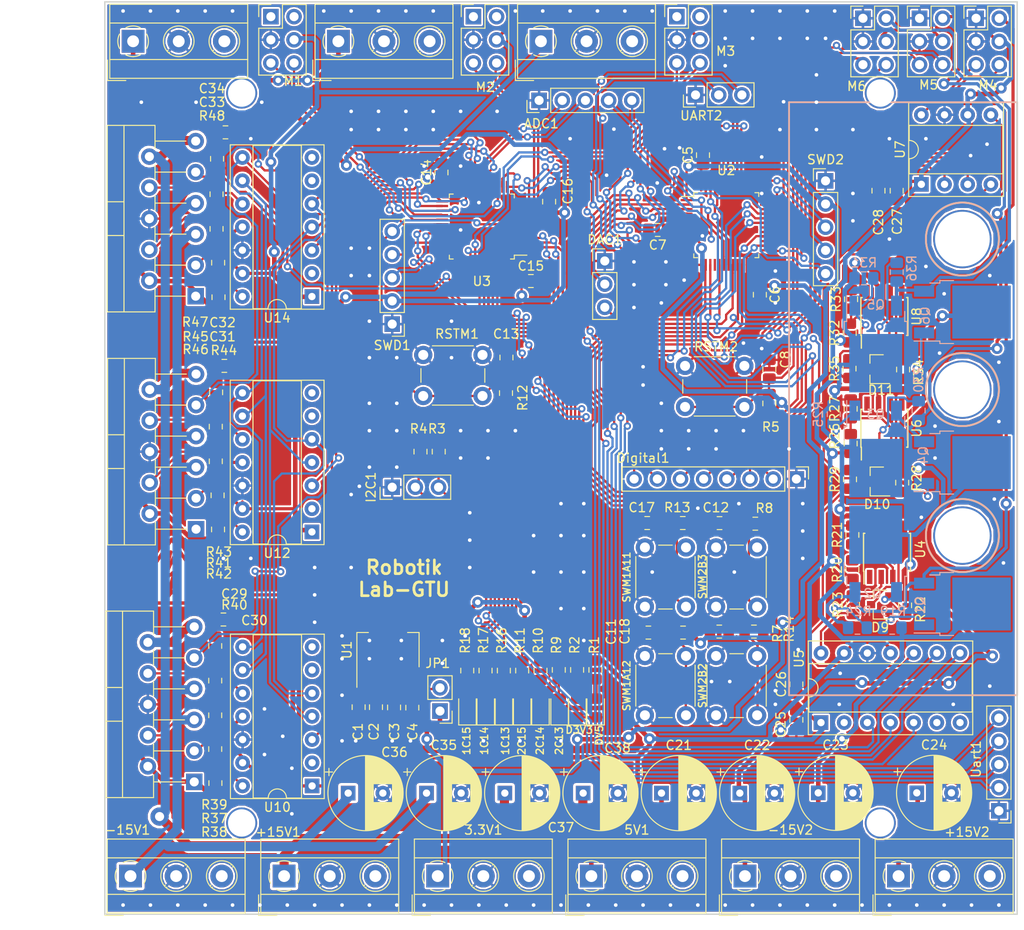
<source format=kicad_pcb>
(kicad_pcb (version 20171130) (host pcbnew 5.0.1-33cea8e~68~ubuntu16.04.1)
  (layers (0 F.Cu signal) (31 B.Cu signal) (34 B.Paste user) (35 F.Paste user) (36 B.SilkS user) (37 F.SilkS user) (38 B.Mask user) (39 F.Mask user) (44 Edge.Cuts user))
  (net 0 "")
  (net 1 GND)
  (net 2 +15V)
  (net 3 +3V3)
  (net 4 +5V)
  (net 5 -15V)
  (net 6 "Net-(J20-Pad3)")
  (net 7 "Net-(R26-Pad2)")
  (net 8 "Net-(R39-Pad2)")
  (net 9 "Net-(R37-Pad2)")
  (net 10 "Net-(R35-Pad2)")
  (net 11 "Net-(R32-Pad2)")
  (net 12 "Net-(R29-Pad2)")
  (net 13 "Net-(R20-Pad2)")
  (net 14 "Net-(R23-Pad2)")
  (net 15 "Net-(C9-Pad1)")
  (net 16 "Net-(R11-Pad1)")
  (net 17 "Net-(R10-Pad1)")
  (net 18 "Net-(R9-Pad1)")
  (net 19 "Net-(JP1-Pad2)")
  (net 20 "Net-(J20-Pad1)")
  (net 21 "Net-(J22-Pad1)")
  (net 22 "Net-(J22-Pad3)")
  (net 23 "Net-(J18-Pad3)")
  (net 24 "Net-(J18-Pad1)")
  (net 25 +10V)
  (net 26 -10V)
  (net 27 "Net-(R16-Pad1)")
  (net 28 /M2_NRST)
  (net 29 /M1_I2C_SDA)
  (net 30 /M1_I2C_SCL)
  (net 31 "Net-(D11-Pad1)")
  (net 32 "Net-(R41-Pad2)")
  (net 33 /MotorDrive/OP_IN_2)
  (net 34 /MotorDrive/OP_IN_1)
  (net 35 /LowPowerMotorDrive/OP_OUT_2)
  (net 36 /LowPowerMotorDrive/OP_IN_3)
  (net 37 "Net-(D11-Pad2)")
  (net 38 "Net-(R43-Pad2)")
  (net 39 /MotorDrive/OP_IN_3)
  (net 40 "Net-(R45-Pad2)")
  (net 41 "Net-(R47-Pad2)")
  (net 42 /M1_A12)
  (net 43 /M2_B2)
  (net 44 /LowPowerMotorDrive/OP_IN_2)
  (net 45 /M1_A11)
  (net 46 "Net-(D10-Pad2)")
  (net 47 "Net-(D10-Pad1)")
  (net 48 /LowPowerMotorDrive/OP_IN_1)
  (net 49 "Net-(D9-Pad2)")
  (net 50 "Net-(R6-Pad1)")
  (net 51 /M2_B3)
  (net 52 "Net-(D9-Pad1)")
  (net 53 "Net-(R15-Pad1)")
  (net 54 "Net-(R18-Pad1)")
  (net 55 "Net-(R17-Pad1)")
  (net 56 /LowPowerMotorDrive/OP_OUT_1)
  (net 57 /MotorDrive/OP_ILM_2)
  (net 58 /OP_ES_2)
  (net 59 /MotorDrive/OP_ILM_3)
  (net 60 /OP_ES_3)
  (net 61 /MotorDrive/OP_ILM_1)
  (net 62 /OP_ES_1)
  (net 63 "Net-(D11-Pad3)")
  (net 64 "Net-(D10-Pad3)")
  (net 65 "Net-(D9-Pad3)")
  (net 66 "Net-(U4-Pad1)")
  (net 67 "Net-(U4-Pad5)")
  (net 68 "Net-(U4-Pad8)")
  (net 69 "Net-(U6-Pad8)")
  (net 70 "Net-(U6-Pad5)")
  (net 71 "Net-(U6-Pad1)")
  (net 72 "Net-(U8-Pad1)")
  (net 73 "Net-(U8-Pad5)")
  (net 74 "Net-(U8-Pad8)")
  (net 75 "Net-(C19-Pad1)")
  (net 76 /M1_TIM2_CH1)
  (net 77 /M1_TIM2_CH2)
  (net 78 /M1_USART2_TX)
  (net 79 /M1_DAC)
  (net 80 /M1_SPI_SCK)
  (net 81 "Net-(U3-Pad16)")
  (net 82 /M1_SPI_MOSI)
  (net 83 /M1_ADC8)
  (net 84 /M1_ADC9)
  (net 85 /LDAC_1)
  (net 86 /M1_DAC_CS1)
  (net 87 /M1_DAC_CS2)
  (net 88 /M1_DAC_CS3)
  (net 89 /DAC_SHDN_1)
  (net 90 /M1_TIM1_CH1)
  (net 91 /M1_TIM1_CH2)
  (net 92 "Net-(U3-Pad33)")
  (net 93 /M1_SWDIO)
  (net 94 "Net-(U3-Pad35)")
  (net 95 "Net-(U3-Pad36)")
  (net 96 /M1_SWCLK)
  (net 97 /M1_USART2_RX)
  (net 98 /M1_TIM3_CH1)
  (net 99 /M1_TIM3_CH2)
  (net 100 /M1_USART1_TX)
  (net 101 /M1_USART1_RX)
  (net 102 /M2_USART1_RX)
  (net 103 /M2_USART1_TX)
  (net 104 /M2_TIM3_CH2)
  (net 105 /M2_TIM3_CH1)
  (net 106 /M2_SWCLK)
  (net 107 "Net-(U2-Pad36)")
  (net 108 "Net-(U2-Pad35)")
  (net 109 /M2_SWDIO)
  (net 110 /M2_A10)
  (net 111 /M2_A11)
  (net 112 /M2_A12)
  (net 113 /M2_TIM1_CH2)
  (net 114 /M2_TIM1_CH1)
  (net 115 /DAC_SHDN_2)
  (net 116 /M2_DAC_CS2)
  (net 117 /M2_DAC_CS1)
  (net 118 /LDAC_2)
  (net 119 /M2_ADC9)
  (net 120 /M2_ADC8)
  (net 121 /M2_SPI_MOSI)
  (net 122 "Net-(U2-Pad16)")
  (net 123 /M2_SPI_SCK)
  (net 124 /M2_DAC)
  (net 125 /M2_TIM2_CH2)
  (net 126 /M2_TIM2_CH1)
  (net 127 "Net-(U10-Pad2)")
  (net 128 "Net-(U10-Pad6)")
  (net 129 "Net-(U10-Pad7)")
  (net 130 "Net-(U12-Pad7)")
  (net 131 "Net-(U12-Pad6)")
  (net 132 "Net-(U12-Pad2)")
  (net 133 "Net-(U5-Pad2)")
  (net 134 "Net-(U5-Pad6)")
  (net 135 "Net-(U5-Pad7)")
  (net 136 "Net-(U14-Pad7)")
  (net 137 "Net-(U14-Pad6)")
  (net 138 "Net-(U14-Pad2)")
  (net 139 /LowPowerMotorDrive/OP_OUT_3)
  (net 140 /M1_NRST)
  (net 141 "Net-(2C15-Pad2)")
  (net 142 "Net-(2C14-Pad2)")
  (net 143 "Net-(1C13-Pad2)")
  (net 144 "Net-(1C14-Pad2)")
  (net 145 "Net-(2C13-Pad2)")
  (net 146 "Net-(1C15-Pad2)")
  (net 147 "Net-(U2-Pad38)")
  (net 148 "Net-(U3-Pad38)")
  (net 149 /M2_B9)
  (net 150 /M2_B8)
  (net 151 /M2_B15)
  (net 152 /M2_B13)
  (net 153 "Net-(5V1-Pad3)")
  (net 154 "Net-(3.3V1-Pad3)")
  (net 155 "Net-(-15V2-Pad3)")
  (net 156 "Net-(-15V1-Pad3)")
  (net 157 "Net-(+15V1-Pad3)")
  (net 158 "Net-(+15V2-Pad3)")
  (net 159 "Net-(M1-Pad1)")
  (net 160 "Net-(M1-Pad2)")
  (net 161 "Net-(M2-Pad2)")
  (net 162 "Net-(M2-Pad1)")
  (net 163 "Net-(M3-Pad1)")
  (net 164 "Net-(M3-Pad2)")
  (net 165 "Net-(D3V3-Pad2)")
  (net 166 "Net-(DV5-Pad2)")
  (module Connector_PinHeader_2.54mm:PinHeader_1x03_P2.54mm_Vertical (layer F.Cu) (at 114.75 60.2 90)
    (fp_text reference UART2 (at -2.275 0.625 180) (layer F.SilkS))
    (fp_text value DAC)
    (pad 1 thru_hole rect (at 0 0 90) (size 1.7 1.7) (drill 1) (layers *.Cu *.Mask) (net 1 GND))
    (pad 2 thru_hole oval (at 0 2.54 90) (size 1.7 1.7) (drill 1) (layers *.Cu *.Mask) (net 78 /M1_USART2_TX))
    (pad 3 thru_hole oval (at 0 5.08 90) (size 1.7 1.7) (drill 1) (layers *.Cu *.Mask) (net 97 /M1_USART2_RX))
  )
  (module LED_SMD:LED_0805_2012Metric_Pad1.15x1.40mm_HandSolder (layer F.Cu) (at 103.8 127.4 90)
    (fp_text reference DV5 (at -3 0.4 90) (layer F.SilkS) (effects (font (size 0.8 0.8))))
    (fp_text value LED)
    (pad 2 smd roundrect (at 1.025 0 90) (size 1.15 1.4) (layers F.Cu F.Paste F.Mask) (roundrect_rratio 0.217391) (net 166 "Net-(DV5-Pad2)"))
    (pad 1 smd roundrect (at -1.025 0 90) (size 1.15 1.4) (layers F.Cu F.Paste F.Mask) (roundrect_rratio 0.217391) (net 1 GND))
  )
  (module LED_SMD:LED_0805_2012Metric_Pad1.15x1.40mm_HandSolder (layer F.Cu) (at 101.8 127.4 90)
    (fp_text reference D3V3 (at -2.4 0.2 180) (layer F.SilkS) (effects (font (size 0.8 0.8))))
    (fp_text value LED)
    (pad 1 smd roundrect (at -1.025 0 90) (size 1.15 1.4) (layers F.Cu F.Paste F.Mask) (roundrect_rratio 0.217391) (net 1 GND))
    (pad 2 smd roundrect (at 1.025 0 90) (size 1.15 1.4) (layers F.Cu F.Paste F.Mask) (roundrect_rratio 0.217391) (net 165 "Net-(D3V3-Pad2)"))
  )
  (module Package_TO_SOT_SMD:TO-252-2 (layer B.Cu) (at 144 100.5)
    (fp_text reference Q4 (at -4.3 -0.8 90) (layer B.SilkS) (effects (justify mirror)))
    (fp_text value MJD32)
    (pad 2 smd rect (at 2.1 0) (size 6.4 5.8) (layers B.Cu B.Mask) (net 26 -10V))
    (pad 3 smd rect (at -4.2 -2.28) (size 2.2 1.2) (layers B.Cu B.Paste B.Mask) (net 35 /LowPowerMotorDrive/OP_OUT_2))
    (pad 1 smd rect (at -4.2 2.28) (size 2.2 1.2) (layers B.Cu B.Paste B.Mask) (net 46 "Net-(D10-Pad2)"))
  )
  (module Package_TO_SOT_SMD:TO-252-2 (layer B.Cu) (at 144 84)
    (fp_text reference Q6 (at -4.1 0.4 90) (layer B.SilkS) (effects (justify mirror)))
    (fp_text value MJD32)
    (pad 1 smd rect (at -4.2 2.28) (size 2.2 1.2) (layers B.Cu B.Paste B.Mask) (net 37 "Net-(D11-Pad2)"))
    (pad 3 smd rect (at -4.2 -2.28) (size 2.2 1.2) (layers B.Cu B.Paste B.Mask) (net 139 /LowPowerMotorDrive/OP_OUT_3))
    (pad 2 smd rect (at 2.1 0) (size 6.4 5.8) (layers B.Cu B.Mask) (net 26 -10V))
  )
  (module Package_TO_SOT_SMD:TO-252-2 (layer B.Cu) (at 134.5 87.5 270)
    (fp_text reference Q5 (at -4.3 0) (layer B.SilkS) (effects (justify mirror)))
    (fp_text value MJD31)
    (pad 2 smd rect (at 2.1 0 270) (size 6.4 5.8) (layers B.Cu B.Mask) (net 25 +10V))
    (pad 3 smd rect (at -4.2 -2.28 270) (size 2.2 1.2) (layers B.Cu B.Paste B.Mask) (net 139 /LowPowerMotorDrive/OP_OUT_3))
    (pad 1 smd rect (at -4.2 2.28 270) (size 2.2 1.2) (layers B.Cu B.Paste B.Mask) (net 31 "Net-(D11-Pad1)"))
  )
  (module Package_TO_SOT_SMD:TO-252-2 (layer B.Cu) (at 134.5 99 270)
    (fp_text reference Q3 (at -3.8 0) (layer B.SilkS) (effects (justify mirror)))
    (fp_text value MJD31)
    (pad 1 smd rect (at -4.2 2.28 270) (size 2.2 1.2) (layers B.Cu B.Paste B.Mask) (net 47 "Net-(D10-Pad1)"))
    (pad 3 smd rect (at -4.2 -2.28 270) (size 2.2 1.2) (layers B.Cu B.Paste B.Mask) (net 35 /LowPowerMotorDrive/OP_OUT_2))
    (pad 2 smd rect (at 2.1 0 270) (size 6.4 5.8) (layers B.Cu B.Mask) (net 25 +10V))
  )
  (module Package_TO_SOT_SMD:TO-252-2 (layer B.Cu) (at 134.5 110.5 90)
    (fp_text reference Q2 (at -4.35 -0.35 180) (layer B.SilkS) (effects (justify mirror)))
    (fp_text value MJD32)
    (pad 2 smd rect (at 2.1 0 90) (size 6.4 5.8) (layers B.Cu B.Mask) (net 26 -10V))
    (pad 3 smd rect (at -4.2 -2.28 90) (size 2.2 1.2) (layers B.Cu B.Paste B.Mask) (net 56 /LowPowerMotorDrive/OP_OUT_1))
    (pad 1 smd rect (at -4.2 2.28 90) (size 2.2 1.2) (layers B.Cu B.Paste B.Mask) (net 49 "Net-(D9-Pad2)"))
  )
  (module Package_TO_SOT_SMD:TO-252-2 (layer B.Cu) (at 144 116)
    (fp_text reference Q1 (at -4.65 0.15 90) (layer B.SilkS) (effects (justify mirror)))
    (fp_text value MJD31)
    (pad 1 smd rect (at -4.2 2.28) (size 2.2 1.2) (layers B.Cu B.Paste B.Mask) (net 52 "Net-(D9-Pad1)"))
    (pad 3 smd rect (at -4.2 -2.28) (size 2.2 1.2) (layers B.Cu B.Paste B.Mask) (net 56 /LowPowerMotorDrive/OP_OUT_1))
    (pad 2 smd rect (at 2.1 0) (size 6.4 5.8) (layers B.Cu B.Mask) (net 25 +10V))
  )
  (module Connector_PinHeader_2.54mm:PinHeader_1x03_P2.54mm_Vertical (layer F.Cu) (at 104.8 78.4)
    (fp_text reference DAC1 (at 0 -2.33) (layer F.SilkS))
    (fp_text value DAC)
    (pad 3 thru_hole oval (at 0 5.08) (size 1.7 1.7) (drill 1) (layers *.Cu *.Mask) (net 124 /M2_DAC))
    (pad 2 thru_hole oval (at 0 2.54) (size 1.7 1.7) (drill 1) (layers *.Cu *.Mask) (net 79 /M1_DAC))
    (pad 1 thru_hole rect (at 0 0) (size 1.7 1.7) (drill 1) (layers *.Cu *.Mask) (net 1 GND))
  )
  (module Connector_PinHeader_2.54mm:PinHeader_1x05_P2.54mm_Vertical (layer F.Cu) (at 97.6 60.8 90)
    (fp_text reference ADC1 (at -2.55 0.25 180) (layer F.SilkS))
    (fp_text value Analog)
    (pad 1 thru_hole rect (at 0 0 90) (size 1.7 1.7) (drill 1) (layers *.Cu *.Mask) (net 1 GND))
    (pad 2 thru_hole oval (at 0 2.54 90) (size 1.7 1.7) (drill 1) (layers *.Cu *.Mask) (net 84 /M1_ADC9))
    (pad 3 thru_hole oval (at 0 5.08 90) (size 1.7 1.7) (drill 1) (layers *.Cu *.Mask) (net 83 /M1_ADC8))
    (pad 4 thru_hole oval (at 0 7.62 90) (size 1.7 1.7) (drill 1) (layers *.Cu *.Mask) (net 119 /M2_ADC9))
    (pad 5 thru_hole oval (at 0 10.16 90) (size 1.7 1.7) (drill 1) (layers *.Cu *.Mask) (net 120 /M2_ADC8))
  )
  (module Connector_PinHeader_2.54mm:PinHeader_1x05_P2.54mm_Vertical (layer F.Cu) (at 148 138.67 180)
    (fp_text reference Uart1 (at 2.5 5.67 270) (layer F.SilkS))
    (fp_text value Serial1)
    (pad 5 thru_hole oval (at 0 10.16 180) (size 1.7 1.7) (drill 1) (layers *.Cu *.Mask) (net 102 /M2_USART1_RX))
    (pad 4 thru_hole oval (at 0 7.62 180) (size 1.7 1.7) (drill 1) (layers *.Cu *.Mask) (net 103 /M2_USART1_TX))
    (pad 3 thru_hole oval (at 0 5.08 180) (size 1.7 1.7) (drill 1) (layers *.Cu *.Mask) (net 101 /M1_USART1_RX))
    (pad 2 thru_hole oval (at 0 2.54 180) (size 1.7 1.7) (drill 1) (layers *.Cu *.Mask) (net 100 /M1_USART1_TX))
    (pad 1 thru_hole rect (at 0 0 180) (size 1.7 1.7) (drill 1) (layers *.Cu *.Mask) (net 1 GND))
  )
  (module Connector_PinHeader_2.54mm:PinHeader_1x08_P2.54mm_Vertical (layer F.Cu) (at 125.8 102.3 270)
    (fp_text reference Digital1 (at -2.3 16.8) (layer F.SilkS))
    (fp_text value Digital2)
    (pad 1 thru_hole rect (at 0 0 270) (size 1.7 1.7) (drill 1) (layers *.Cu *.Mask) (net 1 GND))
    (pad 2 thru_hole oval (at 0 2.54 270) (size 1.7 1.7) (drill 1) (layers *.Cu *.Mask) (net 110 /M2_A10))
    (pad 3 thru_hole oval (at 0 5.08 270) (size 1.7 1.7) (drill 1) (layers *.Cu *.Mask) (net 111 /M2_A11))
    (pad 4 thru_hole oval (at 0 7.62 270) (size 1.7 1.7) (drill 1) (layers *.Cu *.Mask) (net 112 /M2_A12))
    (pad 5 thru_hole oval (at 0 10.16 270) (size 1.7 1.7) (drill 1) (layers *.Cu *.Mask) (net 152 /M2_B13))
    (pad 6 thru_hole oval (at 0 12.7 270) (size 1.7 1.7) (drill 1) (layers *.Cu *.Mask) (net 151 /M2_B15))
    (pad 7 thru_hole oval (at 0 15.24 270) (size 1.7 1.7) (drill 1) (layers *.Cu *.Mask) (net 150 /M2_B8))
    (pad 8 thru_hole oval (at 0 17.78 270) (size 1.7 1.7) (drill 1) (layers *.Cu *.Mask) (net 149 /M2_B9))
  )
  (module CustomFootprintsMesih:TerminalBlock_1x03_P5.00mm_Horizontal (layer F.Cu) (at 137 145.825)
    (fp_text reference +15V2 (at 7.5 -4.825) (layer F.SilkS))
    (fp_text value Pow)
    (pad 1 thru_hole rect (at 0 0) (size 2.5 2.5) (drill 1.3) (layers *.Cu *.Mask) (net 25 +10V))
    (pad 2 thru_hole circle (at 5 0) (size 2.5 2.5) (drill 1.3) (layers *.Cu *.Mask) (net 1 GND))
    (pad 3 thru_hole circle (at 10 0) (size 2.5 2.5) (drill 1.3) (layers *.Cu *.Mask) (net 158 "Net-(+15V2-Pad3)"))
  )
  (module CustomFootprintsMesih:TerminalBlock_1x03_P5.00mm_Horizontal (layer F.Cu) (at 120.163 145.825)
    (fp_text reference -15V2 (at 5 -5.06) (layer F.SilkS))
    (fp_text value Pow)
    (pad 1 thru_hole rect (at 0 0) (size 2.5 2.5) (drill 1.3) (layers *.Cu *.Mask) (net 26 -10V))
    (pad 2 thru_hole circle (at 5 0) (size 2.5 2.5) (drill 1.3) (layers *.Cu *.Mask) (net 1 GND))
    (pad 3 thru_hole circle (at 10 0) (size 2.5 2.5) (drill 1.3) (layers *.Cu *.Mask) (net 155 "Net-(-15V2-Pad3)"))
  )
  (module CustomFootprintsMesih:TerminalBlock_1x03_P5.00mm_Horizontal (layer F.Cu) (at 69.652 145.825)
    (fp_text reference +15V1 (at -0.652 -4.825) (layer F.SilkS))
    (fp_text value Pow)
    (pad 3 thru_hole circle (at 10 0) (size 2.5 2.5) (drill 1.3) (layers *.Cu *.Mask) (net 157 "Net-(+15V1-Pad3)"))
    (pad 2 thru_hole circle (at 5 0) (size 2.5 2.5) (drill 1.3) (layers *.Cu *.Mask) (net 1 GND))
    (pad 1 thru_hole rect (at 0 0) (size 2.5 2.5) (drill 1.3) (layers *.Cu *.Mask) (net 2 +15V))
  )
  (module CustomFootprintsMesih:TerminalBlock_1x03_P5.00mm_Horizontal (layer F.Cu) (at 52.815 145.825)
    (fp_text reference -15V1 (at -0.315 -5.06) (layer F.SilkS))
    (fp_text value Pow)
    (pad 1 thru_hole rect (at 0 0) (size 2.5 2.5) (drill 1.3) (layers *.Cu *.Mask) (net 5 -15V))
    (pad 2 thru_hole circle (at 5 0) (size 2.5 2.5) (drill 1.3) (layers *.Cu *.Mask) (net 1 GND))
    (pad 3 thru_hole circle (at 10 0) (size 2.5 2.5) (drill 1.3) (layers *.Cu *.Mask) (net 156 "Net-(-15V1-Pad3)"))
  )
  (module CustomFootprintsMesih:TerminalBlock_1x03_P5.00mm_Horizontal (layer F.Cu) (at 103.326 145.825)
    (fp_text reference 5V1 (at 5 -5.06) (layer F.SilkS))
    (fp_text value Pow)
    (pad 3 thru_hole circle (at 10 0) (size 2.5 2.5) (drill 1.3) (layers *.Cu *.Mask) (net 153 "Net-(5V1-Pad3)"))
    (pad 2 thru_hole circle (at 5 0) (size 2.5 2.5) (drill 1.3) (layers *.Cu *.Mask) (net 1 GND))
    (pad 1 thru_hole rect (at 0 0) (size 2.5 2.5) (drill 1.3) (layers *.Cu *.Mask) (net 4 +5V))
  )
  (module CustomFootprintsMesih:TerminalBlock_1x03_P5.00mm_Horizontal (layer F.Cu) (at 86.489 145.825)
    (fp_text reference 3.3V1 (at 5 -5.06) (layer F.SilkS))
    (fp_text value Pow)
    (pad 3 thru_hole circle (at 10 0) (size 2.5 2.5) (drill 1.3) (layers *.Cu *.Mask) (net 154 "Net-(3.3V1-Pad3)"))
    (pad 2 thru_hole circle (at 5 0) (size 2.5 2.5) (drill 1.3) (layers *.Cu *.Mask) (net 1 GND))
    (pad 1 thru_hole rect (at 0 0) (size 2.5 2.5) (drill 1.3) (layers *.Cu *.Mask) (net 3 +3V3))
  )
  (module Connector_PinHeader_2.54mm:PinHeader_1x05_P2.54mm_Vertical (layer F.Cu) (at 129 69.62)
    (fp_text reference SWD2 (at 0 -2.33) (layer F.SilkS))
    (fp_text value Debug)
    (pad 5 thru_hole oval (at 0 10.16) (size 1.7 1.7) (drill 1) (layers *.Cu *.Mask) (net 28 /M2_NRST))
    (pad 4 thru_hole oval (at 0 7.62) (size 1.7 1.7) (drill 1) (layers *.Cu *.Mask) (net 109 /M2_SWDIO))
    (pad 3 thru_hole oval (at 0 5.08) (size 1.7 1.7) (drill 1) (layers *.Cu *.Mask) (net 106 /M2_SWCLK))
    (pad 2 thru_hole oval (at 0 2.54) (size 1.7 1.7) (drill 1) (layers *.Cu *.Mask) (net 3 +3V3))
    (pad 1 thru_hole rect (at 0 0) (size 1.7 1.7) (drill 1) (layers *.Cu *.Mask) (net 1 GND))
  )
  (module Connector_PinHeader_2.54mm:PinHeader_1x05_P2.54mm_Vertical (layer F.Cu) (at 81.5 85.32 180)
    (fp_text reference SWD1 (at 0 -2.33 180) (layer F.SilkS))
    (fp_text value Debug)
    (pad 1 thru_hole rect (at 0 0 180) (size 1.7 1.7) (drill 1) (layers *.Cu *.Mask) (net 1 GND))
    (pad 2 thru_hole oval (at 0 2.54 180) (size 1.7 1.7) (drill 1) (layers *.Cu *.Mask) (net 3 +3V3))
    (pad 3 thru_hole oval (at 0 5.08 180) (size 1.7 1.7) (drill 1) (layers *.Cu *.Mask) (net 96 /M1_SWCLK))
    (pad 4 thru_hole oval (at 0 7.62 180) (size 1.7 1.7) (drill 1) (layers *.Cu *.Mask) (net 93 /M1_SWDIO))
    (pad 5 thru_hole oval (at 0 10.16 180) (size 1.7 1.7) (drill 1) (layers *.Cu *.Mask) (net 140 /M1_NRST))
  )
  (module Connector_PinHeader_2.54mm:PinHeader_2x03_P2.54mm_Vertical (layer F.Cu) (at 145.5 51.8)
    (fp_text reference M4 (at 1.3 7.35) (layer F.SilkS))
    (fp_text value MCon)
    (pad 6 thru_hole oval (at 2.54 5.08) (size 1.7 1.7) (drill 1) (layers *.Cu *.Mask) (net 114 /M2_TIM1_CH1))
    (pad 5 thru_hole oval (at 0 5.08) (size 1.7 1.7) (drill 1) (layers *.Cu *.Mask) (net 113 /M2_TIM1_CH2))
    (pad 4 thru_hole oval (at 2.54 2.54) (size 1.7 1.7) (drill 1) (layers *.Cu *.Mask) (net 4 +5V))
    (pad 3 thru_hole oval (at 0 2.54) (size 1.7 1.7) (drill 1) (layers *.Cu *.Mask) (net 1 GND))
    (pad 2 thru_hole oval (at 2.54 0) (size 1.7 1.7) (drill 1) (layers *.Cu *.Mask) (net 56 /LowPowerMotorDrive/OP_OUT_1))
    (pad 1 thru_hole rect (at 0 0) (size 1.7 1.7) (drill 1) (layers *.Cu *.Mask) (net 1 GND))
  )
  (module Connector_PinHeader_2.54mm:PinHeader_2x03_P2.54mm_Vertical (layer F.Cu) (at 139.3 51.8)
    (fp_text reference M5 (at 1 7.3) (layer F.SilkS))
    (fp_text value MCon)
    (pad 1 thru_hole rect (at 0 0) (size 1.7 1.7) (drill 1) (layers *.Cu *.Mask) (net 1 GND))
    (pad 2 thru_hole oval (at 2.54 0) (size 1.7 1.7) (drill 1) (layers *.Cu *.Mask) (net 35 /LowPowerMotorDrive/OP_OUT_2))
    (pad 3 thru_hole oval (at 0 2.54) (size 1.7 1.7) (drill 1) (layers *.Cu *.Mask) (net 1 GND))
    (pad 4 thru_hole oval (at 2.54 2.54) (size 1.7 1.7) (drill 1) (layers *.Cu *.Mask) (net 4 +5V))
    (pad 5 thru_hole oval (at 0 5.08) (size 1.7 1.7) (drill 1) (layers *.Cu *.Mask) (net 125 /M2_TIM2_CH2))
    (pad 6 thru_hole oval (at 2.54 5.08) (size 1.7 1.7) (drill 1) (layers *.Cu *.Mask) (net 126 /M2_TIM2_CH1))
  )
  (module Connector_PinHeader_2.54mm:PinHeader_2x03_P2.54mm_Vertical (layer F.Cu) (at 133.1 51.8)
    (fp_text reference M6 (at -0.7 7.45) (layer F.SilkS))
    (fp_text value MCon)
    (pad 6 thru_hole oval (at 2.54 5.08) (size 1.7 1.7) (drill 1) (layers *.Cu *.Mask) (net 105 /M2_TIM3_CH1))
    (pad 5 thru_hole oval (at 0 5.08) (size 1.7 1.7) (drill 1) (layers *.Cu *.Mask) (net 104 /M2_TIM3_CH2))
    (pad 4 thru_hole oval (at 2.54 2.54) (size 1.7 1.7) (drill 1) (layers *.Cu *.Mask) (net 4 +5V))
    (pad 3 thru_hole oval (at 0 2.54) (size 1.7 1.7) (drill 1) (layers *.Cu *.Mask) (net 1 GND))
    (pad 2 thru_hole oval (at 2.54 0) (size 1.7 1.7) (drill 1) (layers *.Cu *.Mask) (net 139 /LowPowerMotorDrive/OP_OUT_3))
    (pad 1 thru_hole rect (at 0 0) (size 1.7 1.7) (drill 1) (layers *.Cu *.Mask) (net 1 GND))
  )
  (module Connector_PinHeader_2.54mm:PinHeader_2x03_P2.54mm_Vertical (layer F.Cu) (at 68.2 51.62)
    (fp_text reference M1 (at 2.45 7.08) (layer F.SilkS))
    (fp_text value MCon)
    (pad 1 thru_hole rect (at 0 0) (size 1.7 1.7) (drill 1) (layers *.Cu *.Mask) (net 159 "Net-(M1-Pad1)"))
    (pad 2 thru_hole oval (at 2.54 0) (size 1.7 1.7) (drill 1) (layers *.Cu *.Mask) (net 160 "Net-(M1-Pad2)"))
    (pad 3 thru_hole oval (at 0 2.54) (size 1.7 1.7) (drill 1) (layers *.Cu *.Mask) (net 1 GND))
    (pad 4 thru_hole oval (at 2.54 2.54) (size 1.7 1.7) (drill 1) (layers *.Cu *.Mask) (net 4 +5V))
    (pad 5 thru_hole oval (at 0 5.08) (size 1.7 1.7) (drill 1) (layers *.Cu *.Mask) (net 91 /M1_TIM1_CH2))
    (pad 6 thru_hole oval (at 2.54 5.08) (size 1.7 1.7) (drill 1) (layers *.Cu *.Mask) (net 90 /M1_TIM1_CH1))
  )
  (module Connector_PinHeader_2.54mm:PinHeader_2x03_P2.54mm_Vertical (layer F.Cu) (at 90.4 51.62)
    (fp_text reference M2 (at 1.3 7.73) (layer F.SilkS))
    (fp_text value MCon)
    (pad 6 thru_hole oval (at 2.54 5.08) (size 1.7 1.7) (drill 1) (layers *.Cu *.Mask) (net 76 /M1_TIM2_CH1))
    (pad 5 thru_hole oval (at 0 5.08) (size 1.7 1.7) (drill 1) (layers *.Cu *.Mask) (net 77 /M1_TIM2_CH2))
    (pad 4 thru_hole oval (at 2.54 2.54) (size 1.7 1.7) (drill 1) (layers *.Cu *.Mask) (net 4 +5V))
    (pad 3 thru_hole oval (at 0 2.54) (size 1.7 1.7) (drill 1) (layers *.Cu *.Mask) (net 1 GND))
    (pad 2 thru_hole oval (at 2.54 0) (size 1.7 1.7) (drill 1) (layers *.Cu *.Mask) (net 161 "Net-(M2-Pad2)"))
    (pad 1 thru_hole rect (at 0 0) (size 1.7 1.7) (drill 1) (layers *.Cu *.Mask) (net 162 "Net-(M2-Pad1)"))
  )
  (module Connector_PinHeader_2.54mm:PinHeader_2x03_P2.54mm_Vertical (layer F.Cu) (at 112.7 51.62)
    (fp_text reference M3 (at 5.35 3.78) (layer F.SilkS))
    (fp_text value MCon)
    (pad 1 thru_hole rect (at 0 0) (size 1.7 1.7) (drill 1) (layers *.Cu *.Mask) (net 163 "Net-(M3-Pad1)"))
    (pad 2 thru_hole oval (at 2.54 0) (size 1.7 1.7) (drill 1) (layers *.Cu *.Mask) (net 164 "Net-(M3-Pad2)"))
    (pad 3 thru_hole oval (at 0 2.54) (size 1.7 1.7) (drill 1) (layers *.Cu *.Mask) (net 1 GND))
    (pad 4 thru_hole oval (at 2.54 2.54) (size 1.7 1.7) (drill 1) (layers *.Cu *.Mask) (net 4 +5V))
    (pad 5 thru_hole oval (at 0 5.08) (size 1.7 1.7) (drill 1) (layers *.Cu *.Mask) (net 99 /M1_TIM3_CH2))
    (pad 6 thru_hole oval (at 2.54 5.08) (size 1.7 1.7) (drill 1) (layers *.Cu *.Mask) (net 98 /M1_TIM3_CH1))
  )
  (module CustomFootprintsMesih:TerminalBlock_1x03_P5.00mm_Horizontal (layer F.Cu) (at 53.1 54.32)
    (fp_text reference J18 hide)
    (fp_text value MPow)
    (pad 3 thru_hole circle (at 10 0) (size 2.5 2.5) (drill 1.3) (layers *.Cu *.Mask) (net 23 "Net-(J18-Pad3)"))
    (pad 2 thru_hole circle (at 5 0) (size 2.5 2.5) (drill 1.3) (layers *.Cu *.Mask) (net 1 GND))
    (pad 1 thru_hole rect (at 0 0) (size 2.5 2.5) (drill 1.3) (layers *.Cu *.Mask) (net 24 "Net-(J18-Pad1)"))
  )
  (module Package_TO_SOT_THT:TO-220-11_P3.4x5.08mm_StaggerOdd_Lead4.85mm_Vertical (layer F.Cu) (at 60 107.8 90)
    (fp_text reference U11 hide)
    (fp_text value OPA549)
    (pad 1 thru_hole rect (at 0 0 90) (size 1.8 1.8) (drill 1) (layers *.Cu *.Mask) (net 20 "Net-(J20-Pad1)"))
    (pad 2 thru_hole oval (at 1.7 -5.08 90) (size 1.8 1.8) (drill 1) (layers *.Cu *.Mask) (net 20 "Net-(J20-Pad1)"))
    (pad 3 thru_hole oval (at 3.4 0 90) (size 1.8 1.8) (drill 1) (layers *.Cu *.Mask) (net 33 /MotorDrive/OP_IN_2))
    (pad 4 thru_hole oval (at 5.1 -5.08 90) (size 1.8 1.8) (drill 1) (layers *.Cu *.Mask) (net 38 "Net-(R43-Pad2)"))
    (pad 5 thru_hole oval (at 6.8 0 90) (size 1.8 1.8) (drill 1) (layers *.Cu *.Mask) (net 5 -15V))
    (pad 6 thru_hole oval (at 8.5 -5.08 90) (size 1.8 1.8) (drill 1) (layers *.Cu *.Mask) (net 1 GND))
    (pad 7 thru_hole oval (at 10.2 0 90) (size 1.8 1.8) (drill 1) (layers *.Cu *.Mask) (net 5 -15V))
    (pad 8 thru_hole oval (at 11.9 -5.08 90) (size 1.8 1.8) (drill 1) (layers *.Cu *.Mask) (net 57 /MotorDrive/OP_ILM_2))
    (pad 9 thru_hole oval (at 13.6 0 90) (size 1.8 1.8) (drill 1) (layers *.Cu *.Mask) (net 58 /OP_ES_2))
    (pad 10 thru_hole oval (at 15.3 -5.08 90) (size 1.8 1.8) (drill 1) (layers *.Cu *.Mask) (net 2 +15V))
    (pad 11 thru_hole oval (at 17 0 90) (size 1.8 1.8) (drill 1) (layers *.Cu *.Mask) (net 2 +15V))
  )
  (module Connector_PinHeader_2.54mm:PinHeader_1x03_P2.54mm_Vertical (layer F.Cu) (at 81.5 103.2 90)
    (fp_text reference I2C1 (at 0 -2.33 90) (layer F.SilkS))
    (fp_text value I2C)
    (pad 1 thru_hole rect (at 0 0 90) (size 1.7 1.7) (drill 1) (layers *.Cu *.Mask) (net 1 GND))
    (pad 2 thru_hole oval (at 0 2.54 90) (size 1.7 1.7) (drill 1) (layers *.Cu *.Mask) (net 30 /M1_I2C_SCL))
    (pad 3 thru_hole oval (at 0 5.08 90) (size 1.7 1.7) (drill 1) (layers *.Cu *.Mask) (net 29 /M1_I2C_SDA))
  )
  (module Resistor_SMD:R_0805_2012Metric_Pad1.15x1.40mm_HandSolder (layer F.Cu) (at 84.6 99.3 270)
    (fp_text reference R4 (at -2.5 0.2) (layer F.SilkS))
    (fp_text value 10k)
    (pad 2 smd roundrect (at 1.025 0 270) (size 1.15 1.4) (layers F.Cu F.Paste F.Mask) (roundrect_rratio 0.217391) (net 30 /M1_I2C_SCL))
    (pad 1 smd roundrect (at -1.025 0 270) (size 1.15 1.4) (layers F.Cu F.Paste F.Mask) (roundrect_rratio 0.217391) (net 3 +3V3))
  )
  (module Resistor_SMD:R_0805_2012Metric_Pad1.15x1.40mm_HandSolder (layer F.Cu) (at 86.6 99.3 270)
    (fp_text reference R3 (at -2.5 0.2) (layer F.SilkS))
    (fp_text value 10k)
    (pad 1 smd roundrect (at -1.025 0 270) (size 1.15 1.4) (layers F.Cu F.Paste F.Mask) (roundrect_rratio 0.217391) (net 3 +3V3))
    (pad 2 smd roundrect (at 1.025 0 270) (size 1.15 1.4) (layers F.Cu F.Paste F.Mask) (roundrect_rratio 0.217391) (net 29 /M1_I2C_SDA))
  )
  (module Button_Switch_THT:SW_PUSH_6mm (layer F.Cu) (at 84.9 88.7)
    (fp_text reference RSTM1 (at 3.7 -2.3) (layer F.SilkS))
    (fp_text value Reset)
    (pad 1 thru_hole circle (at 6.5 0 90) (size 2 2) (drill 1.1) (layers *.Cu *.Mask) (net 1 GND))
    (pad 2 thru_hole circle (at 6.5 4.5 90) (size 2 2) (drill 1.1) (layers *.Cu *.Mask) (net 140 /M1_NRST))
    (pad 1 thru_hole circle (at 0 0 90) (size 2 2) (drill 1.1) (layers *.Cu *.Mask) (net 1 GND))
    (pad 2 thru_hole circle (at 0 4.5 90) (size 2 2) (drill 1.1) (layers *.Cu *.Mask) (net 140 /M1_NRST))
  )
  (module Button_Switch_THT:SW_PUSH_6mm (layer F.Cu) (at 113.6 89.9)
    (fp_text reference RSTM2 (at 3.4 -2.1) (layer F.SilkS))
    (fp_text value Reset)
    (pad 2 thru_hole circle (at 0 4.5 90) (size 2 2) (drill 1.1) (layers *.Cu *.Mask) (net 28 /M2_NRST))
    (pad 1 thru_hole circle (at 0 0 90) (size 2 2) (drill 1.1) (layers *.Cu *.Mask) (net 1 GND))
    (pad 2 thru_hole circle (at 6.5 4.5 90) (size 2 2) (drill 1.1) (layers *.Cu *.Mask) (net 28 /M2_NRST))
    (pad 1 thru_hole circle (at 6.5 0 90) (size 2 2) (drill 1.1) (layers *.Cu *.Mask) (net 1 GND))
  )
  (module Button_Switch_THT:SW_PUSH_6mm (layer F.Cu) (at 109.2 116.3 90)
    (fp_text reference SWM1A11 (at 3.25 -2 90) (layer F.SilkS) (effects (font (size 0.8 0.8))))
    (fp_text value PB1)
    (pad 1 thru_hole circle (at 6.5 0 180) (size 2 2) (drill 1.1) (layers *.Cu *.Mask) (net 1 GND))
    (pad 2 thru_hole circle (at 6.5 4.5 180) (size 2 2) (drill 1.1) (layers *.Cu *.Mask) (net 45 /M1_A11))
    (pad 1 thru_hole circle (at 0 0 180) (size 2 2) (drill 1.1) (layers *.Cu *.Mask) (net 1 GND))
    (pad 2 thru_hole circle (at 0 4.5 180) (size 2 2) (drill 1.1) (layers *.Cu *.Mask) (net 45 /M1_A11))
  )
  (module Button_Switch_THT:SW_PUSH_6mm (layer F.Cu) (at 109.2 128.2 90)
    (fp_text reference SWM1A12 (at 3.25 -2 90) (layer F.SilkS) (effects (font (size 0.8 0.8))))
    (fp_text value PB2)
    (pad 2 thru_hole circle (at 0 4.5 180) (size 2 2) (drill 1.1) (layers *.Cu *.Mask) (net 42 /M1_A12))
    (pad 1 thru_hole circle (at 0 0 180) (size 2 2) (drill 1.1) (layers *.Cu *.Mask) (net 1 GND))
    (pad 2 thru_hole circle (at 6.5 4.5 180) (size 2 2) (drill 1.1) (layers *.Cu *.Mask) (net 42 /M1_A12))
    (pad 1 thru_hole circle (at 6.5 0 180) (size 2 2) (drill 1.1) (layers *.Cu *.Mask) (net 1 GND))
  )
  (module Button_Switch_THT:SW_PUSH_6mm (layer F.Cu) (at 117 128.2 90)
    (fp_text reference SWM2B2 (at 3.25 -1.5 90) (layer F.SilkS) (effects (font (size 0.8 0.8))))
    (fp_text value PB3)
    (pad 1 thru_hole circle (at 6.5 0 180) (size 2 2) (drill 1.1) (layers *.Cu *.Mask) (net 1 GND))
    (pad 2 thru_hole circle (at 6.5 4.5 180) (size 2 2) (drill 1.1) (layers *.Cu *.Mask) (net 43 /M2_B2))
    (pad 1 thru_hole circle (at 0 0 180) (size 2 2) (drill 1.1) (layers *.Cu *.Mask) (net 1 GND))
    (pad 2 thru_hole circle (at 0 4.5 180) (size 2 2) (drill 1.1) (layers *.Cu *.Mask) (net 43 /M2_B2))
  )
  (module Button_Switch_THT:SW_PUSH_6mm (layer F.Cu) (at 117 116.3 90)
    (fp_text reference SWM2B3 (at 3.3 -1.5 90) (layer F.SilkS) (effects (font (size 0.8 0.8))))
    (fp_text value PB4)
    (pad 2 thru_hole circle (at 0 4.5 180) (size 2 2) (drill 1.1) (layers *.Cu *.Mask) (net 51 /M2_B3))
    (pad 1 thru_hole circle (at 0 0 180) (size 2 2) (drill 1.1) (layers *.Cu *.Mask) (net 1 GND))
    (pad 2 thru_hole circle (at 6.5 4.5 180) (size 2 2) (drill 1.1) (layers *.Cu *.Mask) (net 51 /M2_B3))
    (pad 1 thru_hole circle (at 6.5 0 180) (size 2 2) (drill 1.1) (layers *.Cu *.Mask) (net 1 GND))
  )
  (module LED_SMD:LED_0805_2012Metric_Pad1.15x1.40mm_HandSolder (layer F.Cu) (at 99.85 127.4 90)
    (fp_text reference 2C13 (at -3.6 -0.05 90) (layer F.SilkS) (effects (font (size 0.8 0.8))))
    (fp_text value LED)
    (pad 2 smd roundrect (at 1.025 0 90) (size 1.15 1.4) (layers F.Cu F.Paste F.Mask) (roundrect_rratio 0.217391) (net 145 "Net-(2C13-Pad2)"))
    (pad 1 smd roundrect (at -1.025 0 90) (size 1.15 1.4) (layers F.Cu F.Paste F.Mask) (roundrect_rratio 0.217391) (net 1 GND))
  )
  (module LED_SMD:LED_0805_2012Metric_Pad1.15x1.40mm_HandSolder (layer F.Cu) (at 91.75 127.4 90)
    (fp_text reference 1C14 (at -3.6 -0.15 90) (layer F.SilkS) (effects (font (size 0.8 0.8))))
    (fp_text value LED)
    (pad 1 smd roundrect (at -1.025 0 90) (size 1.15 1.4) (layers F.Cu F.Paste F.Mask) (roundrect_rratio 0.217391) (net 1 GND))
    (pad 2 smd roundrect (at 1.025 0 90) (size 1.15 1.4) (layers F.Cu F.Paste F.Mask) (roundrect_rratio 0.217391) (net 144 "Net-(1C14-Pad2)"))
  )
  (module LED_SMD:LED_0805_2012Metric_Pad1.15x1.40mm_HandSolder (layer F.Cu) (at 93.75 127.4 90)
    (fp_text reference 1C13 (at -3.6 0.15 90) (layer F.SilkS) (effects (font (size 0.8 0.8))))
    (fp_text value LED)
    (pad 2 smd roundrect (at 1.025 0 90) (size 1.15 1.4) (layers F.Cu F.Paste F.Mask) (roundrect_rratio 0.217391) (net 143 "Net-(1C13-Pad2)"))
    (pad 1 smd roundrect (at -1.025 0 90) (size 1.15 1.4) (layers F.Cu F.Paste F.Mask) (roundrect_rratio 0.217391) (net 1 GND))
  )
  (module LED_SMD:LED_0805_2012Metric_Pad1.15x1.40mm_HandSolder (layer F.Cu) (at 89.75 127.4 90)
    (fp_text reference 1C15 (at -3.6 -0.1 90) (layer F.SilkS) (effects (font (size 0.8 0.8))))
    (fp_text value LED)
    (pad 1 smd roundrect (at -1.025 0 90) (size 1.15 1.4) (layers F.Cu F.Paste F.Mask) (roundrect_rratio 0.217391) (net 1 GND))
    (pad 2 smd roundrect (at 1.025 0 90) (size 1.15 1.4) (layers F.Cu F.Paste F.Mask) (roundrect_rratio 0.217391) (net 146 "Net-(1C15-Pad2)"))
  )
  (module LED_SMD:LED_0805_2012Metric_Pad1.15x1.40mm_HandSolder (layer F.Cu) (at 97.75 127.4 90)
    (fp_text reference 2C14 (at -3.6 -0.05 90) (layer F.SilkS) (effects (font (size 0.8 0.8))))
    (fp_text value LED)
    (pad 2 smd roundrect (at 1.025 0 90) (size 1.15 1.4) (layers F.Cu F.Paste F.Mask) (roundrect_rratio 0.217391) (net 142 "Net-(2C14-Pad2)"))
    (pad 1 smd roundrect (at -1.025 0 90) (size 1.15 1.4) (layers F.Cu F.Paste F.Mask) (roundrect_rratio 0.217391) (net 1 GND))
  )
  (module LED_SMD:LED_0805_2012Metric_Pad1.15x1.40mm_HandSolder (layer F.Cu) (at 95.75 127.4 90)
    (fp_text reference 2C15 (at -3.6 -0.05 90) (layer F.SilkS) (effects (font (size 0.8 0.8))))
    (fp_text value LED)
    (pad 1 smd roundrect (at -1.025 0 90) (size 1.15 1.4) (layers F.Cu F.Paste F.Mask) (roundrect_rratio 0.217391) (net 1 GND))
    (pad 2 smd roundrect (at 1.025 0 90) (size 1.15 1.4) (layers F.Cu F.Paste F.Mask) (roundrect_rratio 0.217391) (net 141 "Net-(2C15-Pad2)"))
  )
  (module Package_DIP:DIP-14_W7.62mm_Socket (layer F.Cu) (at 72.7 82.3 180)
    (fp_text reference U14 (at 3.81 -2.33 180) (layer F.SilkS))
    (fp_text value MCP4922-ESL)
    (pad 14 thru_hole oval (at 7.62 0 180) (size 1.6 1.6) (drill 0.8) (layers *.Cu *.Mask) (net 39 /MotorDrive/OP_IN_3))
    (pad 7 thru_hole oval (at 0 15.24 180) (size 1.6 1.6) (drill 0.8) (layers *.Cu *.Mask) (net 136 "Net-(U14-Pad7)"))
    (pad 13 thru_hole oval (at 7.62 2.54 180) (size 1.6 1.6) (drill 0.8) (layers *.Cu *.Mask) (net 4 +5V))
    (pad 6 thru_hole oval (at 0 12.7 180) (size 1.6 1.6) (drill 0.8) (layers *.Cu *.Mask) (net 137 "Net-(U14-Pad6)"))
    (pad 12 thru_hole oval (at 7.62 5.08 180) (size 1.6 1.6) (drill 0.8) (layers *.Cu *.Mask) (net 1 GND))
    (pad 5 thru_hole oval (at 0 10.16 180) (size 1.6 1.6) (drill 0.8) (layers *.Cu *.Mask) (net 82 /M1_SPI_MOSI))
    (pad 11 thru_hole oval (at 7.62 7.62 180) (size 1.6 1.6) (drill 0.8) (layers *.Cu *.Mask) (net 4 +5V))
    (pad 4 thru_hole oval (at 0 7.62 180) (size 1.6 1.6) (drill 0.8) (layers *.Cu *.Mask) (net 80 /M1_SPI_SCK))
    (pad 10 thru_hole oval (at 7.62 10.16 180) (size 1.6 1.6) (drill 0.8) (layers *.Cu *.Mask) (net 59 /MotorDrive/OP_ILM_3))
    (pad 3 thru_hole oval (at 0 5.08 180) (size 1.6 1.6) (drill 0.8) (layers *.Cu *.Mask) (net 88 /M1_DAC_CS3))
    (pad 9 thru_hole oval (at 7.62 12.7 180) (size 1.6 1.6) (drill 0.8) (layers *.Cu *.Mask) (net 89 /DAC_SHDN_1))
    (pad 2 thru_hole oval (at 0 2.54 180) (size 1.6 1.6) (drill 0.8) (layers *.Cu *.Mask) (net 138 "Net-(U14-Pad2)"))
    (pad 8 thru_hole oval (at 7.62 15.24 180) (size 1.6 1.6) (drill 0.8) (layers *.Cu *.Mask) (net 85 /LDAC_1))
    (pad 1 thru_hole rect (at 0 0 180) (size 1.6 1.6) (drill 0.8) (layers *.Cu *.Mask) (net 4 +5V))
  )
  (module Resistor_SMD:R_0805_2012Metric_Pad1.15x1.40mm_HandSolder (layer B.Cu) (at 133.2 80.3)
    (fp_text reference R31 (at 0 -1.7) (layer B.SilkS) (effects (justify mirror)))
    (fp_text value 10k)
    (pad 1 smd roundrect (at -1.025 0) (size 1.15 1.4) (layers B.Cu B.Paste B.Mask) (roundrect_rratio 0.217391) (net 25 +10V))
    (pad 2 smd roundrect (at 1.025 0) (size 1.15 1.4) (layers B.Cu B.Paste B.Mask) (roundrect_rratio 0.217391) (net 31 "Net-(D11-Pad1)"))
  )
  (module Resistor_SMD:R_0805_2012Metric_Pad1.15x1.40mm_HandSolder (layer F.Cu) (at 62.46 82.375 90)
    (fp_text reference R46 (at -5.725 -2.51 180) (layer F.SilkS))
    (fp_text value 100k)
    (pad 2 smd roundrect (at 1.025 0 90) (size 1.15 1.4) (layers F.Cu F.Paste F.Mask) (roundrect_rratio 0.217391) (net 40 "Net-(R45-Pad2)"))
    (pad 1 smd roundrect (at -1.025 0 90) (size 1.15 1.4) (layers F.Cu F.Paste F.Mask) (roundrect_rratio 0.217391) (net 21 "Net-(J22-Pad1)"))
  )
  (module Package_DIP:DIP-14_W7.62mm_Socket (layer F.Cu) (at 72.72 135.94 180)
    (fp_text reference U10 (at 3.81 -2.33 180) (layer F.SilkS))
    (fp_text value MCP4922-ESL)
    (pad 1 thru_hole rect (at 0 0 180) (size 1.6 1.6) (drill 0.8) (layers *.Cu *.Mask) (net 4 +5V))
    (pad 8 thru_hole oval (at 7.62 15.24 180) (size 1.6 1.6) (drill 0.8) (layers *.Cu *.Mask) (net 85 /LDAC_1))
    (pad 2 thru_hole oval (at 0 2.54 180) (size 1.6 1.6) (drill 0.8) (layers *.Cu *.Mask) (net 127 "Net-(U10-Pad2)"))
    (pad 9 thru_hole oval (at 7.62 12.7 180) (size 1.6 1.6) (drill 0.8) (layers *.Cu *.Mask) (net 89 /DAC_SHDN_1))
    (pad 3 thru_hole oval (at 0 5.08 180) (size 1.6 1.6) (drill 0.8) (layers *.Cu *.Mask) (net 86 /M1_DAC_CS1))
    (pad 10 thru_hole oval (at 7.62 10.16 180) (size 1.6 1.6) (drill 0.8) (layers *.Cu *.Mask) (net 61 /MotorDrive/OP_ILM_1))
    (pad 4 thru_hole oval (at 0 7.62 180) (size 1.6 1.6) (drill 0.8) (layers *.Cu *.Mask) (net 80 /M1_SPI_SCK))
    (pad 11 thru_hole oval (at 7.62 7.62 180) (size 1.6 1.6) (drill 0.8) (layers *.Cu *.Mask) (net 4 +5V))
    (pad 5 thru_hole oval (at 0 10.16 180) (size 1.6 1.6) (drill 0.8) (layers *.Cu *.Mask) (net 82 /M1_SPI_MOSI))
    (pad 12 thru_hole oval (at 7.62 5.08 180) (size 1.6 1.6) (drill 0.8) (layers *.Cu *.Mask) (net 1 GND))
    (pad 6 thru_hole oval (at 0 12.7 180) (size 1.6 1.6) (drill 0.8) (layers *.Cu *.Mask) (net 128 "Net-(U10-Pad6)"))
    (pad 13 thru_hole oval (at 7.62 2.54 180) (size 1.6 1.6) (drill 0.8) (layers *.Cu *.Mask) (net 4 +5V))
    (pad 7 thru_hole oval (at 0 15.24 180) (size 1.6 1.6) (drill 0.8) (layers *.Cu *.Mask) (net 129 "Net-(U10-Pad7)"))
    (pad 14 thru_hole oval (at 7.62 0 180) (size 1.6 1.6) (drill 0.8) (layers *.Cu *.Mask) (net 34 /MotorDrive/OP_IN_1))
  )
  (module Resistor_SMD:R_0805_2012Metric_Pad1.15x1.40mm_HandSolder (layer F.Cu) (at 62.1 131.9 270)
    (fp_text reference R37 (at 7.6 0.1) (layer F.SilkS))
    (fp_text value 10k)
    (pad 1 smd roundrect (at -1.025 0 270) (size 1.15 1.4) (layers F.Cu F.Paste F.Mask) (roundrect_rratio 0.217391) (net 34 /MotorDrive/OP_IN_1))
    (pad 2 smd roundrect (at 1.025 0 270) (size 1.15 1.4) (layers F.Cu F.Paste F.Mask) (roundrect_rratio 0.217391) (net 9 "Net-(R37-Pad2)"))
  )
  (module Package_SO:SOIC-8_3.9x4.9mm_P1.27mm (layer F.Cu) (at 135.45 84.485 90)
    (fp_text reference U8 (at 0 3.55 90) (layer F.SilkS))
    (fp_text value TL081)
    (pad 1 smd rect (at -2.7 -1.905 90) (size 1.55 0.6) (layers F.Cu F.Paste F.Mask) (net 72 "Net-(U8-Pad1)"))
    (pad 2 smd rect (at -2.7 -0.635 90) (size 1.55 0.6) (layers F.Cu F.Paste F.Mask) (net 10 "Net-(R35-Pad2)"))
    (pad 3 smd rect (at -2.7 0.635 90) (size 1.55 0.6) (layers F.Cu F.Paste F.Mask) (net 11 "Net-(R32-Pad2)"))
    (pad 4 smd rect (at -2.7 1.905 90) (size 1.55 0.6) (layers F.Cu F.Paste F.Mask) (net 26 -10V))
    (pad 5 smd rect (at 2.7 1.905 90) (size 1.55 0.6) (layers F.Cu F.Paste F.Mask) (net 73 "Net-(U8-Pad5)"))
    (pad 6 smd rect (at 2.7 0.635 90) (size 1.55 0.6) (layers F.Cu F.Paste F.Mask) (net 63 "Net-(D11-Pad3)"))
    (pad 7 smd rect (at 2.7 -0.635 90) (size 1.55 0.6) (layers F.Cu F.Paste F.Mask) (net 25 +10V))
    (pad 8 smd rect (at 2.7 -1.905 90) (size 1.55 0.6) (layers F.Cu F.Paste F.Mask) (net 74 "Net-(U8-Pad8)"))
  )
  (module Package_TO_SOT_SMD:SOT-23 (layer F.Cu) (at 134.625 90.26 180)
    (fp_text reference D11 (at -0.475 -2.29) (layer F.SilkS))
    (fp_text value BAV199)
    (pad 1 smd rect (at -1 -0.95 180) (size 0.9 0.8) (layers F.Cu F.Paste F.Mask) (net 31 "Net-(D11-Pad1)"))
    (pad 2 smd rect (at -1 0.95 180) (size 0.9 0.8) (layers F.Cu F.Paste F.Mask) (net 37 "Net-(D11-Pad2)"))
    (pad 3 smd rect (at 1 0 180) (size 0.9 0.8) (layers F.Cu F.Paste F.Mask) (net 63 "Net-(D11-Pad3)"))
  )
  (module Connector_PinHeader_2.54mm:PinHeader_1x02_P2.54mm_Vertical (layer F.Cu) (at 86.736816 127.734663 180)
    (fp_text reference JP1 (at 0.236816 5.234663 180) (layer F.SilkS))
    (fp_text value Jumper)
    (pad 1 thru_hole rect (at 0 0 180) (size 1.7 1.7) (drill 1) (layers *.Cu *.Mask) (net 4 +5V))
    (pad 2 thru_hole oval (at 0 2.54 180) (size 1.7 1.7) (drill 1) (layers *.Cu *.Mask) (net 19 "Net-(JP1-Pad2)"))
  )
  (module Capacitor_THT:CP_Radial_D8.0mm_P3.80mm (layer F.Cu) (at 102.429998 136.730301)
    (fp_text reference C38 (at 3.770002 -4.930301) (layer F.SilkS))
    (fp_text value 100n)
    (pad 2 thru_hole circle (at 3.8 0) (size 1.6 1.6) (drill 0.8) (layers *.Cu *.Mask) (net 1 GND))
    (pad 1 thru_hole rect (at 0 0) (size 1.6 1.6) (drill 0.8) (layers *.Cu *.Mask) (net 2 +15V))
  )
  (module Capacitor_THT:CP_Radial_D8.0mm_P3.80mm (layer F.Cu) (at 93.844999 136.730301)
    (fp_text reference C37 (at 6.155001 3.769699) (layer F.SilkS))
    (fp_text value 10u)
    (pad 1 thru_hole rect (at 0 0) (size 1.6 1.6) (drill 0.8) (layers *.Cu *.Mask) (net 2 +15V))
    (pad 2 thru_hole circle (at 3.8 0) (size 1.6 1.6) (drill 0.8) (layers *.Cu *.Mask) (net 1 GND))
  )
  (module Capacitor_THT:CP_Radial_D8.0mm_P3.80mm (layer F.Cu) (at 85.26 136.730301)
    (fp_text reference C35 (at 1.9 -5.25) (layer F.SilkS))
    (fp_text value 10u)
    (pad 2 thru_hole circle (at 3.8 0) (size 1.6 1.6) (drill 0.8) (layers *.Cu *.Mask) (net 1 GND))
    (pad 1 thru_hole rect (at 0 0) (size 1.6 1.6) (drill 0.8) (layers *.Cu *.Mask) (net 5 -15V))
  )
  (module Capacitor_THT:CP_Radial_D8.0mm_P3.80mm (layer F.Cu) (at 76.675001 136.730301)
    (fp_text reference C36 (at 5.074999 -4.480301) (layer F.SilkS))
    (fp_text value 100n)
    (pad 1 thru_hole rect (at 0 0) (size 1.6 1.6) (drill 0.8) (layers *.Cu *.Mask) (net 5 -15V))
    (pad 2 thru_hole circle (at 3.8 0) (size 1.6 1.6) (drill 0.8) (layers *.Cu *.Mask) (net 1 GND))
  )
  (module CustomFootprintsMesih:TerminalBlock_1x03_P5.00mm_Horizontal (layer F.Cu) (at 97.8 54.32)
    (fp_text reference J22 hide)
    (fp_text value MPow)
    (pad 3 thru_hole circle (at 10 0) (size 2.5 2.5) (drill 1.3) (layers *.Cu *.Mask) (net 22 "Net-(J22-Pad3)"))
    (pad 2 thru_hole circle (at 5 0) (size 2.5 2.5) (drill 1.3) (layers *.Cu *.Mask) (net 1 GND))
    (pad 1 thru_hole rect (at 0 0) (size 2.5 2.5) (drill 1.3) (layers *.Cu *.Mask) (net 21 "Net-(J22-Pad1)"))
  )
  (module CustomFootprintsMesih:TerminalBlock_1x03_P5.00mm_Horizontal (layer F.Cu) (at 75.6 54.32)
    (fp_text reference J20 hide)
    (fp_text value MPow)
    (pad 1 thru_hole rect (at 0 0) (size 2.5 2.5) (drill 1.3) (layers *.Cu *.Mask) (net 20 "Net-(J20-Pad1)"))
    (pad 2 thru_hole circle (at 5 0) (size 2.5 2.5) (drill 1.3) (layers *.Cu *.Mask) (net 1 GND))
    (pad 3 thru_hole circle (at 10 0) (size 2.5 2.5) (drill 1.3) (layers *.Cu *.Mask) (net 6 "Net-(J20-Pad3)"))
  )
  (module Capacitor_SMD:C_0805_2012Metric_Pad1.15x1.40mm_HandSolder (layer F.Cu) (at 81.703331 127.337337 270)
    (fp_text reference C3 (at 2.662663 -0.046669 270) (layer F.SilkS))
    (fp_text value 10u)
    (pad 2 smd roundrect (at 1.025 0 270) (size 1.15 1.4) (layers F.Cu F.Paste F.Mask) (roundrect_rratio 0.217391) (net 1 GND))
    (pad 1 smd roundrect (at -1.025 0 270) (size 1.15 1.4) (layers F.Cu F.Paste F.Mask) (roundrect_rratio 0.217391) (net 3 +3V3))
  )
  (module Capacitor_SMD:C_0805_2012Metric_Pad1.15x1.40mm_HandSolder (layer F.Cu) (at 115.565921 66.8 90)
    (fp_text reference C5 (at 0 -1.65 90) (layer F.SilkS))
    (fp_text value 10u)
    (pad 1 smd roundrect (at -1.025 0 90) (size 1.15 1.4) (layers F.Cu F.Paste F.Mask) (roundrect_rratio 0.217391) (net 3 +3V3))
    (pad 2 smd roundrect (at 1.025 0 90) (size 1.15 1.4) (layers F.Cu F.Paste F.Mask) (roundrect_rratio 0.217391) (net 1 GND))
  )
  (module Capacitor_SMD:C_0805_2012Metric_Pad1.15x1.40mm_HandSolder (layer F.Cu) (at 121.8 82.1 270)
    (fp_text reference C6 (at 0 -1.65 270) (layer F.SilkS))
    (fp_text value 100n)
    (pad 2 smd roundrect (at 1.025 0 270) (size 1.15 1.4) (layers F.Cu F.Paste F.Mask) (roundrect_rratio 0.217391) (net 1 GND))
    (pad 1 smd roundrect (at -1.025 0 270) (size 1.15 1.4) (layers F.Cu F.Paste F.Mask) (roundrect_rratio 0.217391) (net 3 +3V3))
  )
  (module Capacitor_SMD:C_0805_2012Metric_Pad1.15x1.40mm_HandSolder (layer F.Cu) (at 110.6 75 180)
    (fp_text reference C7 (at 0 -1.65 180) (layer F.SilkS))
    (fp_text value 100n)
    (pad 1 smd roundrect (at -1.025 0 180) (size 1.15 1.4) (layers F.Cu F.Paste F.Mask) (roundrect_rratio 0.217391) (net 3 +3V3))
    (pad 2 smd roundrect (at 1.025 0 180) (size 1.15 1.4) (layers F.Cu F.Paste F.Mask) (roundrect_rratio 0.217391) (net 1 GND))
  )
  (module Capacitor_SMD:C_0805_2012Metric_Pad1.15x1.40mm_HandSolder (layer F.Cu) (at 62.1 120.6 270)
    (fp_text reference C29 (at -5.7 -2.1) (layer F.SilkS))
    (fp_text value 10u)
    (pad 2 smd roundrect (at 1.025 0 270) (size 1.15 1.4) (layers F.Cu F.Paste F.Mask) (roundrect_rratio 0.217391) (net 1 GND))
    (pad 1 smd roundrect (at -1.025 0 270) (size 1.15 1.4) (layers F.Cu F.Paste F.Mask) (roundrect_rratio 0.217391) (net 4 +5V))
  )
  (module Capacitor_SMD:C_0805_2012Metric_Pad1.15x1.40mm_HandSolder (layer F.Cu) (at 109.58 119.135 180)
    (fp_text reference C11 (at 4.08 0.1 270) (layer F.SilkS))
    (fp_text value 100n)
    (pad 1 smd roundrect (at -1.025 0 180) (size 1.15 1.4) (layers F.Cu F.Paste F.Mask) (roundrect_rratio 0.217391) (net 42 /M1_A12))
    (pad 2 smd roundrect (at 1.025 0 180) (size 1.15 1.4) (layers F.Cu F.Paste F.Mask) (roundrect_rratio 0.217391) (net 1 GND))
  )
  (module Capacitor_SMD:C_0805_2012Metric_Pad1.15x1.40mm_HandSolder (layer F.Cu) (at 117.38 107.135 180)
    (fp_text reference C12 (at 0.4 1.7) (layer F.SilkS))
    (fp_text value 100n)
    (pad 2 smd roundrect (at 1.025 0 180) (size 1.15 1.4) (layers F.Cu F.Paste F.Mask) (roundrect_rratio 0.217391) (net 1 GND))
    (pad 1 smd roundrect (at -1.025 0 180) (size 1.15 1.4) (layers F.Cu F.Paste F.Mask) (roundrect_rratio 0.217391) (net 51 /M2_B3))
  )
  (module Capacitor_SMD:C_0805_2012Metric_Pad1.15x1.40mm_HandSolder (layer F.Cu) (at 94.022542 88.982209 90)
    (fp_text reference C13 (at 2.582209 -0.022542) (layer F.SilkS))
    (fp_text value 100n)
    (pad 1 smd roundrect (at -1.025 0 90) (size 1.15 1.4) (layers F.Cu F.Paste F.Mask) (roundrect_rratio 0.217391) (net 140 /M1_NRST))
    (pad 2 smd roundrect (at 1.025 0 90) (size 1.15 1.4) (layers F.Cu F.Paste F.Mask) (roundrect_rratio 0.217391) (net 1 GND))
  )
  (module Capacitor_SMD:C_0805_2012Metric_Pad1.15x1.40mm_HandSolder (layer F.Cu) (at 86.9 68.7 90)
    (fp_text reference C14 (at 0 -1.65 90) (layer F.SilkS))
    (fp_text value 10u)
    (pad 2 smd roundrect (at 1.025 0 90) (size 1.15 1.4) (layers F.Cu F.Paste F.Mask) (roundrect_rratio 0.217391) (net 1 GND))
    (pad 1 smd roundrect (at -1.025 0 90) (size 1.15 1.4) (layers F.Cu F.Paste F.Mask) (roundrect_rratio 0.217391) (net 3 +3V3))
  )
  (module Capacitor_SMD:C_0805_2012Metric_Pad1.15x1.40mm_HandSolder (layer F.Cu) (at 96.7 80.6)
    (fp_text reference C15 (at 0 -1.65) (layer F.SilkS))
    (fp_text value 100n)
    (pad 1 smd roundrect (at -1.025 0) (size 1.15 1.4) (layers F.Cu F.Paste F.Mask) (roundrect_rratio 0.217391) (net 3 +3V3))
    (pad 2 smd roundrect (at 1.025 0) (size 1.15 1.4) (layers F.Cu F.Paste F.Mask) (roundrect_rratio 0.217391) (net 1 GND))
  )
  (module Capacitor_SMD:C_0805_2012Metric_Pad1.15x1.40mm_HandSolder (layer F.Cu) (at 98.7 71.9 90)
    (fp_text reference C16 (at 1.15 2.05 90) (layer F.SilkS))
    (fp_text value 100n)
    (pad 2 smd roundrect (at 1.025 0 90) (size 1.15 1.4) (layers F.Cu F.Paste F.Mask) (roundrect_rratio 0.217391) (net 1 GND))
    (pad 1 smd roundrect (at -1.025 0 90) (size 1.15 1.4) (layers F.Cu F.Paste F.Mask) (roundrect_rratio 0.217391) (net 3 +3V3))
  )
  (module Capacitor_SMD:C_0805_2012Metric_Pad1.15x1.40mm_HandSolder (layer F.Cu) (at 122.837096 90.263467 90)
    (fp_text reference C8 (at 1.063467 1.762904 270) (layer F.SilkS))
    (fp_text value 100n)
    (pad 1 smd roundrect (at -1.025 0 90) (size 1.15 1.4) (layers F.Cu F.Paste F.Mask) (roundrect_rratio 0.217391) (net 28 /M2_NRST))
    (pad 2 smd roundrect (at 1.025 0 90) (size 1.15 1.4) (layers F.Cu F.Paste F.Mask) (roundrect_rratio 0.217391) (net 1 GND))
  )
  (module Capacitor_SMD:C_0805_2012Metric_Pad1.15x1.40mm_HandSolder (layer F.Cu) (at 83.703331 127.362337 270)
    (fp_text reference C4 (at 2.637663 -0.046669 270) (layer F.SilkS))
    (fp_text value 100n)
    (pad 2 smd roundrect (at 1.025 0 270) (size 1.15 1.4) (layers F.Cu F.Paste F.Mask) (roundrect_rratio 0.217391) (net 1 GND))
    (pad 1 smd roundrect (at -1.025 0 270) (size 1.15 1.4) (layers F.Cu F.Paste F.Mask) (roundrect_rratio 0.217391) (net 3 +3V3))
  )
  (module Capacitor_SMD:C_0805_2012Metric_Pad1.15x1.40mm_HandSolder (layer F.Cu) (at 109.45 107.125 180)
    (fp_text reference C17 (at 0.6 1.7) (layer F.SilkS))
    (fp_text value 100n)
    (pad 1 smd roundrect (at -1.025 0 180) (size 1.15 1.4) (layers F.Cu F.Paste F.Mask) (roundrect_rratio 0.217391) (net 45 /M1_A11))
    (pad 2 smd roundrect (at 1.025 0 180) (size 1.15 1.4) (layers F.Cu F.Paste F.Mask) (roundrect_rratio 0.217391) (net 1 GND))
  )
  (module Capacitor_SMD:C_0805_2012Metric_Pad1.15x1.40mm_HandSolder (layer F.Cu) (at 117.35 119.025 180)
    (fp_text reference C18 (at 10.35 0.025 270) (layer F.SilkS))
    (fp_text value 100n)
    (pad 2 smd roundrect (at 1.025 0 180) (size 1.15 1.4) (layers F.Cu F.Paste F.Mask) (roundrect_rratio 0.217391) (net 1 GND))
    (pad 1 smd roundrect (at -1.025 0 180) (size 1.15 1.4) (layers F.Cu F.Paste F.Mask) (roundrect_rratio 0.217391) (net 43 /M2_B2))
  )
  (module Capacitor_SMD:C_0805_2012Metric_Pad1.15x1.40mm_HandSolder (layer F.Cu) (at 63.225 64.3)
    (fp_text reference C34 (at -1.475 -4.8) (layer F.SilkS))
    (fp_text value 100n)
    (pad 2 smd roundrect (at 1.025 0) (size 1.15 1.4) (layers F.Cu F.Paste F.Mask) (roundrect_rratio 0.217391) (net 1 GND))
    (pad 1 smd roundrect (at -1.025 0) (size 1.15 1.4) (layers F.Cu F.Paste F.Mask) (roundrect_rratio 0.217391) (net 4 +5V))
  )
  (module Capacitor_SMD:C_0805_2012Metric_Pad1.15x1.40mm_HandSolder (layer F.Cu) (at 62.3 67.2 270)
    (fp_text reference C33 (at -6.2 0.55) (layer F.SilkS))
    (fp_text value 10u)
    (pad 1 smd roundrect (at -1.025 0 270) (size 1.15 1.4) (layers F.Cu F.Paste F.Mask) (roundrect_rratio 0.217391) (net 4 +5V))
    (pad 2 smd roundrect (at 1.025 0 270) (size 1.15 1.4) (layers F.Cu F.Paste F.Mask) (roundrect_rratio 0.217391) (net 1 GND))
  )
  (module Capacitor_SMD:C_0805_2012Metric_Pad1.15x1.40mm_HandSolder (layer F.Cu) (at 63.1 89.9)
    (fp_text reference C32 (at -0.2 -4.75) (layer F.SilkS))
    (fp_text value 100n)
    (pad 2 smd roundrect (at 1.025 0) (size 1.15 1.4) (layers F.Cu F.Paste F.Mask) (roundrect_rratio 0.217391) (net 1 GND))
    (pad 1 smd roundrect (at -1.025 0) (size 1.15 1.4) (layers F.Cu F.Paste F.Mask) (roundrect_rratio 0.217391) (net 4 +5V))
  )
  (module Capacitor_SMD:C_0805_2012Metric_Pad1.15x1.40mm_HandSolder (layer F.Cu) (at 62.2 92.8 270)
    (fp_text reference C31 (at -6.1 -0.7 180) (layer F.SilkS))
    (fp_text value 10u)
    (pad 1 smd roundrect (at -1.025 0 270) (size 1.15 1.4) (layers F.Cu F.Paste F.Mask) (roundrect_rratio 0.217391) (net 4 +5V))
    (pad 2 smd roundrect (at 1.025 0 270) (size 1.15 1.4) (layers F.Cu F.Paste F.Mask) (roundrect_rratio 0.217391) (net 1 GND))
  )
  (module Capacitor_SMD:C_0805_2012Metric_Pad1.15x1.40mm_HandSolder (layer F.Cu) (at 125.8 128.7 270)
    (fp_text reference C25 (at 0.5 1.7 270) (layer F.SilkS))
    (fp_text value 10u)
    (pad 2 smd roundrect (at 1.025 0 270) (size 1.15 1.4) (layers F.Cu F.Paste F.Mask) (roundrect_rratio 0.217391) (net 1 GND))
    (pad 1 smd roundrect (at -1.025 0 270) (size 1.15 1.4) (layers F.Cu F.Paste F.Mask) (roundrect_rratio 0.217391) (net 4 +5V))
  )
  (module Capacitor_SMD:C_0805_2012Metric_Pad1.15x1.40mm_HandSolder (layer F.Cu) (at 125.8 124.8 90)
    (fp_text reference C26 (at 0 -1.65 90) (layer F.SilkS))
    (fp_text value 100n)
    (pad 1 smd roundrect (at -1.025 0 90) (size 1.15 1.4) (layers F.Cu F.Paste F.Mask) (roundrect_rratio 0.217391) (net 4 +5V))
    (pad 2 smd roundrect (at 1.025 0 90) (size 1.15 1.4) (layers F.Cu F.Paste F.Mask) (roundrect_rratio 0.217391) (net 1 GND))
  )
  (module Capacitor_SMD:C_0805_2012Metric_Pad1.15x1.40mm_HandSolder (layer F.Cu) (at 136.8 70.7 270)
    (fp_text reference C27 (at 3.4 -0.05 270) (layer F.SilkS))
    (fp_text value 10u)
    (pad 2 smd roundrect (at 1.025 0 270) (size 1.15 1.4) (layers F.Cu F.Paste F.Mask) (roundrect_rratio 0.217391) (net 1 GND))
    (pad 1 smd roundrect (at -1.025 0 270) (size 1.15 1.4) (layers F.Cu F.Paste F.Mask) (roundrect_rratio 0.217391) (net 4 +5V))
  )
  (module Capacitor_SMD:C_0805_2012Metric_Pad1.15x1.40mm_HandSolder (layer F.Cu) (at 134.8 70.7 270)
    (fp_text reference C28 (at 3.45 0 270) (layer F.SilkS))
    (fp_text value 100n)
    (pad 1 smd roundrect (at -1.025 0 270) (size 1.15 1.4) (layers F.Cu F.Paste F.Mask) (roundrect_rratio 0.217391) (net 4 +5V))
    (pad 2 smd roundrect (at 1.025 0 270) (size 1.15 1.4) (layers F.Cu F.Paste F.Mask) (roundrect_rratio 0.217391) (net 1 GND))
  )
  (module Capacitor_SMD:C_0805_2012Metric_Pad1.15x1.40mm_HandSolder (layer F.Cu) (at 63 117.7)
    (fp_text reference C30 (at 3.4 0.1) (layer F.SilkS))
    (fp_text value 100n)
    (pad 2 smd roundrect (at 1.025 0) (size 1.15 1.4) (layers F.Cu F.Paste F.Mask) (roundrect_rratio 0.217391) (net 1 GND))
    (pad 1 smd roundrect (at -1.025 0) (size 1.15 1.4) (layers F.Cu F.Paste F.Mask) (roundrect_rratio 0.217391) (net 4 +5V))
  )
  (module Capacitor_SMD:C_0805_2012Metric_Pad1.15x1.40mm_HandSolder (layer F.Cu) (at 77.821102 127.308827 90)
    (fp_text reference C1 (at -2.691173 -0.071102 90) (layer F.SilkS))
    (fp_text value 10u)
    (pad 1 smd roundrect (at -1.025 0 90) (size 1.15 1.4) (layers F.Cu F.Paste F.Mask) (roundrect_rratio 0.217391) (net 4 +5V))
    (pad 2 smd roundrect (at 1.025 0 90) (size 1.15 1.4) (layers F.Cu F.Paste F.Mask) (roundrect_rratio 0.217391) (net 1 GND))
  )
  (module Capacitor_SMD:C_0805_2012Metric_Pad1.15x1.40mm_HandSolder (layer F.Cu) (at 79.721102 127.308827 90)
    (fp_text reference C2 (at -2.691173 -0.221102 90) (layer F.SilkS))
    (fp_text value 100n)
    (pad 1 smd roundrect (at -1.025 0 90) (size 1.15 1.4) (layers F.Cu F.Paste F.Mask) (roundrect_rratio 0.217391) (net 4 +5V))
    (pad 2 smd roundrect (at 1.025 0 90) (size 1.15 1.4) (layers F.Cu F.Paste F.Mask) (roundrect_rratio 0.217391) (net 1 GND))
  )
  (module Capacitor_THT:CP_Radial_D8.0mm_P3.80mm (layer F.Cu) (at 111.014997 136.730301)
    (fp_text reference C21 (at 1.9 -5.25) (layer F.SilkS))
    (fp_text value 10u)
    (pad 2 thru_hole circle (at 3.8 0) (size 1.6 1.6) (drill 0.8) (layers *.Cu *.Mask) (net 1 GND))
    (pad 1 thru_hole rect (at 0 0) (size 1.6 1.6) (drill 0.8) (layers *.Cu *.Mask) (net 26 -10V))
  )
  (module Capacitor_THT:CP_Radial_D8.0mm_P3.80mm (layer F.Cu) (at 119.599996 136.730301)
    (fp_text reference C22 (at 1.9 -5.25) (layer F.SilkS))
    (fp_text value 100n)
    (pad 1 thru_hole rect (at 0 0) (size 1.6 1.6) (drill 0.8) (layers *.Cu *.Mask) (net 26 -10V))
    (pad 2 thru_hole circle (at 3.8 0) (size 1.6 1.6) (drill 0.8) (layers *.Cu *.Mask) (net 1 GND))
  )
  (module Capacitor_THT:CP_Radial_D8.0mm_P3.80mm (layer F.Cu) (at 128.2 136.7)
    (fp_text reference C23 (at 1.9 -5.25) (layer F.SilkS))
    (fp_text value 10u)
    (pad 2 thru_hole circle (at 3.8 0) (size 1.6 1.6) (drill 0.8) (layers *.Cu *.Mask) (net 1 GND))
    (pad 1 thru_hole rect (at 0 0) (size 1.6 1.6) (drill 0.8) (layers *.Cu *.Mask) (net 25 +10V))
  )
  (module Capacitor_THT:CP_Radial_D8.0mm_P3.80mm (layer F.Cu) (at 139 136.7)
    (fp_text reference C24 (at 1.9 -5.25) (layer F.SilkS))
    (fp_text value 100n)
    (pad 1 thru_hole rect (at 0 0) (size 1.6 1.6) (drill 0.8) (layers *.Cu *.Mask) (net 25 +10V))
    (pad 2 thru_hole circle (at 3.8 0) (size 1.6 1.6) (drill 0.8) (layers *.Cu *.Mask) (net 1 GND))
  )
  (module Package_DIP:DIP-14_W7.62mm_Socket (layer F.Cu) (at 128.5 129 90)
    (fp_text reference U5 (at 7 -2.4 90) (layer F.SilkS))
    (fp_text value MCP4922-ESL)
    (pad 1 thru_hole rect (at 0 0 90) (size 1.6 1.6) (drill 0.8) (layers *.Cu *.Mask) (net 4 +5V))
    (pad 8 thru_hole oval (at 7.62 15.24 90) (size 1.6 1.6) (drill 0.8) (layers *.Cu *.Mask) (net 118 /LDAC_2))
    (pad 2 thru_hole oval (at 0 2.54 90) (size 1.6 1.6) (drill 0.8) (layers *.Cu *.Mask) (net 133 "Net-(U5-Pad2)"))
    (pad 9 thru_hole oval (at 7.62 12.7 90) (size 1.6 1.6) (drill 0.8) (layers *.Cu *.Mask) (net 115 /DAC_SHDN_2))
    (pad 3 thru_hole oval (at 0 5.08 90) (size 1.6 1.6) (drill 0.8) (layers *.Cu *.Mask) (net 117 /M2_DAC_CS1))
    (pad 10 thru_hole oval (at 7.62 10.16 90) (size 1.6 1.6) (drill 0.8) (layers *.Cu *.Mask) (net 44 /LowPowerMotorDrive/OP_IN_2))
    (pad 4 thru_hole oval (at 0 7.62 90) (size 1.6 1.6) (drill 0.8) (layers *.Cu *.Mask) (net 123 /M2_SPI_SCK))
    (pad 11 thru_hole oval (at 7.62 7.62 90) (size 1.6 1.6) (drill 0.8) (layers *.Cu *.Mask) (net 4 +5V))
    (pad 5 thru_hole oval (at 0 10.16 90) (size 1.6 1.6) (drill 0.8) (layers *.Cu *.Mask) (net 121 /M2_SPI_MOSI))
    (pad 12 thru_hole oval (at 7.62 5.08 90) (size 1.6 1.6) (drill 0.8) (layers *.Cu *.Mask) (net 1 GND))
    (pad 6 thru_hole oval (at 0 12.7 90) (size 1.6 1.6) (drill 0.8) (layers *.Cu *.Mask) (net 134 "Net-(U5-Pad6)"))
    (pad 13 thru_hole oval (at 7.62 2.54 90) (size 1.6 1.6) (drill 0.8) (layers *.Cu *.Mask) (net 4 +5V))
    (pad 7 thru_hole oval (at 0 15.24 90) (size 1.6 1.6) (drill 0.8) (layers *.Cu *.Mask) (net 135 "Net-(U5-Pad7)"))
    (pad 14 thru_hole oval (at 7.62 0 90) (size 1.6 1.6) (drill 0.8) (layers *.Cu *.Mask) (net 48 /LowPowerMotorDrive/OP_IN_1))
  )
  (module Package_DIP:DIP-14_W7.62mm_Socket (layer F.Cu) (at 72.7 108.1 180)
    (fp_text reference U12 (at 3.81 -2.33 180) (layer F.SilkS))
    (fp_text value MCP4922-ESL)
    (pad 14 thru_hole oval (at 7.62 0 180) (size 1.6 1.6) (drill 0.8) (layers *.Cu *.Mask) (net 33 /MotorDrive/OP_IN_2))
    (pad 7 thru_hole oval (at 0 15.24 180) (size 1.6 1.6) (drill 0.8) (layers *.Cu *.Mask) (net 130 "Net-(U12-Pad7)"))
    (pad 13 thru_hole oval (at 7.62 2.54 180) (size 1.6 1.6) (drill 0.8) (layers *.Cu *.Mask) (net 4 +5V))
    (pad 6 thru_hole oval (at 0 12.7 180) (size 1.6 1.6) (drill 0.8) (layers *.Cu *.Mask) (net 131 "Net-(U12-Pad6)"))
    (pad 12 thru_hole oval (at 7.62 5.08 180) (size 1.6 1.6) (drill 0.8) (layers *.Cu *.Mask) (net 1 GND))
    (pad 5 thru_hole oval (at 0 10.16 180) (size 1.6 1.6) (drill 0.8) (layers *.Cu *.Mask) (net 82 /M1_SPI_MOSI))
    (pad 11 thru_hole oval (at 7.62 7.62 180) (size 1.6 1.6) (drill 0.8) (layers *.Cu *.Mask) (net 4 +5V))
    (pad 4 thru_hole oval (at 0 7.62 180) (size 1.6 1.6) (drill 0.8) (layers *.Cu *.Mask) (net 80 /M1_SPI_SCK))
    (pad 10 thru_hole oval (at 7.62 10.16 180) (size 1.6 1.6) (drill 0.8) (layers *.Cu *.Mask) (net 57 /MotorDrive/OP_ILM_2))
    (pad 3 thru_hole oval (at 0 5.08 180) (size 1.6 1.6) (drill 0.8) (layers *.Cu *.Mask) (net 87 /M1_DAC_CS2))
    (pad 9 thru_hole oval (at 7.62 12.7 180) (size 1.6 1.6) (drill 0.8) (layers *.Cu *.Mask) (net 89 /DAC_SHDN_1))
    (pad 2 thru_hole oval (at 0 2.54 180) (size 1.6 1.6) (drill 0.8) (layers *.Cu *.Mask) (net 132 "Net-(U12-Pad2)"))
    (pad 8 thru_hole oval (at 7.62 15.24 180) (size 1.6 1.6) (drill 0.8) (layers *.Cu *.Mask) (net 85 /LDAC_1))
    (pad 1 thru_hole rect (at 0 0 180) (size 1.6 1.6) (drill 0.8) (layers *.Cu *.Mask) (net 4 +5V))
  )
  (module Package_DIP:DIP-8_W7.62mm_Socket (layer F.Cu) (at 139.5 70 90)
    (fp_text reference U7 (at 3.81 -2.33 90) (layer F.SilkS))
    (fp_text value MCP4921-ESN)
    (pad 1 thru_hole rect (at 0 0 90) (size 1.6 1.6) (drill 0.8) (layers *.Cu *.Mask) (net 4 +5V))
    (pad 5 thru_hole oval (at 7.62 7.62 90) (size 1.6 1.6) (drill 0.8) (layers *.Cu *.Mask) (net 118 /LDAC_2))
    (pad 2 thru_hole oval (at 0 2.54 90) (size 1.6 1.6) (drill 0.8) (layers *.Cu *.Mask) (net 116 /M2_DAC_CS2))
    (pad 6 thru_hole oval (at 7.62 5.08 90) (size 1.6 1.6) (drill 0.8) (layers *.Cu *.Mask) (net 4 +5V))
    (pad 3 thru_hole oval (at 0 5.08 90) (size 1.6 1.6) (drill 0.8) (layers *.Cu *.Mask) (net 123 /M2_SPI_SCK))
    (pad 7 thru_hole oval (at 7.62 2.54 90) (size 1.6 1.6) (drill 0.8) (layers *.Cu *.Mask) (net 1 GND))
    (pad 4 thru_hole oval (at 0 7.62 90) (size 1.6 1.6) (drill 0.8) (layers *.Cu *.Mask) (net 121 /M2_SPI_MOSI))
    (pad 8 thru_hole oval (at 7.62 0 90) (size 1.6 1.6) (drill 0.8) (layers *.Cu *.Mask) (net 36 /LowPowerMotorDrive/OP_IN_3))
  )
  (module Package_QFP:LQFP-48_7x7mm_P0.5mm (layer F.Cu) (at 118.115921 74.47599)
    (fp_text reference U2 (at 0 -6) (layer F.SilkS))
    (fp_text value STM32F051C8Tx)
    (pad 48 smd rect (at -2.75 -4.35 90) (size 1.3 0.25) (layers F.Cu F.Paste F.Mask) (net 3 +3V3))
    (pad 47 smd rect (at -2.25 -4.35 90) (size 1.3 0.25) (layers F.Cu F.Paste F.Mask) (net 1 GND))
    (pad 46 smd rect (at -1.75 -4.35 90) (size 1.3 0.25) (layers F.Cu F.Paste F.Mask) (net 149 /M2_B9))
    (pad 45 smd rect (at -1.25 -4.35 90) (size 1.3 0.25) (layers F.Cu F.Paste F.Mask) (net 150 /M2_B8))
    (pad 44 smd rect (at -0.75 -4.35 90) (size 1.3 0.25) (layers F.Cu F.Paste F.Mask) (net 1 GND))
    (pad 43 smd rect (at -0.25 -4.35 90) (size 1.3 0.25) (layers F.Cu F.Paste F.Mask) (net 102 /M2_USART1_RX))
    (pad 42 smd rect (at 0.25 -4.35 90) (size 1.3 0.25) (layers F.Cu F.Paste F.Mask) (net 103 /M2_USART1_TX))
    (pad 41 smd rect (at 0.75 -4.35 90) (size 1.3 0.25) (layers F.Cu F.Paste F.Mask) (net 104 /M2_TIM3_CH2))
    (pad 40 smd rect (at 1.25 -4.35 90) (size 1.3 0.25) (layers F.Cu F.Paste F.Mask) (net 105 /M2_TIM3_CH1))
    (pad 39 smd rect (at 1.75 -4.35 90) (size 1.3 0.25) (layers F.Cu F.Paste F.Mask) (net 51 /M2_B3))
    (pad 38 smd rect (at 2.25 -4.35 90) (size 1.3 0.25) (layers F.Cu F.Paste F.Mask) (net 147 "Net-(U2-Pad38)"))
    (pad 37 smd rect (at 2.75 -4.35 90) (size 1.3 0.25) (layers F.Cu F.Paste F.Mask) (net 106 /M2_SWCLK))
    (pad 36 smd rect (at 4.35 -2.75) (size 1.3 0.25) (layers F.Cu F.Paste F.Mask) (net 107 "Net-(U2-Pad36)"))
    (pad 35 smd rect (at 4.35 -2.25) (size 1.3 0.25) (layers F.Cu F.Paste F.Mask) (net 108 "Net-(U2-Pad35)"))
    (pad 34 smd rect (at 4.35 -1.75) (size 1.3 0.25) (layers F.Cu F.Paste F.Mask) (net 109 /M2_SWDIO))
    (pad 33 smd rect (at 4.35 -1.25) (size 1.3 0.25) (layers F.Cu F.Paste F.Mask) (net 110 /M2_A10))
    (pad 32 smd rect (at 4.35 -0.75) (size 1.3 0.25) (layers F.Cu F.Paste F.Mask) (net 111 /M2_A11))
    (pad 31 smd rect (at 4.35 -0.25) (size 1.3 0.25) (layers F.Cu F.Paste F.Mask) (net 112 /M2_A12))
    (pad 30 smd rect (at 4.35 0.25) (size 1.3 0.25) (layers F.Cu F.Paste F.Mask) (net 113 /M2_TIM1_CH2))
    (pad 29 smd rect (at 4.35 0.75) (size 1.3 0.25) (layers F.Cu F.Paste F.Mask) (net 114 /M2_TIM1_CH1))
    (pad 28 smd rect (at 4.35 1.25) (size 1.3 0.25) (layers F.Cu F.Paste F.Mask) (net 151 /M2_B15))
    (pad 27 smd rect (at 4.35 1.75) (size 1.3 0.25) (layers F.Cu F.Paste F.Mask) (net 115 /DAC_SHDN_2))
    (pad 26 smd rect (at 4.35 2.25) (size 1.3 0.25) (layers F.Cu F.Paste F.Mask) (net 152 /M2_B13))
    (pad 25 smd rect (at 4.35 2.75) (size 1.3 0.25) (layers F.Cu F.Paste F.Mask) (net 116 /M2_DAC_CS2))
    (pad 24 smd rect (at 2.75 4.35 90) (size 1.3 0.25) (layers F.Cu F.Paste F.Mask) (net 3 +3V3))
    (pad 23 smd rect (at 2.25 4.35 90) (size 1.3 0.25) (layers F.Cu F.Paste F.Mask) (net 1 GND))
    (pad 22 smd rect (at 1.75 4.35 90) (size 1.3 0.25) (layers F.Cu F.Paste F.Mask) (net 117 /M2_DAC_CS1))
    (pad 21 smd rect (at 1.25 4.35 90) (size 1.3 0.25) (layers F.Cu F.Paste F.Mask) (net 118 /LDAC_2))
    (pad 20 smd rect (at 0.75 4.35 90) (size 1.3 0.25) (layers F.Cu F.Paste F.Mask) (net 43 /M2_B2))
    (pad 19 smd rect (at 0.25 4.35 90) (size 1.3 0.25) (layers F.Cu F.Paste F.Mask) (net 119 /M2_ADC9))
    (pad 18 smd rect (at -0.25 4.35 90) (size 1.3 0.25) (layers F.Cu F.Paste F.Mask) (net 120 /M2_ADC8))
    (pad 17 smd rect (at -0.75 4.35 90) (size 1.3 0.25) (layers F.Cu F.Paste F.Mask) (net 121 /M2_SPI_MOSI))
    (pad 16 smd rect (at -1.25 4.35 90) (size 1.3 0.25) (layers F.Cu F.Paste F.Mask) (net 122 "Net-(U2-Pad16)"))
    (pad 15 smd rect (at -1.75 4.35 90) (size 1.3 0.25) (layers F.Cu F.Paste F.Mask) (net 123 /M2_SPI_SCK))
    (pad 14 smd rect (at -2.25 4.35 90) (size 1.3 0.25) (layers F.Cu F.Paste F.Mask) (net 124 /M2_DAC))
    (pad 13 smd rect (at -2.75 4.35 90) (size 1.3 0.25) (layers F.Cu F.Paste F.Mask) (net 78 /M1_USART2_TX))
    (pad 12 smd rect (at -4.35 2.75) (size 1.3 0.25) (layers F.Cu F.Paste F.Mask) (net 97 /M1_USART2_RX))
    (pad 11 smd rect (at -4.35 2.25) (size 1.3 0.25) (layers F.Cu F.Paste F.Mask) (net 125 /M2_TIM2_CH2))
    (pad 10 smd rect (at -4.35 1.75) (size 1.3 0.25) (layers F.Cu F.Paste F.Mask) (net 126 /M2_TIM2_CH1))
    (pad 9 smd rect (at -4.35 1.25) (size 1.3 0.25) (layers F.Cu F.Paste F.Mask) (net 3 +3V3))
    (pad 8 smd rect (at -4.35 0.75) (size 1.3 0.25) (layers F.Cu F.Paste F.Mask) (net 1 GND))
    (pad 7 smd rect (at -4.35 0.25) (size 1.3 0.25) (layers F.Cu F.Paste F.Mask) (net 28 /M2_NRST))
    (pad 6 smd rect (at -4.35 -0.25) (size 1.3 0.25) (layers F.Cu F.Paste F.Mask) (net 50 "Net-(R6-Pad1)"))
    (pad 5 smd rect (at -4.35 -0.75) (size 1.3 0.25) (layers F.Cu F.Paste F.Mask) (net 15 "Net-(C9-Pad1)"))
    (pad 4 smd rect (at -4.35 -1.25) (size 1.3 0.25) (layers F.Cu F.Paste F.Mask) (net 16 "Net-(R11-Pad1)"))
    (pad 3 smd rect (at -4.35 -1.75) (size 1.3 0.25) (layers F.Cu F.Paste F.Mask) (net 17 "Net-(R10-Pad1)"))
    (pad 2 smd rect (at -4.35 -2.25) (size 1.3 0.25) (layers F.Cu F.Paste F.Mask) (net 18 "Net-(R9-Pad1)"))
    (pad 1 smd rect (at -4.35 -2.75) (size 1.3 0.25) (layers F.Cu F.Paste F.Mask) (net 3 +3V3))
  )
  (module Package_QFP:LQFP-48_7x7mm_P0.5mm (layer F.Cu) (at 91.324787 74.625 180)
    (fp_text reference U3 (at 0 -6 180) (layer F.SilkS))
    (fp_text value STM32F051C8Tx)
    (pad 1 smd rect (at -4.35 -2.75 180) (size 1.3 0.25) (layers F.Cu F.Paste F.Mask) (net 3 +3V3))
    (pad 2 smd rect (at -4.35 -2.25 180) (size 1.3 0.25) (layers F.Cu F.Paste F.Mask) (net 27 "Net-(R16-Pad1)"))
    (pad 3 smd rect (at -4.35 -1.75 180) (size 1.3 0.25) (layers F.Cu F.Paste F.Mask) (net 55 "Net-(R17-Pad1)"))
    (pad 4 smd rect (at -4.35 -1.25 180) (size 1.3 0.25) (layers F.Cu F.Paste F.Mask) (net 54 "Net-(R18-Pad1)"))
    (pad 5 smd rect (at -4.35 -0.75 180) (size 1.3 0.25) (layers F.Cu F.Paste F.Mask) (net 75 "Net-(C19-Pad1)"))
    (pad 6 smd rect (at -4.35 -0.25 180) (size 1.3 0.25) (layers F.Cu F.Paste F.Mask) (net 53 "Net-(R15-Pad1)"))
    (pad 7 smd rect (at -4.35 0.25 180) (size 1.3 0.25) (layers F.Cu F.Paste F.Mask) (net 140 /M1_NRST))
    (pad 8 smd rect (at -4.35 0.75 180) (size 1.3 0.25) (layers F.Cu F.Paste F.Mask) (net 1 GND))
    (pad 9 smd rect (at -4.35 1.25 180) (size 1.3 0.25) (layers F.Cu F.Paste F.Mask) (net 3 +3V3))
    (pad 10 smd rect (at -4.35 1.75 180) (size 1.3 0.25) (layers F.Cu F.Paste F.Mask) (net 76 /M1_TIM2_CH1))
    (pad 11 smd rect (at -4.35 2.25 180) (size 1.3 0.25) (layers F.Cu F.Paste F.Mask) (net 77 /M1_TIM2_CH2))
    (pad 12 smd rect (at -4.35 2.75 180) (size 1.3 0.25) (layers F.Cu F.Paste F.Mask) (net 78 /M1_USART2_TX))
    (pad 13 smd rect (at -2.75 4.35 270) (size 1.3 0.25) (layers F.Cu F.Paste F.Mask) (net 97 /M1_USART2_RX))
    (pad 14 smd rect (at -2.25 4.35 270) (size 1.3 0.25) (layers F.Cu F.Paste F.Mask) (net 79 /M1_DAC))
    (pad 15 smd rect (at -1.75 4.35 270) (size 1.3 0.25) (layers F.Cu F.Paste F.Mask) (net 80 /M1_SPI_SCK))
    (pad 16 smd rect (at -1.25 4.35 270) (size 1.3 0.25) (layers F.Cu F.Paste F.Mask) (net 81 "Net-(U3-Pad16)"))
    (pad 17 smd rect (at -0.75 4.35 270) (size 1.3 0.25) (layers F.Cu F.Paste F.Mask) (net 82 /M1_SPI_MOSI))
    (pad 18 smd rect (at -0.25 4.35 270) (size 1.3 0.25) (layers F.Cu F.Paste F.Mask) (net 83 /M1_ADC8))
    (pad 19 smd rect (at 0.25 4.35 270) (size 1.3 0.25) (layers F.Cu F.Paste F.Mask) (net 84 /M1_ADC9))
    (pad 20 smd rect (at 0.75 4.35 270) (size 1.3 0.25) (layers F.Cu F.Paste F.Mask) (net 58 /OP_ES_2))
    (pad 21 smd rect (at 1.25 4.35 270) (size 1.3 0.25) (layers F.Cu F.Paste F.Mask) (net 85 /LDAC_1))
    (pad 22 smd rect (at 1.75 4.35 270) (size 1.3 0.25) (layers F.Cu F.Paste F.Mask) (net 86 /M1_DAC_CS1))
    (pad 23 smd rect (at 2.25 4.35 270) (size 1.3 0.25) (layers F.Cu F.Paste F.Mask) (net 1 GND))
    (pad 24 smd rect (at 2.75 4.35 270) (size 1.3 0.25) (layers F.Cu F.Paste F.Mask) (net 3 +3V3))
    (pad 25 smd rect (at 4.35 2.75 180) (size 1.3 0.25) (layers F.Cu F.Paste F.Mask) (net 87 /M1_DAC_CS2))
    (pad 26 smd rect (at 4.35 2.25 180) (size 1.3 0.25) (layers F.Cu F.Paste F.Mask) (net 88 /M1_DAC_CS3))
    (pad 27 smd rect (at 4.35 1.75 180) (size 1.3 0.25) (layers F.Cu F.Paste F.Mask) (net 89 /DAC_SHDN_1))
    (pad 28 smd rect (at 4.35 1.25 180) (size 1.3 0.25) (layers F.Cu F.Paste F.Mask) (net 62 /OP_ES_1))
    (pad 29 smd rect (at 4.35 0.75 180) (size 1.3 0.25) (layers F.Cu F.Paste F.Mask) (net 90 /M1_TIM1_CH1))
    (pad 30 smd rect (at 4.35 0.25 180) (size 1.3 0.25) (layers F.Cu F.Paste F.Mask) (net 91 /M1_TIM1_CH2))
    (pad 31 smd rect (at 4.35 -0.25 180) (size 1.3 0.25) (layers F.Cu F.Paste F.Mask) (net 42 /M1_A12))
    (pad 32 smd rect (at 4.35 -0.75 180) (size 1.3 0.25) (layers F.Cu F.Paste F.Mask) (net 45 /M1_A11))
    (pad 33 smd rect (at 4.35 -1.25 180) (size 1.3 0.25) (layers F.Cu F.Paste F.Mask) (net 92 "Net-(U3-Pad33)"))
    (pad 34 smd rect (at 4.35 -1.75 180) (size 1.3 0.25) (layers F.Cu F.Paste F.Mask) (net 93 /M1_SWDIO))
    (pad 35 smd rect (at 4.35 -2.25 180) (size 1.3 0.25) (layers F.Cu F.Paste F.Mask) (net 94 "Net-(U3-Pad35)"))
    (pad 36 smd rect (at 4.35 -2.75 180) (size 1.3 0.25) (layers F.Cu F.Paste F.Mask) (net 95 "Net-(U3-Pad36)"))
    (pad 37 smd rect (at 2.75 -4.35 270) (size 1.3 0.25) (layers F.Cu F.Paste F.Mask) (net 96 /M1_SWCLK))
    (pad 38 smd rect (at 2.25 -4.35 270) (size 1.3 0.25) (layers F.Cu F.Paste F.Mask) (net 148 "Net-(U3-Pad38)"))
    (pad 39 smd rect (at 1.75 -4.35 270) (size 1.3 0.25) (layers F.Cu F.Paste F.Mask) (net 60 /OP_ES_3))
    (pad 40 smd rect (at 1.25 -4.35 270) (size 1.3 0.25) (layers F.Cu F.Paste F.Mask) (net 98 /M1_TIM3_CH1))
    (pad 41 smd rect (at 0.75 -4.35 270) (size 1.3 0.25) (layers F.Cu F.Paste F.Mask) (net 99 /M1_TIM3_CH2))
    (pad 42 smd rect (at 0.25 -4.35 270) (size 1.3 0.25) (layers F.Cu F.Paste F.Mask) (net 100 /M1_USART1_TX))
    (pad 43 smd rect (at -0.25 -4.35 270) (size 1.3 0.25) (layers F.Cu F.Paste F.Mask) (net 101 /M1_USART1_RX))
    (pad 44 smd rect (at -0.75 -4.35 270) (size 1.3 0.25) (layers F.Cu F.Paste F.Mask) (net 1 GND))
    (pad 45 smd rect (at -1.25 -4.35 270) (size 1.3 0.25) (layers F.Cu F.Paste F.Mask) (net 30 /M1_I2C_SCL))
    (pad 46 smd rect (at -1.75 -4.35 270) (size 1.3 0.25) (layers F.Cu F.Paste F.Mask) (net 29 /M1_I2C_SDA))
    (pad 47 smd rect (at -2.25 -4.35 270) (size 1.3 0.25) (layers F.Cu F.Paste F.Mask) (net 1 GND))
    (pad 48 smd rect (at -2.75 -4.35 270) (size 1.3 0.25) (layers F.Cu F.Paste F.Mask) (net 3 +3V3))
  )
  (module Package_SO:SOIC-8_3.9x4.9mm_P1.27mm (layer F.Cu) (at 135.45 96.74 90)
    (fp_text reference U6 (at 0 3.55 90) (layer F.SilkS))
    (fp_text value TL081)
    (pad 8 smd rect (at 2.7 -1.905 90) (size 1.55 0.6) (layers F.Cu F.Paste F.Mask) (net 69 "Net-(U6-Pad8)"))
    (pad 7 smd rect (at 2.7 -0.635 90) (size 1.55 0.6) (layers F.Cu F.Paste F.Mask) (net 25 +10V))
    (pad 6 smd rect (at 2.7 0.635 90) (size 1.55 0.6) (layers F.Cu F.Paste F.Mask) (net 64 "Net-(D10-Pad3)"))
    (pad 5 smd rect (at 2.7 1.905 90) (size 1.55 0.6) (layers F.Cu F.Paste F.Mask) (net 70 "Net-(U6-Pad5)"))
    (pad 4 smd rect (at -2.7 1.905 90) (size 1.55 0.6) (layers F.Cu F.Paste F.Mask) (net 26 -10V))
    (pad 3 smd rect (at -2.7 0.635 90) (size 1.55 0.6) (layers F.Cu F.Paste F.Mask) (net 7 "Net-(R26-Pad2)"))
    (pad 2 smd rect (at -2.7 -0.635 90) (size 1.55 0.6) (layers F.Cu F.Paste F.Mask) (net 12 "Net-(R29-Pad2)"))
    (pad 1 smd rect (at -2.7 -1.905 90) (size 1.55 0.6) (layers F.Cu F.Paste F.Mask) (net 71 "Net-(U6-Pad1)"))
  )
  (module Package_SO:SOIC-8_3.9x4.9mm_P1.27mm (layer F.Cu) (at 135.736869 110.329256 90)
    (fp_text reference U4 (at 0.329256 3.663131 270) (layer F.SilkS))
    (fp_text value TL081)
    (pad 1 smd rect (at -2.7 -1.905 90) (size 1.55 0.6) (layers F.Cu F.Paste F.Mask) (net 66 "Net-(U4-Pad1)"))
    (pad 2 smd rect (at -2.7 -0.635 90) (size 1.55 0.6) (layers F.Cu F.Paste F.Mask) (net 14 "Net-(R23-Pad2)"))
    (pad 3 smd rect (at -2.7 0.635 90) (size 1.55 0.6) (layers F.Cu F.Paste F.Mask) (net 13 "Net-(R20-Pad2)"))
    (pad 4 smd rect (at -2.7 1.905 90) (size 1.55 0.6) (layers F.Cu F.Paste F.Mask) (net 26 -10V))
    (pad 5 smd rect (at 2.7 1.905 90) (size 1.55 0.6) (layers F.Cu F.Paste F.Mask) (net 67 "Net-(U4-Pad5)"))
    (pad 6 smd rect (at 2.7 0.635 90) (size 1.55 0.6) (layers F.Cu F.Paste F.Mask) (net 65 "Net-(D9-Pad3)"))
    (pad 7 smd rect (at 2.7 -0.635 90) (size 1.55 0.6) (layers F.Cu F.Paste F.Mask) (net 25 +10V))
    (pad 8 smd rect (at 2.7 -1.905 90) (size 1.55 0.6) (layers F.Cu F.Paste F.Mask) (net 68 "Net-(U4-Pad8)"))
  )
  (module Package_TO_SOT_SMD:SOT-223-3_TabPin2 (layer F.Cu) (at 81.036816 121.034663 90)
    (fp_text reference U1 (at 0 -4.5 90) (layer F.SilkS))
    (fp_text value AMS1117-3.3)
    (pad 2 smd rect (at 3.15 0 90) (size 2 3.8) (layers F.Cu F.Paste F.Mask) (net 3 +3V3))
    (pad 2 smd rect (at -3.15 0 90) (size 2 1.5) (layers F.Cu F.Paste F.Mask) (net 3 +3V3))
    (pad 3 smd rect (at -3.15 2.3 90) (size 2 1.5) (layers F.Cu F.Paste F.Mask) (net 19 "Net-(JP1-Pad2)"))
    (pad 1 smd rect (at -3.15 -2.3 90) (size 2 1.5) (layers F.Cu F.Paste F.Mask) (net 1 GND))
  )
  (module Package_TO_SOT_SMD:SOT-23 (layer F.Cu) (at 134.986869 116.069256 180)
    (fp_text reference D9 (at 0 -2.5 180) (layer F.SilkS))
    (fp_text value BAV199)
    (pad 1 smd rect (at -1 -0.95 180) (size 0.9 0.8) (layers F.Cu F.Paste F.Mask) (net 52 "Net-(D9-Pad1)"))
    (pad 2 smd rect (at -1 0.95 180) (size 0.9 0.8) (layers F.Cu F.Paste F.Mask) (net 49 "Net-(D9-Pad2)"))
    (pad 3 smd rect (at 1 0 180) (size 0.9 0.8) (layers F.Cu F.Paste F.Mask) (net 65 "Net-(D9-Pad3)"))
  )
  (module Package_TO_SOT_SMD:SOT-23 (layer F.Cu) (at 134.65 102.57 180)
    (fp_text reference D10 (at 0 -2.5 180) (layer F.SilkS))
    (fp_text value BAV199)
    (pad 3 smd rect (at 1 0 180) (size 0.9 0.8) (layers F.Cu F.Paste F.Mask) (net 64 "Net-(D10-Pad3)"))
    (pad 2 smd rect (at -1 0.95 180) (size 0.9 0.8) (layers F.Cu F.Paste F.Mask) (net 46 "Net-(D10-Pad2)"))
    (pad 1 smd rect (at -1 -0.95 180) (size 0.9 0.8) (layers F.Cu F.Paste F.Mask) (net 47 "Net-(D10-Pad1)"))
  )
  (module Package_TO_SOT_THT:TO-220-11_P3.4x5.08mm_StaggerOdd_Lead4.85mm_Vertical (layer F.Cu) (at 59.8 135.5 90)
    (fp_text reference U9 hide)
    (fp_text value OPA549)
    (pad 1 thru_hole rect (at 0 0 90) (size 1.8 1.8) (drill 1) (layers *.Cu *.Mask) (net 24 "Net-(J18-Pad1)"))
    (pad 2 thru_hole oval (at 1.7 -5.08 90) (size 1.8 1.8) (drill 1) (layers *.Cu *.Mask) (net 24 "Net-(J18-Pad1)"))
    (pad 3 thru_hole oval (at 3.4 0 90) (size 1.8 1.8) (drill 1) (layers *.Cu *.Mask) (net 34 /MotorDrive/OP_IN_1))
    (pad 4 thru_hole oval (at 5.1 -5.08 90) (size 1.8 1.8) (drill 1) (layers *.Cu *.Mask) (net 8 "Net-(R39-Pad2)"))
    (pad 5 thru_hole oval (at 6.8 0 90) (size 1.8 1.8) (drill 1) (layers *.Cu *.Mask) (net 5 -15V))
    (pad 6 thru_hole oval (at 8.5 -5.08 90) (size 1.8 1.8) (drill 1) (layers *.Cu *.Mask) (net 1 GND))
    (pad 7 thru_hole oval (at 10.2 0 90) (size 1.8 1.8) (drill 1) (layers *.Cu *.Mask) (net 5 -15V))
    (pad 8 thru_hole oval (at 11.9 -5.08 90) (size 1.8 1.8) (drill 1) (layers *.Cu *.Mask) (net 61 /MotorDrive/OP_ILM_1))
    (pad 9 thru_hole oval (at 13.6 0 90) (size 1.8 1.8) (drill 1) (layers *.Cu *.Mask) (net 62 /OP_ES_1))
    (pad 10 thru_hole oval (at 15.3 -5.08 90) (size 1.8 1.8) (drill 1) (layers *.Cu *.Mask) (net 2 +15V))
    (pad 11 thru_hole oval (at 17 0 90) (size 1.8 1.8) (drill 1) (layers *.Cu *.Mask) (net 2 +15V))
  )
  (module Package_TO_SOT_THT:TO-220-11_P3.4x5.08mm_StaggerOdd_Lead4.85mm_Vertical (layer F.Cu) (at 59.96 82.26 90)
    (fp_text reference U13 hide)
    (fp_text value OPA549)
    (pad 11 thru_hole oval (at 17 0 90) (size 1.8 1.8) (drill 1) (layers *.Cu *.Mask) (net 2 +15V))
    (pad 10 thru_hole oval (at 15.3 -5.08 90) (size 1.8 1.8) (drill 1) (layers *.Cu *.Mask) (net 2 +15V))
    (pad 9 thru_hole oval (at 13.6 0 90) (size 1.8 1.8) (drill 1) (layers *.Cu *.Mask) (net 60 /OP_ES_3))
    (pad 8 thru_hole oval (at 11.9 -5.08 90) (size 1.8 1.8) (drill 1) (layers *.Cu *.Mask) (net 59 /MotorDrive/OP_ILM_3))
    (pad 7 thru_hole oval (at 10.2 0 90) (size 1.8 1.8) (drill 1) (layers *.Cu *.Mask) (net 5 -15V))
    (pad 6 thru_hole oval (at 8.5 -5.08 90) (size 1.8 1.8) (drill 1) (layers *.Cu *.Mask) (net 1 GND))
    (pad 5 thru_hole oval (at 6.8 0 90) (size 1.8 1.8) (drill 1) (layers *.Cu *.Mask) (net 5 -15V))
    (pad 4 thru_hole oval (at 5.1 -5.08 90) (size 1.8 1.8) (drill 1) (layers *.Cu *.Mask) (net 41 "Net-(R47-Pad2)"))
    (pad 3 thru_hole oval (at 3.4 0 90) (size 1.8 1.8) (drill 1) (layers *.Cu *.Mask) (net 39 /MotorDrive/OP_IN_3))
    (pad 2 thru_hole oval (at 1.7 -5.08 90) (size 1.8 1.8) (drill 1) (layers *.Cu *.Mask) (net 21 "Net-(J22-Pad1)"))
    (pad 1 thru_hole rect (at 0 0 90) (size 1.8 1.8) (drill 1) (layers *.Cu *.Mask) (net 21 "Net-(J22-Pad1)"))
  )
  (module Resistor_SMD:R_0805_2012Metric_Pad1.15x1.40mm_HandSolder (layer B.Cu) (at 132.5 118.6)
    (fp_text reference R24 (at 0.1 -1.8) (layer B.SilkS) (effects (justify mirror)))
    (fp_text value 22k)
    (pad 2 smd roundrect (at 1.025 0) (size 1.15 1.4) (layers B.Cu B.Paste B.Mask) (roundrect_rratio 0.217391) (net 14 "Net-(R23-Pad2)"))
    (pad 1 smd roundrect (at -1.025 0) (size 1.15 1.4) (layers B.Cu B.Paste B.Mask) (roundrect_rratio 0.217391) (net 56 /LowPowerMotorDrive/OP_OUT_1))
  )
  (module Resistor_SMD:R_0805_2012Metric_Pad1.15x1.40mm_HandSolder (layer F.Cu) (at 91.732142 123.3 270)
    (fp_text reference R17 (at -3.3 0.232142 90) (layer F.SilkS))
    (fp_text value 330)
    (pad 1 smd roundrect (at -1.025 0 270) (size 1.15 1.4) (layers F.Cu F.Paste F.Mask) (roundrect_rratio 0.217391) (net 55 "Net-(R17-Pad1)"))
    (pad 2 smd roundrect (at 1.025 0 270) (size 1.15 1.4) (layers F.Cu F.Paste F.Mask) (roundrect_rratio 0.217391) (net 144 "Net-(1C14-Pad2)"))
  )
  (module Resistor_SMD:R_0805_2012Metric_Pad1.15x1.40mm_HandSolder (layer F.Cu) (at 89.725 123.3 270)
    (fp_text reference R18 (at -3.3 0.225 270) (layer F.SilkS))
    (fp_text value 330)
    (pad 2 smd roundrect (at 1.025 0 270) (size 1.15 1.4) (layers F.Cu F.Paste F.Mask) (roundrect_rratio 0.217391) (net 146 "Net-(1C15-Pad2)"))
    (pad 1 smd roundrect (at -1.025 0 270) (size 1.15 1.4) (layers F.Cu F.Paste F.Mask) (roundrect_rratio 0.217391) (net 54 "Net-(R18-Pad1)"))
  )
  (module Resistor_SMD:R_0805_2012Metric_Pad1.15x1.40mm_HandSolder (layer B.Cu) (at 136.3 118.6 180)
    (fp_text reference R19 (at -0.1 1.8 180) (layer B.SilkS) (effects (justify mirror)))
    (fp_text value 10k)
    (pad 2 smd roundrect (at 1.025 0 180) (size 1.15 1.4) (layers B.Cu B.Paste B.Mask) (roundrect_rratio 0.217391) (net 52 "Net-(D9-Pad1)"))
    (pad 1 smd roundrect (at -1.025 0 180) (size 1.15 1.4) (layers B.Cu B.Paste B.Mask) (roundrect_rratio 0.217391) (net 25 +10V))
  )
  (module Resistor_SMD:R_0805_2012Metric_Pad1.15x1.40mm_HandSolder (layer F.Cu) (at 121.3 107.2 180)
    (fp_text reference R8 (at -1 1.7) (layer F.SilkS))
    (fp_text value 10k)
    (pad 1 smd roundrect (at -1.025 0 180) (size 1.15 1.4) (layers F.Cu F.Paste F.Mask) (roundrect_rratio 0.217391) (net 3 +3V3))
    (pad 2 smd roundrect (at 1.025 0 180) (size 1.15 1.4) (layers F.Cu F.Paste F.Mask) (roundrect_rratio 0.217391) (net 51 /M2_B3))
  )
  (module Resistor_SMD:R_0805_2012Metric_Pad1.15x1.40mm_HandSolder (layer F.Cu) (at 131.936869 112.229256 90)
    (fp_text reference R20 (at 0 -1.65 90) (layer F.SilkS))
    (fp_text value 22k)
    (pad 2 smd roundrect (at 1.025 0 90) (size 1.15 1.4) (layers F.Cu F.Paste F.Mask) (roundrect_rratio 0.217391) (net 13 "Net-(R20-Pad2)"))
    (pad 1 smd roundrect (at -1.025 0 90) (size 1.15 1.4) (layers F.Cu F.Paste F.Mask) (roundrect_rratio 0.217391) (net 4 +5V))
  )
  (module Resistor_SMD:R_0805_2012Metric_Pad1.15x1.40mm_HandSolder (layer F.Cu) (at 131.936869 108.429256 90)
    (fp_text reference R21 (at 0 -1.65 90) (layer F.SilkS))
    (fp_text value 10k)
    (pad 1 smd roundrect (at -1.025 0 90) (size 1.15 1.4) (layers F.Cu F.Paste F.Mask) (roundrect_rratio 0.217391) (net 13 "Net-(R20-Pad2)"))
    (pad 2 smd roundrect (at 1.025 0 90) (size 1.15 1.4) (layers F.Cu F.Paste F.Mask) (roundrect_rratio 0.217391) (net 1 GND))
  )
  (module Resistor_SMD:R_0805_2012Metric_Pad1.15x1.40mm_HandSolder (layer F.Cu) (at 137.716869 116.149256 90)
    (fp_text reference R22 (at -0.450744 1.683131 90) (layer F.SilkS))
    (fp_text value 10k)
    (pad 1 smd roundrect (at -1.025 0 90) (size 1.15 1.4) (layers F.Cu F.Paste F.Mask) (roundrect_rratio 0.217391) (net 49 "Net-(D9-Pad2)"))
    (pad 2 smd roundrect (at 1.025 0 90) (size 1.15 1.4) (layers F.Cu F.Paste F.Mask) (roundrect_rratio 0.217391) (net 26 -10V))
  )
  (module Resistor_SMD:R_0805_2012Metric_Pad1.15x1.40mm_HandSolder (layer F.Cu) (at 97.753568 123.3 270)
    (fp_text reference R10 (at -3.3 0.253568 90) (layer F.SilkS))
    (fp_text value 330)
    (pad 2 smd roundrect (at 1.025 0 270) (size 1.15 1.4) (layers F.Cu F.Paste F.Mask) (roundrect_rratio 0.217391) (net 142 "Net-(2C14-Pad2)"))
    (pad 1 smd roundrect (at -1.025 0 270) (size 1.15 1.4) (layers F.Cu F.Paste F.Mask) (roundrect_rratio 0.217391) (net 17 "Net-(R10-Pad1)"))
  )
  (module Resistor_SMD:R_0805_2012Metric_Pad1.15x1.40mm_HandSolder (layer F.Cu) (at 132.006869 116.079256 90)
    (fp_text reference R23 (at 0 -1.65 90) (layer F.SilkS))
    (fp_text value 10k)
    (pad 1 smd roundrect (at -1.025 0 90) (size 1.15 1.4) (layers F.Cu F.Paste F.Mask) (roundrect_rratio 0.217391) (net 48 /LowPowerMotorDrive/OP_IN_1))
    (pad 2 smd roundrect (at 1.025 0 90) (size 1.15 1.4) (layers F.Cu F.Paste F.Mask) (roundrect_rratio 0.217391) (net 14 "Net-(R23-Pad2)"))
  )
  (module Resistor_SMD:R_0805_2012Metric_Pad1.15x1.40mm_HandSolder (layer F.Cu) (at 95.746426 123.3 270)
    (fp_text reference R11 (at -3.3 0.246426 90) (layer F.SilkS))
    (fp_text value 330)
    (pad 2 smd roundrect (at 1.025 0 270) (size 1.15 1.4) (layers F.Cu F.Paste F.Mask) (roundrect_rratio 0.217391) (net 141 "Net-(2C15-Pad2)"))
    (pad 1 smd roundrect (at -1.025 0 270) (size 1.15 1.4) (layers F.Cu F.Paste F.Mask) (roundrect_rratio 0.217391) (net 16 "Net-(R11-Pad1)"))
  )
  (module Resistor_SMD:R_0805_2012Metric_Pad1.15x1.40mm_HandSolder (layer B.Cu) (at 129.9 95.2 270)
    (fp_text reference R25 (at 0 1.7 270) (layer B.SilkS) (effects (justify mirror)))
    (fp_text value 10k)
    (pad 1 smd roundrect (at -1.025 0 270) (size 1.15 1.4) (layers B.Cu B.Paste B.Mask) (roundrect_rratio 0.217391) (net 25 +10V))
    (pad 2 smd roundrect (at 1.025 0 270) (size 1.15 1.4) (layers B.Cu B.Paste B.Mask) (roundrect_rratio 0.217391) (net 47 "Net-(D10-Pad1)"))
  )
  (module Resistor_SMD:R_0805_2012Metric_Pad1.15x1.40mm_HandSolder (layer F.Cu) (at 131.75 98.41 90)
    (fp_text reference R26 (at 0.81 -1.75 90) (layer F.SilkS))
    (fp_text value 22k)
    (pad 2 smd roundrect (at 1.025 0 90) (size 1.15 1.4) (layers F.Cu F.Paste F.Mask) (roundrect_rratio 0.217391) (net 7 "Net-(R26-Pad2)"))
    (pad 1 smd roundrect (at -1.025 0 90) (size 1.15 1.4) (layers F.Cu F.Paste F.Mask) (roundrect_rratio 0.217391) (net 4 +5V))
  )
  (module Resistor_SMD:R_0805_2012Metric_Pad1.15x1.40mm_HandSolder (layer F.Cu) (at 131.75 94.61 90)
    (fp_text reference R27 (at 0 -1.75 90) (layer F.SilkS))
    (fp_text value 10k)
    (pad 1 smd roundrect (at -1.025 0 90) (size 1.15 1.4) (layers F.Cu F.Paste F.Mask) (roundrect_rratio 0.217391) (net 7 "Net-(R26-Pad2)"))
    (pad 2 smd roundrect (at 1.025 0 90) (size 1.15 1.4) (layers F.Cu F.Paste F.Mask) (roundrect_rratio 0.217391) (net 1 GND))
  )
  (module Resistor_SMD:R_0805_2012Metric_Pad1.15x1.40mm_HandSolder (layer F.Cu) (at 137.4 102.7 90)
    (fp_text reference R28 (at 0.5 1.6 270) (layer F.SilkS))
    (fp_text value 10k)
    (pad 2 smd roundrect (at 1.025 0 90) (size 1.15 1.4) (layers F.Cu F.Paste F.Mask) (roundrect_rratio 0.217391) (net 26 -10V))
    (pad 1 smd roundrect (at -1.025 0 90) (size 1.15 1.4) (layers F.Cu F.Paste F.Mask) (roundrect_rratio 0.217391) (net 46 "Net-(D10-Pad2)"))
  )
  (module Resistor_SMD:R_0805_2012Metric_Pad1.15x1.40mm_HandSolder (layer F.Cu) (at 93.972542 92.882209 90)
    (fp_text reference R12 (at -0.517791 1.827458 90) (layer F.SilkS))
    (fp_text value 10k)
    (pad 1 smd roundrect (at -1.025 0 90) (size 1.15 1.4) (layers F.Cu F.Paste F.Mask) (roundrect_rratio 0.217391) (net 3 +3V3))
    (pad 2 smd roundrect (at 1.025 0 90) (size 1.15 1.4) (layers F.Cu F.Paste F.Mask) (roundrect_rratio 0.217391) (net 140 /M1_NRST))
  )
  (module Resistor_SMD:R_0805_2012Metric_Pad1.15x1.40mm_HandSolder (layer F.Cu) (at 113.35 107.125 180)
    (fp_text reference R13 (at 0.6 1.7) (layer F.SilkS))
    (fp_text value 10k)
    (pad 2 smd roundrect (at 1.025 0 180) (size 1.15 1.4) (layers F.Cu F.Paste F.Mask) (roundrect_rratio 0.217391) (net 45 /M1_A11))
    (pad 1 smd roundrect (at -1.025 0 180) (size 1.15 1.4) (layers F.Cu F.Paste F.Mask) (roundrect_rratio 0.217391) (net 3 +3V3))
  )
  (module Resistor_SMD:R_0805_2012Metric_Pad1.15x1.40mm_HandSolder (layer F.Cu) (at 131.68 102.34 90)
    (fp_text reference R29 (at 0 -1.65 90) (layer F.SilkS))
    (fp_text value 10k)
    (pad 1 smd roundrect (at -1.025 0 90) (size 1.15 1.4) (layers F.Cu F.Paste F.Mask) (roundrect_rratio 0.217391) (net 44 /LowPowerMotorDrive/OP_IN_2))
    (pad 2 smd roundrect (at 1.025 0 90) (size 1.15 1.4) (layers F.Cu F.Paste F.Mask) (roundrect_rratio 0.217391) (net 12 "Net-(R29-Pad2)"))
  )
  (module Resistor_SMD:R_0805_2012Metric_Pad1.15x1.40mm_HandSolder (layer B.Cu) (at 139.2 94.8 90)
    (fp_text reference R30 (at 3.4 0 90) (layer B.SilkS) (effects (justify mirror)))
    (fp_text value 22k)
    (pad 2 smd roundrect (at 1.025 0 90) (size 1.15 1.4) (layers B.Cu B.Paste B.Mask) (roundrect_rratio 0.217391) (net 12 "Net-(R29-Pad2)"))
    (pad 1 smd roundrect (at -1.025 0 90) (size 1.15 1.4) (layers B.Cu B.Paste B.Mask) (roundrect_rratio 0.217391) (net 35 /LowPowerMotorDrive/OP_OUT_2))
  )
  (module Resistor_SMD:R_0805_2012Metric_Pad1.15x1.40mm_HandSolder (layer F.Cu) (at 121.15 119.025 180)
    (fp_text reference R14 (at -3.85 0.275 270) (layer F.SilkS))
    (fp_text value 10k)
    (pad 1 smd roundrect (at -1.025 0 180) (size 1.15 1.4) (layers F.Cu F.Paste F.Mask) (roundrect_rratio 0.217391) (net 3 +3V3))
    (pad 2 smd roundrect (at 1.025 0 180) (size 1.15 1.4) (layers F.Cu F.Paste F.Mask) (roundrect_rratio 0.217391) (net 43 /M2_B2))
  )
  (module Resistor_SMD:R_0805_2012Metric_Pad1.15x1.40mm_HandSolder (layer F.Cu) (at 99.76071 123.225 270)
    (fp_text reference R9 (at -2.725 0.26071 90) (layer F.SilkS))
    (fp_text value 330)
    (pad 2 smd roundrect (at 1.025 0 270) (size 1.15 1.4) (layers F.Cu F.Paste F.Mask) (roundrect_rratio 0.217391) (net 145 "Net-(2C13-Pad2)"))
    (pad 1 smd roundrect (at -1.025 0 270) (size 1.15 1.4) (layers F.Cu F.Paste F.Mask) (roundrect_rratio 0.217391) (net 18 "Net-(R9-Pad1)"))
  )
  (module Resistor_SMD:R_0805_2012Metric_Pad1.15x1.40mm_HandSolder (layer F.Cu) (at 113.38 119.135 180)
    (fp_text reference R7 (at -10.37 -0.115 270) (layer F.SilkS))
    (fp_text value 10k)
    (pad 1 smd roundrect (at -1.025 0 180) (size 1.15 1.4) (layers F.Cu F.Paste F.Mask) (roundrect_rratio 0.217391) (net 3 +3V3))
    (pad 2 smd roundrect (at 1.025 0 180) (size 1.15 1.4) (layers F.Cu F.Paste F.Mask) (roundrect_rratio 0.217391) (net 42 /M1_A12))
  )
  (module Resistor_SMD:R_0805_2012Metric_Pad1.15x1.40mm_HandSolder (layer F.Cu) (at 62.245694 71.081568 90)
    (fp_text reference R48 (at 8.581568 -0.495694 180) (layer F.SilkS))
    (fp_text value 6.8k)
    (pad 2 smd roundrect (at 1.025 0 90) (size 1.15 1.4) (layers F.Cu F.Paste F.Mask) (roundrect_rratio 0.217391) (net 1 GND))
    (pad 1 smd roundrect (at -1.025 0 90) (size 1.15 1.4) (layers F.Cu F.Paste F.Mask) (roundrect_rratio 0.217391) (net 41 "Net-(R47-Pad2)"))
  )
  (module Resistor_SMD:R_0805_2012Metric_Pad1.15x1.40mm_HandSolder (layer F.Cu) (at 62.245694 74.881568 90)
    (fp_text reference R47 (at -10.218432 -2.345694) (layer F.SilkS))
    (fp_text value 10k)
    (pad 1 smd roundrect (at -1.025 0 90) (size 1.15 1.4) (layers F.Cu F.Paste F.Mask) (roundrect_rratio 0.217391) (net 4 +5V))
    (pad 2 smd roundrect (at 1.025 0 90) (size 1.15 1.4) (layers F.Cu F.Paste F.Mask) (roundrect_rratio 0.217391) (net 41 "Net-(R47-Pad2)"))
  )
  (module Resistor_SMD:R_0805_2012Metric_Pad1.15x1.40mm_HandSolder (layer F.Cu) (at 62.42 78.59 270)
    (fp_text reference R45 (at 8.11 2.47) (layer F.SilkS))
    (fp_text value 10k)
    (pad 1 smd roundrect (at -1.025 0 270) (size 1.15 1.4) (layers F.Cu F.Paste F.Mask) (roundrect_rratio 0.217391) (net 39 /MotorDrive/OP_IN_3))
    (pad 2 smd roundrect (at 1.025 0 270) (size 1.15 1.4) (layers F.Cu F.Paste F.Mask) (roundrect_rratio 0.217391) (net 40 "Net-(R45-Pad2)"))
  )
  (module Resistor_SMD:R_0805_2012Metric_Pad1.15x1.40mm_HandSolder (layer F.Cu) (at 62.162691 96.559342 90)
    (fp_text reference R44 (at 8.359342 0.887309 180) (layer F.SilkS))
    (fp_text value 6.8k)
    (pad 2 smd roundrect (at 1.025 0 90) (size 1.15 1.4) (layers F.Cu F.Paste F.Mask) (roundrect_rratio 0.217391) (net 1 GND))
    (pad 1 smd roundrect (at -1.025 0 90) (size 1.15 1.4) (layers F.Cu F.Paste F.Mask) (roundrect_rratio 0.217391) (net 38 "Net-(R43-Pad2)"))
  )
  (module Resistor_SMD:R_0805_2012Metric_Pad1.15x1.40mm_HandSolder (layer F.Cu) (at 62.162691 100.359342 90)
    (fp_text reference R43 (at -9.940658 0.337309 180) (layer F.SilkS))
    (fp_text value 10k)
    (pad 1 smd roundrect (at -1.025 0 90) (size 1.15 1.4) (layers F.Cu F.Paste F.Mask) (roundrect_rratio 0.217391) (net 4 +5V))
    (pad 2 smd roundrect (at 1.025 0 90) (size 1.15 1.4) (layers F.Cu F.Paste F.Mask) (roundrect_rratio 0.217391) (net 38 "Net-(R43-Pad2)"))
  )
  (module Resistor_SMD:R_0805_2012Metric_Pad1.15x1.40mm_HandSolder (layer F.Cu) (at 131.65 86.3 90)
    (fp_text reference R32 (at 0 -1.65 90) (layer F.SilkS))
    (fp_text value 22k)
    (pad 2 smd roundrect (at 1.025 0 90) (size 1.15 1.4) (layers F.Cu F.Paste F.Mask) (roundrect_rratio 0.217391) (net 11 "Net-(R32-Pad2)"))
    (pad 1 smd roundrect (at -1.025 0 90) (size 1.15 1.4) (layers F.Cu F.Paste F.Mask) (roundrect_rratio 0.217391) (net 4 +5V))
  )
  (module Resistor_SMD:R_0805_2012Metric_Pad1.15x1.40mm_HandSolder (layer F.Cu) (at 131.8 82.6 90)
    (fp_text reference R33 (at 0 -1.65 90) (layer F.SilkS))
    (fp_text value 10k)
    (pad 1 smd roundrect (at -1.025 0 90) (size 1.15 1.4) (layers F.Cu F.Paste F.Mask) (roundrect_rratio 0.217391) (net 11 "Net-(R32-Pad2)"))
    (pad 2 smd roundrect (at 1.025 0 90) (size 1.15 1.4) (layers F.Cu F.Paste F.Mask) (roundrect_rratio 0.217391) (net 1 GND))
  )
  (module Resistor_SMD:R_0805_2012Metric_Pad1.15x1.40mm_HandSolder (layer F.Cu) (at 137.5 90.3 90)
    (fp_text reference R34 (at -0.3 1.7 270) (layer F.SilkS))
    (fp_text value 10k)
    (pad 2 smd roundrect (at 1.025 0 90) (size 1.15 1.4) (layers F.Cu F.Paste F.Mask) (roundrect_rratio 0.217391) (net 26 -10V))
    (pad 1 smd roundrect (at -1.025 0 90) (size 1.15 1.4) (layers F.Cu F.Paste F.Mask) (roundrect_rratio 0.217391) (net 37 "Net-(D11-Pad2)"))
  )
  (module Resistor_SMD:R_0805_2012Metric_Pad1.15x1.40mm_HandSolder (layer F.Cu) (at 131.625 90.2 90)
    (fp_text reference R35 (at 0 -1.65 90) (layer F.SilkS))
    (fp_text value 10k)
    (pad 1 smd roundrect (at -1.025 0 90) (size 1.15 1.4) (layers F.Cu F.Paste F.Mask) (roundrect_rratio 0.217391) (net 36 /LowPowerMotorDrive/OP_IN_3))
    (pad 2 smd roundrect (at 1.025 0 90) (size 1.15 1.4) (layers F.Cu F.Paste F.Mask) (roundrect_rratio 0.217391) (net 10 "Net-(R35-Pad2)"))
  )
  (module Resistor_SMD:R_0805_2012Metric_Pad1.15x1.40mm_HandSolder (layer B.Cu) (at 136.8 79.625 90)
    (fp_text reference R36 (at 0.425 1.65 90) (layer B.SilkS) (effects (justify mirror)))
    (fp_text value 22k)
    (pad 1 smd roundrect (at -1.025 0 90) (size 1.15 1.4) (layers B.Cu B.Paste B.Mask) (roundrect_rratio 0.217391) (net 139 /LowPowerMotorDrive/OP_OUT_3))
    (pad 2 smd roundrect (at 1.025 0 90) (size 1.15 1.4) (layers B.Cu B.Paste B.Mask) (roundrect_rratio 0.217391) (net 10 "Net-(R35-Pad2)"))
  )
  (module Resistor_SMD:R_0805_2012Metric_Pad1.15x1.40mm_HandSolder (layer F.Cu) (at 62.12 135.63 90)
    (fp_text reference R38 (at -5.37 -0.12 180) (layer F.SilkS))
    (fp_text value 100k)
    (pad 2 smd roundrect (at 1.025 0 90) (size 1.15 1.4) (layers F.Cu F.Paste F.Mask) (roundrect_rratio 0.217391) (net 9 "Net-(R37-Pad2)"))
    (pad 1 smd roundrect (at -1.025 0 90) (size 1.15 1.4) (layers F.Cu F.Paste F.Mask) (roundrect_rratio 0.217391) (net 24 "Net-(J18-Pad1)"))
  )
  (module Resistor_SMD:R_0805_2012Metric_Pad1.15x1.40mm_HandSolder (layer F.Cu) (at 62.1 128.2 90)
    (fp_text reference R39 (at -9.8 -0.1 180) (layer F.SilkS))
    (fp_text value 10k)
    (pad 1 smd roundrect (at -1.025 0 90) (size 1.15 1.4) (layers F.Cu F.Paste F.Mask) (roundrect_rratio 0.217391) (net 4 +5V))
    (pad 2 smd roundrect (at 1.025 0 90) (size 1.15 1.4) (layers F.Cu F.Paste F.Mask) (roundrect_rratio 0.217391) (net 8 "Net-(R39-Pad2)"))
  )
  (module Resistor_SMD:R_0805_2012Metric_Pad1.15x1.40mm_HandSolder (layer F.Cu) (at 62.1 124.4 90)
    (fp_text reference R40 (at 8.3 2.1 180) (layer F.SilkS))
    (fp_text value 6.8k)
    (pad 2 smd roundrect (at 1.025 0 90) (size 1.15 1.4) (layers F.Cu F.Paste F.Mask) (roundrect_rratio 0.217391) (net 1 GND))
    (pad 1 smd roundrect (at -1.025 0 90) (size 1.15 1.4) (layers F.Cu F.Paste F.Mask) (roundrect_rratio 0.217391) (net 8 "Net-(R39-Pad2)"))
  )
  (module Resistor_SMD:R_0805_2012Metric_Pad1.15x1.40mm_HandSolder (layer F.Cu) (at 62.36 104.09 270)
    (fp_text reference R41 (at 7.41 -0.14) (layer F.SilkS))
    (fp_text value 10k)
    (pad 1 smd roundrect (at -1.025 0 270) (size 1.15 1.4) (layers F.Cu F.Paste F.Mask) (roundrect_rratio 0.217391) (net 33 /MotorDrive/OP_IN_2))
    (pad 2 smd roundrect (at 1.025 0 270) (size 1.15 1.4) (layers F.Cu F.Paste F.Mask) (roundrect_rratio 0.217391) (net 32 "Net-(R41-Pad2)"))
  )
  (module Resistor_SMD:R_0805_2012Metric_Pad1.15x1.40mm_HandSolder (layer F.Cu) (at 62.41 107.83 90)
    (fp_text reference R42 (at -4.87 0.09 180) (layer F.SilkS))
    (fp_text value 100k)
    (pad 2 smd roundrect (at 1.025 0 90) (size 1.15 1.4) (layers F.Cu F.Paste F.Mask) (roundrect_rratio 0.217391) (net 32 "Net-(R41-Pad2)"))
    (pad 1 smd roundrect (at -1.025 0 90) (size 1.15 1.4) (layers F.Cu F.Paste F.Mask) (roundrect_rratio 0.217391) (net 20 "Net-(J20-Pad1)"))
  )
  (module Resistor_SMD:R_0805_2012Metric_Pad1.15x1.40mm_HandSolder (layer F.Cu) (at 101.767852 123.225 270)
    (fp_text reference R2 (at -2.725 0.267852 90) (layer F.SilkS))
    (fp_text value 330)
    (pad 2 smd roundrect (at 1.025 0 270) (size 1.15 1.4) (layers F.Cu F.Paste F.Mask) (roundrect_rratio 0.217391) (net 165 "Net-(D3V3-Pad2)"))
    (pad 1 smd roundrect (at -1.025 0 270) (size 1.15 1.4) (layers F.Cu F.Paste F.Mask) (roundrect_rratio 0.217391) (net 3 +3V3))
  )
  (module Resistor_SMD:R_0805_2012Metric_Pad1.15x1.40mm_HandSolder (layer F.Cu) (at 103.775 123.225 270)
    (fp_text reference R1 (at -2.725 0.125 90) (layer F.SilkS))
    (fp_text value 330)
    (pad 1 smd roundrect (at -1.025 0 270) (size 1.15 1.4) (layers F.Cu F.Paste F.Mask) (roundrect_rratio 0.217391) (net 4 +5V))
    (pad 2 smd roundrect (at 1.025 0 270) (size 1.15 1.4) (layers F.Cu F.Paste F.Mask) (roundrect_rratio 0.217391) (net 166 "Net-(DV5-Pad2)"))
  )
  (module Resistor_SMD:R_0805_2012Metric_Pad1.15x1.40mm_HandSolder (layer F.Cu) (at 122.837096 94.013467 90)
    (fp_text reference R5 (at -2.586533 0.162904 180) (layer F.SilkS))
    (fp_text value 10k)
    (pad 2 smd roundrect (at 1.025 0 90) (size 1.15 1.4) (layers F.Cu F.Paste F.Mask) (roundrect_rratio 0.217391) (net 28 /M2_NRST))
    (pad 1 smd roundrect (at -1.025 0 90) (size 1.15 1.4) (layers F.Cu F.Paste F.Mask) (roundrect_rratio 0.217391) (net 3 +3V3))
  )
  (module Resistor_SMD:R_0805_2012Metric_Pad1.15x1.40mm_HandSolder (layer F.Cu) (at 93.739284 123.3 270)
    (fp_text reference R16 (at -3.3 0.239284 90) (layer F.SilkS))
    (fp_text value 330)
    (pad 1 smd roundrect (at -1.025 0 270) (size 1.15 1.4) (layers F.Cu F.Paste F.Mask) (roundrect_rratio 0.217391) (net 27 "Net-(R16-Pad1)"))
    (pad 2 smd roundrect (at 1.025 0 270) (size 1.15 1.4) (layers F.Cu F.Paste F.Mask) (roundrect_rratio 0.217391) (net 143 "Net-(1C13-Pad2)"))
  )
  (module Symbol:KiCad-Logo_5mm_Copper (layer F.Cu) (at 82.675 108.55)
    (fp_text reference REF** hide)
    (fp_text value KiCad-Logo_5mm_Copper)
    (fp_poly (pts (xy -2.273043 -2.973429) (xy -2.176768 -2.949191) (xy -2.090184 -2.906359) (xy -2.015373 -2.846581) (xy -1.954418 -2.771506) (xy -1.909399 -2.68278) (xy -1.883136 -2.58647) (xy -1.877286 -2.489205) (xy -1.89214 -2.395346) (xy -1.92584 -2.307489) (xy -1.976528 -2.22823) (xy -2.042345 -2.160164) (xy -2.121434 -2.105888) (xy -2.211934 -2.067998) (xy -2.2632 -2.055574) (xy -2.307698 -2.048053) (xy -2.341999 -2.045081) (xy -2.37496 -2.046906) (xy -2.415434 -2.053775) (xy -2.448531 -2.06075) (xy -2.541947 -2.092259) (xy -2.625619 -2.143383) (xy -2.697665 -2.212571) (xy -2.7562 -2.298272) (xy -2.770148 -2.325511) (xy -2.786586 -2.361878) (xy -2.796894 -2.392418) (xy -2.80246 -2.42455) (xy -2.804669 -2.465693) (xy -2.804948 -2.511778) (xy -2.800861 -2.596135) (xy -2.787446 -2.665414) (xy -2.762256 -2.726039) (xy -2.722846 -2.784433) (xy -2.684298 -2.828698) (xy -2.612406 -2.894516) (xy -2.537313 -2.939947) (xy -2.454562 -2.96715) (xy -2.376928 -2.977424) (xy -2.273043 -2.973429)) (layer F.Cu) (width 0.01))
    (fp_poly (pts (xy 6.186507 -0.527755) (xy 6.186526 -0.293338) (xy 6.186552 -0.080397) (xy 6.186625 0.112168) (xy 6.186782 0.285459) (xy 6.187064 0.440576) (xy 6.187509 0.57862) (xy 6.188156 0.700692) (xy 6.189045 0.807894) (xy 6.190213 0.901326) (xy 6.191701 0.98209) (xy 6.193546 1.051286) (xy 6.195789 1.110015) (xy 6.198469 1.159379) (xy 6.201623 1.200478) (xy 6.205292 1.234413) (xy 6.209513 1.262286) (xy 6.214327 1.285198) (xy 6.219773 1.304249) (xy 6.225888 1.32054) (xy 6.232712 1.335173) (xy 6.240285 1.349249) (xy 6.248645 1.363868) (xy 6.253839 1.372974) (xy 6.288104 1.433689) (xy 5.429955 1.433689) (xy 5.429955 1.337733) (xy 5.429224 1.29437) (xy 5.427272 1.261205) (xy 5.424463 1.243424) (xy 5.423221 1.241778) (xy 5.411799 1.248662) (xy 5.389084 1.266505) (xy 5.366385 1.285879) (xy 5.3118 1.326614) (xy 5.242321 1.367617) (xy 5.16527 1.405123) (xy 5.087965 1.435364) (xy 5.057113 1.445012) (xy 4.988616 1.459578) (xy 4.905764 1.469539) (xy 4.816371 1.474583) (xy 4.728248 1.474396) (xy 4.649207 1.468666) (xy 4.611511 1.462858) (xy 4.473414 1.424797) (xy 4.346113 1.367073) (xy 4.230292 1.290211) (xy 4.126637 1.194739) (xy 4.035833 1.081179) (xy 3.969031 0.970381) (xy 3.914164 0.853625) (xy 3.872163 0.734276) (xy 3.842167 0.608283) (xy 3.823311 0.471594) (xy 3.814732 0.320158) (xy 3.814006 0.242711) (xy 3.8161 0.185934) (xy 4.645217 0.185934) (xy 4.645424 0.279002) (xy 4.648337 0.366692) (xy 4.654 0.443772) (xy 4.662455 0.505009) (xy 4.665038 0.51735) (xy 4.69684 0.624633) (xy 4.738498 0.711658) (xy 4.790363 0.778642) (xy 4.852781 0.825805) (xy 4.9261 0.853365) (xy 5.010669 0.861541) (xy 5.106835 0.850551) (xy 5.170311 0.834829) (xy 5.219454 0.816639) (xy 5.273583 0.790791) (xy 5.314244 0.767089) (xy 5.3848 0.720721) (xy 5.3848 -0.42947) (xy 5.317392 -0.473038) (xy 5.238867 -0.51396) (xy 5.154681 -0.540611) (xy 5.069557 -0.552535) (xy 4.988216 -0.549278) (xy 4.91538 -0.530385) (xy 4.883426 -0.514816) (xy 4.825501 -0.471819) (xy 4.776544 -0.415047) (xy 4.73539 -0.342425) (xy 4.700874 -0.251879) (xy 4.671833 -0.141334) (xy 4.670552 -0.135467) (xy 4.660381 -0.073212) (xy 4.652739 0.004594) (xy 4.64767 0.09272) (xy 4.645217 0.185934) (xy 3.8161 0.185934) (xy 3.821857 0.029895) (xy 3.843802 -0.165941) (xy 3.879786 -0.344668) (xy 3.929759 -0.506155) (xy 3.993668 -0.650274) (xy 4.071462 -0.776894) (xy 4.163089 -0.885885) (xy 4.268497 -0.977117) (xy 4.313662 -1.008068) (xy 4.414611 -1.064215) (xy 4.517901 -1.103826) (xy 4.627989 -1.127986) (xy 4.74933 -1.137781) (xy 4.841836 -1.136735) (xy 4.97149 -1.125769) (xy 5.084084 -1.103954) (xy 5.182875 -1.070286) (xy 5.271121 -1.023764) (xy 5.319986 -0.989552) (xy 5.349353 -0.967638) (xy 5.371043 -0.952667) (xy 5.379253 -0.948267) (xy 5.380868 -0.959096) (xy 5.382159 -0.989749) (xy 5.383138 -1.037474) (xy 5.383817 -1.099521) (xy 5.38421 -1.173138) (xy 5.38433 -1.255573) (xy 5.384188 -1.344075) (xy 5.383797 -1.435893) (xy 5.383171 -1.528276) (xy 5.38232 -1.618472) (xy 5.38126 -1.703729) (xy 5.380001 -1.781297) (xy 5.378556 -1.848424) (xy 5.376938 -1.902359) (xy 5.375161 -1.94035) (xy 5.374669 -1.947333) (xy 5.367092 -2.017749) (xy 5.355531 -2.072898) (xy 5.337792 -2.120019) (xy 5.311682 -2.166353) (xy 5.305415 -2.175933) (xy 5.280983 -2.212622) (xy 6.186311 -2.212622) (xy 6.186507 -0.527755)) (layer F.Cu) (width 0.01))
    (fp_poly (pts (xy 2.673574 -1.133448) (xy 2.825492 -1.113433) (xy 2.960756 -1.079798) (xy 3.080239 -1.032275) (xy 3.184815 -0.970595) (xy 3.262424 -0.907035) (xy 3.331265 -0.832901) (xy 3.385006 -0.753129) (xy 3.42791 -0.660909) (xy 3.443384 -0.617839) (xy 3.456244 -0.578858) (xy 3.467446 -0.542711) (xy 3.47712 -0.507566) (xy 3.485396 -0.47159) (xy 3.492403 -0.43295) (xy 3.498272 -0.389815) (xy 3.503131 -0.340351) (xy 3.50711 -0.282727) (xy 3.51034 -0.215109) (xy 3.512949 -0.135666) (xy 3.515067 -0.042564) (xy 3.516824 0.066027) (xy 3.518349 0.191942) (xy 3.519772 0.337012) (xy 3.521025 0.479778) (xy 3.522351 0.635968) (xy 3.523556 0.771239) (xy 3.524766 0.887246) (xy 3.526106 0.985645) (xy 3.5277 1.068093) (xy 3.529675 1.136246) (xy 3.532156 1.19176) (xy 3.535269 1.236292) (xy 3.539138 1.271498) (xy 3.543889 1.299034) (xy 3.549648 1.320556) (xy 3.556539 1.337722) (xy 3.564689 1.352186) (xy 3.574223 1.365606) (xy 3.585266 1.379638) (xy 3.589566 1.385071) (xy 3.605386 1.40791) (xy 3.612422 1.423463) (xy 3.612444 1.423922) (xy 3.601567 1.426121) (xy 3.570582 1.428147) (xy 3.521957 1.429942) (xy 3.458163 1.431451) (xy 3.381669 1.432616) (xy 3.294944 1.43338) (xy 3.200457 1.433686) (xy 3.18955 1.433689) (xy 2.766657 1.433689) (xy 2.763395 1.337622) (xy 2.760133 1.241556) (xy 2.698044 1.292543) (xy 2.600714 1.360057) (xy 2.490813 1.414749) (xy 2.404349 1.444978) (xy 2.335278 1.459666) (xy 2.251925 1.469659) (xy 2.162159 1.474646) (xy 2.073845 1.474313) (xy 1.994851 1.468351) (xy 1.958622 1.462638) (xy 1.818603 1.424776) (xy 1.692178 1.369932) (xy 1.58026 1.298924) (xy 1.483762 1.212568) (xy 1.4036 1.111679) (xy 1.340687 0.997076) (xy 1.296312 0.870984) (xy 1.283978 0.814401) (xy 1.276368 0.752202) (xy 1.272739 0.677363) (xy 1.272245 0.643467) (xy 1.27231 0.640282) (xy 2.032248 0.640282) (xy 2.041541 0.715333) (xy 2.069728 0.77916) (xy 2.118197 0.834798) (xy 2.123254 0.839211) (xy 2.171548 0.874037) (xy 2.223257 0.89662) (xy 2.283989 0.90854) (xy 2.359352 0.911383) (xy 2.377459 0.910978) (xy 2.431278 0.908325) (xy 2.471308 0.902909) (xy 2.506324 0.892745) (xy 2.545103 0.87585) (xy 2.555745 0.870672) (xy 2.616396 0.834844) (xy 2.663215 0.792212) (xy 2.675952 0.776973) (xy 2.720622 0.720462) (xy 2.720622 0.524586) (xy 2.720086 0.445939) (xy 2.718396 0.387988) (xy 2.715428 0.348875) (xy 2.711057 0.326741) (xy 2.706972 0.320274) (xy 2.691047 0.317111) (xy 2.657264 0.314488) (xy 2.61034 0.312655) (xy 2.554993 0.311857) (xy 2.546106 0.311842) (xy 2.42533 0.317096) (xy 2.32266 0.333263) (xy 2.236106 0.360961) (xy 2.163681 0.400808) (xy 2.108751 0.447758) (xy 2.064204 0.505645) (xy 2.03948 0.568693) (xy 2.032248 0.640282) (xy 1.27231 0.640282) (xy 1.274178 0.549712) (xy 1.282522 0.470812) (xy 1.298768 0.39959) (xy 1.324405 0.328864) (xy 1.348401 0.276493) (xy 1.40702 0.181196) (xy 1.485117 0.09317) (xy 1.580315 0.014017) (xy 1.690238 -0.05466) (xy 1.81251 -0.111259) (xy 1.944755 -0.154179) (xy 2.009422 -0.169118) (xy 2.145604 -0.191223) (xy 2.294049 -0.205806) (xy 2.445505 -0.212187) (xy 2.572064 -0.210555) (xy 2.73395 -0.203776) (xy 2.72653 -0.262755) (xy 2.707238 -0.361908) (xy 2.676104 -0.442628) (xy 2.632269 -0.505534) (xy 2.574871 -0.551244) (xy 2.503048 -0.580378) (xy 2.415941 -0.593553) (xy 2.312686 -0.591389) (xy 2.274711 -0.587388) (xy 2.13352 -0.56222) (xy 1.996707 -0.521186) (xy 1.902178 -0.483185) (xy 1.857018 -0.46381) (xy 1.818585 -0.44824) (xy 1.792234 -0.438595) (xy 1.784546 -0.436548) (xy 1.774802 -0.445626) (xy 1.758083 -0.474595) (xy 1.734232 -0.523783) (xy 1.703093 -0.593516) (xy 1.664507 -0.684121) (xy 1.65791 -0.699911) (xy 1.627853 -0.772228) (xy 1.600874 -0.837575) (xy 1.578136 -0.893094) (xy 1.560806 -0.935928) (xy 1.550048 -0.963219) (xy 1.546941 -0.972058) (xy 1.55694 -0.976813) (xy 1.583217 -0.98209) (xy 1.611489 -0.985769) (xy 1.641646 -0.990526) (xy 1.689433 -0.999972) (xy 1.750612 -1.01318) (xy 1.820946 -1.029224) (xy 1.896194 -1.04718) (xy 1.924755 -1.054203) (xy 2.029816 -1.079791) (xy 2.11748 -1.099853) (xy 2.192068 -1.115031) (xy 2.257903 -1.125965) (xy 2.319307 -1.133296) (xy 2.380602 -1.137665) (xy 2.44611 -1.139713) (xy 2.504128 -1.140111) (xy 2.673574 -1.133448)) (layer F.Cu) (width 0.01))
    (fp_poly (pts (xy 0.328429 -2.050929) (xy 0.48857 -2.029755) (xy 0.65251 -1.989615) (xy 0.822313 -1.930111) (xy 1.000043 -1.850846) (xy 1.01131 -1.845301) (xy 1.069005 -1.817275) (xy 1.120552 -1.793198) (xy 1.162191 -1.774751) (xy 1.190162 -1.763614) (xy 1.199733 -1.761067) (xy 1.21895 -1.756059) (xy 1.223561 -1.751853) (xy 1.218458 -1.74142) (xy 1.202418 -1.715132) (xy 1.177288 -1.675743) (xy 1.144914 -1.626009) (xy 1.107143 -1.568685) (xy 1.065822 -1.506524) (xy 1.022798 -1.442282) (xy 0.979917 -1.378715) (xy 0.939026 -1.318575) (xy 0.901971 -1.26462) (xy 0.8706 -1.219603) (xy 0.846759 -1.186279) (xy 0.832294 -1.167403) (xy 0.830309 -1.165213) (xy 0.820191 -1.169862) (xy 0.79785 -1.187038) (xy 0.76728 -1.21356) (xy 0.751536 -1.228036) (xy 0.655047 -1.303318) (xy 0.548336 -1.358759) (xy 0.432832 -1.393859) (xy 0.309962 -1.40812) (xy 0.240561 -1.406949) (xy 0.119423 -1.389788) (xy 0.010205 -1.353906) (xy -0.087418 -1.299041) (xy -0.173772 -1.22493) (xy -0.249185 -1.131312) (xy -0.313982 -1.017924) (xy -0.351399 -0.931333) (xy -0.395252 -0.795634) (xy -0.427572 -0.64815) (xy -0.448443 -0.492686) (xy -0.457949 -0.333044) (xy -0.456173 -0.173027) (xy -0.443197 -0.016439) (xy -0.419106 0.132918) (xy -0.383982 0.27124) (xy -0.337908 0.394724) (xy -0.321627 0.428978) (xy -0.25338 0.543064) (xy -0.172921 0.639557) (xy -0.08143 0.71767) (xy 0.019911 0.776617) (xy 0.12992 0.815612) (xy 0.247415 0.833868) (xy 0.288883 0.835211) (xy 0.410441 0.82429) (xy 0.530878 0.791474) (xy 0.648666 0.737439) (xy 0.762277 0.662865) (xy 0.853685 0.584539) (xy 0.900215 0.540008) (xy 1.081483 0.837271) (xy 1.12658 0.911433) (xy 1.167819 0.979646) (xy 1.203735 1.039459) (xy 1.232866 1.08842) (xy 1.25375 1.124079) (xy 1.264924 1.143984) (xy 1.266375 1.147079) (xy 1.258146 1.156718) (xy 1.232567 1.173999) (xy 1.192873 1.197283) (xy 1.142297 1.224934) (xy 1.084074 1.255315) (xy 1.021437 1.28679) (xy 0.957621 1.317722) (xy 0.89586 1.346473) (xy 0.839388 1.371408) (xy 0.791438 1.390889) (xy 0.767986 1.399318) (xy 0.634221 1.437133) (xy 0.496327 1.462136) (xy 0.348622 1.47514) (xy 0.221833 1.477468) (xy 0.153878 1.476373) (xy 0.088277 1.474275) (xy 0.030847 1.471434) (xy -0.012597 1.468106) (xy -0.026702 1.466422) (xy -0.165716 1.437587) (xy -0.307243 1.392468) (xy -0.444725 1.33375) (xy -0.571606 1.26412) (xy -0.649111 1.211441) (xy -0.776519 1.103239) (xy -0.894822 0.976671) (xy -1.001828 0.834866) (xy -1.095348 0.680951) (xy -1.17319 0.518053) (xy -1.217044 0.400756) (xy -1.267292 0.217128) (xy -1.300791 0.022581) (xy -1.317551 -0.178675) (xy -1.317584 -0.382432) (xy -1.300899 -0.584479) (xy -1.267507 -0.780608) (xy -1.21742 -0.966609) (xy -1.213603 -0.978197) (xy -1.150719 -1.14025) (xy -1.073972 -1.288168) (xy -0.980758 -1.426135) (xy -0.868473 -1.558339) (xy -0.824608 -1.603601) (xy -0.688466 -1.727543) (xy -0.548509 -1.830085) (xy -0.402589 -1.912344) (xy -0.248558 -1.975436) (xy -0.084268 -2.020477) (xy 0.011289 -2.037967) (xy 0.170023 -2.053534) (xy 0.328429 -2.050929)) (layer F.Cu) (width 0.01))
    (fp_poly (pts (xy -2.9464 -2.510946) (xy -2.935535 -2.397007) (xy -2.903918 -2.289384) (xy -2.853015 -2.190385) (xy -2.784293 -2.102316) (xy -2.699219 -2.027484) (xy -2.602232 -1.969616) (xy -2.495964 -1.929995) (xy -2.38895 -1.911427) (xy -2.2833 -1.912566) (xy -2.181125 -1.93207) (xy -2.084534 -1.968594) (xy -1.995638 -2.020795) (xy -1.916546 -2.087327) (xy -1.849369 -2.166848) (xy -1.796217 -2.258013) (xy -1.759199 -2.359477) (xy -1.740427 -2.469898) (xy -1.738489 -2.519794) (xy -1.738489 -2.607733) (xy -1.68656 -2.607733) (xy -1.650253 -2.604889) (xy -1.623355 -2.593089) (xy -1.596249 -2.569351) (xy -1.557867 -2.530969) (xy -1.557867 -0.339398) (xy -1.557876 -0.077261) (xy -1.557908 0.163241) (xy -1.557972 0.383048) (xy -1.558076 0.583101) (xy -1.558227 0.764344) (xy -1.558434 0.927716) (xy -1.558706 1.07416) (xy -1.55905 1.204617) (xy -1.559474 1.320029) (xy -1.559987 1.421338) (xy -1.560597 1.509484) (xy -1.561312 1.58541) (xy -1.56214 1.650057) (xy -1.563089 1.704367) (xy -1.564167 1.74928) (xy -1.565383 1.78574) (xy -1.566745 1.814687) (xy -1.568261 1.837063) (xy -1.569938 1.853809) (xy -1.571786 1.865868) (xy -1.573813 1.87418) (xy -1.576025 1.879687) (xy -1.577108 1.881537) (xy -1.581271 1.888549) (xy -1.584805 1.894996) (xy -1.588635 1.9009) (xy -1.593682 1.906286) (xy -1.600871 1.911178) (xy -1.611123 1.915598) (xy -1.625364 1.919572) (xy -1.644514 1.923121) (xy -1.669499 1.92627) (xy -1.70124 1.929042) (xy -1.740662 1.931461) (xy -1.788686 1.933551) (xy -1.846237 1.935335) (xy -1.914237 1.936837) (xy -1.99361 1.93808) (xy -2.085279 1.939089) (xy -2.190166 1.939885) (xy -2.309196 1.940494) (xy -2.44329 1.940939) (xy -2.593373 1.941243) (xy -2.760367 1.94143) (xy -2.945196 1.941524) (xy -3.148783 1.941548) (xy -3.37205 1.941525) (xy -3.615922 1.94148) (xy -3.881321 1.941437) (xy -3.919704 1.941432) (xy -4.186682 1.941389) (xy -4.432002 1.941318) (xy -4.656583 1.941213) (xy -4.861345 1.941066) (xy -5.047206 1.940869) (xy -5.215088 1.940616) (xy -5.365908 1.9403) (xy -5.500587 1.939913) (xy -5.620044 1.939447) (xy -5.725199 1.938897) (xy -5.816971 1.938253) (xy -5.896279 1.937511) (xy -5.964043 1.936661) (xy -6.021182 1.935697) (xy -6.068617 1.934611) (xy -6.107266 1.933397) (xy -6.138049 1.932047) (xy -6.161885 1.930555) (xy -6.179694 1.928911) (xy -6.192395 1.927111) (xy -6.200908 1.925145) (xy -6.205266 1.923477) (xy -6.213728 1.919906) (xy -6.221497 1.91727) (xy -6.228602 1.914634) (xy -6.235073 1.911062) (xy -6.240939 1.905621) (xy -6.246229 1.897375) (xy -6.250974 1.88539) (xy -6.255202 1.868731) (xy -6.258943 1.846463) (xy -6.262227 1.817652) (xy -6.265083 1.781363) (xy -6.26754 1.736661) (xy -6.269629 1.682611) (xy -6.271378 1.618279) (xy -6.272817 1.54273) (xy -6.273976 1.45503) (xy -6.274883 1.354243) (xy -6.275569 1.239434) (xy -6.276063 1.10967) (xy -6.276395 0.964015) (xy -6.276593 0.801535) (xy -6.276687 0.621295) (xy -6.276708 0.42236) (xy -6.276685 0.203796) (xy -6.276646 -0.035332) (xy -6.276622 -0.29596) (xy -6.276622 -0.338111) (xy -6.276636 -0.601008) (xy -6.276661 -0.842268) (xy -6.276671 -1.062835) (xy -6.276642 -1.263648) (xy -6.276548 -1.445651) (xy -6.276362 -1.609784) (xy -6.276059 -1.756989) (xy -6.275614 -1.888208) (xy -6.275034 -1.998133) (xy -5.972197 -1.998133) (xy -5.932407 -1.940289) (xy -5.921236 -1.924521) (xy -5.911166 -1.910559) (xy -5.902138 -1.897216) (xy -5.894097 -1.883307) (xy -5.886986 -1.867644) (xy -5.880747 -1.849042) (xy -5.875325 -1.826314) (xy -5.870662 -1.798273) (xy -5.866701 -1.763733) (xy -5.863385 -1.721508) (xy -5.860659 -1.670411) (xy -5.858464 -1.609256) (xy -5.856745 -1.536856) (xy -5.855444 -1.452025) (xy -5.854505 -1.353578) (xy -5.85387 -1.240326) (xy -5.853484 -1.111084) (xy -5.853288 -0.964666) (xy -5.853227 -0.799884) (xy -5.853243 -0.615553) (xy -5.85328 -0.410487) (xy -5.853289 -0.287867) (xy -5.853265 -0.070918) (xy -5.853231 0.124642) (xy -5.853243 0.299999) (xy -5.853358 0.456341) (xy -5.85363 0.594857) (xy -5.854118 0.716734) (xy -5.854876 0.82316) (xy -5.855962 0.915322) (xy -5.857431 0.994409) (xy -5.85934 1.061608) (xy -5.861744 1.118107) (xy -5.864701 1.165093) (xy -5.868266 1.203755) (xy -5.872495 1.23528) (xy -5.877446 1.260855) (xy -5.883173 1.28167) (xy -5.889733 1.298911) (xy -5.897183 1.313765) (xy -5.905579 1.327422) (xy -5.914976 1.341069) (xy -5.925432 1.355893) (xy -5.931523 1.364783) (xy -5.970296 1.4224) (xy -5.438732 1.4224) (xy -5.315483 1.422365) (xy -5.212987 1.422215) (xy -5.12942 1.421878) (xy -5.062956 1.421286) (xy -5.011771 1.420367) (xy -4.974041 1.419051) (xy -4.94794 1.417269) (xy -4.931644 1.414951) (xy -4.923328 1.412026) (xy -4.921168 1.408424) (xy -4.923339 1.404075) (xy -4.924535 1.402645) (xy -4.949685 1.365573) (xy -4.975583 1.312772) (xy -4.999192 1.25077) (xy -5.007461 1.224357) (xy -5.012078 1.206416) (xy -5.015979 1.185355) (xy -5.019248 1.159089) (xy -5.021966 1.125532) (xy -5.024215 1.082599) (xy -5.026077 1.028204) (xy -5.027636 0.960262) (xy -5.028972 0.876688) (xy -5.030169 0.775395) (xy -5.031308 0.6543) (xy -5.031685 0.6096) (xy -5.032702 0.484449) (xy -5.03346 0.380082) (xy -5.033903 0.294707) (xy -5.03397 0.226533) (xy -5.033605 0.173765) (xy -5.032748 0.134614) (xy -5.031341 0.107285) (xy -5.029325 0.089986) (xy -5.026643 0.080926) (xy -5.023236 0.078312) (xy -5.019044 0.080351) (xy -5.014571 0.084667) (xy -5.004216 0.097602) (xy -4.982158 0.126676) (xy -4.949957 0.169759) (xy -4.909174 0.224718) (xy -4.86137 0.289423) (xy -4.808105 0.361742) (xy -4.75094 0.439544) (xy -4.691437 0.520698) (xy -4.631155 0.603072) (xy -4.571655 0.684536) (xy -4.514498 0.762957) (xy -4.461245 0.836204) (xy -4.413457 0.902147) (xy -4.372693 0.958654) (xy -4.340516 1.003593) (xy -4.318485 1.034834) (xy -4.313917 1.041466) (xy -4.290996 1.078369) (xy -4.264188 1.126359) (xy -4.238789 1.175897) (xy -4.235568 1.182577) (xy -4.21389 1.230772) (xy -4.201304 1.268334) (xy -4.195574 1.30416) (xy -4.194456 1.3462) (xy -4.19509 1.4224) (xy -3.040651 1.4224) (xy -3.131815 1.328669) (xy -3.178612 1.278775) (xy -3.228899 1.222295) (xy -3.274944 1.168026) (xy -3.295369 1.142673) (xy -3.325807 1.103128) (xy -3.365862 1.049916) (xy -3.414361 0.984667) (xy -3.470135 0.909011) (xy -3.532011 0.824577) (xy -3.598819 0.732994) (xy -3.669387 0.635892) (xy -3.742545 0.534901) (xy -3.817121 0.43165) (xy -3.891944 0.327768) (xy -3.965843 0.224885) (xy -4.037646 0.124631) (xy -4.106184 0.028636) (xy -4.170284 -0.061473) (xy -4.228775 -0.144064) (xy -4.280486 -0.217508) (xy -4.324247 -0.280176) (xy -4.358885 -0.330439) (xy -4.38323 -0.366666) (xy -4.396111 -0.387229) (xy -4.397869 -0.391332) (xy -4.38991 -0.402658) (xy -4.369115 -0.429838) (xy -4.336847 -0.471171) (xy -4.29447 -0.524956) (xy -4.243347 -0.589494) (xy -4.184841 -0.663082) (xy -4.120314 -0.744022) (xy -4.051131 -0.830612) (xy -3.978653 -0.921152) (xy -3.904246 -1.01394) (xy -3.844517 -1.088298) (xy -2.833511 -1.088298) (xy -2.827602 -1.075341) (xy -2.813272 -1.053092) (xy -2.812225 -1.051609) (xy -2.793438 -1.021456) (xy -2.773791 -0.984625) (xy -2.769892 -0.976489) (xy -2.766356 -0.96806) (xy -2.76323 -0.957941) (xy -2.760486 -0.94474) (xy -2.758092 -0.927062) (xy -2.756019 -0.903516) (xy -2.754235 -0.872707) (xy -2.752712 -0.833243) (xy -2.751419 -0.783731) (xy -2.750326 -0.722777) (xy -2.749403 -0.648989) (xy -2.748619 -0.560972) (xy -2.747945 -0.457335) (xy -2.74735 -0.336684) (xy -2.746805 -0.197626) (xy -2.746279 -0.038768) (xy -2.745745 0.140089) (xy -2.745206 0.325207) (xy -2.744772 0.489145) (xy -2.744509 0.633303) (xy -2.744484 0.759079) (xy -2.744765 0.867871) (xy -2.745419 0.961077) (xy -2.746514 1.040097) (xy -2.748118 1.106328) (xy -2.750297 1.16117) (xy -2.753119 1.206021) (xy -2.756651 1.242278) (xy -2.760961 1.271341) (xy -2.766117 1.294609) (xy -2.772185 1.313479) (xy -2.779233 1.329351) (xy -2.787329 1.343622) (xy -2.79654 1.357691) (xy -2.80504 1.370158) (xy -2.822176 1.396452) (xy -2.832322 1.414037) (xy -2.833511 1.417257) (xy -2.822604 1.418334) (xy -2.791411 1.419335) (xy -2.742223 1.420235) (xy -2.677333 1.42101) (xy -2.59903 1.421637) (xy -2.509607 1.422091) (xy -2.411356 1.422349) (xy -2.342445 1.4224) (xy -2.237452 1.42218) (xy -2.14061 1.421548) (xy -2.054107 1.420549) (xy -1.980132 1.419227) (xy -1.920874 1.417626) (xy -1.87852 1.415791) (xy -1.85526 1.413765) (xy -1.851378 1.412493) (xy -1.859076 1.397591) (xy -1.867074 1.38956) (xy -1.880246 1.372434) (xy -1.897485 1.342183) (xy -1.909407 1.317622) (xy -1.936045 1.258711) (xy -1.93912 0.081845) (xy -1.942195 -1.095022) (xy -2.387853 -1.095022) (xy -2.48567 -1.094858) (xy -2.576064 -1.094389) (xy -2.65663 -1.093653) (xy -2.724962 -1.092684) (xy -2.778656 -1.09152) (xy -2.815305 -1.090197) (xy -2.832504 -1.088751) (xy -2.833511 -1.088298) (xy -3.844517 -1.088298) (xy -3.82927 -1.107278) (xy -3.75509 -1.199463) (xy -3.683069 -1.288796) (xy -3.614569 -1.373576) (xy -3.550955 -1.452102) (xy -3.493588 -1.522674) (xy -3.443833 -1.583591) (xy -3.403052 -1.633153) (xy -3.385888 -1.653822) (xy -3.299596 -1.754484) (xy -3.222997 -1.837741) (xy -3.154183 -1.905562) (xy -3.091248 -1.959911) (xy -3.081867 -1.967278) (xy -3.042356 -1.997883) (xy -4.174116 -1.998133) (xy -4.168827 -1.950156) (xy -4.17213 -1.892812) (xy -4.193661 -1.824537) (xy -4.233635 -1.744788) (xy -4.278943 -1.672505) (xy -4.295161 -1.64986) (xy -4.323214 -1.612304) (xy -4.36143 -1.561979) (xy -4.408137 -1.501027) (xy -4.461661 -1.431589) (xy -4.520331 -1.355806) (xy -4.582475 -1.27582) (xy -4.646421 -1.193772) (xy -4.710495 -1.111804) (xy -4.773027 -1.032057) (xy -4.832343 -0.956673) (xy -4.886771 -0.887793) (xy -4.934639 -0.827558) (xy -4.974275 -0.778111) (xy -5.004006 -0.741592) (xy -5.022161 -0.720142) (xy -5.02522 -0.716844) (xy -5.028079 -0.724851) (xy -5.030293 -0.755145) (xy -5.031857 -0.807444) (xy -5.032767 -0.881469) (xy -5.03302 -0.976937) (xy -5.032613 -1.093566) (xy -5.031704 -1.213555) (xy -5.030382 -1.345667) (xy -5.028857 -1.457406) (xy -5.026881 -1.550975) (xy -5.024206 -1.628581) (xy -5.020582 -1.692426) (xy -5.015761 -1.744717) (xy -5.009494 -1.787656) (xy -5.001532 -1.823449) (xy -4.991627 -1.8543) (xy -4.979531 -1.882414) (xy -4.964993 -1.909995) (xy -4.950311 -1.935034) (xy -4.912314 -1.998133) (xy -5.972197 -1.998133) (xy -6.275034 -1.998133) (xy -6.275001 -2.004383) (xy -6.274195 -2.106456) (xy -6.27317 -2.195367) (xy -6.2719 -2.272059) (xy -6.27036 -2.337473) (xy -6.268524 -2.392551) (xy -6.266367 -2.438235) (xy -6.263863 -2.475466) (xy -6.260987 -2.505187) (xy -6.257713 -2.528338) (xy -6.254015 -2.545861) (xy -6.249869 -2.558699) (xy -6.245247 -2.567792) (xy -6.240126 -2.574082) (xy -6.234478 -2.578512) (xy -6.228279 -2.582022) (xy -6.221504 -2.585555) (xy -6.215508 -2.589124) (xy -6.210275 -2.5917) (xy -6.202099 -2.594028) (xy -6.189886 -2.596122) (xy -6.172541 -2.597993) (xy -6.148969 -2.599653) (xy -6.118077 -2.601116) (xy -6.078768 -2.602392) (xy -6.02995 -2.603496) (xy -5.970527 -2.604439) (xy -5.899404 -2.605233) (xy -5.815488 -2.605891) (xy -5.717683 -2.606425) (xy -5.604894 -2.606847) (xy -5.476029 -2.607171) (xy -5.329991 -2.607408) (xy -5.165686 -2.60757) (xy -4.98202 -2.60767) (xy -4.777897 -2.60772) (xy -4.566753 -2.607733) (xy -2.9464 -2.607733) (xy -2.9464 -2.510946)) (layer F.Cu) (width 0.01))
  )
  (module Symbol:KiCad-Logo_5mm_SolderMask (layer F.Cu) (at 82.675 108.55)
    (fp_text reference REF** hide)
    (fp_text value KiCad-Logo_5mm_SolderMask)
  )
  (module Symbol:Symbol_HighVoltage_Type2_CopperTop_VerySmall (layer F.Cu) (at 57.325 113.1)
    (fp_text reference REF** hide)
    (fp_text value Symbol_HighVoltage_Type2_CopperTop_VerySmall)
    (fp_line (start -4.699 2.794) (end 0 -4.191) (layer F.Cu) (width 0.381))
    (fp_line (start 4.699 2.794) (end -4.699 2.794) (layer F.Cu) (width 0.381))
    (fp_line (start 0 -4.191) (end 4.699 2.794) (layer F.Cu) (width 0.381))
    (fp_line (start -0.49784 2.19964) (end -0.59944 1.30048) (layer F.Cu) (width 0.381))
    (fp_line (start 0.29972 -0.59944) (end -0.49784 2.19964) (layer F.Cu) (width 0.381))
    (fp_line (start -0.89916 0.20066) (end 0.29972 -0.59944) (layer F.Cu) (width 0.381))
    (fp_line (start -0.09906 -2.79908) (end -0.89916 0.20066) (layer F.Cu) (width 0.381))
    (fp_line (start -0.49784 2.19964) (end 0.1016 1.50114) (layer F.Cu) (width 0.381))
    (fp_line (start -0.89916 0.20066) (end 0.40132 -2.60096) (layer F.Cu) (width 0.381))
    (fp_line (start 0.70104 -0.89916) (end 0.1016 -0.50038) (layer F.Cu) (width 0.381))
    (fp_line (start -0.49784 2.19964) (end 0.70104 -0.89916) (layer F.Cu) (width 0.381))
  )
  (gr_text "Robotik\nLab-GTU" (at 82.8 113.2) (layer F.SilkS) (effects (font (size 1.5 1.5) (thickness 0.3))))
  (gr_circle (center 144 76) (end 148 76) (layer B.SilkS) (width 0.2))
  (gr_circle (center 144 92.5) (end 148 92.5) (layer B.SilkS) (width 0.2))
  (gr_circle (center 144 108.5) (end 148 108.5) (layer B.SilkS) (width 0.2))
  (gr_circle (center 144 108.5) (end 148 108.5) (layer F.SilkS) (width 0.2))
  (gr_circle (center 144 92.5) (end 148 92.5) (layer F.SilkS) (width 0.2))
  (gr_circle (center 144 76) (end 148 76) (layer F.SilkS) (width 0.2))
  (gr_line (start 150 126) (end 125 126) (layer B.SilkS) (width 0.2))
  (gr_line (start 125 61) (end 150 61) (layer B.SilkS) (width 0.2))
  (gr_line (start 150 126) (end 150 61) (layer B.SilkS) (width 0.2))
  (gr_line (start 125 61) (end 125 126) (layer B.SilkS) (width 0.2))
  (gr_line (start 50 150) (end 50 50) (layer Edge.Cuts) (width 0.15))
  (gr_line (start 150 150) (end 50 150) (layer Edge.Cuts) (width 0.15))
  (gr_line (start 150 50) (end 150 150) (layer Edge.Cuts) (width 0.15))
  (gr_line (start 50 50) (end 150 50) (layer Edge.Cuts) (width 0.15))
  (via (at 65 60) (size 3.4) (drill 3) (layers F.Cu B.Cu) (net 0))
  (via (at 65 140) (size 3.4) (drill 3) (layers F.Cu B.Cu) (net 0))
  (via (at 135 140) (size 3.4) (drill 3) (layers F.Cu B.Cu) (net 0))
  (via (at 144 92.5) (size 6.4) (drill 6) (layers F.Cu B.Cu) (net 0))
  (via (at 144 108.5) (size 6.4) (drill 6) (layers F.Cu B.Cu) (net 0))
  (via (at 144 76) (size 6.4) (drill 6) (layers F.Cu B.Cu) (net 0))
  (via (at 135 60) (size 3.4) (drill 3) (layers F.Cu B.Cu) (net 0))
  (via (at 128 58) (size 0.8) (drill 0.4) (layers F.Cu B.Cu) (net 1))
  (via (at 128 61) (size 0.8) (drill 0.4) (layers F.Cu B.Cu) (net 1))
  (via (at 124.4 60.95) (size 0.8) (drill 0.4) (layers F.Cu B.Cu) (net 1))
  (via (at 121 54) (size 0.8) (drill 0.4) (layers F.Cu B.Cu) (net 1))
  (via (at 113 66) (size 0.8) (drill 0.4) (layers F.Cu B.Cu) (net 1))
  (via (at 124 64) (size 0.8) (drill 0.4) (layers F.Cu B.Cu) (net 1))
  (via (at 128 64) (size 0.8) (drill 0.4) (layers F.Cu B.Cu) (net 1))
  (via (at 132 64) (size 0.8) (drill 0.4) (layers F.Cu B.Cu) (net 1))
  (via (at 122 67) (size 0.8) (drill 0.4) (layers F.Cu B.Cu) (net 1))
  (via (at 122 71) (size 0.8) (drill 0.4) (layers F.Cu B.Cu) (net 1))
  (via (at 60 61) (size 0.8) (drill 0.4) (layers F.Cu B.Cu) (net 1))
  (via (at 54 61) (size 0.8) (drill 0.4) (layers F.Cu B.Cu) (net 1))
  (via (at 77 62) (size 0.8) (drill 0.4) (layers F.Cu B.Cu) (net 1))
  (via (at 89 75) (size 0.8) (drill 0.4) (layers F.Cu B.Cu) (net 1))
  (via (at 85 68) (size 0.8) (drill 0.4) (layers F.Cu B.Cu) (net 1))
  (via (at 89 68) (size 0.8) (drill 0.4) (layers F.Cu B.Cu) (net 1))
  (via (at 91 72) (size 0.8) (drill 0.4) (layers F.Cu B.Cu) (net 1))
  (via (at 66 65) (size 0.8) (drill 0.4) (layers F.Cu B.Cu) (net 1))
  (via (at 67.2 61) (size 0.8) (drill 0.4) (layers F.Cu B.Cu) (net 1))
  (segment (start 112.18818 73.97499) (end 110.769746 73.97499) (width 0.25) (layer F.Cu) (net 1))
  (segment (start 112.52501 74.885079) (end 112.52501 74.31182) (width 0.25) (layer F.Cu) (net 1))
  (segment (start 110.769746 73.97499) (end 110.244736 74.5) (width 0.25) (layer F.Cu) (net 1))
  (segment (start 112.52501 74.31182) (end 112.18818 73.97499) (width 0.25) (layer F.Cu) (net 1))
  (segment (start 113.765921 75.22599) (end 112.865921 75.22599) (width 0.25) (layer F.Cu) (net 1))
  (segment (start 112.865921 75.22599) (end 112.52501 74.885079) (width 0.25) (layer F.Cu) (net 1))
  (segment (start 110.244736 74.5) (end 109.9 74.5) (width 0.25) (layer F.Cu) (net 1))
  (via (at 115.5 75.65) (size 0.8) (drill 0.4) (layers F.Cu B.Cu) (net 1))
  (via (at 132 71) (size 0.8) (drill 0.4) (layers F.Cu B.Cu) (net 1))
  (via (at 132 74) (size 0.8) (drill 0.4) (layers F.Cu B.Cu) (net 1))
  (via (at 140 65) (size 0.8) (drill 0.4) (layers F.Cu B.Cu) (net 1))
  (via (at 136 65) (size 0.8) (drill 0.4) (layers F.Cu B.Cu) (net 1))
  (via (at 147 80) (size 0.8) (drill 0.4) (layers F.Cu B.Cu) (net 1))
  (via (at 148 96) (size 0.8) (drill 0.4) (layers F.Cu B.Cu) (net 1))
  (via (at 141.5 88.5) (size 0.8) (drill 0.4) (layers F.Cu B.Cu) (net 1))
  (via (at 148 89.5) (size 0.8) (drill 0.4) (layers F.Cu B.Cu) (net 1))
  (via (at 141 96.5) (size 0.8) (drill 0.4) (layers F.Cu B.Cu) (net 1))
  (via (at 142 82) (size 0.8) (drill 0.4) (layers F.Cu B.Cu) (net 1))
  (via (at 139.5 106.5) (size 0.8) (drill 0.4) (layers F.Cu B.Cu) (net 1))
  (via (at 148.5 111.5) (size 0.8) (drill 0.4) (layers F.Cu B.Cu) (net 1))
  (via (at 147.5 104.5) (size 0.8) (drill 0.4) (layers F.Cu B.Cu) (net 1))
  (via (at 126.5 105) (size 0.8) (drill 0.4) (layers F.Cu B.Cu) (net 1))
  (via (at 126.5 108) (size 0.8) (drill 0.4) (layers F.Cu B.Cu) (net 1))
  (via (at 126.5 111) (size 0.8) (drill 0.4) (layers F.Cu B.Cu) (net 1))
  (via (at 119 112.5) (size 0.8) (drill 0.4) (layers F.Cu B.Cu) (net 1))
  (via (at 110 112.5) (size 0.8) (drill 0.4) (layers F.Cu B.Cu) (net 1))
  (via (at 115 105.5) (size 0.8) (drill 0.4) (layers F.Cu B.Cu) (net 1))
  (via (at 119.5 105) (size 0.8) (drill 0.4) (layers F.Cu B.Cu) (net 1))
  (via (at 102.5 112.5) (size 0.8) (drill 0.4) (layers F.Cu B.Cu) (net 1))
  (via (at 102.5 105) (size 0.8) (drill 0.4) (layers F.Cu B.Cu) (net 1))
  (via (at 102.5 108.5) (size 0.8) (drill 0.4) (layers F.Cu B.Cu) (net 1))
  (via (at 100 108.5) (size 0.8) (drill 0.4) (layers F.Cu B.Cu) (net 1))
  (via (at 100 105) (size 0.8) (drill 0.4) (layers F.Cu B.Cu) (net 1))
  (via (at 100 112.5) (size 0.8) (drill 0.4) (layers F.Cu B.Cu) (net 1))
  (via (at 100 116.5) (size 0.8) (drill 0.4) (layers F.Cu B.Cu) (net 1))
  (via (at 102.5 116.5) (size 0.8) (drill 0.4) (layers F.Cu B.Cu) (net 1))
  (via (at 102.5 120) (size 0.8) (drill 0.4) (layers F.Cu B.Cu) (net 1))
  (via (at 97 112.5) (size 0.8) (drill 0.4) (layers F.Cu B.Cu) (net 1))
  (via (at 97 108.5) (size 0.8) (drill 0.4) (layers F.Cu B.Cu) (net 1))
  (via (at 90 109) (size 0.8) (drill 0.4) (layers F.Cu B.Cu) (net 1))
  (via (at 90 112) (size 0.8) (drill 0.4) (layers F.Cu B.Cu) (net 1))
  (via (at 89.5 119.5) (size 0.8) (drill 0.4) (layers F.Cu B.Cu) (net 1))
  (via (at 87 120) (size 0.8) (drill 0.4) (layers F.Cu B.Cu) (net 1))
  (via (at 87 122.5) (size 0.8) (drill 0.4) (layers F.Cu B.Cu) (net 1))
  (via (at 82.5 120) (size 0.8) (drill 0.4) (layers F.Cu B.Cu) (net 1))
  (via (at 82.5 122) (size 0.8) (drill 0.4) (layers F.Cu B.Cu) (net 1))
  (via (at 79 122) (size 0.8) (drill 0.4) (layers F.Cu B.Cu) (net 1))
  (via (at 79 120) (size 0.8) (drill 0.4) (layers F.Cu B.Cu) (net 1))
  (via (at 76 119.5) (size 0.8) (drill 0.4) (layers F.Cu B.Cu) (net 1))
  (via (at 76 122) (size 0.8) (drill 0.4) (layers F.Cu B.Cu) (net 1))
  (via (at 81.5 131) (size 0.8) (drill 0.4) (layers F.Cu B.Cu) (net 1))
  (via (at 83.5 131) (size 0.8) (drill 0.4) (layers F.Cu B.Cu) (net 1))
  (via (at 91.5 131) (size 0.8) (drill 0.4) (layers F.Cu B.Cu) (net 1))
  (via (at 95.5 131) (size 0.8) (drill 0.4) (layers F.Cu B.Cu) (net 1))
  (via (at 100 131) (size 0.8) (drill 0.4) (layers F.Cu B.Cu) (net 1))
  (via (at 77.5 131) (size 0.8) (drill 0.4) (layers F.Cu B.Cu) (net 1))
  (via (at 76 131) (size 0.8) (drill 0.4) (layers F.Cu B.Cu) (net 1))
  (via (at 76 126) (size 0.8) (drill 0.4) (layers F.Cu B.Cu) (net 1))
  (via (at 70.5 134) (size 0.8) (drill 0.4) (layers F.Cu B.Cu) (net 1))
  (via (at 67.5 132.5) (size 0.8) (drill 0.4) (layers F.Cu B.Cu) (net 1))
  (via (at 67.5 127.5) (size 0.8) (drill 0.4) (layers F.Cu B.Cu) (net 1))
  (via (at 69.5 130.5) (size 0.8) (drill 0.4) (layers F.Cu B.Cu) (net 1))
  (via (at 70.5 139) (size 0.8) (drill 0.4) (layers F.Cu B.Cu) (net 1))
  (via (at 126 121) (size 0.8) (drill 0.4) (layers F.Cu B.Cu) (net 1))
  (via (at 130.6 123.6) (size 0.8) (drill 0.4) (layers F.Cu B.Cu) (net 1))
  (via (at 130.5 127) (size 0.8) (drill 0.4) (layers F.Cu B.Cu) (net 1))
  (via (at 123.5 125.5) (size 0.8) (drill 0.4) (layers F.Cu B.Cu) (net 1))
  (via (at 123.5 127) (size 0.8) (drill 0.4) (layers F.Cu B.Cu) (net 1))
  (via (at 118.5 124.5) (size 0.8) (drill 0.4) (layers F.Cu B.Cu) (net 1))
  (via (at 116.5 124.5) (size 0.8) (drill 0.4) (layers F.Cu B.Cu) (net 1))
  (via (at 122 88) (size 0.8) (drill 0.4) (layers F.Cu B.Cu) (net 1))
  (via (at 120 87.4) (size 0.8) (drill 0.4) (layers F.Cu B.Cu) (net 1))
  (via (at 123.5 83) (size 0.8) (drill 0.4) (layers F.Cu B.Cu) (net 1))
  (via (at 123.5 79.5) (size 0.8) (drill 0.4) (layers F.Cu B.Cu) (net 1))
  (segment (start 115.07599 75.22599) (end 115.45 75.6) (width 0.25) (layer F.Cu) (net 1))
  (segment (start 113.765921 75.22599) (end 115.07599 75.22599) (width 0.25) (layer F.Cu) (net 1))
  (via (at 111.35 66.1) (size 0.8) (drill 0.4) (layers F.Cu B.Cu) (net 1))
  (via (at 110.55 69.85) (size 0.8) (drill 0.4) (layers F.Cu B.Cu) (net 1))
  (via (at 113.5 80.5) (size 0.8) (drill 0.4) (layers F.Cu B.Cu) (net 1))
  (via (at 111.5 78.5) (size 0.8) (drill 0.4) (layers F.Cu B.Cu) (net 1))
  (via (at 108 78.5) (size 0.8) (drill 0.4) (layers F.Cu B.Cu) (net 1))
  (via (at 108 81) (size 0.8) (drill 0.4) (layers F.Cu B.Cu) (net 1))
  (via (at 111.5 81) (size 0.8) (drill 0.4) (layers F.Cu B.Cu) (net 1))
  (via (at 108 83.5) (size 0.8) (drill 0.4) (layers F.Cu B.Cu) (net 1))
  (via (at 111 83) (size 0.8) (drill 0.4) (layers F.Cu B.Cu) (net 1))
  (via (at 129 54) (size 0.8) (drill 0.4) (layers F.Cu B.Cu) (net 1))
  (via (at 127 54) (size 0.8) (drill 0.4) (layers F.Cu B.Cu) (net 1))
  (via (at 95 97) (size 0.8) (drill 0.4) (layers F.Cu B.Cu) (net 1))
  (via (at 92 97) (size 0.8) (drill 0.4) (layers F.Cu B.Cu) (net 1))
  (via (at 89 97) (size 0.8) (drill 0.4) (layers F.Cu B.Cu) (net 1))
  (via (at 89 100) (size 0.8) (drill 0.4) (layers F.Cu B.Cu) (net 1))
  (via (at 92 100) (size 0.8) (drill 0.4) (layers F.Cu B.Cu) (net 1))
  (via (at 82 97) (size 0.8) (drill 0.4) (layers F.Cu B.Cu) (net 1))
  (via (at 79 97) (size 0.8) (drill 0.4) (layers F.Cu B.Cu) (net 1))
  (via (at 79 94) (size 0.8) (drill 0.4) (layers F.Cu B.Cu) (net 1))
  (via (at 82 94) (size 0.8) (drill 0.4) (layers F.Cu B.Cu) (net 1))
  (via (at 82 89) (size 0.8) (drill 0.4) (layers F.Cu B.Cu) (net 1))
  (via (at 88 89) (size 0.8) (drill 0.4) (layers F.Cu B.Cu) (net 1))
  (via (at 79 89) (size 0.8) (drill 0.4) (layers F.Cu B.Cu) (net 1))
  (via (at 79 85) (size 0.8) (drill 0.4) (layers F.Cu B.Cu) (net 1))
  (via (at 88 85) (size 0.8) (drill 0.4) (layers F.Cu B.Cu) (net 1))
  (via (at 79 80) (size 0.8) (drill 0.4) (layers F.Cu B.Cu) (net 1))
  (via (at 79 77) (size 0.8) (drill 0.4) (layers F.Cu B.Cu) (net 1))
  (via (at 77 77) (size 0.8) (drill 0.4) (layers F.Cu B.Cu) (net 1))
  (via (at 77 80) (size 0.8) (drill 0.4) (layers F.Cu B.Cu) (net 1))
  (via (at 79 101) (size 0.8) (drill 0.4) (layers F.Cu B.Cu) (net 1))
  (via (at 82 101) (size 0.8) (drill 0.4) (layers F.Cu B.Cu) (net 1))
  (via (at 77.9 103.1) (size 0.8) (drill 0.4) (layers F.Cu B.Cu) (net 1))
  (via (at 77 104) (size 0.8) (drill 0.4) (layers F.Cu B.Cu) (net 1))
  (via (at 77 112) (size 0.8) (drill 0.4) (layers F.Cu B.Cu) (net 1))
  (via (at 90 106) (size 0.8) (drill 0.4) (layers F.Cu B.Cu) (net 1))
  (via (at 73 112) (size 0.8) (drill 0.4) (layers F.Cu B.Cu) (net 1))
  (via (at 73 115) (size 0.8) (drill 0.4) (layers F.Cu B.Cu) (net 1))
  (via (at 73 118) (size 0.8) (drill 0.4) (layers F.Cu B.Cu) (net 1))
  (via (at 66 111) (size 0.8) (drill 0.4) (layers F.Cu B.Cu) (net 1))
  (via (at 63 111) (size 0.8) (drill 0.4) (layers F.Cu B.Cu) (net 1))
  (via (at 111 99) (size 0.8) (drill 0.4) (layers F.Cu B.Cu) (net 1))
  (via (at 114 99) (size 0.8) (drill 0.4) (layers F.Cu B.Cu) (net 1))
  (via (at 117 99) (size 0.8) (drill 0.4) (layers F.Cu B.Cu) (net 1))
  (via (at 120 97) (size 0.8) (drill 0.4) (layers F.Cu B.Cu) (net 1))
  (via (at 117 97) (size 0.8) (drill 0.4) (layers F.Cu B.Cu) (net 1))
  (via (at 114 97) (size 0.8) (drill 0.4) (layers F.Cu B.Cu) (net 1))
  (via (at 111 97) (size 0.8) (drill 0.4) (layers F.Cu B.Cu) (net 1))
  (via (at 111 94) (size 0.8) (drill 0.4) (layers F.Cu B.Cu) (net 1))
  (via (at 109 90) (size 0.8) (drill 0.4) (layers F.Cu B.Cu) (net 1))
  (via (at 109 92) (size 0.8) (drill 0.4) (layers F.Cu B.Cu) (net 1))
  (via (at 125 99) (size 0.8) (drill 0.4) (layers F.Cu B.Cu) (net 1))
  (via (at 86 64) (size 0.8) (drill 0.4) (layers F.Cu B.Cu) (net 1))
  (via (at 86 62) (size 0.8) (drill 0.4) (layers F.Cu B.Cu) (net 1))
  (via (at 83 62) (size 0.8) (drill 0.4) (layers F.Cu B.Cu) (net 1))
  (via (at 83 64) (size 0.8) (drill 0.4) (layers F.Cu B.Cu) (net 1))
  (via (at 80 62) (size 0.8) (drill 0.4) (layers F.Cu B.Cu) (net 1))
  (via (at 80 64) (size 0.8) (drill 0.4) (layers F.Cu B.Cu) (net 1))
  (via (at 77 64) (size 0.8) (drill 0.4) (layers F.Cu B.Cu) (net 1))
  (via (at 89 62) (size 0.8) (drill 0.4) (layers F.Cu B.Cu) (net 1))
  (via (at 93 62) (size 0.8) (drill 0.4) (layers F.Cu B.Cu) (net 1))
  (via (at 101 65) (size 0.8) (drill 0.4) (layers F.Cu B.Cu) (net 1))
  (via (at 105.8 63.95) (size 0.8) (drill 0.4) (layers F.Cu B.Cu) (net 1))
  (via (at 105 69) (size 0.8) (drill 0.4) (layers F.Cu B.Cu) (net 1))
  (via (at 124 54) (size 0.8) (drill 0.4) (layers F.Cu B.Cu) (net 1))
  (via (at 52 149) (size 0.8) (drill 0.4) (layers F.Cu B.Cu) (net 1))
  (via (at 55 149) (size 0.8) (drill 0.4) (layers F.Cu B.Cu) (net 1))
  (via (at 58 149) (size 0.8) (drill 0.4) (layers F.Cu B.Cu) (net 1))
  (via (at 61 149) (size 0.8) (drill 0.4) (layers F.Cu B.Cu) (net 1))
  (via (at 64 149) (size 0.8) (drill 0.4) (layers F.Cu B.Cu) (net 1))
  (via (at 67 149) (size 0.8) (drill 0.4) (layers F.Cu B.Cu) (net 1))
  (via (at 70 149) (size 0.8) (drill 0.4) (layers F.Cu B.Cu) (net 1))
  (via (at 73 149) (size 0.8) (drill 0.4) (layers F.Cu B.Cu) (net 1))
  (via (at 76 149) (size 0.8) (drill 0.4) (layers F.Cu B.Cu) (net 1))
  (via (at 79 149) (size 0.8) (drill 0.4) (layers F.Cu B.Cu) (net 1))
  (via (at 82 149) (size 0.8) (drill 0.4) (layers F.Cu B.Cu) (net 1))
  (via (at 85 149) (size 0.8) (drill 0.4) (layers F.Cu B.Cu) (net 1))
  (via (at 88 149) (size 0.8) (drill 0.4) (layers F.Cu B.Cu) (net 1))
  (via (at 91 149) (size 0.8) (drill 0.4) (layers F.Cu B.Cu) (net 1))
  (via (at 94 149) (size 0.8) (drill 0.4) (layers F.Cu B.Cu) (net 1))
  (via (at 97 149) (size 0.8) (drill 0.4) (layers F.Cu B.Cu) (net 1))
  (via (at 100 149) (size 0.8) (drill 0.4) (layers F.Cu B.Cu) (net 1))
  (via (at 103 149) (size 0.8) (drill 0.4) (layers F.Cu B.Cu) (net 1))
  (via (at 106 149) (size 0.8) (drill 0.4) (layers F.Cu B.Cu) (net 1))
  (via (at 109 149) (size 0.8) (drill 0.4) (layers F.Cu B.Cu) (net 1))
  (via (at 112 149) (size 0.8) (drill 0.4) (layers F.Cu B.Cu) (net 1))
  (via (at 115 149) (size 0.8) (drill 0.4) (layers F.Cu B.Cu) (net 1))
  (via (at 118 149) (size 0.8) (drill 0.4) (layers F.Cu B.Cu) (net 1))
  (via (at 121 149) (size 0.8) (drill 0.4) (layers F.Cu B.Cu) (net 1))
  (via (at 124 149) (size 0.8) (drill 0.4) (layers F.Cu B.Cu) (net 1))
  (via (at 127 149) (size 0.8) (drill 0.4) (layers F.Cu B.Cu) (net 1))
  (via (at 130 149) (size 0.8) (drill 0.4) (layers F.Cu B.Cu) (net 1))
  (via (at 133 149) (size 0.8) (drill 0.4) (layers F.Cu B.Cu) (net 1))
  (via (at 136 149) (size 0.8) (drill 0.4) (layers F.Cu B.Cu) (net 1))
  (via (at 139 149) (size 0.8) (drill 0.4) (layers F.Cu B.Cu) (net 1))
  (via (at 142 149) (size 0.8) (drill 0.4) (layers F.Cu B.Cu) (net 1))
  (via (at 145 149) (size 0.8) (drill 0.4) (layers F.Cu B.Cu) (net 1))
  (via (at 148 149) (size 0.8) (drill 0.4) (layers F.Cu B.Cu) (net 1))
  (via (at 52 51) (size 0.8) (drill 0.4) (layers F.Cu B.Cu) (net 1))
  (via (at 55 51) (size 0.8) (drill 0.4) (layers F.Cu B.Cu) (net 1))
  (via (at 58 51) (size 0.8) (drill 0.4) (layers F.Cu B.Cu) (net 1))
  (via (at 61 51) (size 0.8) (drill 0.4) (layers F.Cu B.Cu) (net 1))
  (via (at 64 51) (size 0.8) (drill 0.4) (layers F.Cu B.Cu) (net 1))
  (via (at 74 51) (size 0.8) (drill 0.4) (layers F.Cu B.Cu) (net 1))
  (via (at 77 51) (size 0.8) (drill 0.4) (layers F.Cu B.Cu) (net 1))
  (via (at 80 51) (size 0.8) (drill 0.4) (layers F.Cu B.Cu) (net 1))
  (via (at 83 51) (size 0.8) (drill 0.4) (layers F.Cu B.Cu) (net 1))
  (via (at 86 51) (size 0.8) (drill 0.4) (layers F.Cu B.Cu) (net 1))
  (via (at 95 51) (size 0.8) (drill 0.4) (layers F.Cu B.Cu) (net 1))
  (via (at 98 51) (size 0.8) (drill 0.4) (layers F.Cu B.Cu) (net 1))
  (via (at 101 51) (size 0.8) (drill 0.4) (layers F.Cu B.Cu) (net 1))
  (via (at 104 51) (size 0.8) (drill 0.4) (layers F.Cu B.Cu) (net 1))
  (via (at 107 51) (size 0.8) (drill 0.4) (layers F.Cu B.Cu) (net 1))
  (via (at 110 51) (size 0.8) (drill 0.4) (layers F.Cu B.Cu) (net 1))
  (via (at 118 51) (size 0.8) (drill 0.4) (layers F.Cu B.Cu) (net 1))
  (via (at 121 51) (size 0.8) (drill 0.4) (layers F.Cu B.Cu) (net 1))
  (via (at 124 51) (size 0.8) (drill 0.4) (layers F.Cu B.Cu) (net 1))
  (via (at 127 51) (size 0.8) (drill 0.4) (layers F.Cu B.Cu) (net 1))
  (via (at 130 51) (size 0.8) (drill 0.4) (layers F.Cu B.Cu) (net 1))
  (via (at 118 54) (size 0.8) (drill 0.4) (layers F.Cu B.Cu) (net 1))
  (via (at 118 57) (size 0.8) (drill 0.4) (layers F.Cu B.Cu) (net 1))
  (via (at 146.7 65.6) (size 0.8) (drill 0.4) (layers F.Cu B.Cu) (net 1))
  (via (at 144.9 66.85) (size 0.8) (drill 0.4) (layers F.Cu B.Cu) (net 1))
  (via (at 136 76) (size 0.8) (drill 0.4) (layers F.Cu B.Cu) (net 1))
  (via (at 140 79) (size 0.8) (drill 0.4) (layers F.Cu B.Cu) (net 1))
  (via (at 141 100) (size 0.8) (drill 0.4) (layers F.Cu B.Cu) (net 1))
  (via (at 147 125) (size 0.8) (drill 0.4) (layers F.Cu B.Cu) (net 1))
  (via (at 143 127) (size 0.8) (drill 0.4) (layers F.Cu B.Cu) (net 1))
  (segment (start 69.652 145.825) (end 69.652 143.575) (width 1) (layer F.Cu) (net 2))
  (segment (start 100.3 141.7) (end 102.4 139.6) (width 1) (layer F.Cu) (net 2))
  (segment (start 102.4 139.6) (end 102.4 137.3) (width 1) (layer F.Cu) (net 2))
  (segment (start 93.8 141.7) (end 93.8 136.9) (width 1) (layer F.Cu) (net 2))
  (segment (start 71.527 141.7) (end 93.8 141.7) (width 1) (layer F.Cu) (net 2))
  (segment (start 93.8 141.7) (end 100.3 141.7) (width 1) (layer F.Cu) (net 2))
  (segment (start 70.727 142.5) (end 71.527 141.7) (width 1) (layer F.Cu) (net 2))
  (via (at 56 139.3) (size 2) (drill 1) (layers F.Cu B.Cu) (net 2))
  (segment (start 70.727 142.5) (end 59.2 142.5) (width 1) (layer F.Cu) (net 2))
  (segment (start 59.2 142.5) (end 56 139.3) (width 1) (layer F.Cu) (net 2))
  (segment (start 69.652 143.575) (end 70.727 142.5) (width 1) (layer F.Cu) (net 2))
  (segment (start 56.1 139.3) (end 56.620001 138.779999) (width 1) (layer B.Cu) (net 2))
  (segment (start 56.620001 67.920001) (end 55.6 66.9) (width 1) (layer B.Cu) (net 2))
  (segment (start 56 139.3) (end 56.1 139.3) (width 1) (layer B.Cu) (net 2))
  (segment (start 56.152792 66.96) (end 57.912792 65.2) (width 1) (layer F.Cu) (net 2))
  (segment (start 54.88 66.96) (end 56.152792 66.96) (width 1) (layer F.Cu) (net 2))
  (segment (start 57.912792 65.2) (end 59.7 65.2) (width 1) (layer F.Cu) (net 2))
  (segment (start 56.192792 92.5) (end 57.992792 90.7) (width 1) (layer F.Cu) (net 2))
  (segment (start 54.92 92.5) (end 56.192792 92.5) (width 1) (layer F.Cu) (net 2))
  (segment (start 57.992792 90.7) (end 59.6 90.7) (width 1) (layer F.Cu) (net 2))
  (segment (start 54.92 92.5) (end 56.520001 92.5) (width 1) (layer B.Cu) (net 2))
  (segment (start 56.520001 92.5) (end 56.620001 92.4) (width 1) (layer B.Cu) (net 2))
  (segment (start 56.620001 92.4) (end 56.620001 67.920001) (width 1) (layer B.Cu) (net 2))
  (segment (start 55.992792 120.2) (end 56.620001 120.2) (width 1) (layer B.Cu) (net 2))
  (segment (start 54.72 120.2) (end 55.992792 120.2) (width 1) (layer B.Cu) (net 2))
  (segment (start 56.620001 120.2) (end 56.620001 92.4) (width 1) (layer B.Cu) (net 2))
  (segment (start 56.620001 138.779999) (end 56.620001 120.2) (width 1) (layer B.Cu) (net 2))
  (segment (start 54.72 120.2) (end 57.4 120.2) (width 1) (layer F.Cu) (net 2))
  (segment (start 57.4 120.2) (end 59.3 118.3) (width 1) (layer F.Cu) (net 2))
  (segment (start 95.674787 73.375) (end 98.525 73.375) (width 0.25) (layer F.Cu) (net 3))
  (segment (start 86.9 69.725) (end 88.425 69.725) (width 0.25) (layer F.Cu) (net 3))
  (segment (start 81.036816 117.884663) (end 81.036816 125.236816) (width 0.5) (layer F.Cu) (net 3))
  (segment (start 81.036816 125.236816) (end 82.2 126.4) (width 0.5) (layer F.Cu) (net 3))
  (segment (start 82.2 126.4) (end 83.7 126.4) (width 0.5) (layer F.Cu) (net 3))
  (via (at 85.3 130.8) (size 1.2) (drill 0.6) (layers F.Cu B.Cu) (net 3))
  (segment (start 85.3 127.934006) (end 85.3 130.8) (width 0.5) (layer F.Cu) (net 3))
  (segment (start 83.703331 126.337337) (end 85.3 127.934006) (width 0.5) (layer F.Cu) (net 3))
  (segment (start 85.3 131.648528) (end 87.3 133.648528) (width 0.5) (layer B.Cu) (net 3))
  (segment (start 85.3 130.8) (end 85.3 131.648528) (width 0.5) (layer B.Cu) (net 3))
  (via (at 96.014314 116.7) (size 1.2) (drill 0.6) (layers F.Cu B.Cu) (net 3))
  (via (at 90.875 115.809425) (size 1.2) (drill 0.6) (layers F.Cu B.Cu) (net 3))
  (segment (start 95.123739 115.809425) (end 90.875 115.809425) (width 0.5) (layer B.Cu) (net 3))
  (segment (start 96.014314 116.7) (end 95.123739 115.809425) (width 0.5) (layer B.Cu) (net 3))
  (segment (start 90.875 115.809425) (end 88.184425 118.5) (width 0.5) (layer F.Cu) (net 3))
  (segment (start 88.184425 118.5) (end 81.9 118.5) (width 0.5) (layer F.Cu) (net 3))
  (segment (start 96.014314 117.901128) (end 96.014314 116.7) (width 0.5) (layer F.Cu) (net 3))
  (segment (start 99.013186 120.9) (end 96.014314 117.901128) (width 0.5) (layer F.Cu) (net 3))
  (segment (start 100.467852 120.9) (end 99.013186 120.9) (width 0.5) (layer F.Cu) (net 3))
  (segment (start 101.767852 122.2) (end 100.467852 120.9) (width 0.5) (layer F.Cu) (net 3))
  (segment (start 78.636816 117.884663) (end 75.47501 114.722857) (width 0.5) (layer F.Cu) (net 3))
  (segment (start 81.036816 117.884663) (end 78.636816 117.884663) (width 0.5) (layer F.Cu) (net 3))
  (segment (start 75.47501 114.722857) (end 75.47501 101.6) (width 0.5) (layer F.Cu) (net 3))
  (segment (start 76.475001 99.175001) (end 75.92502 98.62502) (width 0.5) (layer F.Cu) (net 3))
  (segment (start 76.475001 100.600009) (end 76.475001 99.175001) (width 0.5) (layer F.Cu) (net 3))
  (segment (start 75.47501 101.6) (end 76.475001 100.600009) (width 0.5) (layer F.Cu) (net 3))
  (via (at 76.4 82.340001) (size 1.2) (drill 0.6) (layers F.Cu B.Cu) (net 3))
  (segment (start 75.92502 82.814981) (end 76.4 82.340001) (width 0.5) (layer F.Cu) (net 3))
  (segment (start 75.92502 83.8) (end 75.92502 82.814981) (width 0.5) (layer F.Cu) (net 3))
  (segment (start 76.4 82.340001) (end 81.240001 82.340001) (width 0.5) (layer B.Cu) (net 3))
  (segment (start 76.00002 98.275) (end 75.92502 98.2) (width 0.5) (layer F.Cu) (net 3))
  (segment (start 86.6 98.275) (end 76.00002 98.275) (width 0.5) (layer F.Cu) (net 3))
  (segment (start 75.92502 98.2) (end 75.92502 83.8) (width 0.5) (layer F.Cu) (net 3))
  (segment (start 75.92502 98.62502) (end 75.92502 98.2) (width 0.5) (layer F.Cu) (net 3))
  (segment (start 87.223372 99.183406) (end 88 99.960034) (width 0.5) (layer F.Cu) (net 3))
  (segment (start 87.223372 98.898372) (end 87.223372 99.183406) (width 0.5) (layer F.Cu) (net 3))
  (segment (start 86.6 98.275) (end 87.223372 98.898372) (width 0.5) (layer F.Cu) (net 3))
  (segment (start 88 99.960034) (end 88 102.3) (width 0.5) (layer F.Cu) (net 3))
  (segment (start 88 102.3) (end 89.1 103.4) (width 0.5) (layer F.Cu) (net 3))
  (segment (start 89.1 103.4) (end 92.6 103.4) (width 0.5) (layer F.Cu) (net 3))
  (segment (start 92.6 103.4) (end 96.6 99.4) (width 0.5) (layer F.Cu) (net 3))
  (segment (start 96.6 99.4) (end 96.6 95.2) (width 0.5) (layer F.Cu) (net 3))
  (segment (start 96.6 95.2) (end 95.3 93.9) (width 0.5) (layer F.Cu) (net 3))
  (segment (start 95.3 93.9) (end 94 93.9) (width 0.5) (layer F.Cu) (net 3))
  (via (at 95.7 82.2) (size 1.2) (drill 0.6) (layers F.Cu B.Cu) (net 3))
  (via (at 100.4 73.1) (size 1.2) (drill 0.6) (layers F.Cu B.Cu) (net 3))
  (segment (start 100.4 73.1) (end 98.7 73.1) (width 0.5) (layer F.Cu) (net 3))
  (via (at 85.4 69.2) (size 1.2) (drill 0.6) (layers F.Cu B.Cu) (net 3))
  (segment (start 85.4 69.2) (end 86.1 69.9) (width 0.5) (layer F.Cu) (net 3))
  (segment (start 86.1 69.9) (end 86.8 69.9) (width 0.5) (layer F.Cu) (net 3))
  (segment (start 85.4 68.816998) (end 85.4 69.2) (width 0.5) (layer B.Cu) (net 3))
  (segment (start 89.691999 64.524999) (end 85.4 68.816998) (width 0.5) (layer B.Cu) (net 3))
  (segment (start 93.761833 64.524999) (end 89.691999 64.524999) (width 0.5) (layer B.Cu) (net 3))
  (segment (start 94.886833 65.649999) (end 93.761833 64.524999) (width 0.5) (layer B.Cu) (net 3))
  (segment (start 100.4 73.1) (end 100.4 67.416998) (width 0.5) (layer B.Cu) (net 3))
  (segment (start 100.4 67.416998) (end 98.633001 65.649999) (width 0.5) (layer B.Cu) (net 3))
  (segment (start 98.633001 65.649999) (end 94.886833 65.649999) (width 0.5) (layer B.Cu) (net 3))
  (segment (start 115.150001 107.900001) (end 115.150001 118.749999) (width 0.5) (layer F.Cu) (net 3))
  (segment (start 114.375 107.125) (end 115.150001 107.900001) (width 0.5) (layer F.Cu) (net 3))
  (segment (start 115.150001 118.749999) (end 114.9 119) (width 0.5) (layer F.Cu) (net 3))
  (segment (start 122.325 107.2) (end 122.325 107.175) (width 0.5) (layer F.Cu) (net 3))
  (segment (start 123.47501 108.32501) (end 123.47501 118.02499) (width 0.5) (layer F.Cu) (net 3))
  (segment (start 122.325 107.175) (end 123.47501 108.32501) (width 0.5) (layer F.Cu) (net 3))
  (segment (start 123.47501 118.02499) (end 122.6 118.9) (width 0.5) (layer F.Cu) (net 3))
  (segment (start 87.3 133.648528) (end 87.3 134.3) (width 0.5) (layer B.Cu) (net 3))
  (segment (start 87.3 134.3) (end 87.3 145.2) (width 0.5) (layer B.Cu) (net 3))
  (segment (start 87.3 134.3) (end 101.1 134.3) (width 0.5) (layer B.Cu) (net 3))
  (via (at 101.8 130.825) (size 1.2) (drill 0.6) (layers F.Cu B.Cu) (net 3))
  (segment (start 101.8 133.6) (end 101.8 130.825) (width 0.5) (layer B.Cu) (net 3))
  (segment (start 101.1 134.3) (end 101.8 133.6) (width 0.5) (layer B.Cu) (net 3))
  (segment (start 101.8 130.825) (end 105.575 130.825) (width 0.5) (layer F.Cu) (net 3))
  (via (at 107.404074 130.595926) (size 1.2) (drill 0.6) (layers F.Cu B.Cu) (net 3))
  (segment (start 107.175 130.825) (end 107.404074 130.595926) (width 0.5) (layer F.Cu) (net 3))
  (segment (start 105.575 130.825) (end 107.175 130.825) (width 0.5) (layer F.Cu) (net 3))
  (via (at 124.3 118) (size 1.2) (drill 0.6) (layers F.Cu B.Cu) (net 3))
  (segment (start 123.5 118) (end 123.47501 118.02499) (width 0.5) (layer F.Cu) (net 3))
  (segment (start 124.3 118) (end 123.5 118) (width 0.5) (layer F.Cu) (net 3))
  (segment (start 119.4 127.3) (end 124.3 122.4) (width 0.5) (layer B.Cu) (net 3))
  (segment (start 107.404074 130.595926) (end 108.275001 129.724999) (width 0.5) (layer B.Cu) (net 3))
  (segment (start 108.275001 129.724999) (end 118.375001 129.724999) (width 0.5) (layer B.Cu) (net 3))
  (segment (start 118.375001 129.724999) (end 119.4 128.7) (width 0.5) (layer B.Cu) (net 3))
  (segment (start 119.4 128.7) (end 119.4 127.3) (width 0.5) (layer B.Cu) (net 3))
  (segment (start 128.6 99.5) (end 127.2 98.1) (width 0.5) (layer B.Cu) (net 3))
  (segment (start 128.6 111.4) (end 128.6 99.5) (width 0.5) (layer B.Cu) (net 3))
  (segment (start 124.3 118) (end 125.6 118) (width 0.5) (layer B.Cu) (net 3))
  (segment (start 125.6 118) (end 126.5 117.1) (width 0.5) (layer B.Cu) (net 3))
  (segment (start 126.5 117.1) (end 126.5 113.5) (width 0.5) (layer B.Cu) (net 3))
  (segment (start 126.5 113.5) (end 128.6 111.4) (width 0.5) (layer B.Cu) (net 3))
  (segment (start 127.2 93.1) (end 127.2 92.6) (width 0.5) (layer B.Cu) (net 3))
  (segment (start 127.2 92.6) (end 129 90.8) (width 0.5) (layer B.Cu) (net 3))
  (segment (start 129 90.8) (end 129 83.4) (width 0.5) (layer B.Cu) (net 3))
  (segment (start 124.84 68) (end 123.433186 68) (width 0.5) (layer B.Cu) (net 3))
  (via (at 114 68) (size 1.2) (drill 0.6) (layers F.Cu B.Cu) (net 3))
  (segment (start 123.433186 68) (end 114 68) (width 0.5) (layer B.Cu) (net 3))
  (segment (start 129 72.16) (end 124.84 68) (width 0.5) (layer B.Cu) (net 3))
  (segment (start 114 68) (end 115.3 68) (width 0.5) (layer F.Cu) (net 3))
  (via (at 124.2 93.9) (size 1.2) (drill 0.6) (layers F.Cu B.Cu) (net 3))
  (segment (start 127.2 94.8) (end 127.2 93.1) (width 0.5) (layer B.Cu) (net 3))
  (segment (start 125.1 94.8) (end 124.2 93.9) (width 0.5) (layer B.Cu) (net 3))
  (segment (start 127.2 98.1) (end 127.2 94.8) (width 0.5) (layer B.Cu) (net 3))
  (segment (start 127.2 94.8) (end 125.1 94.8) (width 0.5) (layer B.Cu) (net 3))
  (segment (start 124.2 93.9) (end 123.1 95) (width 0.5) (layer F.Cu) (net 3))
  (via (at 115.3 120.3) (size 1.2) (drill 0.6) (layers F.Cu B.Cu) (net 3))
  (segment (start 124.3 119.7) (end 124.3 118) (width 0.5) (layer B.Cu) (net 3))
  (segment (start 124.3 122.4) (end 124.3 119.7) (width 0.5) (layer B.Cu) (net 3))
  (segment (start 115.9 119.7) (end 115.3 120.3) (width 0.5) (layer B.Cu) (net 3))
  (segment (start 124.3 119.7) (end 115.9 119.7) (width 0.5) (layer B.Cu) (net 3))
  (segment (start 115.3 120.3) (end 114.6 119.6) (width 0.5) (layer F.Cu) (net 3))
  (via (at 115.4 77) (size 1.2) (drill 0.6) (layers F.Cu B.Cu) (net 3))
  (segment (start 113.765921 75.72599) (end 112.02599 75.72599) (width 0.25) (layer F.Cu) (net 3))
  (segment (start 112.02599 75.72599) (end 111.7 75.4) (width 0.25) (layer F.Cu) (net 3))
  (segment (start 113.765921 68.234079) (end 114 68) (width 0.25) (layer F.Cu) (net 3))
  (segment (start 113.765921 71.72599) (end 113.765921 68.234079) (width 0.25) (layer F.Cu) (net 3))
  (segment (start 115.4 68.2) (end 115.4 67.9) (width 0.25) (layer F.Cu) (net 3))
  (segment (start 115.365921 68.234079) (end 115.4 68.2) (width 0.25) (layer F.Cu) (net 3))
  (segment (start 115.365921 70.12599) (end 115.365921 68.234079) (width 0.25) (layer F.Cu) (net 3))
  (segment (start 121.015921 81.27599) (end 121.015921 78.815921) (width 0.25) (layer F.Cu) (net 3))
  (segment (start 121.015921 78.815921) (end 120.9 78.7) (width 0.25) (layer F.Cu) (net 3))
  (via (at 123.4 81.09996) (size 1.2) (drill 0.6) (layers F.Cu B.Cu) (net 3))
  (segment (start 121.40004 81.09996) (end 122.551472 81.09996) (width 0.5) (layer F.Cu) (net 3))
  (segment (start 126.69996 81.09996) (end 124.248528 81.09996) (width 0.5) (layer B.Cu) (net 3))
  (segment (start 122.551472 81.09996) (end 123.4 81.09996) (width 0.5) (layer F.Cu) (net 3))
  (segment (start 121.2 81.3) (end 121.40004 81.09996) (width 0.5) (layer F.Cu) (net 3))
  (segment (start 124.248528 81.09996) (end 123.4 81.09996) (width 0.5) (layer B.Cu) (net 3))
  (segment (start 129 83.4) (end 126.69996 81.09996) (width 0.5) (layer B.Cu) (net 3))
  (segment (start 100.274848 73.225152) (end 100.4 73.1) (width 0.5) (layer B.Cu) (net 3))
  (segment (start 100.274848 81.225152) (end 100.274848 73.225152) (width 0.5) (layer B.Cu) (net 3))
  (segment (start 81.5 82.78) (end 95.52 82.78) (width 0.5) (layer B.Cu) (net 3))
  (segment (start 95.52 82.78) (end 95.6 82.7) (width 0.5) (layer B.Cu) (net 3))
  (segment (start 95.6 82.7) (end 98.8 82.7) (width 0.5) (layer B.Cu) (net 3))
  (segment (start 98.8 82.7) (end 100.274848 81.225152) (width 0.5) (layer B.Cu) (net 3))
  (segment (start 95.675 80.9) (end 95.675 82.475) (width 0.25) (layer F.Cu) (net 3))
  (segment (start 94.074787 79.875) (end 94.599787 80.4) (width 0.25) (layer F.Cu) (net 3))
  (segment (start 94.074787 78.975) (end 94.074787 79.875) (width 0.25) (layer F.Cu) (net 3))
  (segment (start 94.599787 80.4) (end 95.2 80.4) (width 0.25) (layer F.Cu) (net 3))
  (segment (start 95.674787 77.375) (end 95.674787 80.274787) (width 0.25) (layer F.Cu) (net 3))
  (segment (start 111.149999 84.750001) (end 115.5 80.4) (width 0.5) (layer B.Cu) (net 3))
  (segment (start 115.5 77.1) (end 115.4 77) (width 0.5) (layer B.Cu) (net 3))
  (segment (start 115.5 80.4) (end 115.5 77.1) (width 0.5) (layer B.Cu) (net 3))
  (segment (start 124.2 93.9) (end 123.000031 92.700031) (width 0.5) (layer B.Cu) (net 3))
  (segment (start 123.000031 92.700031) (end 113.600031 92.700031) (width 0.5) (layer B.Cu) (net 3))
  (segment (start 113.600031 92.700031) (end 111.149999 90.249999) (width 0.5) (layer B.Cu) (net 3))
  (segment (start 111.149999 90.249999) (end 111.149999 84.750001) (width 0.5) (layer B.Cu) (net 3))
  (segment (start 115.4 76.6) (end 115.5 76.6) (width 0.25) (layer F.Cu) (net 3))
  (segment (start 114.52599 75.72599) (end 115.4 76.6) (width 0.25) (layer F.Cu) (net 3))
  (segment (start 113.765921 75.72599) (end 114.52599 75.72599) (width 0.25) (layer F.Cu) (net 3))
  (segment (start 88.425 69.725) (end 88.5 69.8) (width 0.25) (layer F.Cu) (net 3))
  (segment (start 88.5 69.8) (end 88.5 70.5) (width 0.25) (layer F.Cu) (net 3))
  (segment (start 129 83.4) (end 129 81.710036) (width 0.5) (layer B.Cu) (net 3))
  (segment (start 130.300001 72.800001) (end 129.7 72.2) (width 0.5) (layer B.Cu) (net 3))
  (segment (start 130.300001 80.410035) (end 130.300001 72.800001) (width 0.5) (layer B.Cu) (net 3))
  (segment (start 129 81.710036) (end 130.300001 80.410035) (width 0.5) (layer B.Cu) (net 3))
  (segment (start 61.975 118.5) (end 62 118.525) (width 0.25) (layer F.Cu) (net 4))
  (segment (start 61.975 117.7) (end 61.975 118.5) (width 0.25) (layer F.Cu) (net 4))
  (segment (start 65.08 105.56) (end 65.08 104.74359) (width 0.25) (layer F.Cu) (net 4))
  (segment (start 140.7 53.1) (end 141.8 54.2) (width 0.35) (layer F.Cu) (net 4))
  (segment (start 140.5 53.1) (end 140.7 53.1) (width 0.35) (layer F.Cu) (net 4))
  (segment (start 146.814999 50.739997) (end 146.814999 53.314999) (width 0.35) (layer F.Cu) (net 4))
  (segment (start 146.650001 50.574999) (end 146.814999 50.739997) (width 0.35) (layer F.Cu) (net 4))
  (segment (start 146.814999 53.314999) (end 147.4 53.9) (width 0.35) (layer F.Cu) (net 4))
  (segment (start 140.5 53.1) (end 140.614999 53.1) (width 0.35) (layer F.Cu) (net 4))
  (segment (start 141.025001 50.574999) (end 146.650001 50.574999) (width 0.35) (layer F.Cu) (net 4))
  (segment (start 140.614999 53.1) (end 140.614999 50.985001) (width 0.35) (layer F.Cu) (net 4))
  (segment (start 140.614999 50.985001) (end 141.025001 50.574999) (width 0.35) (layer F.Cu) (net 4))
  (segment (start 134.8 69.675) (end 139.625 69.675) (width 0.35) (layer F.Cu) (net 4))
  (via (at 129.75 99.5) (size 1.2) (drill 0.6) (layers F.Cu B.Cu) (net 4))
  (segment (start 129.815 99.435) (end 129.75 99.5) (width 0.35) (layer F.Cu) (net 4))
  (segment (start 131.75 99.435) (end 129.815 99.435) (width 0.35) (layer F.Cu) (net 4))
  (segment (start 132.215001 120.204999) (end 135.404999 120.204999) (width 0.35) (layer F.Cu) (net 4))
  (segment (start 131.04 121.38) (end 132.215001 120.204999) (width 0.35) (layer F.Cu) (net 4))
  (segment (start 135.404999 120.204999) (end 136 120.8) (width 0.35) (layer F.Cu) (net 4))
  (segment (start 131.04 121.38) (end 130.88 121.38) (width 0.35) (layer B.Cu) (net 4))
  (segment (start 125.8 125.825) (end 125.8 126.7) (width 0.35) (layer F.Cu) (net 4))
  (segment (start 125.8 126.7) (end 127.8 128.7) (width 0.35) (layer F.Cu) (net 4))
  (segment (start 63.17501 129.97501) (end 62.4 129.2) (width 0.35) (layer F.Cu) (net 4))
  (segment (start 63.17501 129.97501) (end 63.42499 129.97501) (width 0.35) (layer F.Cu) (net 4))
  (segment (start 63.42499 129.97501) (end 64.9 128.5) (width 0.35) (layer F.Cu) (net 4))
  (segment (start 63.4 130.2) (end 63.17501 129.97501) (width 0.35) (layer F.Cu) (net 4))
  (segment (start 63.4 131.1) (end 63.4 130.2) (width 0.35) (layer F.Cu) (net 4))
  (segment (start 65.1 132.8) (end 63.4 131.1) (width 0.35) (layer F.Cu) (net 4))
  (segment (start 65.1 133.4) (end 65.1 132.8) (width 0.35) (layer F.Cu) (net 4))
  (segment (start 72.72 135.94) (end 68.04 135.94) (width 0.35) (layer F.Cu) (net 4))
  (segment (start 68.04 135.94) (end 65.6 133.5) (width 0.35) (layer F.Cu) (net 4))
  (segment (start 65.08 100.48) (end 63.94863 100.48) (width 0.35) (layer F.Cu) (net 4))
  (segment (start 63.02863 101.4) (end 62 101.4) (width 0.35) (layer F.Cu) (net 4))
  (segment (start 64.280001 104.760001) (end 64.280001 103.980001) (width 0.35) (layer F.Cu) (net 4))
  (segment (start 64.280001 103.980001) (end 63.52863 103.22863) (width 0.35) (layer F.Cu) (net 4))
  (segment (start 65.08 105.56) (end 64.280001 104.760001) (width 0.35) (layer F.Cu) (net 4))
  (segment (start 63.52863 103.22863) (end 63.52863 100.9) (width 0.35) (layer F.Cu) (net 4))
  (segment (start 63.94863 100.48) (end 63.52863 100.9) (width 0.35) (layer F.Cu) (net 4))
  (segment (start 63.52863 100.9) (end 63.02863 101.4) (width 0.35) (layer F.Cu) (net 4))
  (segment (start 65.08 105.56) (end 65.16 105.56) (width 0.35) (layer F.Cu) (net 4))
  (segment (start 70.76 105.56) (end 70.8 105.6) (width 0.35) (layer F.Cu) (net 4))
  (segment (start 65.08 105.56) (end 70.76 105.56) (width 0.35) (layer F.Cu) (net 4))
  (segment (start 62.2 91.1) (end 62.1 91) (width 0.35) (layer F.Cu) (net 4))
  (segment (start 62.2 91.775) (end 62.2 91.1) (width 0.35) (layer F.Cu) (net 4))
  (segment (start 62.1 91) (end 62.1 89.7) (width 0.35) (layer F.Cu) (net 4))
  (segment (start 63.49501 76.59501) (end 62.8 75.9) (width 0.35) (layer F.Cu) (net 4))
  (segment (start 63.7 76.8) (end 63.49501 76.59501) (width 0.35) (layer F.Cu) (net 4))
  (segment (start 65.06712 79.76) (end 63.7 78.39288) (width 0.35) (layer F.Cu) (net 4))
  (segment (start 63.7 78.39288) (end 63.7 76.8) (width 0.35) (layer F.Cu) (net 4))
  (segment (start 65.08 79.76) (end 65.06712 79.76) (width 0.35) (layer F.Cu) (net 4))
  (segment (start 63.8 75.6) (end 64.7 74.7) (width 0.35) (layer F.Cu) (net 4))
  (segment (start 63.8 76.8) (end 63.8 75.6) (width 0.35) (layer F.Cu) (net 4))
  (via (at 68.57501 77.4) (size 1.2) (drill 0.6) (layers F.Cu B.Cu) (net 4))
  (segment (start 65.08 79.76) (end 68.3 79.76) (width 0.35) (layer F.Cu) (net 4))
  (segment (start 68.3 77.67501) (end 68.57501 77.4) (width 0.35) (layer F.Cu) (net 4))
  (segment (start 68.57501 77.4) (end 68.4 77.4) (width 0.35) (layer B.Cu) (net 4))
  (segment (start 68.15002 67.599979) (end 68.2 67.549999) (width 0.35) (layer B.Cu) (net 4))
  (via (at 68.2 67.549999) (size 1.2) (drill 0.6) (layers F.Cu B.Cu) (net 4))
  (segment (start 68.2 67.549999) (end 68.2 64) (width 0.35) (layer F.Cu) (net 4))
  (segment (start 68.2 64) (end 67.1 62.9) (width 0.35) (layer F.Cu) (net 4))
  (segment (start 67.1 62.9) (end 62.6 62.9) (width 0.35) (layer F.Cu) (net 4))
  (segment (start 62.2 63.3) (end 62.2 65.9) (width 0.35) (layer F.Cu) (net 4))
  (segment (start 62.6 62.9) (end 62.2 63.3) (width 0.35) (layer F.Cu) (net 4))
  (segment (start 135.8 53.1) (end 140.5 53.1) (width 0.35) (layer F.Cu) (net 4))
  (segment (start 135.8 53.1) (end 135.2 53.7) (width 0.35) (layer F.Cu) (net 4))
  (segment (start 94.305001 52.694999) (end 93.1 53.9) (width 0.35) (layer F.Cu) (net 4))
  (segment (start 94.7 52.3) (end 94.305001 52.694999) (width 0.35) (layer F.Cu) (net 4))
  (segment (start 115.24 54.16) (end 113.98 52.9) (width 0.35) (layer F.Cu) (net 4))
  (segment (start 109.5 52.9) (end 108.9 52.3) (width 0.35) (layer F.Cu) (net 4))
  (segment (start 113.98 52.9) (end 109.5 52.9) (width 0.35) (layer F.Cu) (net 4))
  (segment (start 108.9 52.3) (end 94.7 52.3) (width 0.35) (layer F.Cu) (net 4))
  (via (at 109.7 130.775) (size 1.2) (drill 0.6) (layers F.Cu B.Cu) (net 4))
  (segment (start 90.452153 132.8) (end 108.4 132.8) (width 0.5) (layer F.Cu) (net 4))
  (segment (start 86.736816 129.084663) (end 90.452153 132.8) (width 0.5) (layer F.Cu) (net 4))
  (segment (start 86.736816 127.734663) (end 86.736816 129.084663) (width 0.5) (layer F.Cu) (net 4))
  (segment (start 109.7 131.1) (end 109.7 130.775) (width 0.5) (layer F.Cu) (net 4))
  (segment (start 108.4 139.001) (end 108.4 132.8) (width 0.5) (layer F.Cu) (net 4))
  (segment (start 103.326 144.075) (end 108.4 139.001) (width 0.5) (layer F.Cu) (net 4))
  (segment (start 103.326 145.825) (end 103.326 144.075) (width 0.5) (layer F.Cu) (net 4))
  (segment (start 109.7 131.5) (end 108.4 132.8) (width 0.5) (layer F.Cu) (net 4))
  (segment (start 109.7 130.775) (end 109.7 131.5) (width 0.5) (layer F.Cu) (net 4))
  (segment (start 107.749999 128.824999) (end 109.100001 130.175001) (width 0.5) (layer F.Cu) (net 4))
  (segment (start 107.749999 125.374999) (end 107.749999 128.824999) (width 0.5) (layer F.Cu) (net 4))
  (segment (start 109.100001 130.175001) (end 109.7 130.775) (width 0.5) (layer F.Cu) (net 4))
  (segment (start 104.575 122.2) (end 107.749999 125.374999) (width 0.5) (layer F.Cu) (net 4))
  (segment (start 103.775 122.2) (end 104.575 122.2) (width 0.5) (layer F.Cu) (net 4))
  (segment (start 73.87 135.94) (end 72.72 135.94) (width 0.35) (layer F.Cu) (net 4))
  (segment (start 77.01 132.8) (end 73.87 135.94) (width 0.35) (layer F.Cu) (net 4))
  (segment (start 79.6 132.8) (end 79.6 128.4) (width 0.5) (layer F.Cu) (net 4))
  (segment (start 90.452153 132.8) (end 79.6 132.8) (width 0.5) (layer F.Cu) (net 4))
  (segment (start 79.6 132.8) (end 77.01 132.8) (width 0.5) (layer F.Cu) (net 4))
  (segment (start 78.921102 128.333827) (end 78.887275 128.3) (width 0.5) (layer F.Cu) (net 4))
  (segment (start 79.721102 128.333827) (end 78.921102 128.333827) (width 0.5) (layer F.Cu) (net 4))
  (segment (start 78.887275 128.3) (end 77.8 128.3) (width 0.5) (layer F.Cu) (net 4))
  (segment (start 70.6 130.590002) (end 70.6 115) (width 0.5) (layer F.Cu) (net 4))
  (segment (start 72.159997 132.149999) (end 70.6 130.590002) (width 0.5) (layer F.Cu) (net 4))
  (segment (start 76.359999 132.149999) (end 72.159997 132.149999) (width 0.5) (layer F.Cu) (net 4))
  (segment (start 77.01 132.8) (end 76.359999 132.149999) (width 0.5) (layer F.Cu) (net 4))
  (segment (start 64.675 87.3) (end 70.8 87.3) (width 0.35) (layer F.Cu) (net 4))
  (segment (start 62.075 89.9) (end 64.675 87.3) (width 0.35) (layer F.Cu) (net 4))
  (segment (start 70.6 115) (end 70.870859 114.729141) (width 0.5) (layer F.Cu) (net 4))
  (segment (start 70.870859 82.330859) (end 72.469141 82.330859) (width 0.5) (layer F.Cu) (net 4))
  (segment (start 70.870859 107.9) (end 72.7 107.9) (width 0.5) (layer F.Cu) (net 4))
  (segment (start 70.870859 114.729141) (end 70.870859 107.9) (width 0.5) (layer F.Cu) (net 4))
  (segment (start 70.870859 107.9) (end 70.870859 82.330859) (width 0.5) (layer F.Cu) (net 4))
  (segment (start 68.57501 79.76) (end 68.57501 77.4) (width 0.5) (layer F.Cu) (net 4))
  (segment (start 68.3 79.76) (end 68.57501 79.76) (width 0.5) (layer F.Cu) (net 4))
  (segment (start 68.34 79.8) (end 68.3 79.8) (width 0.5) (layer F.Cu) (net 4))
  (segment (start 70.870859 82.330859) (end 68.34 79.8) (width 0.5) (layer F.Cu) (net 4))
  (segment (start 68.2 68.398527) (end 68.2 67.549999) (width 0.5) (layer B.Cu) (net 4))
  (segment (start 68.22502 68.423547) (end 68.2 68.398527) (width 0.5) (layer B.Cu) (net 4))
  (segment (start 68.22502 76.201482) (end 68.22502 68.423547) (width 0.5) (layer B.Cu) (net 4))
  (segment (start 68.57501 76.551472) (end 68.22502 76.201482) (width 0.5) (layer B.Cu) (net 4))
  (segment (start 68.57501 77.4) (end 68.57501 76.551472) (width 0.5) (layer B.Cu) (net 4))
  (segment (start 68.2 67.549999) (end 68.2 66.5) (width 0.5) (layer B.Cu) (net 4))
  (segment (start 68.2 66.5) (end 73.250017 61.449983) (width 0.5) (layer B.Cu) (net 4))
  (segment (start 73.250017 54.350017) (end 72.9 54) (width 0.5) (layer B.Cu) (net 4))
  (segment (start 72.9 54) (end 70.8 54) (width 0.5) (layer B.Cu) (net 4))
  (segment (start 73.250017 61.449983) (end 73.250017 59.9) (width 0.5) (layer B.Cu) (net 4))
  (segment (start 73.250017 59.9) (end 73.250017 54.350017) (width 0.5) (layer B.Cu) (net 4))
  (segment (start 110.548528 130.775) (end 110.623529 130.850001) (width 0.5) (layer B.Cu) (net 4))
  (segment (start 109.7 130.775) (end 110.548528 130.775) (width 0.5) (layer B.Cu) (net 4))
  (segment (start 127.549999 130.850001) (end 128.7 129.7) (width 0.5) (layer B.Cu) (net 4))
  (segment (start 122.9 130.850001) (end 127.549999 130.850001) (width 0.5) (layer B.Cu) (net 4))
  (segment (start 110.623529 130.850001) (end 122.9 130.850001) (width 0.5) (layer B.Cu) (net 4))
  (segment (start 122.950001 130.8) (end 122.950001 129.395997) (width 0.5) (layer B.Cu) (net 4))
  (segment (start 122.9 130.850001) (end 122.950001 130.8) (width 0.5) (layer B.Cu) (net 4))
  (segment (start 130.445998 121.9) (end 131.2 121.9) (width 0.5) (layer B.Cu) (net 4))
  (segment (start 131.936869 113.254256) (end 131.704256 113.254256) (width 0.35) (layer F.Cu) (net 4))
  (segment (start 131.704256 113.254256) (end 129.75 111.3) (width 0.35) (layer F.Cu) (net 4))
  (via (at 129.75 111.3) (size 1.2) (drill 0.6) (layers F.Cu B.Cu) (net 4))
  (segment (start 127.249999 113.800001) (end 129.150001 111.899999) (width 0.5) (layer B.Cu) (net 4))
  (segment (start 127.249999 124.995997) (end 127.249999 113.800001) (width 0.5) (layer B.Cu) (net 4))
  (segment (start 127.3 125.045998) (end 130.445998 121.9) (width 0.5) (layer B.Cu) (net 4))
  (segment (start 129.150001 111.899999) (end 129.75 111.3) (width 0.5) (layer B.Cu) (net 4))
  (segment (start 127.3 125.045998) (end 127.249999 124.995997) (width 0.5) (layer B.Cu) (net 4))
  (segment (start 122.950001 129.395997) (end 127.3 125.045998) (width 0.5) (layer B.Cu) (net 4))
  (segment (start 129.5 111.05) (end 129.5 99.75) (width 0.5) (layer B.Cu) (net 4))
  (segment (start 129.5 99.75) (end 129.75 99.5) (width 0.5) (layer B.Cu) (net 4))
  (segment (start 129.75 111.3) (end 129.5 111.05) (width 0.5) (layer B.Cu) (net 4))
  (segment (start 139.5 68.7) (end 144.7 63.5) (width 0.5) (layer B.Cu) (net 4))
  (segment (start 139.5 70) (end 139.5 68.7) (width 0.5) (layer B.Cu) (net 4))
  (segment (start 144.7 63.5) (end 144.7 62.9) (width 0.5) (layer B.Cu) (net 4))
  (segment (start 144.9 60.1) (end 147.6 60.1) (width 0.5) (layer F.Cu) (net 4))
  (via (at 148.252609 59.447391) (size 1.2) (drill 0.6) (layers F.Cu B.Cu) (net 4))
  (segment (start 147.6 60.1) (end 148.252609 59.447391) (width 0.5) (layer F.Cu) (net 4))
  (segment (start 144.58 60.42) (end 144.9 60.1) (width 0.5) (layer B.Cu) (net 4))
  (via (at 144.9 60.1) (size 1.2) (drill 0.6) (layers F.Cu B.Cu) (net 4))
  (segment (start 144.58 62.38) (end 144.58 60.42) (width 0.5) (layer B.Cu) (net 4))
  (segment (start 149.340001 58.359999) (end 149.340001 55.040001) (width 0.5) (layer B.Cu) (net 4))
  (segment (start 148.252609 59.447391) (end 149.340001 58.359999) (width 0.5) (layer B.Cu) (net 4))
  (segment (start 149.340001 55.040001) (end 148.7 54.4) (width 0.5) (layer B.Cu) (net 4))
  (segment (start 125.8 126.7) (end 125.8 127.8) (width 0.35) (layer F.Cu) (net 4))
  (segment (start 61.975 118.5) (end 61.975 119.475) (width 0.35) (layer F.Cu) (net 4))
  (segment (start 92 59.9) (end 94.4 57.5) (width 0.5) (layer B.Cu) (net 4))
  (segment (start 94.4 55.1) (end 93.5 54.2) (width 0.5) (layer B.Cu) (net 4))
  (segment (start 94.4 57.5) (end 94.4 55.1) (width 0.5) (layer B.Cu) (net 4))
  (segment (start 73.250017 59.9) (end 92 59.9) (width 0.5) (layer B.Cu) (net 4))
  (segment (start 64.6 115) (end 70.6 115) (width 0.35) (layer F.Cu) (net 4))
  (segment (start 61.975 117.625) (end 64.6 115) (width 0.35) (layer F.Cu) (net 4))
  (segment (start 61.975 117.7) (end 61.975 117.625) (width 0.35) (layer F.Cu) (net 4))
  (segment (start 131.14999 78.096008) (end 139.045998 70.2) (width 0.5) (layer B.Cu) (net 4))
  (segment (start 131.14999 80.55001) (end 131.14999 78.096008) (width 0.5) (layer B.Cu) (net 4))
  (segment (start 129.8 81.9) (end 131.14999 80.55001) (width 0.5) (layer B.Cu) (net 4))
  (segment (start 139.045998 70.2) (end 139.7 70.2) (width 0.5) (layer B.Cu) (net 4))
  (segment (start 128.04998 92.996018) (end 129.8 91.245998) (width 0.5) (layer B.Cu) (net 4))
  (segment (start 129.75 99.5) (end 128.04998 97.79998) (width 0.5) (layer B.Cu) (net 4))
  (segment (start 128.04998 97.79998) (end 128.04998 92.996018) (width 0.5) (layer B.Cu) (net 4))
  (segment (start 130.62501 87.10001) (end 130.62501 87.1) (width 0.35) (layer F.Cu) (net 4))
  (segment (start 131.65 87.325) (end 130.85 87.325) (width 0.35) (layer F.Cu) (net 4))
  (via (at 130.62501 87.1) (size 1.2) (drill 0.6) (layers F.Cu B.Cu) (net 4))
  (segment (start 130.85 87.325) (end 130.62501 87.10001) (width 0.35) (layer F.Cu) (net 4))
  (segment (start 129.8 87.1) (end 130.62501 87.1) (width 0.35) (layer B.Cu) (net 4))
  (segment (start 129.8 91.245998) (end 129.8 87.1) (width 0.5) (layer B.Cu) (net 4))
  (segment (start 129.8 87.1) (end 129.8 81.9) (width 0.5) (layer B.Cu) (net 4))
  (segment (start 57.920011 76.779989) (end 59.1 75.6) (width 1) (layer B.Cu) (net 5))
  (segment (start 56.96 142.6) (end 71.3 142.6) (width 1) (layer B.Cu) (net 5))
  (segment (start 56.5 142.14) (end 56.96 142.6) (width 1) (layer B.Cu) (net 5))
  (segment (start 52.815 145.825) (end 56.5 142.14) (width 1) (layer B.Cu) (net 5))
  (segment (start 56.5 142.14) (end 57.920011 140.719989) (width 1) (layer B.Cu) (net 5))
  (segment (start 71.3 142.6) (end 76.8 137.1) (width 1) (layer B.Cu) (net 5))
  (segment (start 71.3 142.6) (end 79.9 142.6) (width 1) (layer B.Cu) (net 5))
  (segment (start 79.9 142.6) (end 85.3 137.2) (width 1) (layer B.Cu) (net 5))
  (segment (start 57.920011 128.7) (end 59.6 128.7) (width 1) (layer B.Cu) (net 5))
  (segment (start 57.920011 140.719989) (end 57.920011 128.7) (width 1) (layer B.Cu) (net 5))
  (segment (start 57.920011 128.7) (end 57.920011 125.4) (width 1) (layer B.Cu) (net 5))
  (segment (start 57.920011 125.4) (end 59.8 125.4) (width 1) (layer B.Cu) (net 5))
  (segment (start 57.920011 101) (end 59.7 101) (width 1) (layer B.Cu) (net 5))
  (segment (start 57.920011 125.4) (end 57.920011 101) (width 1) (layer B.Cu) (net 5))
  (segment (start 57.920011 97.6) (end 59.4 97.6) (width 1) (layer B.Cu) (net 5))
  (segment (start 57.920011 101) (end 57.920011 97.6) (width 1) (layer B.Cu) (net 5))
  (segment (start 57.920011 97.6) (end 57.920011 76.779989) (width 1) (layer B.Cu) (net 5))
  (segment (start 57.920011 76.779989) (end 57.920011 73.379989) (width 1) (layer B.Cu) (net 5))
  (segment (start 57.920011 73.379989) (end 59.4 71.9) (width 1) (layer B.Cu) (net 5))
  (segment (start 136.085 99.44) (end 136.085 98.965) (width 0.25) (layer F.Cu) (net 7))
  (segment (start 131.78 97.38) (end 131.75 97.35) (width 0.25) (layer F.Cu) (net 7))
  (segment (start 131.75 97.35) (end 131.75 95.73) (width 0.25) (layer F.Cu) (net 7))
  (segment (start 135.108002 95.635) (end 136.2 96.726998) (width 0.25) (layer F.Cu) (net 7))
  (segment (start 131.75 95.635) (end 135.108002 95.635) (width 0.25) (layer F.Cu) (net 7))
  (segment (start 136.2 96.726998) (end 136.2 98.9) (width 0.25) (layer F.Cu) (net 7))
  (segment (start 62.1 127.175) (end 62.1 125.56) (width 0.25) (layer F.Cu) (net 8))
  (segment (start 62.1 127.175) (end 62.1 127.23) (width 0.25) (layer F.Cu) (net 8))
  (segment (start 59.308998 127.23) (end 56.138998 130.4) (width 0.25) (layer F.Cu) (net 8))
  (segment (start 62.1 127.23) (end 59.308998 127.23) (width 0.25) (layer F.Cu) (net 8))
  (segment (start 56.138998 130.4) (end 54.47 130.4) (width 0.25) (layer F.Cu) (net 8))
  (segment (start 62.1 133.6) (end 62.15 133.65) (width 0.25) (layer F.Cu) (net 9))
  (segment (start 62.1 132.925) (end 62.1 133.6) (width 0.25) (layer F.Cu) (net 9))
  (segment (start 62.15 133.65) (end 62.15 134.79) (width 0.25) (layer F.Cu) (net 9))
  (segment (start 133.605002 88.785) (end 134.8 87.590002) (width 0.25) (layer F.Cu) (net 10))
  (segment (start 131.575 88.785) (end 133.605002 88.785) (width 0.25) (layer F.Cu) (net 10))
  (via (at 134.95001 85.6) (size 0.8) (drill 0.4) (layers F.Cu B.Cu) (net 10))
  (segment (start 134.815 85.73501) (end 134.95001 85.6) (width 0.25) (layer F.Cu) (net 10))
  (segment (start 134.815 87.185) (end 134.815 85.73501) (width 0.25) (layer F.Cu) (net 10))
  (segment (start 135.77499 79.02501) (end 135.77499 84.77502) (width 0.25) (layer B.Cu) (net 10))
  (segment (start 135.350009 85.200001) (end 134.95001 85.6) (width 0.25) (layer B.Cu) (net 10))
  (segment (start 135.77499 84.77502) (end 135.350009 85.200001) (width 0.25) (layer B.Cu) (net 10))
  (segment (start 136.2 78.6) (end 135.77499 79.02501) (width 0.25) (layer B.Cu) (net 10))
  (segment (start 131.8 85.3) (end 131.8 83.775) (width 0.25) (layer F.Cu) (net 11))
  (segment (start 131.8 83.775) (end 131.75 83.725) (width 0.25) (layer F.Cu) (net 11))
  (segment (start 136 85.4) (end 136 87) (width 0.25) (layer F.Cu) (net 11))
  (segment (start 135.2 84.6) (end 136 85.4) (width 0.25) (layer F.Cu) (net 11))
  (segment (start 132.325 84.6) (end 135.2 84.6) (width 0.25) (layer F.Cu) (net 11))
  (segment (start 131.65 85.275) (end 132.325 84.6) (width 0.25) (layer F.Cu) (net 11))
  (segment (start 134.815 99.915) (end 133.52 101.21) (width 0.25) (layer F.Cu) (net 12))
  (segment (start 134.815 99.44) (end 134.815 99.915) (width 0.25) (layer F.Cu) (net 12))
  (segment (start 133.52 101.21) (end 131.92 101.21) (width 0.25) (layer F.Cu) (net 12))
  (via (at 135.3 96.9) (size 0.8) (drill 0.4) (layers F.Cu B.Cu) (net 12))
  (segment (start 135.854999 93.439999) (end 135.854999 96.345001) (width 0.25) (layer B.Cu) (net 12))
  (segment (start 138.040002 93.775) (end 137.640001 93.374999) (width 0.25) (layer B.Cu) (net 12))
  (segment (start 139.2 93.775) (end 138.040002 93.775) (width 0.25) (layer B.Cu) (net 12))
  (segment (start 137.640001 93.374999) (end 135.919999 93.374999) (width 0.25) (layer B.Cu) (net 12))
  (segment (start 135.854999 96.345001) (end 135.3 96.9) (width 0.25) (layer B.Cu) (net 12))
  (segment (start 135.919999 93.374999) (end 135.854999 93.439999) (width 0.25) (layer B.Cu) (net 12))
  (segment (start 134.900001 97.299999) (end 134.900001 99.099999) (width 0.25) (layer F.Cu) (net 12))
  (segment (start 135.3 96.9) (end 134.900001 97.299999) (width 0.25) (layer F.Cu) (net 12))
  (segment (start 136.371869 112.004256) (end 135.567613 111.2) (width 0.25) (layer F.Cu) (net 13))
  (segment (start 136.371869 113.029256) (end 136.371869 112.004256) (width 0.25) (layer F.Cu) (net 13))
  (segment (start 135.567613 111.2) (end 132.3 111.2) (width 0.25) (layer F.Cu) (net 13))
  (segment (start 132.3 111.2) (end 132.2 111.1) (width 0.25) (layer F.Cu) (net 13))
  (segment (start 132.2 111.1) (end 132.2 109.6) (width 0.25) (layer F.Cu) (net 13))
  (segment (start 135.101869 114.054256) (end 134.256125 114.9) (width 0.25) (layer F.Cu) (net 14))
  (segment (start 135.101869 113.029256) (end 135.101869 114.054256) (width 0.25) (layer F.Cu) (net 14))
  (segment (start 134.256125 114.9) (end 132.2 114.9) (width 0.25) (layer F.Cu) (net 14))
  (via (at 129.987347 116.487347) (size 0.8) (drill 0.4) (layers F.Cu B.Cu) (net 14))
  (segment (start 130.573778 116.487347) (end 129.987347 116.487347) (width 0.25) (layer F.Cu) (net 14))
  (segment (start 132.006869 115.054256) (end 130.573778 116.487347) (width 0.25) (layer F.Cu) (net 14))
  (segment (start 131.412347 116.487347) (end 129.987347 116.487347) (width 0.25) (layer B.Cu) (net 14))
  (segment (start 133.525 118.6) (end 131.412347 116.487347) (width 0.25) (layer B.Cu) (net 14))
  (segment (start 100.65001 79.813599) (end 100.65001 79.64999) (width 0.25) (layer F.Cu) (net 16))
  (segment (start 95.746426 122.275) (end 95.746426 119.746426) (width 0.25) (layer F.Cu) (net 16))
  (segment (start 94.189294 107.637885) (end 100.650009 101.17717) (width 0.25) (layer F.Cu) (net 16))
  (segment (start 100.650009 101.17717) (end 100.65001 79.813599) (width 0.25) (layer F.Cu) (net 16))
  (segment (start 95.746426 119.746426) (end 94.189294 118.189294) (width 0.25) (layer F.Cu) (net 16))
  (segment (start 94.189294 118.189294) (end 94.189294 107.637885) (width 0.25) (layer F.Cu) (net 16))
  (segment (start 100.65001 79.64999) (end 100.65001 76.24999) (width 0.25) (layer F.Cu) (net 16))
  (segment (start 100.65001 76.24999) (end 105.7 71.2) (width 0.25) (layer F.Cu) (net 16))
  (via (at 107.443647 70.975) (size 0.8) (drill 0.4) (layers F.Cu B.Cu) (net 16))
  (segment (start 107.218647 71.2) (end 107.443647 70.975) (width 0.25) (layer F.Cu) (net 16))
  (segment (start 105.7 71.2) (end 107.218647 71.2) (width 0.25) (layer F.Cu) (net 16))
  (via (at 110.044006 73.627728) (size 0.8) (drill 0.4) (layers F.Cu B.Cu) (net 16))
  (segment (start 107.443647 70.975) (end 107.443647 72.141649) (width 0.25) (layer B.Cu) (net 16))
  (segment (start 107.443647 72.141649) (end 108.951999 73.650001) (width 0.25) (layer B.Cu) (net 16))
  (segment (start 110.021733 73.650001) (end 110.044006 73.627728) (width 0.25) (layer B.Cu) (net 16))
  (segment (start 108.951999 73.650001) (end 110.021733 73.650001) (width 0.25) (layer B.Cu) (net 16))
  (segment (start 110.044006 73.627728) (end 110.471734 73.2) (width 0.25) (layer F.Cu) (net 16))
  (segment (start 110.471734 73.2) (end 113.8 73.2) (width 0.25) (layer F.Cu) (net 16))
  (segment (start 94.639305 118.002895) (end 94.639305 107.824284) (width 0.25) (layer F.Cu) (net 17))
  (segment (start 101.10002 101.363569) (end 101.10002 80) (width 0.25) (layer F.Cu) (net 17))
  (segment (start 97.753568 121.117158) (end 94.639305 118.002895) (width 0.25) (layer F.Cu) (net 17))
  (segment (start 94.639305 107.824284) (end 101.10002 101.363569) (width 0.25) (layer F.Cu) (net 17))
  (segment (start 97.753568 122.275) (end 97.753568 121.117158) (width 0.25) (layer F.Cu) (net 17))
  (segment (start 101.10002 80) (end 101.10002 76.59998) (width 0.25) (layer F.Cu) (net 17))
  (segment (start 101.10002 76.59998) (end 106 71.7) (width 0.25) (layer F.Cu) (net 17))
  (via (at 108.4 71.475) (size 0.8) (drill 0.4) (layers F.Cu B.Cu) (net 17))
  (segment (start 108.175 71.7) (end 108.4 71.475) (width 0.25) (layer F.Cu) (net 17))
  (segment (start 106 71.7) (end 108.175 71.7) (width 0.25) (layer F.Cu) (net 17))
  (via (at 109.3 72.925) (size 0.8) (drill 0.4) (layers F.Cu B.Cu) (net 17))
  (segment (start 108.4 72.025) (end 109.3 72.925) (width 0.25) (layer B.Cu) (net 17))
  (segment (start 108.4 71.475) (end 108.4 72.025) (width 0.25) (layer B.Cu) (net 17))
  (segment (start 109.865685 72.925) (end 110.090685 72.7) (width 0.25) (layer F.Cu) (net 17))
  (segment (start 109.3 72.925) (end 109.865685 72.925) (width 0.25) (layer F.Cu) (net 17))
  (segment (start 110.090685 72.7) (end 114 72.7) (width 0.25) (layer F.Cu) (net 17))
  (segment (start 99.5 122.2) (end 95.089314 117.789314) (width 0.25) (layer F.Cu) (net 18))
  (segment (start 101.55003 101.549969) (end 101.55003 80.44997) (width 0.25) (layer F.Cu) (net 18))
  (segment (start 95.089314 108.010686) (end 101.55003 101.549969) (width 0.25) (layer F.Cu) (net 18))
  (segment (start 99.76071 122.2) (end 99.5 122.2) (width 0.25) (layer F.Cu) (net 18))
  (segment (start 95.089314 117.789314) (end 95.089314 108.010686) (width 0.25) (layer F.Cu) (net 18))
  (segment (start 101.55003 80.44997) (end 101.55003 76.84997) (width 0.25) (layer F.Cu) (net 18))
  (segment (start 101.55003 76.84997) (end 106.2 72.2) (width 0.25) (layer F.Cu) (net 18))
  (segment (start 106.2 72.2) (end 113.8 72.2) (width 0.25) (layer F.Cu) (net 18))
  (segment (start 84.336816 124.184663) (end 85.472153 125.32) (width 0.25) (layer F.Cu) (net 19))
  (segment (start 83.336816 124.184663) (end 84.336816 124.184663) (width 0.25) (layer F.Cu) (net 19))
  (segment (start 85.472153 125.32) (end 86.34 125.32) (width 0.25) (layer F.Cu) (net 19))
  (segment (start 60 108.835) (end 59.98 108.855) (width 0.5) (layer F.Cu) (net 20))
  (segment (start 60 107.8) (end 60 108.835) (width 0.5) (layer F.Cu) (net 20))
  (segment (start 62.41 108.855) (end 59.98 108.855) (width 0.5) (layer F.Cu) (net 20))
  (segment (start 75.6 56.07) (end 73.07 58.6) (width 0.5) (layer F.Cu) (net 20))
  (segment (start 73.07 58.6) (end 73.048544 58.6) (width 0.5) (layer F.Cu) (net 20))
  (segment (start 75.6 54.32) (end 75.6 56.07) (width 0.5) (layer F.Cu) (net 20))
  (segment (start 73.048544 58.6) (end 72.200016 58.6) (width 0.5) (layer F.Cu) (net 20))
  (via (at 72.200016 58.6) (size 1.2) (drill 0.6) (layers F.Cu B.Cu) (net 20))
  (segment (start 66.751473 57.800001) (end 67.551484 58.600012) (width 0.5) (layer F.Cu) (net 20))
  (via (at 69 58.600012) (size 1.2) (drill 0.6) (layers F.Cu B.Cu) (net 20))
  (segment (start 68.151472 58.600012) (end 69 58.600012) (width 0.5) (layer F.Cu) (net 20))
  (segment (start 67.551484 58.600012) (end 68.151472 58.600012) (width 0.5) (layer F.Cu) (net 20))
  (segment (start 72.200016 58.6) (end 69.000012 58.6) (width 0.5) (layer B.Cu) (net 20))
  (segment (start 69.000012 58.6) (end 69 58.600012) (width 0.5) (layer B.Cu) (net 20))
  (segment (start 55 105.8) (end 52.6 103.4) (width 0.5) (layer F.Cu) (net 20))
  (segment (start 60.799999 57.800001) (end 66.751473 57.800001) (width 0.5) (layer F.Cu) (net 20))
  (segment (start 52.6 66) (end 60.799999 57.800001) (width 0.5) (layer F.Cu) (net 20))
  (segment (start 52.6 103.4) (end 52.6 66) (width 0.5) (layer F.Cu) (net 20))
  (segment (start 59.455 108.855) (end 56.68 106.08) (width 0.5) (layer F.Cu) (net 20))
  (segment (start 56.68 106.08) (end 54.94 106.08) (width 0.5) (layer F.Cu) (net 20))
  (segment (start 59.98 108.855) (end 59.455 108.855) (width 0.5) (layer F.Cu) (net 20))
  (segment (start 58.79 80.61) (end 54.96 80.61) (width 0.5) (layer F.Cu) (net 21))
  (via (at 76.483266 67.916734) (size 1.2) (drill 0.6) (layers F.Cu B.Cu) (net 21))
  (segment (start 75.883267 67.316735) (end 76.483266 67.916734) (width 0.5) (layer F.Cu) (net 21))
  (segment (start 70.766532 62.2) (end 75.883267 67.316735) (width 0.5) (layer F.Cu) (net 21))
  (segment (start 53.429999 79.109999) (end 53.429999 66.263999) (width 0.5) (layer F.Cu) (net 21))
  (segment (start 53.429999 66.263999) (end 57.493998 62.2) (width 0.5) (layer F.Cu) (net 21))
  (segment (start 54.88 80.56) (end 53.429999 79.109999) (width 0.5) (layer F.Cu) (net 21))
  (segment (start 57.493998 62.2) (end 70.766532 62.2) (width 0.5) (layer F.Cu) (net 21))
  (segment (start 97.6 55.3) (end 97.6 54.8) (width 0.5) (layer B.Cu) (net 21))
  (segment (start 76.483266 67.068206) (end 77.420466 66.131006) (width 0.5) (layer B.Cu) (net 21))
  (segment (start 77.420466 66.131006) (end 86.768994 66.131006) (width 0.5) (layer B.Cu) (net 21))
  (segment (start 76.483266 67.916734) (end 76.483266 67.068206) (width 0.5) (layer B.Cu) (net 21))
  (segment (start 86.768994 66.131006) (end 97.6 55.3) (width 0.5) (layer B.Cu) (net 21))
  (segment (start 58.79 80.61) (end 60 81.82) (width 0.5) (layer F.Cu) (net 21))
  (segment (start 60 81.82) (end 61.58 83.4) (width 0.5) (layer F.Cu) (net 21))
  (segment (start 61.58 83.4) (end 62.2 83.4) (width 0.5) (layer F.Cu) (net 21))
  (segment (start 61.3 136.725) (end 60.035 135.46) (width 0.5) (layer F.Cu) (net 24))
  (segment (start 62.1 136.725) (end 61.3 136.725) (width 0.5) (layer F.Cu) (net 24))
  (segment (start 60.035 135.46) (end 56.48 135.46) (width 0.5) (layer F.Cu) (net 24))
  (segment (start 56.48 135.46) (end 54.99 133.97) (width 0.5) (layer F.Cu) (net 24))
  (segment (start 54.72 133.8) (end 54.72 133.48) (width 0.5) (layer F.Cu) (net 24))
  (segment (start 51.89999 130.69999) (end 54.8 133.6) (width 0.5) (layer F.Cu) (net 24))
  (segment (start 51.89999 65.60001) (end 51.89999 130.69999) (width 0.5) (layer F.Cu) (net 24))
  (segment (start 53.1 64.4) (end 51.89999 65.60001) (width 0.5) (layer F.Cu) (net 24))
  (segment (start 53.1 54.32) (end 53.1 64.4) (width 0.5) (layer F.Cu) (net 24))
  (via (at 130 92.6) (size 1.2) (drill 0.6) (layers F.Cu B.Cu) (net 25))
  (segment (start 130 92.6) (end 130 94.2) (width 0.5) (layer B.Cu) (net 25))
  (via (at 132.2 78.6) (size 1.2) (drill 0.6) (layers F.Cu B.Cu) (net 25))
  (segment (start 134.815 81.215) (end 132.2 78.6) (width 0.5) (layer F.Cu) (net 25))
  (segment (start 134.815 81.785) (end 134.815 81.215) (width 0.5) (layer F.Cu) (net 25))
  (segment (start 132.2 78.6) (end 132.2 80.4) (width 0.5) (layer B.Cu) (net 25))
  (segment (start 134.45 92.4) (end 130.2 92.4) (width 0.5) (layer F.Cu) (net 25))
  (segment (start 134.815 92.765) (end 134.45 92.4) (width 0.5) (layer F.Cu) (net 25))
  (segment (start 130.2 92.4) (end 130 92.6) (width 0.5) (layer F.Cu) (net 25))
  (segment (start 134.815 94.04) (end 134.815 92.765) (width 0.5) (layer F.Cu) (net 25))
  (segment (start 137 144.075) (end 139.1 141.975) (width 0.5) (layer F.Cu) (net 25))
  (segment (start 137 145.825) (end 137 144.075) (width 0.5) (layer F.Cu) (net 25))
  (segment (start 139.1 141.975) (end 139.1 136.6) (width 0.5) (layer F.Cu) (net 25))
  (segment (start 128.2 138) (end 134.275 144.075) (width 0.5) (layer F.Cu) (net 25))
  (segment (start 134.275 144.075) (end 137 144.075) (width 0.5) (layer F.Cu) (net 25))
  (segment (start 128.2 136.7) (end 128.2 138) (width 0.5) (layer F.Cu) (net 25))
  (via (at 130.8 130.775) (size 1.2) (drill 0.6) (layers F.Cu B.Cu) (net 25))
  (segment (start 128.2 133.375) (end 130.8 130.775) (width 0.5) (layer F.Cu) (net 25))
  (segment (start 128.2 136.7) (end 128.2 133.375) (width 0.5) (layer F.Cu) (net 25))
  (segment (start 130.8 130.775) (end 131.115002 130.775) (width 0.5) (layer B.Cu) (net 25))
  (segment (start 132.329999 127.020003) (end 137.370001 121.980001) (width 0.5) (layer B.Cu) (net 25))
  (segment (start 131.115002 130.775) (end 132.329999 129.560003) (width 0.5) (layer B.Cu) (net 25))
  (segment (start 132.329999 129.560003) (end 132.329999 127.020003) (width 0.5) (layer B.Cu) (net 25))
  (segment (start 135.101869 107.629256) (end 135.101869 107.154256) (width 0.5) (layer F.Cu) (net 25))
  (segment (start 131.423538 105.6) (end 130.57501 105.6) (width 0.5) (layer F.Cu) (net 25))
  (segment (start 133.547613 105.6) (end 131.423538 105.6) (width 0.5) (layer F.Cu) (net 25))
  (via (at 130.57501 105.6) (size 1.2) (drill 0.6) (layers F.Cu B.Cu) (net 25))
  (segment (start 135.101869 107.154256) (end 133.547613 105.6) (width 0.5) (layer F.Cu) (net 25))
  (segment (start 130 92.6) (end 130.5 92.1) (width 0.5) (layer B.Cu) (net 25))
  (segment (start 137.370001 119.6) (end 142.5 119.6) (width 0.5) (layer B.Cu) (net 25))
  (segment (start 137.370001 121.980001) (end 137.370001 119.6) (width 0.5) (layer B.Cu) (net 25))
  (segment (start 137.370001 119.6) (end 137.370001 118.770001) (width 0.5) (layer B.Cu) (net 25))
  (segment (start 142.5 119.6) (end 143.6 118.5) (width 0.5) (layer B.Cu) (net 25))
  (segment (start 130.860044 119.75001) (end 137.219991 119.75001) (width 0.5) (layer B.Cu) (net 25))
  (segment (start 128.4 117.289966) (end 130.860044 119.75001) (width 0.5) (layer B.Cu) (net 25))
  (segment (start 128.4 115.8) (end 128.4 117.289966) (width 0.5) (layer B.Cu) (net 25))
  (segment (start 130.8 113.4) (end 128.4 115.8) (width 0.5) (layer B.Cu) (net 25))
  (segment (start 130.8 98.8) (end 130.8 113.4) (width 0.5) (layer B.Cu) (net 25))
  (segment (start 129.6 94.2) (end 128.74999 95.05001) (width 0.5) (layer B.Cu) (net 25))
  (segment (start 137.219991 119.75001) (end 137.370001 119.6) (width 0.5) (layer B.Cu) (net 25))
  (segment (start 128.74999 96.839956) (end 130.710034 98.8) (width 0.5) (layer B.Cu) (net 25))
  (segment (start 128.74999 95.05001) (end 128.74999 96.839956) (width 0.5) (layer B.Cu) (net 25))
  (segment (start 130.710034 98.8) (end 130.8 98.8) (width 0.5) (layer B.Cu) (net 25))
  (segment (start 130.710034 98.8) (end 133.2 98.8) (width 0.5) (layer B.Cu) (net 25))
  (segment (start 130.5 89.8) (end 134.6 89.8) (width 0.5) (layer B.Cu) (net 25))
  (segment (start 130.5 92.1) (end 130.5 89.8) (width 0.5) (layer B.Cu) (net 25))
  (segment (start 131.1 85.9) (end 131.1 81.589962) (width 0.5) (layer B.Cu) (net 25))
  (segment (start 134.5 89.3) (end 131.1 85.9) (width 0.5) (layer B.Cu) (net 25))
  (segment (start 131.1 81.589962) (end 131.849998 80.839964) (width 0.5) (layer B.Cu) (net 25))
  (segment (start 134.5 89.6) (end 134.5 89.3) (width 0.5) (layer B.Cu) (net 25))
  (segment (start 131.849998 80.839964) (end 131.849998 80.3) (width 0.5) (layer B.Cu) (net 25))
  (segment (start 137.716869 115.124256) (end 137.716869 112.616869) (width 0.5) (layer F.Cu) (net 26))
  (via (at 138.292054 111.651108) (size 1.2) (drill 0.6) (layers F.Cu B.Cu) (net 26))
  (segment (start 138.292054 111.651108) (end 137.6 112.343162) (width 0.5) (layer F.Cu) (net 26))
  (segment (start 137.355 99.445) (end 137.4 99.49) (width 0.5) (layer F.Cu) (net 26))
  (segment (start 137.355 99.44) (end 137.355 99.445) (width 0.5) (layer F.Cu) (net 26))
  (segment (start 137.4 99.49) (end 137.4 101.4) (width 0.5) (layer F.Cu) (net 26))
  (segment (start 137.4 101.675) (end 137.875 101.675) (width 0.5) (layer F.Cu) (net 26))
  (segment (start 137.5 88.6) (end 137.4 88.5) (width 0.5) (layer F.Cu) (net 26))
  (segment (start 137.5 89.275) (end 137.5 88.6) (width 0.5) (layer F.Cu) (net 26))
  (segment (start 137.4 88.5) (end 137.4 87.2) (width 0.5) (layer F.Cu) (net 26))
  (segment (start 112.484696 139.5) (end 120.163 139.5) (width 0.5) (layer F.Cu) (net 26))
  (segment (start 111.014997 138.030301) (end 112.484696 139.5) (width 0.5) (layer F.Cu) (net 26))
  (segment (start 111.014997 136.730301) (end 111.014997 138.030301) (width 0.5) (layer F.Cu) (net 26))
  (segment (start 120.163 145.825) (end 120.163 139.5) (width 0.5) (layer F.Cu) (net 26))
  (segment (start 120.163 139.5) (end 120.163 137.063) (width 0.5) (layer F.Cu) (net 26))
  (segment (start 140.724256 115.124256) (end 147.3 121.7) (width 0.5) (layer F.Cu) (net 26))
  (via (at 147.3 121.7) (size 1.2) (drill 0.6) (layers F.Cu B.Cu) (net 26))
  (segment (start 137.716869 115.124256) (end 140.724256 115.124256) (width 0.5) (layer F.Cu) (net 26))
  (segment (start 145.5 121.7) (end 142.5 124.7) (width 0.5) (layer B.Cu) (net 26))
  (via (at 142.5 124.7) (size 1.2) (drill 0.6) (layers F.Cu B.Cu) (net 26))
  (segment (start 147.3 121.7) (end 145.5 121.7) (width 0.5) (layer B.Cu) (net 26))
  (via (at 133 124.6) (size 1.2) (drill 0.6) (layers F.Cu B.Cu) (net 26))
  (segment (start 133.1 124.7) (end 133 124.6) (width 0.5) (layer F.Cu) (net 26))
  (segment (start 142.5 124.7) (end 133.1 124.7) (width 0.5) (layer F.Cu) (net 26))
  (segment (start 139.8 88.8) (end 139.8 88) (width 0.5) (layer F.Cu) (net 26))
  (segment (start 137.355 95.945) (end 139.8 93.5) (width 0.5) (layer F.Cu) (net 26))
  (segment (start 137.355 99.44) (end 137.355 95.945) (width 0.5) (layer F.Cu) (net 26))
  (segment (start 123.500001 130.399999) (end 124.1 129.8) (width 0.5) (layer F.Cu) (net 26))
  (via (at 124.1 129.8) (size 1.2) (drill 0.6) (layers F.Cu B.Cu) (net 26))
  (segment (start 129.3 124.6) (end 124.699999 129.200001) (width 0.5) (layer B.Cu) (net 26))
  (segment (start 124.699999 129.200001) (end 124.1 129.8) (width 0.5) (layer B.Cu) (net 26))
  (segment (start 133 124.6) (end 129.3 124.6) (width 0.5) (layer B.Cu) (net 26))
  (segment (start 119.5 134.4) (end 123.500001 130.399999) (width 0.5) (layer F.Cu) (net 26))
  (segment (start 119.5 136.8) (end 119.5 134.4) (width 0.5) (layer F.Cu) (net 26))
  (segment (start 137.9 108.4) (end 138.292054 108.4) (width 0.5) (layer B.Cu) (net 26))
  (segment (start 134.5 108.4) (end 137.9 108.4) (width 0.5) (layer B.Cu) (net 26))
  (segment (start 138.292054 111.651108) (end 138.292054 108.4) (width 0.5) (layer B.Cu) (net 26))
  (segment (start 138.292054 108.4) (end 138.858002 108.4) (width 0.5) (layer B.Cu) (net 26))
  (segment (start 141.9 105.358002) (end 144.1 103.158002) (width 0.5) (layer B.Cu) (net 26))
  (via (at 139.2 101.1) (size 1.2) (drill 0.6) (layers F.Cu B.Cu) (net 26))
  (segment (start 138.858002 108.4) (end 141.9 105.358002) (width 0.5) (layer B.Cu) (net 26))
  (segment (start 141.9 105.358002) (end 141.9 102.369998) (width 0.5) (layer B.Cu) (net 26))
  (segment (start 140.630002 101.1) (end 139.2 101.1) (width 0.5) (layer B.Cu) (net 26))
  (segment (start 141.9 102.369998) (end 140.630002 101.1) (width 0.5) (layer B.Cu) (net 26))
  (segment (start 139.2 101.1) (end 137.4 101.1) (width 0.5) (layer F.Cu) (net 26))
  (via (at 141.8 84.4) (size 1.2) (drill 0.6) (layers F.Cu B.Cu) (net 26))
  (segment (start 139.8 86.4) (end 141.8 84.4) (width 0.5) (layer F.Cu) (net 26))
  (segment (start 139.8 88) (end 139.8 86.4) (width 0.5) (layer F.Cu) (net 26))
  (segment (start 141.8 84.4) (end 144.1 84.4) (width 0.5) (layer B.Cu) (net 26))
  (segment (start 139.775 89.275) (end 139.8 89.3) (width 0.5) (layer F.Cu) (net 26))
  (segment (start 137.5 89.275) (end 139.775 89.275) (width 0.5) (layer F.Cu) (net 26))
  (segment (start 139.8 89.3) (end 139.8 88.8) (width 0.5) (layer F.Cu) (net 26))
  (segment (start 139.8 93.5) (end 139.8 89.3) (width 0.5) (layer F.Cu) (net 26))
  (segment (start 93.739284 122.275) (end 93.739284 107.451485) (width 0.25) (layer F.Cu) (net 27))
  (segment (start 93.739284 107.451485) (end 100.199999 100.99077) (width 0.25) (layer F.Cu) (net 27))
  (segment (start 100.199999 100.99077) (end 100.2 79.463589) (width 0.25) (layer F.Cu) (net 27))
  (segment (start 100.2 79.463589) (end 100.2 79.3) (width 0.25) (layer F.Cu) (net 27))
  (segment (start 100.2 79.3) (end 100.2 77.4) (width 0.25) (layer F.Cu) (net 27))
  (segment (start 100.2 77.4) (end 99.7 76.9) (width 0.25) (layer F.Cu) (net 27))
  (segment (start 99.7 76.9) (end 95.4 76.9) (width 0.25) (layer F.Cu) (net 27))
  (via (at 112.412653 68.587347) (size 0.8) (drill 0.4) (layers F.Cu B.Cu) (net 28))
  (via (at 111.687347 70.712653) (size 0.8) (drill 0.4) (layers F.Cu B.Cu) (net 28))
  (segment (start 112.412653 69.987347) (end 111.687347 70.712653) (width 0.25) (layer F.Cu) (net 28))
  (segment (start 112.412653 68.587347) (end 112.412653 69.987347) (width 0.25) (layer F.Cu) (net 28))
  (segment (start 113.884085 72.909391) (end 114.909391 72.909391) (width 0.25) (layer B.Cu) (net 28))
  (segment (start 111.687347 70.712653) (end 113.884085 72.909391) (width 0.25) (layer B.Cu) (net 28))
  (via (at 116.475 76.012653) (size 0.8) (drill 0.4) (layers F.Cu B.Cu) (net 28))
  (segment (start 116.475 74.475) (end 116.475 76.012653) (width 0.25) (layer B.Cu) (net 28))
  (segment (start 114.909391 72.909391) (end 116.475 74.475) (width 0.25) (layer B.Cu) (net 28))
  (segment (start 115.598993 74.675991) (end 114.675922 74.675991) (width 0.25) (layer F.Cu) (net 28))
  (segment (start 116.475 75.551998) (end 115.598993 74.675991) (width 0.25) (layer F.Cu) (net 28))
  (segment (start 116.475 76.012653) (end 116.475 75.551998) (width 0.25) (layer F.Cu) (net 28))
  (segment (start 114.675922 74.675991) (end 114 74.675991) (width 0.25) (layer F.Cu) (net 28))
  (segment (start 112.412653 68.976243) (end 112.412653 68.587347) (width 0.25) (layer B.Cu) (net 28))
  (segment (start 114.43641 71) (end 112.412653 68.976243) (width 0.25) (layer B.Cu) (net 28))
  (segment (start 128.150001 78.930001) (end 126.382018 78.930001) (width 0.25) (layer B.Cu) (net 28))
  (segment (start 129 79.78) (end 128.150001 78.930001) (width 0.25) (layer B.Cu) (net 28))
  (segment (start 122.641298 78.047983) (end 121.895811 77.302496) (width 0.25) (layer B.Cu) (net 28))
  (segment (start 117.163925 71.513925) (end 116.65 71) (width 0.25) (layer B.Cu) (net 28))
  (segment (start 121.895811 77.302496) (end 121.895811 72.666591) (width 0.25) (layer B.Cu) (net 28))
  (segment (start 116.65 71) (end 114.43641 71) (width 0.25) (layer B.Cu) (net 28))
  (segment (start 126.382018 78.930001) (end 125.5 78.047983) (width 0.25) (layer B.Cu) (net 28))
  (segment (start 121.895811 72.666591) (end 120.743145 71.513925) (width 0.25) (layer B.Cu) (net 28))
  (segment (start 125.5 78.047983) (end 122.641298 78.047983) (width 0.25) (layer B.Cu) (net 28))
  (segment (start 120.743145 71.513925) (end 117.163925 71.513925) (width 0.25) (layer B.Cu) (net 28))
  (segment (start 128.349989 80.710011) (end 128.349989 83.011726) (width 0.25) (layer F.Cu) (net 28))
  (segment (start 125.493603 85.868112) (end 125.493603 89.906397) (width 0.25) (layer F.Cu) (net 28))
  (segment (start 125.493603 89.906397) (end 124.2 91.2) (width 0.25) (layer F.Cu) (net 28))
  (segment (start 122.8 91.6) (end 122.8 93) (width 0.25) (layer F.Cu) (net 28))
  (segment (start 124.2 91.2) (end 123.2 91.2) (width 0.25) (layer F.Cu) (net 28))
  (segment (start 123.2 91.2) (end 122.8 91.6) (width 0.25) (layer F.Cu) (net 28))
  (segment (start 120.2 94.4) (end 113.4 94.4) (width 0.25) (layer F.Cu) (net 28))
  (segment (start 121.6 93) (end 120.2 94.4) (width 0.25) (layer F.Cu) (net 28))
  (segment (start 122.8 93) (end 121.6 93) (width 0.25) (layer F.Cu) (net 28))
  (segment (start 129.3 79.76) (end 128.349989 80.710011) (width 0.25) (layer F.Cu) (net 28))
  (segment (start 128.349989 83.011726) (end 125.493603 85.868112) (width 0.25) (layer F.Cu) (net 28))
  (segment (start 86.58 103.2) (end 86.58 100.22) (width 0.25) (layer F.Cu) (net 29))
  (segment (start 87.429999 104.049999) (end 90.850001 104.049999) (width 0.25) (layer F.Cu) (net 29))
  (segment (start 86.58 103.2) (end 87.429999 104.049999) (width 0.25) (layer F.Cu) (net 29))
  (segment (start 90.850001 104.049999) (end 92.950001 104.049999) (width 0.25) (layer F.Cu) (net 29))
  (segment (start 92.950001 104.049999) (end 97.2 99.8) (width 0.25) (layer F.Cu) (net 29))
  (segment (start 97.2 99.8) (end 97.2 94.4) (width 0.25) (layer F.Cu) (net 29))
  (via (at 95.75 88.5) (size 0.8) (drill 0.4) (layers F.Cu B.Cu) (net 29))
  (segment (start 95.75 92.95) (end 95.75 88.5) (width 0.25) (layer F.Cu) (net 29))
  (segment (start 97.2 94.4) (end 95.75 92.95) (width 0.25) (layer F.Cu) (net 29))
  (via (at 95.2 84.124989) (size 0.8) (drill 0.4) (layers F.Cu B.Cu) (net 29))
  (segment (start 95.4 84.324989) (end 95.2 84.124989) (width 0.25) (layer B.Cu) (net 29))
  (segment (start 95.4 88.15) (end 95.4 84.324989) (width 0.25) (layer B.Cu) (net 29))
  (segment (start 95.75 88.5) (end 95.4 88.15) (width 0.25) (layer B.Cu) (net 29))
  (segment (start 93.024788 84.124788) (end 93.024788 79.175212) (width 0.25) (layer F.Cu) (net 29))
  (segment (start 93.299978 84.399978) (end 93.024788 84.124788) (width 0.25) (layer F.Cu) (net 29))
  (segment (start 94.925011 84.399978) (end 93.299978 84.399978) (width 0.25) (layer F.Cu) (net 29))
  (segment (start 95.2 84.124989) (end 94.925011 84.399978) (width 0.25) (layer F.Cu) (net 29))
  (via (at 96.475 87.6) (size 0.8) (drill 0.4) (layers F.Cu B.Cu) (net 30))
  (segment (start 84.6 101) (end 84.4 101.2) (width 0.25) (layer F.Cu) (net 30))
  (segment (start 84.6 100.325) (end 84.6 101) (width 0.25) (layer F.Cu) (net 30))
  (segment (start 84.4 101.2) (end 84.4 102.6) (width 0.25) (layer F.Cu) (net 30))
  (via (at 96.2 84.575) (size 0.8) (drill 0.4) (layers F.Cu B.Cu) (net 30))
  (segment (start 95.9 84.875) (end 96.2 84.575) (width 0.25) (layer B.Cu) (net 30))
  (segment (start 95.9 87.025) (end 95.9 84.875) (width 0.25) (layer B.Cu) (net 30))
  (segment (start 96.475 87.6) (end 95.9 87.025) (width 0.25) (layer B.Cu) (net 30))
  (segment (start 92.524788 79.885001) (end 92.524788 78.9) (width 0.25) (layer F.Cu) (net 30))
  (segment (start 95.925011 84.849989) (end 93.086399 84.849989) (width 0.25) (layer F.Cu) (net 30))
  (segment (start 96.2 84.575) (end 95.925011 84.849989) (width 0.25) (layer F.Cu) (net 30))
  (segment (start 93.086399 84.849989) (end 92.524788 84.288378) (width 0.25) (layer F.Cu) (net 30))
  (segment (start 92.524788 84.288378) (end 92.524788 79.885001) (width 0.25) (layer F.Cu) (net 30))
  (segment (start 96.7 87.825) (end 96.475 87.6) (width 0.25) (layer F.Cu) (net 30))
  (segment (start 96.7 90.4) (end 96.7 87.825) (width 0.25) (layer F.Cu) (net 30))
  (segment (start 96.299989 90.800011) (end 96.7 90.4) (width 0.25) (layer F.Cu) (net 30))
  (segment (start 96.299989 92.799989) (end 96.299989 90.800011) (width 0.25) (layer F.Cu) (net 30))
  (segment (start 97.7 94.2) (end 96.299989 92.799989) (width 0.25) (layer F.Cu) (net 30))
  (segment (start 84.04 103.2) (end 85.34 104.5) (width 0.25) (layer F.Cu) (net 30))
  (segment (start 93.2 104.5) (end 97.7 100) (width 0.25) (layer F.Cu) (net 30))
  (segment (start 85.34 104.5) (end 93.2 104.5) (width 0.25) (layer F.Cu) (net 30))
  (segment (start 97.7 100) (end 97.7 94.2) (width 0.25) (layer F.Cu) (net 30))
  (segment (start 132.919999 85.880001) (end 133.4 85.4) (width 0.25) (layer F.Cu) (net 31))
  (segment (start 132.919999 88.220001) (end 132.919999 85.880001) (width 0.25) (layer F.Cu) (net 31))
  (segment (start 132.65001 90.41184) (end 132.31318 90.07501) (width 0.25) (layer F.Cu) (net 31))
  (segment (start 132.65001 90.720012) (end 132.65001 90.41184) (width 0.25) (layer F.Cu) (net 31))
  (segment (start 133.139998 91.21) (end 132.65001 90.720012) (width 0.25) (layer F.Cu) (net 31))
  (via (at 133.4 85.4) (size 0.8) (drill 0.4) (layers F.Cu B.Cu) (net 31))
  (segment (start 135.625 91.21) (end 133.139998 91.21) (width 0.25) (layer F.Cu) (net 31))
  (segment (start 130.59999 88.61182) (end 130.93682 88.27499) (width 0.25) (layer F.Cu) (net 31))
  (segment (start 132.31318 90.07501) (end 130.93682 90.07501) (width 0.25) (layer F.Cu) (net 31))
  (segment (start 130.93682 90.07501) (end 130.59999 89.73818) (width 0.25) (layer F.Cu) (net 31))
  (segment (start 130.59999 89.73818) (end 130.59999 88.61182) (width 0.25) (layer F.Cu) (net 31))
  (segment (start 130.93682 88.27499) (end 132.86501 88.27499) (width 0.25) (layer F.Cu) (net 31))
  (segment (start 132.86501 88.27499) (end 132.919999 88.220001) (width 0.25) (layer F.Cu) (net 31))
  (segment (start 133.4 85.4) (end 132.456593 84.456593) (width 0.25) (layer B.Cu) (net 31))
  (segment (start 132.456593 84.456593) (end 132.456593 83.956593) (width 0.25) (layer B.Cu) (net 31))
  (segment (start 133.07 83.3) (end 134.1 82.27) (width 0.25) (layer B.Cu) (net 31))
  (segment (start 132.22 83.3) (end 133.07 83.3) (width 0.25) (layer B.Cu) (net 31))
  (segment (start 134.1 82.27) (end 134.1 80.5) (width 0.25) (layer B.Cu) (net 31))
  (segment (start 62.36 105.115) (end 62.36 106.96) (width 0.25) (layer F.Cu) (net 32))
  (segment (start 60.899999 103.500001) (end 61.739999 103.500001) (width 0.25) (layer F.Cu) (net 33))
  (segment (start 60 104.4) (end 60.899999 103.500001) (width 0.25) (layer F.Cu) (net 33))
  (segment (start 61.739999 103.500001) (end 62.05 103.19) (width 0.25) (layer F.Cu) (net 33))
  (segment (start 62.7 103.5) (end 62.7 103) (width 0.25) (layer F.Cu) (net 33))
  (segment (start 63.6 104.4) (end 62.7 103.5) (width 0.25) (layer F.Cu) (net 33))
  (segment (start 63.6 106.62) (end 63.6 104.4) (width 0.25) (layer F.Cu) (net 33))
  (segment (start 65.08 108.1) (end 63.6 106.62) (width 0.25) (layer F.Cu) (net 33))
  (segment (start 61.3 130.875) (end 60.035 132.14) (width 0.25) (layer F.Cu) (net 34))
  (segment (start 62.1 130.875) (end 61.3 130.875) (width 0.25) (layer F.Cu) (net 34))
  (segment (start 63.974999 134.814999) (end 63.974999 132.574999) (width 0.25) (layer F.Cu) (net 34))
  (segment (start 65.1 135.94) (end 63.974999 134.814999) (width 0.25) (layer F.Cu) (net 34))
  (segment (start 63.974999 132.574999) (end 62.3 130.9) (width 0.25) (layer F.Cu) (net 34))
  (segment (start 136.78 94.8) (end 136.78 95.3) (width 0.35) (layer B.Cu) (net 35))
  (segment (start 139.68 98.2) (end 140 98.2) (width 0.35) (layer B.Cu) (net 35))
  (segment (start 138.2 96.72) (end 138.28 96.72) (width 0.35) (layer B.Cu) (net 35))
  (segment (start 136.78 95.3) (end 138.2 96.72) (width 0.35) (layer B.Cu) (net 35))
  (segment (start 138.2 96.72) (end 139.68 98.2) (width 0.35) (layer B.Cu) (net 35))
  (segment (start 138.28 96.72) (end 139.2 95.8) (width 0.35) (layer B.Cu) (net 35))
  (segment (start 143.042081 51.62) (end 143.6 52.177919) (width 0.35) (layer F.Cu) (net 35))
  (segment (start 141.84 51.62) (end 143.042081 51.62) (width 0.35) (layer F.Cu) (net 35))
  (segment (start 143.6 52.177919) (end 143.6 57.4) (width 0.35) (layer F.Cu) (net 35))
  (via (at 141.975926 58.975926) (size 1.2) (drill 0.6) (layers F.Cu B.Cu) (net 35))
  (segment (start 142.024074 58.975926) (end 141.975926 58.975926) (width 0.35) (layer F.Cu) (net 35))
  (segment (start 143.6 57.4) (end 142.024074 58.975926) (width 0.35) (layer F.Cu) (net 35))
  (via (at 147.8 88) (size 1.2) (drill 0.6) (layers F.Cu B.Cu) (net 35))
  (segment (start 139.2 95.825) (end 140.424999 94.600001) (width 0.35) (layer B.Cu) (net 35))
  (segment (start 143.208998 88) (end 147.8 88) (width 0.35) (layer B.Cu) (net 35))
  (segment (start 140.424999 94.600001) (end 140.424999 90.783999) (width 0.35) (layer B.Cu) (net 35))
  (segment (start 140.424999 90.783999) (end 143.208998 88) (width 0.35) (layer B.Cu) (net 35))
  (segment (start 147.8 87.151472) (end 148.2 86.751472) (width 0.35) (layer F.Cu) (net 35))
  (segment (start 147.8 88) (end 147.8 87.151472) (width 0.35) (layer F.Cu) (net 35))
  (segment (start 148.2 86.751472) (end 148.2 79.4) (width 0.35) (layer F.Cu) (net 35))
  (via (at 147.825 73.2) (size 1.2) (drill 0.6) (layers F.Cu B.Cu) (net 35))
  (segment (start 148.2 73.575) (end 147.825 73.2) (width 0.35) (layer F.Cu) (net 35))
  (segment (start 148.2 79.4) (end 148.2 73.575) (width 0.35) (layer F.Cu) (net 35))
  (segment (start 144.775926 58.975926) (end 141.975926 58.975926) (width 0.35) (layer B.Cu) (net 35))
  (segment (start 145.624454 58.975926) (end 144.775926 58.975926) (width 0.35) (layer B.Cu) (net 35))
  (segment (start 148.6 72.425) (end 148.6 61.951472) (width 0.35) (layer B.Cu) (net 35))
  (segment (start 147.825 73.2) (end 148.6 72.425) (width 0.35) (layer B.Cu) (net 35))
  (segment (start 148.6 61.951472) (end 145.624454 58.975926) (width 0.35) (layer B.Cu) (net 35))
  (segment (start 129.7 81.1) (end 129.7 89.9) (width 0.25) (layer F.Cu) (net 36))
  (segment (start 129.8 80.999002) (end 129.8 81) (width 0.25) (layer F.Cu) (net 36))
  (segment (start 130.475001 80.324001) (end 129.8 80.999002) (width 0.25) (layer F.Cu) (net 36))
  (segment (start 131.525001 77.674999) (end 130.475001 78.724999) (width 0.25) (layer F.Cu) (net 36))
  (segment (start 129.8 81) (end 129.7 81.1) (width 0.25) (layer F.Cu) (net 36))
  (segment (start 136.525001 77.674999) (end 131.525001 77.674999) (width 0.25) (layer F.Cu) (net 36))
  (segment (start 141.899978 72.300022) (end 136.525001 77.674999) (width 0.25) (layer F.Cu) (net 36))
  (segment (start 140.68 61.2) (end 147.8 61.2) (width 0.25) (layer F.Cu) (net 36))
  (segment (start 148.695012 70.726401) (end 147.121391 72.300022) (width 0.25) (layer F.Cu) (net 36))
  (segment (start 139.5 62.38) (end 140.68 61.2) (width 0.25) (layer F.Cu) (net 36))
  (segment (start 129.7 89.9) (end 131.2 91.4) (width 0.25) (layer F.Cu) (net 36))
  (segment (start 148.695012 62.095012) (end 148.695012 70.726401) (width 0.25) (layer F.Cu) (net 36))
  (segment (start 147.8 61.2) (end 148.695012 62.095012) (width 0.25) (layer F.Cu) (net 36))
  (segment (start 130.475001 78.724999) (end 130.475001 80.324001) (width 0.25) (layer F.Cu) (net 36))
  (segment (start 147.121391 72.300022) (end 141.899978 72.300022) (width 0.25) (layer F.Cu) (net 36))
  (segment (start 135.675 89.31) (end 137.2 90.835) (width 0.25) (layer F.Cu) (net 37))
  (segment (start 135.625 89.31) (end 135.675 89.31) (width 0.25) (layer F.Cu) (net 37))
  (segment (start 137.2 90.835) (end 137.2 91) (width 0.25) (layer F.Cu) (net 37))
  (via (at 138.95 90.125) (size 0.8) (drill 0.4) (layers F.Cu B.Cu) (net 37))
  (segment (start 137.75 91.325) (end 138.95 90.125) (width 0.25) (layer F.Cu) (net 37))
  (segment (start 137.5 91.325) (end 137.75 91.325) (width 0.25) (layer F.Cu) (net 37))
  (segment (start 138.95 90.125) (end 139.5 89.575) (width 0.25) (layer B.Cu) (net 37))
  (segment (start 139.5 89.575) (end 139.5 86.4) (width 0.25) (layer B.Cu) (net 37))
  (segment (start 54.92 102.7) (end 58.31 99.31) (width 0.25) (layer F.Cu) (net 38))
  (segment (start 58.31 99.31) (end 61.97 99.31) (width 0.25) (layer F.Cu) (net 38))
  (segment (start 61.97 99.31) (end 61.97 97.78) (width 0.25) (layer F.Cu) (net 38))
  (segment (start 60.999999 77.900001) (end 61.869999 77.900001) (width 0.25) (layer F.Cu) (net 39))
  (segment (start 60.1 78.8) (end 60.999999 77.900001) (width 0.25) (layer F.Cu) (net 39))
  (segment (start 61.869999 77.900001) (end 62.08 77.69) (width 0.25) (layer F.Cu) (net 39))
  (segment (start 62.5 77.9) (end 62.29319 77.9) (width 0.25) (layer F.Cu) (net 39))
  (segment (start 65.08 82.3) (end 64.280001 81.500001) (width 0.25) (layer F.Cu) (net 39))
  (segment (start 64.280001 81.500001) (end 64.280001 81.480001) (width 0.25) (layer F.Cu) (net 39))
  (segment (start 63.7 79.1) (end 62.5 77.9) (width 0.25) (layer F.Cu) (net 39))
  (segment (start 63.7 80.9) (end 63.7 79.1) (width 0.25) (layer F.Cu) (net 39))
  (segment (start 64.280001 81.480001) (end 63.7 80.9) (width 0.25) (layer F.Cu) (net 39))
  (segment (start 62.42 79.615) (end 62.42 81.16) (width 0.25) (layer F.Cu) (net 40))
  (segment (start 62.245694 72.781568) (end 62.24 72.787262) (width 0.25) (layer F.Cu) (net 41))
  (segment (start 62.245694 72.106568) (end 62.245694 72.781568) (width 0.25) (layer F.Cu) (net 41))
  (segment (start 62.24 72.787262) (end 62.24 73.6) (width 0.25) (layer F.Cu) (net 41))
  (segment (start 62.24 73.6) (end 58.85 73.6) (width 0.25) (layer F.Cu) (net 41))
  (segment (start 58.85 73.6) (end 55.26 77.19) (width 0.25) (layer F.Cu) (net 41))
  (segment (start 113.68 126.820787) (end 113.7 126.800787) (width 0.25) (layer F.Cu) (net 42))
  (segment (start 113.68 128.235) (end 113.68 126.820787) (width 0.25) (layer F.Cu) (net 42))
  (segment (start 113.7 126.800787) (end 113.7 120.9) (width 0.25) (layer F.Cu) (net 42))
  (segment (start 113.7 120.9) (end 112.1 119.3) (width 0.25) (layer F.Cu) (net 42))
  (segment (start 112.1 119.3) (end 110.5 119.3) (width 0.25) (layer F.Cu) (net 42))
  (via (at 102.27503 94.6) (size 0.8) (drill 0.4) (layers F.Cu B.Cu) (net 42))
  (segment (start 102.00004 95.2) (end 102.00004 94.87499) (width 0.25) (layer F.Cu) (net 42))
  (segment (start 108.8 105.2) (end 109.5 105.9) (width 0.25) (layer F.Cu) (net 42))
  (segment (start 112.355 118.555) (end 112.2 118.4) (width 0.25) (layer F.Cu) (net 42))
  (segment (start 109.5 107.73819) (end 109.5 105.9) (width 0.25) (layer F.Cu) (net 42))
  (segment (start 112.2 118.4) (end 112.2 110.43819) (width 0.25) (layer F.Cu) (net 42))
  (segment (start 102.27503 94.6) (end 100.475 94.6) (width 0.25) (layer B.Cu) (net 42))
  (segment (start 100.475 94.6) (end 98.475 92.6) (width 0.25) (layer B.Cu) (net 42))
  (segment (start 105.6 105.2) (end 108.8 105.2) (width 0.25) (layer F.Cu) (net 42))
  (segment (start 102.00004 101.60004) (end 102.00004 95.2) (width 0.25) (layer F.Cu) (net 42))
  (segment (start 105.6 105.2) (end 102.00004 101.60004) (width 0.25) (layer F.Cu) (net 42))
  (segment (start 112.355 119.135) (end 112.355 118.555) (width 0.25) (layer F.Cu) (net 42))
  (segment (start 102.00004 94.87499) (end 102.27503 94.6) (width 0.25) (layer F.Cu) (net 42))
  (segment (start 112.2 110.43819) (end 109.5 107.73819) (width 0.25) (layer F.Cu) (net 42))
  (via (at 97.475 91.6) (size 0.8) (drill 0.4) (layers F.Cu B.Cu) (net 42))
  (segment (start 98.475 92.6) (end 97.475 91.6) (width 0.25) (layer B.Cu) (net 42))
  (via (at 84.218383 75.48413) (size 0.8) (drill 0.4) (layers F.Cu B.Cu) (net 42))
  (segment (start 84.827513 74.875) (end 84.218383 75.48413) (width 0.25) (layer F.Cu) (net 42))
  (segment (start 86.974787 74.875) (end 84.827513 74.875) (width 0.25) (layer F.Cu) (net 42))
  (via (at 84.3 77.3) (size 0.8) (drill 0.4) (layers F.Cu B.Cu) (net 42))
  (segment (start 84.3 77.97282) (end 84.3 77.3) (width 0.25) (layer F.Cu) (net 42))
  (segment (start 92.527199 86.200019) (end 84.3 77.97282) (width 0.25) (layer F.Cu) (net 42))
  (segment (start 97.2272 86.20002) (end 92.527199 86.200019) (width 0.25) (layer F.Cu) (net 42))
  (segment (start 97.475 91.6) (end 97.5 91.6) (width 0.25) (layer F.Cu) (net 42))
  (segment (start 97.7 91.4) (end 97.7 86.67282) (width 0.25) (layer F.Cu) (net 42))
  (segment (start 97.7 86.67282) (end 97.2272 86.20002) (width 0.25) (layer F.Cu) (net 42))
  (segment (start 97.5 91.6) (end 97.7 91.4) (width 0.25) (layer F.Cu) (net 42))
  (segment (start 84.3 75.565747) (end 84.218383 75.48413) (width 0.25) (layer B.Cu) (net 42))
  (segment (start 84.3 77.3) (end 84.3 75.565747) (width 0.25) (layer B.Cu) (net 42))
  (segment (start 120.125 119.025) (end 118.525 119.025) (width 0.25) (layer F.Cu) (net 43))
  (segment (start 121.55 128.125) (end 121.55 120.55) (width 0.25) (layer F.Cu) (net 43))
  (segment (start 121.55 120.55) (end 120.2 119.2) (width 0.25) (layer F.Cu) (net 43))
  (segment (start 122.136001 108.474999) (end 121.774999 108.474999) (width 0.25) (layer F.Cu) (net 43))
  (segment (start 121.3 106.63681) (end 120.66319 106) (width 0.25) (layer F.Cu) (net 43))
  (segment (start 121.774999 108.474999) (end 121.3 108) (width 0.25) (layer F.Cu) (net 43))
  (segment (start 103.926291 96.010119) (end 103.92629 94.48988) (width 0.25) (layer F.Cu) (net 43))
  (segment (start 105.8 85.3) (end 117.6 85.3) (width 0.25) (layer F.Cu) (net 43))
  (segment (start 120.66319 106) (end 118.70641 106) (width 0.25) (layer F.Cu) (net 43))
  (segment (start 103.92629 94.48988) (end 102.45005 93.01364) (width 0.25) (layer F.Cu) (net 43))
  (segment (start 120.125 119.025) (end 121.524999 117.625001) (width 0.25) (layer F.Cu) (net 43))
  (segment (start 122.9 117.3) (end 122.9 109.238998) (width 0.25) (layer F.Cu) (net 43))
  (segment (start 116.40641 103.7) (end 106.00923 103.7) (width 0.25) (layer F.Cu) (net 43))
  (segment (start 121.524999 117.625001) (end 122.574999 117.625001) (width 0.25) (layer F.Cu) (net 43))
  (segment (start 103.35007 101.04084) (end 103.35007 96.58634) (width 0.25) (layer F.Cu) (net 43))
  (segment (start 121.3 108) (end 121.3 106.63681) (width 0.25) (layer F.Cu) (net 43))
  (segment (start 106.00923 103.7) (end 103.35007 101.04084) (width 0.25) (layer F.Cu) (net 43))
  (segment (start 103.35007 96.58634) (end 103.926291 96.010119) (width 0.25) (layer F.Cu) (net 43))
  (segment (start 102.45005 93.01364) (end 102.45005 88.64995) (width 0.25) (layer F.Cu) (net 43))
  (segment (start 122.9 109.238998) (end 122.136001 108.474999) (width 0.25) (layer F.Cu) (net 43))
  (segment (start 102.45005 88.64995) (end 105.8 85.3) (width 0.25) (layer F.Cu) (net 43))
  (segment (start 122.574999 117.625001) (end 122.9 117.3) (width 0.25) (layer F.Cu) (net 43))
  (segment (start 118.70641 106) (end 116.40641 103.7) (width 0.25) (layer F.Cu) (net 43))
  (segment (start 118.1 84.8) (end 118.1 84.3) (width 0.25) (layer F.Cu) (net 43))
  (segment (start 117.6 85.3) (end 118.1 84.8) (width 0.25) (layer F.Cu) (net 43))
  (segment (start 118.815922 83.584078) (end 118.815922 79.735991) (width 0.25) (layer F.Cu) (net 43))
  (segment (start 118.1 84.3) (end 118.815922 83.584078) (width 0.25) (layer F.Cu) (net 43))
  (segment (start 118.815922 79.735991) (end 118.815922 78.8) (width 0.25) (layer F.Cu) (net 43))
  (segment (start 128.7 105.9) (end 131.2 103.4) (width 0.25) (layer F.Cu) (net 44))
  (segment (start 127.374999 119.225001) (end 128.7 117.9) (width 0.25) (layer F.Cu) (net 44))
  (segment (start 128.7 117.9) (end 128.7 105.9) (width 0.25) (layer F.Cu) (net 44))
  (segment (start 138.66 121.38) (end 137.24 122.8) (width 0.25) (layer F.Cu) (net 44))
  (segment (start 128.2 122.8) (end 127.374999 121.974999) (width 0.25) (layer F.Cu) (net 44))
  (segment (start 137.24 122.8) (end 128.2 122.8) (width 0.25) (layer F.Cu) (net 44))
  (segment (start 127.374999 121.974999) (end 127.374999 119.225001) (width 0.25) (layer F.Cu) (net 44))
  (segment (start 110.425 107.125) (end 109.95001 106.65001) (width 0.25) (layer F.Cu) (net 45))
  (segment (start 110.475 107.125) (end 110.425 107.125) (width 0.25) (layer F.Cu) (net 45))
  (segment (start 111.8 107.2) (end 110.5 107.2) (width 0.25) (layer F.Cu) (net 45))
  (segment (start 112.7 108.1) (end 111.8 107.2) (width 0.25) (layer F.Cu) (net 45))
  (segment (start 112.7 115.475) (end 112.7 108.1) (width 0.25) (layer F.Cu) (net 45))
  (segment (start 113.65 116.425) (end 112.7 115.475) (width 0.25) (layer F.Cu) (net 45))
  (via (at 102.75128 95.479312) (size 0.8) (drill 0.4) (layers F.Cu B.Cu) (net 45))
  (segment (start 108.93641 104.7) (end 106.9 104.7) (width 0.25) (layer F.Cu) (net 45))
  (segment (start 102.45005 95.780542) (end 102.75128 95.479312) (width 0.25) (layer F.Cu) (net 45))
  (segment (start 109.95001 106.55001) (end 109.950009 105.713599) (width 0.25) (layer F.Cu) (net 45))
  (segment (start 105.73641 104.7) (end 104.268205 103.231795) (width 0.25) (layer F.Cu) (net 45))
  (segment (start 110.475 107.125) (end 110.475 107.075) (width 0.25) (layer F.Cu) (net 45))
  (segment (start 110.475 107.075) (end 109.95001 106.55001) (width 0.25) (layer F.Cu) (net 45))
  (segment (start 102.45005 96) (end 102.45005 95.780542) (width 0.25) (layer F.Cu) (net 45))
  (segment (start 104.268205 103.231795) (end 102.45005 101.41364) (width 0.25) (layer F.Cu) (net 45))
  (segment (start 102.45005 101.41364) (end 102.45005 96) (width 0.25) (layer F.Cu) (net 45))
  (segment (start 109.950009 105.713599) (end 108.93641 104.7) (width 0.25) (layer F.Cu) (net 45))
  (segment (start 106.9 104.7) (end 105.73641 104.7) (width 0.25) (layer F.Cu) (net 45))
  (via (at 97.3 92.6) (size 0.8) (drill 0.4) (layers F.Cu B.Cu) (net 45))
  (segment (start 97.824698 92.6) (end 97.3 92.6) (width 0.25) (layer B.Cu) (net 45))
  (segment (start 100.70401 95.479312) (end 97.824698 92.6) (width 0.25) (layer B.Cu) (net 45))
  (segment (start 102.75128 95.479312) (end 100.70401 95.479312) (width 0.25) (layer B.Cu) (net 45))
  (via (at 85.2 75.675) (size 0.8) (drill 0.4) (layers F.Cu B.Cu) (net 45))
  (segment (start 85.5 75.375) (end 85.2 75.675) (width 0.25) (layer F.Cu) (net 45))
  (segment (start 86.974787 75.375) (end 85.5 75.375) (width 0.25) (layer F.Cu) (net 45))
  (via (at 83.850937 78.549063) (size 0.8) (drill 0.4) (layers F.Cu B.Cu) (net 45))
  (segment (start 84.239833 78.549063) (end 83.850937 78.549063) (width 0.25) (layer F.Cu) (net 45))
  (segment (start 96.850029 86.650029) (end 92.340798 86.650028) (width 0.25) (layer F.Cu) (net 45))
  (segment (start 97.3 92.6) (end 96.749999 92.049999) (width 0.25) (layer F.Cu) (net 45))
  (segment (start 96.749999 92.049999) (end 96.749999 91.150001) (width 0.25) (layer F.Cu) (net 45))
  (segment (start 96.749999 91.150001) (end 97.2 90.7) (width 0.25) (layer F.Cu) (net 45))
  (segment (start 92.340798 86.650028) (end 84.239833 78.549063) (width 0.25) (layer F.Cu) (net 45))
  (segment (start 97.2 87) (end 96.850029 86.650029) (width 0.25) (layer F.Cu) (net 45))
  (segment (start 97.2 90.7) (end 97.2 87) (width 0.25) (layer F.Cu) (net 45))
  (segment (start 85.2 76.240685) (end 85.2 75.675) (width 0.25) (layer B.Cu) (net 45))
  (segment (start 85.2 77.5) (end 85.2 76.240685) (width 0.25) (layer B.Cu) (net 45))
  (segment (start 84.150937 78.549063) (end 85.2 77.5) (width 0.25) (layer B.Cu) (net 45))
  (segment (start 83.850937 78.549063) (end 84.150937 78.549063) (width 0.25) (layer B.Cu) (net 45))
  (segment (start 113.7 109.8) (end 112.8 109.8) (width 0.25) (layer F.Cu) (net 45))
  (segment (start 139.4 103.2) (end 139.4 103) (width 0.5) (layer B.Cu) (net 46))
  (segment (start 135.7 101.62) (end 137.4 103.32) (width 0.25) (layer F.Cu) (net 46))
  (segment (start 135.65 101.62) (end 135.7 101.62) (width 0.25) (layer F.Cu) (net 46))
  (segment (start 137.4 103.32) (end 137.4 103.8) (width 0.25) (layer F.Cu) (net 46))
  (via (at 140.2 104.2) (size 0.8) (drill 0.4) (layers F.Cu B.Cu) (net 46))
  (segment (start 139.725 103.725) (end 140.2 104.2) (width 0.25) (layer F.Cu) (net 46))
  (segment (start 137.4 103.725) (end 139.725 103.725) (width 0.25) (layer F.Cu) (net 46))
  (segment (start 140.2 104.2) (end 140.2 103) (width 0.25) (layer B.Cu) (net 46))
  (segment (start 130.7 96.225) (end 132 94.925) (width 0.25) (layer B.Cu) (net 47))
  (segment (start 129.9 96.225) (end 130.7 96.225) (width 0.25) (layer B.Cu) (net 47))
  (segment (start 130.99182 102.21501) (end 128.8 100.02319) (width 0.25) (layer F.Cu) (net 47))
  (segment (start 132.1182 102.21501) (end 130.99182 102.21501) (width 0.25) (layer F.Cu) (net 47))
  (segment (start 135.65 103.52) (end 133.164998 103.52) (width 0.25) (layer F.Cu) (net 47))
  (segment (start 133.164998 103.52) (end 132.70501 103.060012) (width 0.25) (layer F.Cu) (net 47))
  (segment (start 132.70501 103.060012) (end 132.70501 102.80182) (width 0.25) (layer F.Cu) (net 47))
  (segment (start 132.70501 102.80182) (end 132.1182 102.21501) (width 0.25) (layer F.Cu) (net 47))
  (segment (start 128.8 100.02319) (end 128.8 98.6) (width 0.25) (layer F.Cu) (net 47))
  (via (at 130.156058 97.043942) (size 0.8) (drill 0.4) (layers F.Cu B.Cu) (net 47))
  (segment (start 130.156058 97.243942) (end 130.156058 97.043942) (width 0.25) (layer F.Cu) (net 47))
  (segment (start 128.8 98.6) (end 130.156058 97.243942) (width 0.25) (layer F.Cu) (net 47))
  (segment (start 130.156058 97.043942) (end 130.156058 96.356058) (width 0.25) (layer B.Cu) (net 47))
  (segment (start 128.5 121.38) (end 128.5 119) (width 0.25) (layer F.Cu) (net 48))
  (segment (start 128.5 119) (end 130.5 117) (width 0.25) (layer F.Cu) (net 48))
  (segment (start 130.5 117) (end 132 117) (width 0.25) (layer F.Cu) (net 48))
  (segment (start 136.036869 115.119256) (end 137.717613 116.8) (width 0.25) (layer F.Cu) (net 49))
  (segment (start 135.986869 115.119256) (end 136.036869 115.119256) (width 0.25) (layer F.Cu) (net 49))
  (via (at 135.5 115.5) (size 0.8) (drill 0.4) (layers F.Cu B.Cu) (net 49))
  (segment (start 135.880744 115.119256) (end 135.5 115.5) (width 0.25) (layer F.Cu) (net 49))
  (segment (start 135.986869 115.119256) (end 135.880744 115.119256) (width 0.25) (layer F.Cu) (net 49))
  (segment (start 136.065685 115.5) (end 136.165685 115.4) (width 0.25) (layer B.Cu) (net 49))
  (segment (start 135.5 115.5) (end 136.065685 115.5) (width 0.25) (layer B.Cu) (net 49))
  (segment (start 136.165685 115.4) (end 136.5 115.4) (width 0.25) (layer B.Cu) (net 49))
  (segment (start 120.155 107.135) (end 118.435 107.135) (width 0.25) (layer F.Cu) (net 51))
  (segment (start 118.405 107.105) (end 117.955 106.655) (width 0.25) (layer F.Cu) (net 51))
  (segment (start 118.405 107.135) (end 118.405 107.105) (width 0.25) (layer F.Cu) (net 51))
  (segment (start 120.6 115.6) (end 121.5 116.5) (width 0.25) (layer F.Cu) (net 51))
  (segment (start 120.6 108.38) (end 120.6 115.6) (width 0.25) (layer F.Cu) (net 51))
  (segment (start 120.6 108.38) (end 120.6 107.3) (width 0.25) (layer F.Cu) (net 51))
  (segment (start 102.00004 77.03637) (end 106.168205 72.868205) (width 0.25) (layer F.Cu) (net 51))
  (segment (start 103.476281 94.676281) (end 102.00004 93.20004) (width 0.25) (layer F.Cu) (net 51))
  (segment (start 103.476281 95.823719) (end 103.476281 94.676281) (width 0.25) (layer F.Cu) (net 51))
  (segment (start 102.90006 96.39994) (end 103.476281 95.823719) (width 0.25) (layer F.Cu) (net 51))
  (segment (start 102.90006 101.22724) (end 102.90006 96.39994) (width 0.25) (layer F.Cu) (net 51))
  (segment (start 118.405 107.135) (end 118.405 106.335) (width 0.25) (layer F.Cu) (net 51))
  (segment (start 116.27 104.2) (end 105.87282 104.2) (width 0.25) (layer F.Cu) (net 51))
  (segment (start 102.00004 93.20004) (end 102.00004 77.03637) (width 0.25) (layer F.Cu) (net 51))
  (segment (start 118.405 106.335) (end 116.27 104.2) (width 0.25) (layer F.Cu) (net 51))
  (segment (start 105.87282 104.2) (end 102.90006 101.22724) (width 0.25) (layer F.Cu) (net 51))
  (via (at 106.9 72.925) (size 0.8) (drill 0.4) (layers F.Cu B.Cu) (net 51))
  (segment (start 106.843205 72.868205) (end 106.9 72.925) (width 0.25) (layer F.Cu) (net 51))
  (segment (start 106.168205 72.868205) (end 106.843205 72.868205) (width 0.25) (layer F.Cu) (net 51))
  (segment (start 107.386157 70.249999) (end 107.641408 69.994748) (width 0.25) (layer B.Cu) (net 51))
  (via (at 107.641408 69.994748) (size 0.8) (drill 0.4) (layers F.Cu B.Cu) (net 51))
  (segment (start 106.9 72.925) (end 106.500001 72.525001) (width 0.25) (layer B.Cu) (net 51))
  (segment (start 107.095646 70.249999) (end 107.386157 70.249999) (width 0.25) (layer B.Cu) (net 51))
  (segment (start 106.500001 72.525001) (end 106.500001 70.845644) (width 0.25) (layer B.Cu) (net 51))
  (segment (start 106.500001 70.845644) (end 107.095646 70.249999) (width 0.25) (layer B.Cu) (net 51))
  (via (at 120.040931 63.6) (size 0.8) (drill 0.4) (layers F.Cu B.Cu) (net 51))
  (segment (start 120.040931 63.659069) (end 119.765941 63.934059) (width 0.25) (layer F.Cu) (net 51))
  (segment (start 120.040931 63.6) (end 120.040931 63.659069) (width 0.25) (layer F.Cu) (net 51))
  (segment (start 119.765941 63.934059) (end 119.765941 67.8136) (width 0.25) (layer F.Cu) (net 51))
  (segment (start 119.765941 69.166008) (end 119.9 69.300067) (width 0.25) (layer F.Cu) (net 51))
  (segment (start 119.765941 67.8136) (end 119.765941 69.166008) (width 0.25) (layer F.Cu) (net 51))
  (segment (start 119.9 69.300067) (end 119.9 69.7) (width 0.25) (layer F.Cu) (net 51))
  (segment (start 108.041407 69.594749) (end 108.041407 66.495004) (width 0.25) (layer F.Cu) (net 51))
  (segment (start 108.041407 66.495004) (end 110.936411 63.6) (width 0.25) (layer F.Cu) (net 51))
  (segment (start 117.575225 63.6) (end 118.14091 63.6) (width 0.25) (layer F.Cu) (net 51))
  (segment (start 118.3 63.6) (end 118.14091 63.6) (width 0.25) (layer F.Cu) (net 51))
  (segment (start 110.936411 63.6) (end 117.575225 63.6) (width 0.25) (layer F.Cu) (net 51))
  (segment (start 120.040931 63.6) (end 118.14091 63.6) (width 0.25) (layer B.Cu) (net 51))
  (segment (start 107.641408 69.994748) (end 108.041407 69.594749) (width 0.25) (layer F.Cu) (net 51))
  (via (at 118.14091 63.6) (size 0.8) (drill 0.4) (layers F.Cu B.Cu) (net 51))
  (segment (start 121.5 109.8) (end 120.7 109.8) (width 0.25) (layer F.Cu) (net 51))
  (segment (start 120.7 109.8) (end 120.65 109.85) (width 0.25) (layer F.Cu) (net 51))
  (segment (start 135.7 118.3) (end 135.5 118.3) (width 0.25) (layer B.Cu) (net 52))
  (segment (start 136.475 117.4) (end 138 117.4) (width 0.25) (layer B.Cu) (net 52))
  (via (at 136.175 117.7) (size 0.8) (drill 0.4) (layers F.Cu B.Cu) (net 52))
  (segment (start 135.275 118.6) (end 136.175 117.7) (width 0.25) (layer B.Cu) (net 52))
  (segment (start 136.175 117.7) (end 136.475 117.4) (width 0.25) (layer B.Cu) (net 52))
  (segment (start 135.986869 117.019256) (end 135.986869 117.511869) (width 0.25) (layer F.Cu) (net 52))
  (segment (start 135.986869 117.511869) (end 136.175 117.7) (width 0.25) (layer F.Cu) (net 52))
  (segment (start 138 117.4) (end 139 117.4) (width 0.25) (layer B.Cu) (net 52))
  (segment (start 139 117.4) (end 139.30499 117.70499) (width 0.25) (layer B.Cu) (net 52))
  (segment (start 99.2 100.5) (end 99.2 80.1) (width 0.25) (layer F.Cu) (net 54))
  (segment (start 89.725 122.275) (end 89.725 120.975) (width 0.25) (layer F.Cu) (net 54))
  (segment (start 89.725 120.975) (end 92.74999 117.95001) (width 0.25) (layer F.Cu) (net 54))
  (segment (start 92.74999 117.95001) (end 92.74999 106.95001) (width 0.25) (layer F.Cu) (net 54))
  (segment (start 92.74999 106.95001) (end 99.2 100.5) (width 0.25) (layer F.Cu) (net 54))
  (via (at 98.425162 77.625) (size 0.8) (drill 0.4) (layers F.Cu B.Cu) (net 54))
  (segment (start 98.425162 77.72347) (end 98.425162 77.625) (width 0.25) (layer F.Cu) (net 54))
  (segment (start 99.2 78.498308) (end 98.425162 77.72347) (width 0.25) (layer F.Cu) (net 54))
  (segment (start 99.2 80.1) (end 99.2 78.498308) (width 0.25) (layer F.Cu) (net 54))
  (segment (start 98.425162 76.075162) (end 98 75.65) (width 0.25) (layer B.Cu) (net 54))
  (via (at 98 75.65) (size 0.8) (drill 0.4) (layers F.Cu B.Cu) (net 54))
  (segment (start 98.425162 77.625) (end 98.425162 76.075162) (width 0.25) (layer B.Cu) (net 54))
  (segment (start 97.775 75.875) (end 98 75.65) (width 0.25) (layer F.Cu) (net 54))
  (segment (start 95.674787 75.875) (end 97.775 75.875) (width 0.25) (layer F.Cu) (net 54))
  (segment (start 91.732142 122.275) (end 91.732142 119.667858) (width 0.25) (layer F.Cu) (net 55))
  (segment (start 99.7 100.7) (end 99.7 79.7) (width 0.25) (layer F.Cu) (net 55))
  (segment (start 91.732142 119.667858) (end 93.2 118.2) (width 0.25) (layer F.Cu) (net 55))
  (segment (start 93.2 118.2) (end 93.2 107.2) (width 0.25) (layer F.Cu) (net 55))
  (segment (start 93.2 107.2) (end 99.7 100.7) (width 0.25) (layer F.Cu) (net 55))
  (via (at 99.424847 77.650153) (size 0.8) (drill 0.4) (layers F.Cu B.Cu) (net 55))
  (segment (start 99.7 77.925306) (end 99.424847 77.650153) (width 0.25) (layer F.Cu) (net 55))
  (segment (start 99.7 79.7) (end 99.7 77.925306) (width 0.25) (layer F.Cu) (net 55))
  (via (at 99.187347 76.175) (size 0.8) (drill 0.4) (layers F.Cu B.Cu) (net 55))
  (segment (start 99.424847 76.4125) (end 99.187347 76.175) (width 0.25) (layer B.Cu) (net 55))
  (segment (start 99.424847 77.650153) (end 99.424847 76.4125) (width 0.25) (layer B.Cu) (net 55))
  (segment (start 98.987347 76.375) (end 99.187347 76.175) (width 0.25) (layer F.Cu) (net 55))
  (segment (start 95.674787 76.375) (end 98.987347 76.375) (width 0.25) (layer F.Cu) (net 55))
  (segment (start 139.8 112.77) (end 140.494999 112.075001) (width 0.35) (layer B.Cu) (net 56))
  (segment (start 140.494999 112.075001) (end 146.524999 112.075001) (width 0.35) (layer B.Cu) (net 56))
  (segment (start 139.8 113.72) (end 139.8 112.77) (width 0.35) (layer B.Cu) (net 56))
  (segment (start 146.524999 112.075001) (end 148.8 109.8) (width 0.35) (layer B.Cu) (net 56))
  (via (at 148.8 105) (size 1.2) (drill 0.6) (layers F.Cu B.Cu) (net 56))
  (segment (start 148.8 109.8) (end 148.8 105) (width 0.35) (layer B.Cu) (net 56))
  (segment (start 149.54999 52.94999) (end 148.4 51.8) (width 0.35) (layer F.Cu) (net 56))
  (segment (start 149.54999 72.25001) (end 149.54999 52.94999) (width 0.35) (layer F.Cu) (net 56))
  (segment (start 148.8 73) (end 149.54999 72.25001) (width 0.35) (layer F.Cu) (net 56))
  (segment (start 148.8 105) (end 148.8 73) (width 0.35) (layer F.Cu) (net 56))
  (segment (start 138.35 113.72) (end 139.8 113.72) (width 0.35) (layer B.Cu) (net 56))
  (segment (start 129.212346 116.115346) (end 130.127692 115.2) (width 0.35) (layer B.Cu) (net 56))
  (segment (start 137.755001 114.314999) (end 138.35 113.72) (width 0.35) (layer B.Cu) (net 56))
  (segment (start 131.6 115.2) (end 133.2 116.8) (width 0.35) (layer B.Cu) (net 56))
  (segment (start 130.329626 117.976628) (end 129.212346 116.859348) (width 0.35) (layer B.Cu) (net 56))
  (segment (start 130.127692 115.2) (end 131.6 115.2) (width 0.35) (layer B.Cu) (net 56))
  (segment (start 130.851628 117.976628) (end 130.329626 117.976628) (width 0.35) (layer B.Cu) (net 56))
  (segment (start 131.475 118.6) (end 130.851628 117.976628) (width 0.35) (layer B.Cu) (net 56))
  (segment (start 133.2 116.8) (end 137.055002 116.8) (width 0.35) (layer B.Cu) (net 56))
  (segment (start 137.055002 116.8) (end 137.755001 116.100001) (width 0.35) (layer B.Cu) (net 56))
  (segment (start 129.212346 116.859348) (end 129.212346 116.115346) (width 0.35) (layer B.Cu) (net 56))
  (segment (start 137.755001 116.100001) (end 137.755001 114.314999) (width 0.35) (layer B.Cu) (net 56))
  (segment (start 131.6 115.2) (end 132.2 114.6) (width 0.35) (layer B.Cu) (net 56))
  (segment (start 60.861002 96.5) (end 60.161002 95.8) (width 0.25) (layer F.Cu) (net 57))
  (segment (start 60.161002 95.8) (end 54.9 95.8) (width 0.25) (layer F.Cu) (net 57))
  (segment (start 63.64 96.5) (end 60.861002 96.5) (width 0.25) (layer F.Cu) (net 57))
  (segment (start 65.08 97.94) (end 63.64 96.5) (width 0.25) (layer F.Cu) (net 57))
  (segment (start 62.465001 91.734999) (end 65.265001 91.734999) (width 0.25) (layer B.Cu) (net 58))
  (segment (start 60 94.2) (end 62.465001 91.734999) (width 0.25) (layer B.Cu) (net 58))
  (segment (start 65.265001 91.734999) (end 65.765001 91.734999) (width 0.25) (layer B.Cu) (net 58))
  (segment (start 65.765001 91.734999) (end 66.7 90.8) (width 0.25) (layer B.Cu) (net 58))
  (segment (start 66.7 90.8) (end 66.7 74.6) (width 0.25) (layer B.Cu) (net 58))
  (segment (start 64.539999 65.934999) (end 65.934999 65.934999) (width 0.25) (layer B.Cu) (net 58))
  (segment (start 63.50499 66.970008) (end 64.539999 65.934999) (width 0.25) (layer B.Cu) (net 58))
  (segment (start 65.365001 73.265001) (end 64.539999 73.265001) (width 0.25) (layer B.Cu) (net 58))
  (segment (start 66.7 74.6) (end 65.365001 73.265001) (width 0.25) (layer B.Cu) (net 58))
  (segment (start 64.539999 73.265001) (end 63.50499 72.229992) (width 0.25) (layer B.Cu) (net 58))
  (segment (start 63.50499 72.229992) (end 63.50499 66.970008) (width 0.25) (layer B.Cu) (net 58))
  (via (at 66.822653 67.777347) (size 0.8) (drill 0.4) (layers F.Cu B.Cu) (net 58))
  (segment (start 66.822653 66.822653) (end 66.822653 67.777347) (width 0.25) (layer B.Cu) (net 58))
  (segment (start 65.934999 65.934999) (end 66.822653 66.822653) (width 0.25) (layer B.Cu) (net 58))
  (via (at 91.12423 65.45154) (size 0.8) (drill 0.4) (layers F.Cu B.Cu) (net 58))
  (via (at 90.840232 67.165537) (size 0.8) (drill 0.4) (layers F.Cu B.Cu) (net 58))
  (segment (start 90.574787 67.430982) (end 90.840232 67.165537) (width 0.25) (layer F.Cu) (net 58))
  (segment (start 90.574787 70.275) (end 90.574787 67.430982) (width 0.25) (layer F.Cu) (net 58))
  (segment (start 91.12423 65.32423) (end 91.12423 65.45154) (width 0.25) (layer F.Cu) (net 58))
  (segment (start 90.449999 64.649999) (end 91.12423 65.32423) (width 0.25) (layer F.Cu) (net 58))
  (segment (start 75 70.1) (end 77.4 70.1) (width 0.25) (layer F.Cu) (net 58))
  (segment (start 67.520305 68.474999) (end 73.374999 68.474999) (width 0.25) (layer F.Cu) (net 58))
  (segment (start 73.374999 68.474999) (end 75 70.1) (width 0.25) (layer F.Cu) (net 58))
  (segment (start 77.4 70.1) (end 79.3 68.2) (width 0.25) (layer F.Cu) (net 58))
  (segment (start 79.3 68.2) (end 81.042798 68.2) (width 0.25) (layer F.Cu) (net 58))
  (segment (start 66.822653 67.777347) (end 67.520305 68.474999) (width 0.25) (layer F.Cu) (net 58))
  (segment (start 81.042798 68.2) (end 84.142798 65.1) (width 0.25) (layer F.Cu) (net 58))
  (segment (start 89.751999 64.649999) (end 90.449999 64.649999) (width 0.25) (layer F.Cu) (net 58))
  (segment (start 89.3 65.1) (end 89.374999 65.026999) (width 0.25) (layer F.Cu) (net 58))
  (segment (start 84.142798 65.1) (end 89.3 65.1) (width 0.25) (layer F.Cu) (net 58))
  (segment (start 89.374999 65.026999) (end 89.751999 64.649999) (width 0.25) (layer F.Cu) (net 58))
  (segment (start 90.7 67.025305) (end 90.840232 67.165537) (width 0.25) (layer B.Cu) (net 58))
  (segment (start 90.7 65.87577) (end 90.7 67.025305) (width 0.25) (layer B.Cu) (net 58))
  (segment (start 91.12423 65.45154) (end 90.7 65.87577) (width 0.25) (layer B.Cu) (net 58))
  (segment (start 63.896578 70.956578) (end 65.08 72.14) (width 0.25) (layer F.Cu) (net 59))
  (segment (start 60.81758 70.956578) (end 63.896578 70.956578) (width 0.25) (layer F.Cu) (net 59))
  (segment (start 60.221002 70.36) (end 60.81758 70.956578) (width 0.25) (layer F.Cu) (net 59))
  (segment (start 54.88 70.36) (end 60.221002 70.36) (width 0.25) (layer F.Cu) (net 59))
  (segment (start 59.96 68.66) (end 59.96 68.84) (width 0.25) (layer F.Cu) (net 60))
  (via (at 70.020858 79.020858) (size 0.8) (drill 0.4) (layers F.Cu B.Cu) (net 60))
  (via (at 87.426243 80.073757) (size 0.8) (drill 0.4) (layers F.Cu B.Cu) (net 60))
  (segment (start 89.574787 79.875) (end 89.6 79.900213) (width 0.25) (layer F.Cu) (net 60))
  (segment (start 89.574787 78.975) (end 89.574787 79.875) (width 0.25) (layer F.Cu) (net 60))
  (segment (start 89.6 79.900213) (end 89.6 80.3) (width 0.25) (layer F.Cu) (net 60))
  (segment (start 89.6 80.3) (end 89 80.9) (width 0.25) (layer F.Cu) (net 60))
  (segment (start 87.826242 80.473756) (end 87.426243 80.073757) (width 0.25) (layer F.Cu) (net 60))
  (segment (start 88.252486 80.9) (end 87.826242 80.473756) (width 0.25) (layer F.Cu) (net 60))
  (segment (start 89 80.9) (end 88.252486 80.9) (width 0.25) (layer F.Cu) (net 60))
  (segment (start 86.084999 81.415001) (end 87.426243 80.073757) (width 0.25) (layer B.Cu) (net 60))
  (segment (start 74.115001 81.415001) (end 86.084999 81.415001) (width 0.25) (layer B.Cu) (net 60))
  (segment (start 70.020858 79.020858) (end 70.120858 79.020858) (width 0.25) (layer B.Cu) (net 60))
  (segment (start 70.120858 79.020858) (end 72.1 81) (width 0.25) (layer B.Cu) (net 60))
  (segment (start 72.1 81) (end 73.7 81) (width 0.25) (layer B.Cu) (net 60))
  (segment (start 73.7 81) (end 74.115001 81.415001) (width 0.25) (layer B.Cu) (net 60))
  (segment (start 65.427686 70.822684) (end 70 75.394998) (width 0.25) (layer F.Cu) (net 60))
  (segment (start 59.96 68.66) (end 60.456558 69.156558) (width 0.25) (layer F.Cu) (net 60))
  (segment (start 60.456558 69.156558) (end 62.933874 69.156558) (width 0.25) (layer F.Cu) (net 60))
  (segment (start 70 75.394998) (end 70 79) (width 0.25) (layer F.Cu) (net 60))
  (segment (start 62.933874 69.156558) (end 64.6 70.822684) (width 0.25) (layer F.Cu) (net 60))
  (segment (start 70 79) (end 70.020858 79.020858) (width 0.25) (layer F.Cu) (net 60))
  (segment (start 64.6 70.822684) (end 65.427686 70.822684) (width 0.25) (layer F.Cu) (net 60))
  (segment (start 61.2 124.4) (end 63.7 124.4) (width 0.25) (layer F.Cu) (net 61))
  (segment (start 60.4 123.6) (end 61.2 124.4) (width 0.25) (layer F.Cu) (net 61))
  (segment (start 63.7 124.4) (end 65 125.7) (width 0.25) (layer F.Cu) (net 61))
  (segment (start 54.72 123.6) (end 60.4 123.6) (width 0.25) (layer F.Cu) (net 61))
  (segment (start 59.8 121.9) (end 62.4 119.3) (width 0.25) (layer B.Cu) (net 62))
  (segment (start 62.4 119.3) (end 66.2 119.3) (width 0.25) (layer B.Cu) (net 62))
  (segment (start 66.2 119.3) (end 66.7 118.8) (width 0.25) (layer B.Cu) (net 62))
  (segment (start 66.7 112.625) (end 66.475 112.4) (width 0.25) (layer B.Cu) (net 62))
  (via (at 66.475 112.4) (size 0.8) (drill 0.4) (layers F.Cu B.Cu) (net 62))
  (segment (start 66.7 118.8) (end 66.7 112.625) (width 0.25) (layer B.Cu) (net 62))
  (segment (start 69.217745 112.4) (end 69.275029 112.457284) (width 0.25) (layer F.Cu) (net 62))
  (segment (start 69 112.4) (end 69.217745 112.4) (width 0.25) (layer F.Cu) (net 62))
  (via (at 69.275029 112.457284) (size 0.8) (drill 0.4) (layers F.Cu B.Cu) (net 62))
  (segment (start 66.475 112.4) (end 69.275029 112.457284) (width 0.25) (layer F.Cu) (net 62))
  (via (at 75.625 100) (size 0.8) (drill 0.4) (layers F.Cu B.Cu) (net 62))
  (segment (start 74 101.625) (end 75.625 100) (width 0.25) (layer B.Cu) (net 62))
  (segment (start 72.2 104.3) (end 73.4 104.3) (width 0.25) (layer B.Cu) (net 62))
  (segment (start 69.275029 112.457284) (end 69.257284 112.457284) (width 0.25) (layer B.Cu) (net 62))
  (segment (start 73.4 104.3) (end 74 103.7) (width 0.25) (layer B.Cu) (net 62))
  (segment (start 69.257284 112.457284) (end 69.000039 112.200039) (width 0.25) (layer B.Cu) (net 62))
  (segment (start 69.000039 112.200039) (end 69.000039 107.499961) (width 0.25) (layer B.Cu) (net 62))
  (segment (start 74 103.7) (end 74 101.625) (width 0.25) (layer B.Cu) (net 62))
  (segment (start 69.000039 107.499961) (end 72.2 104.3) (width 0.25) (layer B.Cu) (net 62))
  (segment (start 75.35001 75.44999) (end 75.35001 99.65001) (width 0.25) (layer F.Cu) (net 62))
  (segment (start 76.9 73.9) (end 75.35001 75.44999) (width 0.25) (layer F.Cu) (net 62))
  (segment (start 75.35001 99.65001) (end 75.625 99.925) (width 0.25) (layer F.Cu) (net 62))
  (segment (start 79.07282 73.9) (end 76.9 73.9) (width 0.25) (layer F.Cu) (net 62))
  (segment (start 75.625 99.925) (end 75.625 100) (width 0.25) (layer F.Cu) (net 62))
  (segment (start 86.9 73.325001) (end 83.925001 73.325001) (width 0.25) (layer F.Cu) (net 62))
  (segment (start 81.07276 71.90006) (end 79.07282 73.9) (width 0.25) (layer F.Cu) (net 62))
  (segment (start 83.925001 73.325001) (end 82.50006 71.90006) (width 0.25) (layer F.Cu) (net 62))
  (segment (start 82.50006 71.90006) (end 81.07276 71.90006) (width 0.25) (layer F.Cu) (net 62))
  (segment (start 136.729999 82.729999) (end 136.2 82.2) (width 0.25) (layer F.Cu) (net 63))
  (segment (start 136.729999 88.200003) (end 136.729999 82.729999) (width 0.25) (layer F.Cu) (net 63))
  (segment (start 136.530002 88.4) (end 136.729999 88.200003) (width 0.25) (layer F.Cu) (net 63))
  (segment (start 133.625 89.61) (end 134.835 88.4) (width 0.25) (layer F.Cu) (net 63))
  (segment (start 133.625 90.26) (end 133.625 89.61) (width 0.25) (layer F.Cu) (net 63))
  (segment (start 134.835 88.4) (end 136.530002 88.4) (width 0.25) (layer F.Cu) (net 63))
  (segment (start 136.729999 100.455003) (end 136.729999 95.329999) (width 0.25) (layer F.Cu) (net 64))
  (segment (start 133.65 102.57) (end 133.65 101.92) (width 0.25) (layer F.Cu) (net 64))
  (segment (start 136.729999 95.329999) (end 136 94.6) (width 0.25) (layer F.Cu) (net 64))
  (segment (start 133.65 101.92) (end 134.77 100.8) (width 0.25) (layer F.Cu) (net 64))
  (segment (start 134.77 100.8) (end 136.385002 100.8) (width 0.25) (layer F.Cu) (net 64))
  (segment (start 136.385002 100.8) (end 136.729999 100.455003) (width 0.25) (layer F.Cu) (net 64))
  (segment (start 136.99687 114.064257) (end 136.99687 108.79687) (width 0.25) (layer F.Cu) (net 65))
  (segment (start 136.93187 114.129257) (end 136.99687 114.064257) (width 0.25) (layer F.Cu) (net 65))
  (segment (start 134.036869 116.069256) (end 134.7 115.406125) (width 0.25) (layer F.Cu) (net 65))
  (segment (start 133.986869 116.069256) (end 134.036869 116.069256) (width 0.25) (layer F.Cu) (net 65))
  (segment (start 134.7 115.406125) (end 134.7 115.092535) (width 0.25) (layer F.Cu) (net 65))
  (segment (start 135.663278 114.129257) (end 136.93187 114.129257) (width 0.25) (layer F.Cu) (net 65))
  (segment (start 134.7 115.092535) (end 135.663278 114.129257) (width 0.25) (layer F.Cu) (net 65))
  (segment (start 136.99687 108.79687) (end 136.4 108.2) (width 0.25) (layer F.Cu) (net 65))
  (segment (start 92.84 56.7) (end 92.84 59.116489) (width 0.25) (layer F.Cu) (net 76))
  (segment (start 92.84 59.116489) (end 97.5 63.776489) (width 0.25) (layer F.Cu) (net 76))
  (segment (start 97.1 72.9) (end 95.8 72.9) (width 0.25) (layer F.Cu) (net 76))
  (segment (start 97.5 72.5) (end 97.1 72.9) (width 0.25) (layer F.Cu) (net 76))
  (segment (start 97.5 63.776489) (end 97.5 72.5) (width 0.25) (layer F.Cu) (net 76))
  (segment (start 95.674787 72.375) (end 96.574787 72.375) (width 0.25) (layer F.Cu) (net 77))
  (segment (start 97.049989 63.962889) (end 90.5 57.4129) (width 0.25) (layer F.Cu) (net 77))
  (segment (start 97.049989 71.899798) (end 97.049989 63.962889) (width 0.25) (layer F.Cu) (net 77))
  (segment (start 90.5 57.4129) (end 90.5 57.2) (width 0.25) (layer F.Cu) (net 77))
  (segment (start 96.574787 72.375) (end 97.049989 71.899798) (width 0.25) (layer F.Cu) (net 77))
  (segment (start 96.199787 71.875) (end 96.5 71.574787) (width 0.25) (layer F.Cu) (net 78))
  (segment (start 95.674787 71.875) (end 96.199787 71.875) (width 0.25) (layer F.Cu) (net 78))
  (segment (start 96.5 71.574787) (end 96.5 70) (width 0.25) (layer F.Cu) (net 78))
  (via (at 96.3 69.6) (size 0.8) (drill 0.4) (layers F.Cu B.Cu) (net 78))
  (segment (start 96.5 69.8) (end 96.3 69.6) (width 0.25) (layer F.Cu) (net 78))
  (segment (start 96.5 70) (end 96.5 69.8) (width 0.25) (layer F.Cu) (net 78))
  (segment (start 115.365921 78.82599) (end 113.34999 78.82599) (width 0.25) (layer F.Cu) (net 78))
  (segment (start 113.34999 78.82599) (end 112.2 77.676) (width 0.25) (layer F.Cu) (net 78))
  (via (at 106.2 76.612347) (size 0.8) (drill 0.4) (layers F.Cu B.Cu) (net 78))
  (segment (start 107.263653 77.676) (end 106.2 76.612347) (width 0.25) (layer F.Cu) (net 78))
  (segment (start 112.2 77.676) (end 107.263653 77.676) (width 0.25) (layer F.Cu) (net 78))
  (segment (start 105.177628 77.012346) (end 104.4 76.234718) (width 0.25) (layer B.Cu) (net 78))
  (segment (start 105.800001 77.012346) (end 105.177628 77.012346) (width 0.25) (layer B.Cu) (net 78))
  (segment (start 106.2 76.612347) (end 105.800001 77.012346) (width 0.25) (layer B.Cu) (net 78))
  (segment (start 104.4 76.234718) (end 104.4 73.8) (width 0.25) (layer B.Cu) (net 78))
  (segment (start 104.4 73.8) (end 104.4 73) (width 0.25) (layer B.Cu) (net 78))
  (via (at 103.530942 72.261744) (size 0.8) (drill 0.4) (layers F.Cu B.Cu) (net 78))
  (segment (start 103.661744 72.261744) (end 103.530942 72.261744) (width 0.25) (layer B.Cu) (net 78))
  (segment (start 104.4 73) (end 103.661744 72.261744) (width 0.25) (layer B.Cu) (net 78))
  (via (at 98.261137 68.073775) (size 0.8) (drill 0.4) (layers F.Cu B.Cu) (net 78))
  (segment (start 97 69.6) (end 98.261137 68.338863) (width 0.25) (layer B.Cu) (net 78))
  (segment (start 98.261137 68.338863) (end 98.261137 68.073775) (width 0.25) (layer B.Cu) (net 78))
  (segment (start 96.3 69.6) (end 97 69.6) (width 0.25) (layer B.Cu) (net 78))
  (segment (start 102.125483 68.525483) (end 103.4 69.8) (width 0.25) (layer F.Cu) (net 78))
  (segment (start 98.261137 68.073775) (end 98.987836 68.800474) (width 0.25) (layer F.Cu) (net 78))
  (segment (start 103.4 72.130802) (end 103.530942 72.261744) (width 0.25) (layer F.Cu) (net 78))
  (segment (start 103.4 69.8) (end 103.4 72.130802) (width 0.25) (layer F.Cu) (net 78))
  (segment (start 98.987836 68.800474) (end 99.799526 68.800474) (width 0.25) (layer F.Cu) (net 78))
  (segment (start 99.799526 68.800474) (end 100.074517 68.525483) (width 0.25) (layer F.Cu) (net 78))
  (segment (start 100.074517 68.525483) (end 102.125483 68.525483) (width 0.25) (layer F.Cu) (net 78))
  (segment (start 105.75 58.4) (end 103.855001 60.294999) (width 0.25) (layer B.Cu) (net 78))
  (segment (start 115.49 58.4) (end 105.75 58.4) (width 0.25) (layer B.Cu) (net 78))
  (segment (start 103.855001 60.294999) (end 103.855001 68.444999) (width 0.25) (layer B.Cu) (net 78))
  (segment (start 117.29 60.2) (end 115.49 58.4) (width 0.25) (layer B.Cu) (net 78))
  (segment (start 103.530942 68.769058) (end 103.530942 72.261744) (width 0.25) (layer B.Cu) (net 78))
  (segment (start 103.855001 68.444999) (end 103.530942 68.769058) (width 0.25) (layer B.Cu) (net 78))
  (segment (start 103.6 79.74) (end 103.6 73.6) (width 0.25) (layer B.Cu) (net 79))
  (segment (start 104.8 80.94) (end 103.6 79.74) (width 0.25) (layer B.Cu) (net 79))
  (segment (start 103.008666 73.008666) (end 102.866028 73.008666) (width 0.25) (layer B.Cu) (net 79))
  (via (at 102.866028 73.008666) (size 0.8) (drill 0.4) (layers F.Cu B.Cu) (net 79))
  (segment (start 103.6 73.6) (end 103.008666 73.008666) (width 0.25) (layer B.Cu) (net 79))
  (segment (start 93.574787 69.375) (end 94.149787 68.8) (width 0.25) (layer F.Cu) (net 79))
  (segment (start 93.574787 70.275) (end 93.574787 69.375) (width 0.25) (layer F.Cu) (net 79))
  (via (at 95.2 69.2) (size 0.8) (drill 0.4) (layers F.Cu B.Cu) (net 79))
  (segment (start 94.8 68.8) (end 95.2 69.2) (width 0.25) (layer F.Cu) (net 79))
  (segment (start 94.149787 68.8) (end 94.8 68.8) (width 0.25) (layer F.Cu) (net 79))
  (via (at 98.852035 69.57327) (size 0.8) (drill 0.4) (layers F.Cu B.Cu) (net 79))
  (segment (start 97.300304 71.125001) (end 98.852035 69.57327) (width 0.25) (layer B.Cu) (net 79))
  (segment (start 95.2 69.2) (end 94.800001 69.599999) (width 0.25) (layer B.Cu) (net 79))
  (segment (start 94.800001 69.599999) (end 94.800001 70.573003) (width 0.25) (layer B.Cu) (net 79))
  (segment (start 94.800001 70.573003) (end 95.351999 71.125001) (width 0.25) (layer B.Cu) (net 79))
  (segment (start 95.351999 71.125001) (end 97.300304 71.125001) (width 0.25) (layer B.Cu) (net 79))
  (segment (start 102.8 72.942638) (end 102.866028 73.008666) (width 0.25) (layer F.Cu) (net 79))
  (segment (start 101.8 69) (end 102.8 70) (width 0.25) (layer F.Cu) (net 79))
  (segment (start 98.852035 69.57327) (end 99.025305 69.4) (width 0.25) (layer F.Cu) (net 79))
  (segment (start 99.025305 69.4) (end 100 69.4) (width 0.25) (layer F.Cu) (net 79))
  (segment (start 102.8 70) (end 102.8 72.942638) (width 0.25) (layer F.Cu) (net 79))
  (segment (start 100.4 69) (end 101.8 69) (width 0.25) (layer F.Cu) (net 79))
  (segment (start 100 69.4) (end 100.4 69) (width 0.25) (layer F.Cu) (net 79))
  (segment (start 68.100019 79.279981) (end 68.100019 96.900019) (width 0.25) (layer B.Cu) (net 80))
  (segment (start 72.7 74.68) (end 68.100019 79.279981) (width 0.25) (layer B.Cu) (net 80))
  (segment (start 68.100019 96.900019) (end 71.7 100.5) (width 0.25) (layer B.Cu) (net 80))
  (segment (start 71.7 100.5) (end 72 100.5) (width 0.25) (layer B.Cu) (net 80))
  (segment (start 68.100019 96.900019) (end 68.100019 124.600019) (width 0.25) (layer B.Cu) (net 80))
  (segment (start 68.100019 124.600019) (end 72 128.5) (width 0.25) (layer B.Cu) (net 80))
  (segment (start 80.2728 70.10002) (end 81.7864 70.10002) (width 0.25) (layer F.Cu) (net 80))
  (segment (start 72.7 74.68) (end 73.32 74.68) (width 0.25) (layer F.Cu) (net 80))
  (segment (start 76.084983 71.915017) (end 78.457803 71.915017) (width 0.25) (layer F.Cu) (net 80))
  (segment (start 73.32 74.68) (end 76.084983 71.915017) (width 0.25) (layer F.Cu) (net 80))
  (segment (start 78.457803 71.915017) (end 80.2728 70.10002) (width 0.25) (layer F.Cu) (net 80))
  (via (at 82.4 69.82503) (size 0.8) (drill 0.4) (layers F.Cu B.Cu) (net 80))
  (segment (start 82.12501 70.10002) (end 82.4 69.82503) (width 0.25) (layer F.Cu) (net 80))
  (segment (start 81.7864 70.10002) (end 82.12501 70.10002) (width 0.25) (layer F.Cu) (net 80))
  (via (at 93 72.1) (size 0.8) (drill 0.4) (layers F.Cu B.Cu) (net 80))
  (segment (start 93.074787 72.025213) (end 93 72.1) (width 0.25) (layer F.Cu) (net 80))
  (segment (start 93.074787 70.275) (end 93.074787 72.025213) (width 0.25) (layer F.Cu) (net 80))
  (segment (start 82.909582 70.334612) (end 82.4 69.82503) (width 0.25) (layer B.Cu) (net 80))
  (segment (start 93 72.1) (end 91.6 73.5) (width 0.25) (layer B.Cu) (net 80))
  (segment (start 83.400001 73.5) (end 82.909582 73.009581) (width 0.25) (layer B.Cu) (net 80))
  (segment (start 91.6 73.5) (end 83.400001 73.5) (width 0.25) (layer B.Cu) (net 80))
  (segment (start 82.909582 73.009581) (end 82.909582 70.334612) (width 0.25) (layer B.Cu) (net 80))
  (segment (start 72.7 72.14) (end 72.7 72.3) (width 0.25) (layer B.Cu) (net 82))
  (segment (start 72.950003 76.094999) (end 71.921411 76.094999) (width 0.25) (layer B.Cu) (net 82))
  (segment (start 73.825001 73.265001) (end 73.825001 75.220001) (width 0.25) (layer B.Cu) (net 82))
  (segment (start 73.825001 75.220001) (end 72.950003 76.094999) (width 0.25) (layer B.Cu) (net 82))
  (segment (start 72.7 72.14) (end 73.825001 73.265001) (width 0.25) (layer B.Cu) (net 82))
  (segment (start 71.921411 76.094999) (end 68.550029 79.466381) (width 0.25) (layer B.Cu) (net 82))
  (segment (start 68.550029 79.466381) (end 68.550029 96.713619) (width 0.25) (layer B.Cu) (net 82))
  (segment (start 68.550029 96.713619) (end 69.93641 98.1) (width 0.25) (layer B.Cu) (net 82))
  (segment (start 69.93641 98.1) (end 72.1 98.1) (width 0.25) (layer B.Cu) (net 82))
  (segment (start 77.899978 71.000022) (end 79.7 69.2) (width 0.25) (layer F.Cu) (net 82))
  (segment (start 72.7 72.14) (end 73.839978 71.000022) (width 0.25) (layer F.Cu) (net 82))
  (segment (start 73.839978 71.000022) (end 77.899978 71.000022) (width 0.25) (layer F.Cu) (net 82))
  (segment (start 69.93641 125.8) (end 72.2 125.8) (width 0.25) (layer B.Cu) (net 82))
  (segment (start 68.550029 102.549971) (end 68.550029 124.413619) (width 0.25) (layer B.Cu) (net 82))
  (segment (start 72.7 97.94) (end 74 99.24) (width 0.25) (layer B.Cu) (net 82))
  (segment (start 68.550029 124.413619) (end 69.93641 125.8) (width 0.25) (layer B.Cu) (net 82))
  (segment (start 74 100.845002) (end 73.145002 101.7) (width 0.25) (layer B.Cu) (net 82))
  (segment (start 73.145002 101.7) (end 69.4 101.7) (width 0.25) (layer B.Cu) (net 82))
  (segment (start 69.4 101.7) (end 68.550029 102.549971) (width 0.25) (layer B.Cu) (net 82))
  (segment (start 74 99.24) (end 74 100.845002) (width 0.25) (layer B.Cu) (net 82))
  (segment (start 79.7 69.2) (end 80.8 69.2) (width 0.25) (layer F.Cu) (net 82))
  (segment (start 80.8 69.2) (end 80.94999 69.2) (width 0.25) (layer F.Cu) (net 82))
  (segment (start 92.074787 70.275) (end 92.074787 70.225213) (width 0.25) (layer F.Cu) (net 82))
  (via (at 92.620244 68.120243) (size 0.8) (drill 0.4) (layers F.Cu B.Cu) (net 82))
  (segment (start 92.074787 68.6657) (end 92.620244 68.120243) (width 0.25) (layer F.Cu) (net 82))
  (segment (start 92.074787 70.275) (end 92.074787 68.6657) (width 0.25) (layer F.Cu) (net 82))
  (segment (start 92.620244 67.456948) (end 91.529178 66.365882) (width 0.25) (layer B.Cu) (net 82))
  (via (at 91.529178 66.365882) (size 0.8) (drill 0.4) (layers F.Cu B.Cu) (net 82))
  (segment (start 92.620244 68.120243) (end 92.620244 67.456948) (width 0.25) (layer B.Cu) (net 82))
  (segment (start 84.415618 66.1) (end 90.5 66.1) (width 0.25) (layer F.Cu) (net 82))
  (segment (start 81.315618 69.2) (end 84.415618 66.1) (width 0.25) (layer F.Cu) (net 82))
  (segment (start 80.8 69.2) (end 81.315618 69.2) (width 0.25) (layer F.Cu) (net 82))
  (segment (start 90.765882 66.365882) (end 91.529178 66.365882) (width 0.25) (layer F.Cu) (net 82))
  (segment (start 90.5 66.1) (end 90.765882 66.365882) (width 0.25) (layer F.Cu) (net 82))
  (segment (start 94.915192 64.799989) (end 95.759304 64.799989) (width 0.25) (layer F.Cu) (net 83))
  (segment (start 102 61.2) (end 98.400011 64.799989) (width 0.25) (layer B.Cu) (net 83))
  (segment (start 96.890674 64.799989) (end 96.324989 64.799989) (width 0.25) (layer B.Cu) (net 83))
  (segment (start 98.400011 64.799989) (end 96.890674 64.799989) (width 0.25) (layer B.Cu) (net 83))
  (segment (start 95.759304 64.799989) (end 96.324989 64.799989) (width 0.25) (layer F.Cu) (net 83))
  (segment (start 91.574787 68.140394) (end 94.915192 64.799989) (width 0.25) (layer F.Cu) (net 83))
  (via (at 96.324989 64.799989) (size 0.8) (drill 0.4) (layers F.Cu B.Cu) (net 83))
  (segment (start 91.574787 70.275) (end 91.574787 68.140394) (width 0.25) (layer F.Cu) (net 83))
  (segment (start 96.471741 63.891958) (end 95.906056 63.891958) (width 0.25) (layer B.Cu) (net 84))
  (segment (start 97.508042 63.891958) (end 96.471741 63.891958) (width 0.25) (layer B.Cu) (net 84))
  (segment (start 91.074787 68.003984) (end 95.186813 63.891958) (width 0.25) (layer F.Cu) (net 84))
  (segment (start 100 61.4) (end 97.508042 63.891958) (width 0.25) (layer B.Cu) (net 84))
  (segment (start 95.186813 63.891958) (end 95.340371 63.891958) (width 0.25) (layer F.Cu) (net 84))
  (segment (start 91.074787 70.275) (end 91.074787 68.003984) (width 0.25) (layer F.Cu) (net 84))
  (segment (start 96 63.985902) (end 95.906056 63.891958) (width 0.25) (layer F.Cu) (net 84))
  (via (at 95.906056 63.891958) (size 0.8) (drill 0.4) (layers F.Cu B.Cu) (net 84))
  (segment (start 95.340371 63.891958) (end 95.906056 63.891958) (width 0.25) (layer F.Cu) (net 84))
  (segment (start 96 64) (end 96 63.985902) (width 0.25) (layer F.Cu) (net 84))
  (segment (start 64.829997 71.014999) (end 65.814999 71.014999) (width 0.25) (layer B.Cu) (net 85))
  (segment (start 63.954999 70.140001) (end 64.829997 71.014999) (width 0.25) (layer B.Cu) (net 85))
  (segment (start 63.954999 68.185001) (end 63.954999 70.140001) (width 0.25) (layer B.Cu) (net 85))
  (segment (start 65.08 67.06) (end 63.954999 68.185001) (width 0.25) (layer B.Cu) (net 85))
  (segment (start 65.814999 71.014999) (end 67.2 72.4) (width 0.25) (layer B.Cu) (net 85))
  (segment (start 67.2 72.4) (end 67.2 75.5) (width 0.25) (layer B.Cu) (net 85))
  (segment (start 67.2 75.5) (end 67.2 91.4) (width 0.25) (layer B.Cu) (net 85))
  (segment (start 67.2 91.4) (end 65.4 93.2) (width 0.25) (layer B.Cu) (net 85))
  (segment (start 66.23137 120.7) (end 67.2 119.73137) (width 0.25) (layer B.Cu) (net 85))
  (segment (start 65.1 120.7) (end 66.23137 120.7) (width 0.25) (layer B.Cu) (net 85))
  (segment (start 67.2 119.73137) (end 67.2 98.1) (width 0.25) (layer B.Cu) (net 85))
  (segment (start 65.625001 96.525001) (end 64.539999 96.525001) (width 0.25) (layer B.Cu) (net 85))
  (segment (start 63.954999 95.940001) (end 63.954999 93.945001) (width 0.25) (layer B.Cu) (net 85))
  (segment (start 64.539999 96.525001) (end 63.954999 95.940001) (width 0.25) (layer B.Cu) (net 85))
  (segment (start 67.2 98.1) (end 65.625001 96.525001) (width 0.25) (layer B.Cu) (net 85))
  (segment (start 63.954999 93.945001) (end 64.6 93.3) (width 0.25) (layer B.Cu) (net 85))
  (via (at 89.9 66.825) (size 0.8) (drill 0.4) (layers F.Cu B.Cu) (net 85))
  (segment (start 90.074787 66.999787) (end 89.9 66.825) (width 0.25) (layer F.Cu) (net 85))
  (segment (start 90.074787 70.275) (end 90.074787 66.999787) (width 0.25) (layer F.Cu) (net 85))
  (via (at 90.1 65.375) (size 0.8) (drill 0.4) (layers F.Cu B.Cu) (net 85))
  (segment (start 81.179208 68.7) (end 84.279208 65.6) (width 0.25) (layer F.Cu) (net 85))
  (segment (start 84.279208 65.6) (end 89.9 65.6) (width 0.25) (layer F.Cu) (net 85))
  (segment (start 79.43641 68.7) (end 81.179208 68.7) (width 0.25) (layer F.Cu) (net 85))
  (segment (start 77.5864 70.550011) (end 79.43641 68.7) (width 0.25) (layer F.Cu) (net 85))
  (segment (start 65.08 67.06) (end 68.92 70.9) (width 0.25) (layer F.Cu) (net 85))
  (segment (start 68.92 70.9) (end 73.3 70.9) (width 0.25) (layer F.Cu) (net 85))
  (segment (start 73.3 70.9) (end 73.649989 70.550011) (width 0.25) (layer F.Cu) (net 85))
  (segment (start 73.649989 70.550011) (end 77.5864 70.550011) (width 0.25) (layer F.Cu) (net 85))
  (segment (start 90.2 65.475) (end 90.1 65.375) (width 0.25) (layer B.Cu) (net 85))
  (segment (start 90.2 66.525) (end 90.2 65.475) (width 0.25) (layer B.Cu) (net 85))
  (segment (start 89.9 66.825) (end 90.2 66.525) (width 0.25) (layer B.Cu) (net 85))
  (segment (start 80.88636 71.45005) (end 81.4 71.45005) (width 0.25) (layer F.Cu) (net 86))
  (segment (start 78.986401 73.350009) (end 80.88636 71.45005) (width 0.25) (layer F.Cu) (net 86))
  (segment (start 72.72 130.86) (end 74.9 128.68) (width 0.25) (layer F.Cu) (net 86))
  (segment (start 74.9 128.68) (end 74.9 75.2) (width 0.25) (layer F.Cu) (net 86))
  (segment (start 74.9 75.2) (end 76.749991 73.350009) (width 0.25) (layer F.Cu) (net 86))
  (segment (start 76.749991 73.350009) (end 78.986401 73.350009) (width 0.25) (layer F.Cu) (net 86))
  (segment (start 84.775356 71.45005) (end 85.162653 71.837347) (width 0.25) (layer F.Cu) (net 86))
  (segment (start 81.4 71.45005) (end 84.775356 71.45005) (width 0.25) (layer F.Cu) (net 86))
  (via (at 89.4 72) (size 0.8) (drill 0.4) (layers F.Cu B.Cu) (net 86))
  (segment (start 89.237347 71.837347) (end 89.4 72) (width 0.25) (layer B.Cu) (net 86))
  (segment (start 85.162653 71.837347) (end 89.237347 71.837347) (width 0.25) (layer B.Cu) (net 86))
  (segment (start 89.574787 71.825213) (end 89.4 72) (width 0.25) (layer F.Cu) (net 86))
  (segment (start 89.574787 70.275) (end 89.574787 71.825213) (width 0.25) (layer F.Cu) (net 86))
  (via (at 85.2 71.599978) (size 0.8) (drill 0.4) (layers F.Cu B.Cu) (net 86))
  (segment (start 78.8 72.9) (end 80.69996 71.00004) (width 0.25) (layer F.Cu) (net 87))
  (segment (start 72.7 103.02) (end 74.4 101.32) (width 0.25) (layer F.Cu) (net 87))
  (segment (start 74.4 101.32) (end 74.4 75) (width 0.25) (layer F.Cu) (net 87))
  (segment (start 80.69996 71.00004) (end 81.59996 71.00004) (width 0.25) (layer F.Cu) (net 87))
  (segment (start 74.4 75) (end 76.5 72.9) (width 0.25) (layer F.Cu) (net 87))
  (segment (start 76.5 72.9) (end 78.8 72.9) (width 0.25) (layer F.Cu) (net 87))
  (segment (start 84.851999 70.874977) (end 85.874977 70.874977) (width 0.25) (layer F.Cu) (net 87))
  (segment (start 84.726936 71.00004) (end 84.851999 70.874977) (width 0.25) (layer F.Cu) (net 87))
  (segment (start 81.59996 71.00004) (end 84.726936 71.00004) (width 0.25) (layer F.Cu) (net 87))
  (segment (start 85.874977 70.874977) (end 86.8 71.8) (width 0.25) (layer F.Cu) (net 87))
  (via (at 84.27147 72.17505) (size 0.8) (drill 0.4) (layers F.Cu B.Cu) (net 88))
  (segment (start 84.47142 72.375) (end 84.27147 72.17505) (width 0.25) (layer F.Cu) (net 88))
  (segment (start 86.974787 72.375) (end 84.47142 72.375) (width 0.25) (layer F.Cu) (net 88))
  (via (at 84.4 70) (size 0.8) (drill 0.4) (layers F.Cu B.Cu) (net 88))
  (segment (start 78.644204 72.365026) (end 80.4592 70.55003) (width 0.25) (layer F.Cu) (net 88))
  (segment (start 73.949989 75.970011) (end 73.949989 74.750011) (width 0.25) (layer F.Cu) (net 88))
  (segment (start 84.27147 72.17505) (end 84.27147 70.12853) (width 0.25) (layer B.Cu) (net 88))
  (segment (start 73.949989 74.750011) (end 76.334974 72.365026) (width 0.25) (layer F.Cu) (net 88))
  (segment (start 84.000001 70.399999) (end 84.4 70) (width 0.25) (layer F.Cu) (net 88))
  (segment (start 83.84997 70.55003) (end 84.000001 70.399999) (width 0.25) (layer F.Cu) (net 88))
  (segment (start 84.27147 70.12853) (end 84.4 70) (width 0.25) (layer B.Cu) (net 88))
  (segment (start 72.7 77.22) (end 73.949989 75.970011) (width 0.25) (layer F.Cu) (net 88))
  (segment (start 76.334974 72.365026) (end 78.644204 72.365026) (width 0.25) (layer F.Cu) (net 88))
  (segment (start 80.4592 70.55003) (end 83.84997 70.55003) (width 0.25) (layer F.Cu) (net 88))
  (segment (start 67.65001 93.14999) (end 65.7 95.1) (width 0.25) (layer B.Cu) (net 89))
  (segment (start 67.65001 72.17001) (end 67.65001 93.14999) (width 0.25) (layer B.Cu) (net 89))
  (segment (start 65.08 69.6) (end 67.65001 72.17001) (width 0.25) (layer B.Cu) (net 89))
  (segment (start 67.65001 93.14999) (end 67.65001 121.44999) (width 0.25) (layer B.Cu) (net 89))
  (segment (start 67.65001 121.44999) (end 65.7 123.4) (width 0.25) (layer B.Cu) (net 89))
  (segment (start 88.29999 72.875) (end 88.4 72.77499) (width 0.25) (layer F.Cu) (net 89))
  (segment (start 86.974787 72.875) (end 88.29999 72.875) (width 0.25) (layer F.Cu) (net 89))
  (via (at 88.4 72.77499) (size 0.8) (drill 0.4) (layers F.Cu B.Cu) (net 89))
  (via (at 83.419402 69.803909) (size 0.8) (drill 0.4) (layers F.Cu B.Cu) (net 89))
  (segment (start 83.019403 69.40391) (end 83.419402 69.803909) (width 0.25) (layer F.Cu) (net 89))
  (segment (start 78.086378 71.450033) (end 79.8864 69.650011) (width 0.25) (layer F.Cu) (net 89))
  (segment (start 83.700051 72.900051) (end 83.419402 72.619402) (width 0.25) (layer B.Cu) (net 89))
  (segment (start 87.709254 72.900051) (end 83.700051 72.900051) (width 0.25) (layer B.Cu) (net 89))
  (segment (start 83.419402 70.369594) (end 83.419402 69.803909) (width 0.25) (layer B.Cu) (net 89))
  (segment (start 74.034999 73.265001) (end 75.849967 71.450033) (width 0.25) (layer F.Cu) (net 89))
  (segment (start 83.419402 72.619402) (end 83.419402 70.369594) (width 0.25) (layer B.Cu) (net 89))
  (segment (start 79.8864 69.650011) (end 81.502018 69.65001) (width 0.25) (layer F.Cu) (net 89))
  (segment (start 81.502018 69.65001) (end 82.051999 69.100029) (width 0.25) (layer F.Cu) (net 89))
  (segment (start 68.745001 73.265001) (end 74.034999 73.265001) (width 0.25) (layer F.Cu) (net 89))
  (segment (start 82.051999 69.100029) (end 82.715522 69.100029) (width 0.25) (layer F.Cu) (net 89))
  (segment (start 75.849967 71.450033) (end 78.086378 71.450033) (width 0.25) (layer F.Cu) (net 89))
  (segment (start 88.4 72.77499) (end 87.834315 72.77499) (width 0.25) (layer B.Cu) (net 89))
  (segment (start 87.834315 72.77499) (end 87.709254 72.900051) (width 0.25) (layer B.Cu) (net 89))
  (segment (start 82.715522 69.100029) (end 83.019403 69.40391) (width 0.25) (layer F.Cu) (net 89))
  (segment (start 65.08 69.6) (end 68.745001 73.265001) (width 0.25) (layer F.Cu) (net 89))
  (via (at 77.906313 66.981007) (size 0.8) (drill 0.4) (layers F.Cu B.Cu) (net 90))
  (via (at 82.184581 72.62506) (size 0.8) (drill 0.4) (layers F.Cu B.Cu) (net 90))
  (segment (start 81.65001 71.95001) (end 82.184581 72.484581) (width 0.25) (layer B.Cu) (net 90))
  (segment (start 78.725001 68.188591) (end 81.65001 71.1136) (width 0.25) (layer B.Cu) (net 90))
  (segment (start 77.906313 66.981007) (end 77.906313 67.006313) (width 0.25) (layer B.Cu) (net 90))
  (segment (start 77.906313 67.006313) (end 78.725001 67.825001) (width 0.25) (layer B.Cu) (net 90))
  (segment (start 81.65001 71.1136) (end 81.65001 71.95001) (width 0.25) (layer B.Cu) (net 90))
  (segment (start 82.184581 72.484581) (end 82.184581 72.62506) (width 0.25) (layer B.Cu) (net 90))
  (segment (start 78.725001 67.825001) (end 78.725001 68.188591) (width 0.25) (layer B.Cu) (net 90))
  (segment (start 83.8 73.9) (end 87 73.9) (width 0.25) (layer F.Cu) (net 90))
  (segment (start 82.184581 72.62506) (end 82.184581 72.615419) (width 0.25) (layer F.Cu) (net 90))
  (segment (start 82.5 72.6) (end 83.8 73.9) (width 0.25) (layer F.Cu) (net 90))
  (segment (start 82.184581 72.615419) (end 82.2 72.6) (width 0.25) (layer F.Cu) (net 90))
  (segment (start 82.2 72.6) (end 82.5 72.6) (width 0.25) (layer F.Cu) (net 90))
  (segment (start 70.74 59.814694) (end 77.506314 66.581008) (width 0.25) (layer F.Cu) (net 90))
  (segment (start 70.74 56.7) (end 70.74 59.814694) (width 0.25) (layer F.Cu) (net 90))
  (segment (start 77.506314 66.581008) (end 77.906313 66.981007) (width 0.25) (layer F.Cu) (net 90))
  (via (at 81.2 72.8) (size 0.8) (drill 0.4) (layers F.Cu B.Cu) (net 91))
  (segment (start 81.2 71.32532) (end 77.98734 68.11266) (width 0.25) (layer B.Cu) (net 91))
  (segment (start 81.2 72.8) (end 81.2 71.32532) (width 0.25) (layer B.Cu) (net 91))
  (via (at 77.98734 68.11266) (size 0.8) (drill 0.4) (layers F.Cu B.Cu) (net 91))
  (segment (start 86.9 74.4) (end 86.06359 74.4) (width 0.25) (layer F.Cu) (net 91))
  (segment (start 82.8 74.4) (end 86.9 74.4) (width 0.25) (layer F.Cu) (net 91))
  (segment (start 81.2 72.8) (end 82.8 74.4) (width 0.25) (layer F.Cu) (net 91))
  (segment (start 77.587341 67.712661) (end 77.98734 68.11266) (width 0.25) (layer F.Cu) (net 91))
  (segment (start 68.2 56.7) (end 69.049999 57.549999) (width 0.25) (layer F.Cu) (net 91))
  (segment (start 69.049999 57.549999) (end 69.349999 57.549999) (width 0.25) (layer F.Cu) (net 91))
  (segment (start 69.349999 57.549999) (end 70.289989 58.489989) (width 0.25) (layer F.Cu) (net 91))
  (segment (start 70.289989 60.415309) (end 77.587341 67.712661) (width 0.25) (layer F.Cu) (net 91))
  (segment (start 70.289989 58.489989) (end 70.289989 60.415309) (width 0.25) (layer F.Cu) (net 91))
  (segment (start 82.702081 77.7) (end 84.002081 76.4) (width 0.25) (layer F.Cu) (net 93))
  (segment (start 81.5 77.7) (end 82.702081 77.7) (width 0.25) (layer F.Cu) (net 93))
  (segment (start 84.002081 76.4) (end 87 76.4) (width 0.25) (layer F.Cu) (net 93))
  (segment (start 84.083001 79.390001) (end 85.4 78.073002) (width 0.25) (layer B.Cu) (net 96))
  (segment (start 82.349999 79.390001) (end 84.083001 79.390001) (width 0.25) (layer B.Cu) (net 96))
  (segment (start 81.5 80.24) (end 82.349999 79.390001) (width 0.25) (layer B.Cu) (net 96))
  (via (at 85.538896 78.18641) (size 0.8) (drill 0.4) (layers F.Cu B.Cu) (net 96))
  (segment (start 85.425488 78.073002) (end 85.538896 78.18641) (width 0.25) (layer B.Cu) (net 96))
  (segment (start 85.4 78.073002) (end 85.425488 78.073002) (width 0.25) (layer B.Cu) (net 96))
  (segment (start 85.6 78.247514) (end 85.6 78.4) (width 0.25) (layer F.Cu) (net 96))
  (segment (start 85.538896 78.18641) (end 85.6 78.247514) (width 0.25) (layer F.Cu) (net 96))
  (segment (start 85.6 78.4) (end 86.4 79.2) (width 0.25) (layer F.Cu) (net 96))
  (segment (start 86.4 79.2) (end 88.4 79.2) (width 0.25) (layer F.Cu) (net 96))
  (segment (start 88.574787 79.025213) (end 88.4 79.2) (width 0.25) (layer F.Cu) (net 96))
  (segment (start 88.574787 78.975) (end 88.574787 79.025213) (width 0.25) (layer F.Cu) (net 96))
  (segment (start 95.575 70.275) (end 95.7 70.4) (width 0.25) (layer F.Cu) (net 97))
  (via (at 95.7 70.4) (size 0.8) (drill 0.4) (layers F.Cu B.Cu) (net 97))
  (segment (start 94.074787 70.275) (end 95.575 70.275) (width 0.25) (layer F.Cu) (net 97))
  (segment (start 107.88958 77.22599) (end 106.26359 75.6) (width 0.25) (layer F.Cu) (net 97))
  (segment (start 113.765921 77.22599) (end 107.88958 77.22599) (width 0.25) (layer F.Cu) (net 97))
  (segment (start 106.26359 75.6) (end 105.6 75.6) (width 0.25) (layer F.Cu) (net 97))
  (via (at 105.28641 76.048126) (size 0.8) (drill 0.4) (layers F.Cu B.Cu) (net 97))
  (segment (start 105.28641 75.91359) (end 105.28641 76.048126) (width 0.25) (layer F.Cu) (net 97))
  (segment (start 105.6 75.6) (end 105.28641 75.91359) (width 0.25) (layer F.Cu) (net 97))
  (segment (start 104.886411 75.648127) (end 104.886411 72.086411) (width 0.25) (layer B.Cu) (net 97))
  (segment (start 105.28641 76.048126) (end 104.886411 75.648127) (width 0.25) (layer B.Cu) (net 97))
  (segment (start 104.395217 71.595217) (end 104.276426 71.595217) (width 0.25) (layer B.Cu) (net 97))
  (via (at 104.276426 71.595217) (size 0.8) (drill 0.4) (layers F.Cu B.Cu) (net 97))
  (segment (start 104.886411 72.086411) (end 104.395217 71.595217) (width 0.25) (layer B.Cu) (net 97))
  (via (at 99.456066 68.075473) (size 0.8) (drill 0.4) (layers F.Cu B.Cu) (net 97))
  (segment (start 103.876427 71.195218) (end 103.876427 69.476427) (width 0.25) (layer F.Cu) (net 97))
  (segment (start 104.276426 71.595217) (end 103.876427 71.195218) (width 0.25) (layer F.Cu) (net 97))
  (segment (start 102.475473 68.075473) (end 99.456066 68.075473) (width 0.25) (layer F.Cu) (net 97))
  (segment (start 103.876427 69.476427) (end 102.475473 68.075473) (width 0.25) (layer F.Cu) (net 97))
  (segment (start 99.324527 68.075473) (end 99.456066 68.075473) (width 0.25) (layer B.Cu) (net 97))
  (segment (start 97 70.4) (end 99.324527 68.075473) (width 0.25) (layer B.Cu) (net 97))
  (segment (start 95.7 70.4) (end 97 70.4) (width 0.25) (layer B.Cu) (net 97))
  (segment (start 103.980952 68.955458) (end 104.305011 68.631399) (width 0.25) (layer B.Cu) (net 97))
  (segment (start 103.980952 71.480952) (end 103.980952 68.955458) (width 0.25) (layer B.Cu) (net 97))
  (segment (start 104.095217 71.595217) (end 103.980952 71.480952) (width 0.25) (layer B.Cu) (net 97))
  (segment (start 104.276426 71.595217) (end 104.095217 71.595217) (width 0.25) (layer B.Cu) (net 97))
  (segment (start 104.305011 68.631399) (end 104.305011 62.85) (width 0.25) (layer B.Cu) (net 97))
  (segment (start 104.480001 62.85) (end 104.580001 62.75) (width 0.25) (layer B.Cu) (net 97))
  (via (at 104.580001 62.75) (size 0.8) (drill 0.4) (layers F.Cu B.Cu) (net 97))
  (segment (start 104.305011 62.85) (end 104.480001 62.85) (width 0.25) (layer B.Cu) (net 97))
  (segment (start 104.580001 62.75) (end 104.044999 62.214998) (width 0.25) (layer F.Cu) (net 97))
  (segment (start 104.044999 62.214998) (end 104.044999 60.235999) (width 0.25) (layer F.Cu) (net 97))
  (segment (start 104.044999 59.079695) (end 104.437347 58.687347) (width 0.25) (layer F.Cu) (net 97))
  (via (at 104.437347 58.687347) (size 0.8) (drill 0.4) (layers F.Cu B.Cu) (net 97))
  (segment (start 104.044999 60.235999) (end 104.044999 59.079695) (width 0.25) (layer F.Cu) (net 97))
  (segment (start 105.174703 57.949991) (end 117.599991 57.949991) (width 0.25) (layer B.Cu) (net 97))
  (segment (start 104.437347 58.687347) (end 105.174703 57.949991) (width 0.25) (layer B.Cu) (net 97))
  (segment (start 117.599991 57.949991) (end 119.8 60.15) (width 0.25) (layer B.Cu) (net 97))
  (via (at 89.840742 77.250792) (size 0.8) (drill 0.4) (layers F.Cu B.Cu) (net 98))
  (segment (start 90.074787 77.484837) (end 89.840742 77.250792) (width 0.25) (layer F.Cu) (net 98))
  (segment (start 90.074787 78.975) (end 90.074787 77.484837) (width 0.25) (layer F.Cu) (net 98))
  (via (at 98.859741 67.272728) (size 0.8) (drill 0.4) (layers F.Cu B.Cu) (net 98))
  (segment (start 90.873002 77.4) (end 89.98995 77.4) (width 0.25) (layer B.Cu) (net 98))
  (segment (start 91.325001 76.948001) (end 90.873002 77.4) (width 0.25) (layer B.Cu) (net 98))
  (segment (start 94.17501 72.6614) (end 91.325001 75.511409) (width 0.25) (layer B.Cu) (net 98))
  (segment (start 89.98995 77.4) (end 89.840742 77.250792) (width 0.25) (layer B.Cu) (net 98))
  (segment (start 98.859741 67.272728) (end 97.924726 67.272728) (width 0.25) (layer B.Cu) (net 98))
  (segment (start 97.924726 67.272728) (end 97.602008 66.95001) (width 0.25) (layer B.Cu) (net 98))
  (segment (start 91.325001 75.511409) (end 91.325001 76.948001) (width 0.25) (layer B.Cu) (net 98))
  (segment (start 94.175011 68.424989) (end 94.17501 72.6614) (width 0.25) (layer B.Cu) (net 98))
  (segment (start 97.602008 66.95001) (end 95.64999 66.95001) (width 0.25) (layer B.Cu) (net 98))
  (segment (start 95.64999 66.95001) (end 94.175011 68.424989) (width 0.25) (layer B.Cu) (net 98))
  (segment (start 115.24 56.7) (end 115.24 56.96) (width 0.25) (layer F.Cu) (net 98))
  (segment (start 105.24999 66.95001) (end 99.1 66.95001) (width 0.25) (layer F.Cu) (net 98))
  (segment (start 115.24 56.96) (end 105.24999 66.95001) (width 0.25) (layer F.Cu) (net 98))
  (segment (start 99.1 67.032469) (end 98.859741 67.272728) (width 0.25) (layer F.Cu) (net 98))
  (segment (start 99.1 66.95001) (end 99.1 67.032469) (width 0.25) (layer F.Cu) (net 98))
  (via (at 98.225 66.5) (size 0.8) (drill 0.4) (layers F.Cu B.Cu) (net 99))
  (segment (start 98.225 66.5) (end 95.4 66.5) (width 0.25) (layer B.Cu) (net 99))
  (segment (start 93.725001 68.174999) (end 93.725001 72.474999) (width 0.25) (layer B.Cu) (net 99))
  (segment (start 95.4 66.5) (end 93.725001 68.174999) (width 0.25) (layer B.Cu) (net 99))
  (via (at 90.6 76.6) (size 0.8) (drill 0.4) (layers F.Cu B.Cu) (net 99))
  (segment (start 90.6 75.6) (end 90.6 76.6) (width 0.25) (layer B.Cu) (net 99))
  (segment (start 93.725001 72.474999) (end 90.6 75.6) (width 0.25) (layer B.Cu) (net 99))
  (segment (start 90.6 76.6) (end 90.6 78.6) (width 0.25) (layer F.Cu) (net 99))
  (segment (start 104.9 66.5) (end 98.225 66.5) (width 0.25) (layer F.Cu) (net 99))
  (segment (start 112.7 58.7) (end 104.9 66.5) (width 0.25) (layer F.Cu) (net 99))
  (segment (start 112.7 56.7) (end 112.7 58.7) (width 0.25) (layer F.Cu) (net 99))
  (segment (start 146.797919 136.13) (end 146.017974 135.350055) (width 0.25) (layer B.Cu) (net 100))
  (segment (start 148 136.13) (end 146.797919 136.13) (width 0.25) (layer B.Cu) (net 100))
  (segment (start 146.017974 135.350055) (end 107.9 135.350055) (width 0.25) (layer B.Cu) (net 100))
  (segment (start 107.9 135.350055) (end 107.758775 135.350055) (width 0.25) (layer B.Cu) (net 100))
  (via (at 90.952 117.83) (size 0.8) (drill 0.4) (layers F.Cu B.Cu) (net 100))
  (segment (start 91.074787 84.111197) (end 91.074787 78.975) (width 0.25) (layer F.Cu) (net 100))
  (segment (start 92.7136 85.75001) (end 91.074787 84.111197) (width 0.25) (layer F.Cu) (net 100))
  (segment (start 97.4136 85.75001) (end 92.7136 85.75001) (width 0.25) (layer F.Cu) (net 100))
  (segment (start 98.2 86.53641) (end 97.4136 85.75001) (width 0.25) (layer F.Cu) (net 100))
  (segment (start 98.2 100.2) (end 98.2 86.53641) (width 0.25) (layer F.Cu) (net 100))
  (segment (start 90.952 117.83) (end 90.952 117.074998) (width 0.25) (layer F.Cu) (net 100))
  (segment (start 91.8 116.226998) (end 91.8 106.6) (width 0.25) (layer F.Cu) (net 100))
  (segment (start 90.952 117.074998) (end 91.8 116.226998) (width 0.25) (layer F.Cu) (net 100))
  (segment (start 91.8 106.6) (end 98.2 100.2) (width 0.25) (layer F.Cu) (net 100))
  (segment (start 105.731589 135.350055) (end 107.9 135.350055) (width 0.25) (layer B.Cu) (net 100))
  (segment (start 90.952 117.83) (end 91.351999 118.229999) (width 0.25) (layer B.Cu) (net 100))
  (segment (start 102.849963 129.049963) (end 102.849963 132.468429) (width 0.25) (layer B.Cu) (net 100))
  (segment (start 92.029999 118.229999) (end 102.849963 129.049963) (width 0.25) (layer B.Cu) (net 100))
  (segment (start 102.849963 132.468429) (end 105.731589 135.350055) (width 0.25) (layer B.Cu) (net 100))
  (segment (start 91.351999 118.229999) (end 92.029999 118.229999) (width 0.25) (layer B.Cu) (net 100))
  (via (at 91.8 117.3) (size 0.8) (drill 0.4) (layers F.Cu B.Cu) (net 101))
  (segment (start 91.8 117.3) (end 92.29998 116.80002) (width 0.25) (layer F.Cu) (net 101))
  (segment (start 92.29998 116.80002) (end 92.29998 106.76361) (width 0.25) (layer F.Cu) (net 101))
  (segment (start 92.29998 106.76361) (end 92.5 106.56359) (width 0.25) (layer F.Cu) (net 101))
  (segment (start 92.36357 106.70002) (end 92.5 106.56359) (width 0.25) (layer F.Cu) (net 101))
  (segment (start 91.574787 83.974787) (end 92.899999 85.3) (width 0.25) (layer F.Cu) (net 101))
  (segment (start 92.899999 85.3) (end 97.6 85.3) (width 0.25) (layer F.Cu) (net 101))
  (segment (start 98.7 100.36359) (end 92.5 106.56359) (width 0.25) (layer F.Cu) (net 101))
  (segment (start 97.6 85.3) (end 98.7 86.4) (width 0.25) (layer F.Cu) (net 101))
  (segment (start 98.7 86.4) (end 98.7 100.36359) (width 0.25) (layer F.Cu) (net 101))
  (segment (start 91.574787 78.975) (end 91.574787 83.974787) (width 0.25) (layer F.Cu) (net 101))
  (segment (start 105.917989 134.900044) (end 103.299974 132.282029) (width 0.25) (layer B.Cu) (net 101))
  (segment (start 103.299974 128.799974) (end 92.199999 117.699999) (width 0.25) (layer B.Cu) (net 101))
  (segment (start 92.199999 117.699999) (end 91.8 117.3) (width 0.25) (layer B.Cu) (net 101))
  (segment (start 146.689956 134.900044) (end 105.917989 134.900044) (width 0.25) (layer B.Cu) (net 101))
  (segment (start 148 133.59) (end 146.689956 134.900044) (width 0.25) (layer B.Cu) (net 101))
  (segment (start 103.299974 132.282029) (end 103.299974 128.799974) (width 0.25) (layer B.Cu) (net 101))
  (via (at 103.2 86.1) (size 0.8) (drill 0.4) (layers F.Cu B.Cu) (net 102))
  (segment (start 103.2 86.1) (end 103 86.1) (width 0.25) (layer F.Cu) (net 102))
  (segment (start 103 86.1) (end 102.925009 86.025009) (width 0.25) (layer F.Cu) (net 102))
  (segment (start 102.925009 86.025009) (end 102.925009 77.384221) (width 0.25) (layer F.Cu) (net 102))
  (segment (start 102.925009 77.384221) (end 105.904615 74.404615) (width 0.25) (layer F.Cu) (net 102))
  (via (at 106.6 74.51141) (size 0.8) (drill 0.4) (layers F.Cu B.Cu) (net 102))
  (segment (start 106.493205 74.404615) (end 106.6 74.51141) (width 0.25) (layer F.Cu) (net 102))
  (segment (start 105.904615 74.404615) (end 106.493205 74.404615) (width 0.25) (layer F.Cu) (net 102))
  (via (at 109.833454 70.770988) (size 0.8) (drill 0.4) (layers F.Cu B.Cu) (net 102))
  (segment (start 109.833454 71.433454) (end 109.833454 70.770988) (width 0.25) (layer B.Cu) (net 102))
  (segment (start 111.219017 74.162129) (end 111.219017 72.819017) (width 0.25) (layer B.Cu) (net 102))
  (segment (start 111.219017 72.819017) (end 109.833454 71.433454) (width 0.25) (layer B.Cu) (net 102))
  (segment (start 106.6 74.51141) (end 106.81141 74.3) (width 0.25) (layer B.Cu) (net 102))
  (segment (start 110.431136 74.95001) (end 111.219017 74.162129) (width 0.25) (layer B.Cu) (net 102))
  (segment (start 106.81141 74.3) (end 107.904565 74.3) (width 0.25) (layer B.Cu) (net 102))
  (segment (start 108.554575 74.95001) (end 110.431136 74.95001) (width 0.25) (layer B.Cu) (net 102))
  (segment (start 107.904565 74.3) (end 108.554575 74.95001) (width 0.25) (layer B.Cu) (net 102))
  (segment (start 117.815922 69.215989) (end 117.815922 70) (width 0.25) (layer F.Cu) (net 102))
  (segment (start 117.815922 65.115922) (end 117.815922 69.215989) (width 0.25) (layer F.Cu) (net 102))
  (segment (start 117.200022 64.500022) (end 117.815922 65.115922) (width 0.25) (layer F.Cu) (net 102))
  (segment (start 109.5 70.437534) (end 109.5 66.309233) (width 0.25) (layer F.Cu) (net 102))
  (segment (start 109.833454 70.770988) (end 109.5 70.437534) (width 0.25) (layer F.Cu) (net 102))
  (segment (start 109.5 66.309233) (end 111.309211 64.500022) (width 0.25) (layer F.Cu) (net 102))
  (segment (start 111.309211 64.500022) (end 117.200022 64.500022) (width 0.25) (layer F.Cu) (net 102))
  (segment (start 106.290789 134.000022) (end 104.199999 131.909232) (width 0.25) (layer B.Cu) (net 102))
  (segment (start 142.509978 134.000022) (end 106.290789 134.000022) (width 0.25) (layer B.Cu) (net 102))
  (segment (start 148 128.51) (end 142.509978 134.000022) (width 0.25) (layer B.Cu) (net 102))
  (segment (start 104.199999 131.909232) (end 104.199999 87.351426) (width 0.25) (layer B.Cu) (net 102))
  (segment (start 104.199999 87.351426) (end 103.049084 86.200511) (width 0.25) (layer B.Cu) (net 102))
  (via (at 102.887347 87.187347) (size 0.8) (drill 0.4) (layers F.Cu B.Cu) (net 103))
  (segment (start 102.474999 86.774999) (end 102.474999 77.197821) (width 0.25) (layer F.Cu) (net 103))
  (segment (start 102.887347 87.187347) (end 102.474999 86.774999) (width 0.25) (layer F.Cu) (net 103))
  (segment (start 102.474999 77.197821) (end 105.88641 73.78641) (width 0.25) (layer F.Cu) (net 103))
  (via (at 107.727477 73.486502) (size 0.8) (drill 0.4) (layers F.Cu B.Cu) (net 103))
  (segment (start 107.427569 73.78641) (end 107.727477 73.486502) (width 0.25) (layer F.Cu) (net 103))
  (segment (start 105.88641 73.78641) (end 107.427569 73.78641) (width 0.25) (layer F.Cu) (net 103))
  (via (at 108.7 70.5) (size 0.8) (drill 0.4) (layers F.Cu B.Cu) (net 103))
  (segment (start 109.125001 70.925001) (end 108.7 70.5) (width 0.25) (layer B.Cu) (net 103))
  (segment (start 109.125001 71.425001) (end 109.125001 70.925001) (width 0.25) (layer B.Cu) (net 103))
  (segment (start 110.769007 73.069007) (end 109.125001 71.425001) (width 0.25) (layer B.Cu) (net 103))
  (segment (start 107.727477 73.486502) (end 108.740975 74.5) (width 0.25) (layer B.Cu) (net 103))
  (segment (start 108.740975 74.5) (end 110.244736 74.5) (width 0.25) (layer B.Cu) (net 103))
  (segment (start 110.244736 74.5) (end 110.769007 73.975729) (width 0.25) (layer B.Cu) (net 103))
  (segment (start 110.769007 73.975729) (end 110.769007 73.069007) (width 0.25) (layer B.Cu) (net 103))
  (segment (start 118.315922 64.848003) (end 118.315922 69.215989) (width 0.25) (layer F.Cu) (net 103))
  (segment (start 108.7 70.5) (end 108.7 66.472822) (width 0.25) (layer F.Cu) (net 103))
  (segment (start 108.7 66.472822) (end 111.122811 64.050011) (width 0.25) (layer F.Cu) (net 103))
  (segment (start 111.122811 64.050011) (end 117.51793 64.050011) (width 0.25) (layer F.Cu) (net 103))
  (segment (start 118.315922 69.215989) (end 118.315922 70.1) (width 0.25) (layer F.Cu) (net 103))
  (segment (start 117.51793 64.050011) (end 118.315922 64.848003) (width 0.25) (layer F.Cu) (net 103))
  (segment (start 144.599967 134.450033) (end 106.104389 134.450033) (width 0.25) (layer B.Cu) (net 103))
  (segment (start 103.287346 87.587346) (end 102.887347 87.187347) (width 0.25) (layer B.Cu) (net 103))
  (segment (start 148 131.05) (end 144.599967 134.450033) (width 0.25) (layer B.Cu) (net 103))
  (segment (start 103.749988 88.049988) (end 103.287346 87.587346) (width 0.25) (layer B.Cu) (net 103))
  (segment (start 103.749988 132.095632) (end 103.749988 88.049988) (width 0.25) (layer B.Cu) (net 103))
  (segment (start 106.104389 134.450033) (end 103.749988 132.095632) (width 0.25) (layer B.Cu) (net 103))
  (segment (start 118.865921 70.12599) (end 118.865921 64.2) (width 0.25) (layer F.Cu) (net 104))
  (segment (start 118.865921 64.2) (end 118.865921 64.065921) (width 0.25) (layer F.Cu) (net 104))
  (segment (start 122.95 57.35) (end 124.1 56.2) (width 0.25) (layer F.Cu) (net 104))
  (segment (start 124.1 56.2) (end 132.8 56.2) (width 0.25) (layer F.Cu) (net 104))
  (segment (start 118.865921 64.2) (end 118.865921 63.034079) (width 0.25) (layer F.Cu) (net 104))
  (segment (start 132.8 56.2) (end 132.9 56.3) (width 0.25) (layer F.Cu) (net 104))
  (segment (start 118.865921 63.034079) (end 119.55 62.35) (width 0.25) (layer F.Cu) (net 104))
  (segment (start 122.95 60.6956) (end 122.95 57.35) (width 0.25) (layer F.Cu) (net 104))
  (segment (start 119.55 62.35) (end 121.295601 62.349999) (width 0.25) (layer F.Cu) (net 104))
  (segment (start 121.295601 62.349999) (end 122.95 60.6956) (width 0.25) (layer F.Cu) (net 104))
  (segment (start 119.315931 68) (end 119.315931 69.9) (width 0.25) (layer F.Cu) (net 105))
  (segment (start 119.315931 64) (end 119.315931 69.115931) (width 0.25) (layer F.Cu) (net 105))
  (segment (start 119.31593 63.251999) (end 119.315931 64) (width 0.25) (layer F.Cu) (net 105))
  (segment (start 131 56.7) (end 124.23641 56.7) (width 0.25) (layer F.Cu) (net 105))
  (segment (start 132.4 58.1) (end 131 56.7) (width 0.25) (layer F.Cu) (net 105))
  (segment (start 134.24 58.1) (end 132.4 58.1) (width 0.25) (layer F.Cu) (net 105))
  (segment (start 121.48201 62.8) (end 119.767929 62.8) (width 0.25) (layer F.Cu) (net 105))
  (segment (start 135.64 56.7) (end 134.24 58.1) (width 0.25) (layer F.Cu) (net 105))
  (segment (start 124.23641 56.71359) (end 123.40001 57.54999) (width 0.25) (layer F.Cu) (net 105))
  (segment (start 123.400009 60.882001) (end 121.48201 62.8) (width 0.25) (layer F.Cu) (net 105))
  (segment (start 124.23641 56.7) (end 124.23641 56.71359) (width 0.25) (layer F.Cu) (net 105))
  (segment (start 123.40001 57.54999) (end 123.400009 60.882001) (width 0.25) (layer F.Cu) (net 105))
  (segment (start 119.767929 62.8) (end 119.31593 63.251999) (width 0.25) (layer F.Cu) (net 105))
  (via (at 123.675 69.6) (size 0.8) (drill 0.4) (layers F.Cu B.Cu) (net 106))
  (segment (start 124.22 69.6) (end 123.675 69.6) (width 0.25) (layer B.Cu) (net 106))
  (segment (start 129.3 74.68) (end 124.22 69.6) (width 0.25) (layer B.Cu) (net 106))
  (segment (start 121.2 69.6) (end 123.675 69.6) (width 0.25) (layer F.Cu) (net 106))
  (segment (start 120.865921 69.934079) (end 121.2 69.6) (width 0.25) (layer F.Cu) (net 106))
  (segment (start 120.865921 70.12599) (end 120.865921 69.934079) (width 0.25) (layer F.Cu) (net 106))
  (via (at 123.675 70.600003) (size 0.8) (drill 0.4) (layers F.Cu B.Cu) (net 109))
  (segment (start 123.675 71.165688) (end 123.675 70.600003) (width 0.25) (layer F.Cu) (net 109))
  (segment (start 123.675 72.416911) (end 123.675 71.165688) (width 0.25) (layer F.Cu) (net 109))
  (segment (start 123.365921 72.72599) (end 123.675 72.416911) (width 0.25) (layer F.Cu) (net 109))
  (segment (start 122.465921 72.72599) (end 123.365921 72.72599) (width 0.25) (layer F.Cu) (net 109))
  (segment (start 123.875003 70.4) (end 123.675 70.600003) (width 0.25) (layer B.Cu) (net 109))
  (segment (start 129.3 77.22) (end 127.6 75.52) (width 0.25) (layer B.Cu) (net 109))
  (segment (start 127.6 75.52) (end 127.6 73.8) (width 0.25) (layer B.Cu) (net 109))
  (segment (start 127.6 73.8) (end 124.2 70.4) (width 0.25) (layer B.Cu) (net 109))
  (segment (start 124.2 70.4) (end 123.875003 70.4) (width 0.25) (layer B.Cu) (net 109))
  (via (at 127.666666 86.904167) (size 0.8) (drill 0.4) (layers F.Cu B.Cu) (net 110))
  (via (at 120.395144 72.238926) (size 0.8) (drill 0.4) (layers F.Cu B.Cu) (net 110))
  (segment (start 120.618855 72.238926) (end 121.579929 73.2) (width 0.25) (layer F.Cu) (net 110))
  (segment (start 120.395144 72.238926) (end 120.618855 72.238926) (width 0.25) (layer F.Cu) (net 110))
  (segment (start 121.579929 73.2) (end 122.5 73.2) (width 0.25) (layer F.Cu) (net 110))
  (segment (start 128.293634 87.531135) (end 127.666666 86.904167) (width 0.25) (layer F.Cu) (net 110))
  (segment (start 122.1 99.909393) (end 128.293634 93.715759) (width 0.25) (layer F.Cu) (net 110))
  (segment (start 123.26 102.3) (end 122.1 101.14) (width 0.25) (layer F.Cu) (net 110))
  (segment (start 122.1 101.14) (end 122.1 99.909393) (width 0.25) (layer F.Cu) (net 110))
  (segment (start 128.293634 93.715759) (end 128.293634 87.531135) (width 0.25) (layer F.Cu) (net 110))
  (segment (start 125.316614 92.125021) (end 118.025021 92.125021) (width 0.25) (layer B.Cu) (net 110))
  (segment (start 118.025021 92.125021) (end 114.350011 88.450011) (width 0.25) (layer B.Cu) (net 110))
  (segment (start 128.293634 89.148001) (end 125.316614 92.125021) (width 0.25) (layer B.Cu) (net 110))
  (segment (start 114.350011 88.450011) (end 114.350011 83.849989) (width 0.25) (layer B.Cu) (net 110))
  (segment (start 114.350011 83.849989) (end 115.6 82.6) (width 0.25) (layer B.Cu) (net 110))
  (segment (start 115.6 82.6) (end 116.9 82.6) (width 0.25) (layer B.Cu) (net 110))
  (segment (start 119.995145 72.638925) (end 120.395144 72.238926) (width 0.25) (layer B.Cu) (net 110))
  (segment (start 118.100022 74.534048) (end 119.995145 72.638925) (width 0.25) (layer B.Cu) (net 110))
  (segment (start 118.100022 81.399978) (end 118.100022 74.534048) (width 0.25) (layer B.Cu) (net 110))
  (segment (start 116.9 82.6) (end 118.100022 81.399978) (width 0.25) (layer B.Cu) (net 110))
  (segment (start 128.293634 87.531135) (end 128.293634 89.148001) (width 0.25) (layer B.Cu) (net 110))
  (segment (start 127.666666 86.904167) (end 128.293634 87.531135) (width 0.25) (layer B.Cu) (net 110))
  (via (at 127.568633 88.8) (size 0.8) (drill 0.4) (layers F.Cu B.Cu) (net 111))
  (segment (start 127.568633 93.80435) (end 127.568633 88.8) (width 0.25) (layer F.Cu) (net 111))
  (segment (start 120.72 100.652983) (end 127.568633 93.80435) (width 0.25) (layer F.Cu) (net 111))
  (segment (start 120.72 102.3) (end 120.72 100.652983) (width 0.25) (layer F.Cu) (net 111))
  (via (at 120.425279 73.238474) (size 0.8) (drill 0.4) (layers F.Cu B.Cu) (net 111))
  (segment (start 120.811476 73.238474) (end 120.425279 73.238474) (width 0.25) (layer F.Cu) (net 111))
  (segment (start 121.298992 73.72599) (end 120.811476 73.238474) (width 0.25) (layer F.Cu) (net 111))
  (segment (start 122.465921 73.72599) (end 121.298992 73.72599) (width 0.25) (layer F.Cu) (net 111))
  (segment (start 124.693623 91.67501) (end 118.27501 91.67501) (width 0.25) (layer B.Cu) (net 111))
  (segment (start 114.800022 84.165563) (end 115.865585 83.1) (width 0.25) (layer B.Cu) (net 111))
  (segment (start 117.06359 83.1) (end 118.6 81.56359) (width 0.25) (layer B.Cu) (net 111))
  (segment (start 118.6 75.063753) (end 120.02528 73.638473) (width 0.25) (layer B.Cu) (net 111))
  (segment (start 118.6 81.56359) (end 118.6 75.063753) (width 0.25) (layer B.Cu) (net 111))
  (segment (start 120.02528 73.638473) (end 120.425279 73.238474) (width 0.25) (layer B.Cu) (net 111))
  (segment (start 127.568633 88.8) (end 124.693623 91.67501) (width 0.25) (layer B.Cu) (net 111))
  (segment (start 114.800022 88.200022) (end 114.800022 84.165563) (width 0.25) (layer B.Cu) (net 111))
  (segment (start 118.27501 91.67501) (end 114.800022 88.200022) (width 0.25) (layer B.Cu) (net 111))
  (segment (start 115.865585 83.1) (end 117.06359 83.1) (width 0.25) (layer B.Cu) (net 111))
  (via (at 127.118623 87.807298) (size 0.8) (drill 0.4) (layers F.Cu B.Cu) (net 112))
  (segment (start 126.843633 88.082288) (end 127.118623 87.807298) (width 0.25) (layer F.Cu) (net 112))
  (segment (start 126.843633 93.89294) (end 126.843633 88.082288) (width 0.25) (layer F.Cu) (net 112))
  (segment (start 118.436573 102.3) (end 126.843633 93.89294) (width 0.25) (layer F.Cu) (net 112))
  (segment (start 118.18 102.3) (end 118.436573 102.3) (width 0.25) (layer F.Cu) (net 112))
  (via (at 120.7 74.2) (size 0.8) (drill 0.4) (layers F.Cu B.Cu) (net 112))
  (segment (start 120.72599 74.22599) (end 120.7 74.2) (width 0.25) (layer F.Cu) (net 112))
  (segment (start 122.465921 74.22599) (end 120.72599 74.22599) (width 0.25) (layer F.Cu) (net 112))
  (segment (start 116.001995 83.6) (end 117.2 83.6) (width 0.25) (layer B.Cu) (net 112))
  (segment (start 118.490587 91.225001) (end 115.3 88.034414) (width 0.25) (layer B.Cu) (net 112))
  (segment (start 120.874999 91.225001) (end 118.490587 91.225001) (width 0.25) (layer B.Cu) (net 112))
  (segment (start 124.292702 87.807298) (end 120.874999 91.225001) (width 0.25) (layer B.Cu) (net 112))
  (segment (start 127.118623 87.807298) (end 124.292702 87.807298) (width 0.25) (layer B.Cu) (net 112))
  (segment (start 119.1 81.7) (end 119.1 75.8) (width 0.25) (layer B.Cu) (net 112))
  (segment (start 119.1 75.8) (end 120.7 74.2) (width 0.25) (layer B.Cu) (net 112))
  (segment (start 117.2 83.6) (end 119.1 81.7) (width 0.25) (layer B.Cu) (net 112))
  (segment (start 115.3 84.301995) (end 116.001995 83.6) (width 0.25) (layer B.Cu) (net 112))
  (segment (start 115.3 88.034414) (end 115.3 84.301995) (width 0.25) (layer B.Cu) (net 112))
  (segment (start 138.047012 59.949989) (end 132.397002 65.6) (width 0.25) (layer F.Cu) (net 113))
  (segment (start 132.397002 65.6) (end 126.1 65.6) (width 0.25) (layer F.Cu) (net 113))
  (segment (start 124.4 67.3) (end 124.4 74.26359) (width 0.25) (layer F.Cu) (net 113))
  (segment (start 123.96359 74.7) (end 123.163589 74.7) (width 0.25) (layer F.Cu) (net 113))
  (segment (start 123.163589 74.7) (end 122.9 74.7) (width 0.25) (layer F.Cu) (net 113))
  (segment (start 145.56 56.7) (end 142.310011 59.949989) (width 0.25) (layer F.Cu) (net 113))
  (segment (start 126.1 65.6) (end 124.4 67.3) (width 0.25) (layer F.Cu) (net 113))
  (segment (start 142.310011 59.949989) (end 138.047012 59.949989) (width 0.25) (layer F.Cu) (net 113))
  (segment (start 124.4 74.26359) (end 123.96359 74.7) (width 0.25) (layer F.Cu) (net 113))
  (segment (start 147.2 58.2) (end 148.2 57.2) (width 0.25) (layer F.Cu) (net 114))
  (segment (start 142.49641 60.4) (end 144.69641 58.2) (width 0.25) (layer F.Cu) (net 114))
  (segment (start 132.533412 66.1) (end 138.233412 60.4) (width 0.25) (layer F.Cu) (net 114))
  (segment (start 126.3 66.1) (end 132.533412 66.1) (width 0.25) (layer F.Cu) (net 114))
  (segment (start 124.9 67.5) (end 126.3 66.1) (width 0.25) (layer F.Cu) (net 114))
  (segment (start 124.9 74.4) (end 124.9 67.5) (width 0.25) (layer F.Cu) (net 114))
  (segment (start 144.69641 58.2) (end 147.2 58.2) (width 0.25) (layer F.Cu) (net 114))
  (segment (start 124.07401 75.22599) (end 124.9 74.4) (width 0.25) (layer F.Cu) (net 114))
  (segment (start 138.233412 60.4) (end 142.49641 60.4) (width 0.25) (layer F.Cu) (net 114))
  (segment (start 122.465921 75.22599) (end 124.07401 75.22599) (width 0.25) (layer F.Cu) (net 114))
  (via (at 106.5513 95.6) (size 0.8) (drill 0.4) (layers F.Cu B.Cu) (net 115))
  (segment (start 106.000038 131.136449) (end 106.000038 99.672781) (width 0.25) (layer B.Cu) (net 115))
  (segment (start 106.5513 96.165685) (end 106.5513 95.6) (width 0.25) (layer B.Cu) (net 115))
  (segment (start 106.000038 99.672781) (end 106.5513 99.121519) (width 0.25) (layer B.Cu) (net 115))
  (segment (start 134.8 131.136411) (end 133.7864 132.150011) (width 0.25) (layer B.Cu) (net 115))
  (segment (start 106.5513 99.121519) (end 106.5513 96.165685) (width 0.25) (layer B.Cu) (net 115))
  (segment (start 133.7864 132.150011) (end 107.0136 132.150011) (width 0.25) (layer B.Cu) (net 115))
  (segment (start 141.2 121.38) (end 134.8 127.78) (width 0.25) (layer B.Cu) (net 115))
  (segment (start 107.0136 132.150011) (end 106.000038 131.136449) (width 0.25) (layer B.Cu) (net 115))
  (segment (start 134.8 127.78) (end 134.8 131.136411) (width 0.25) (layer B.Cu) (net 115))
  (segment (start 124.5 76.2) (end 122.8 76.2) (width 0.25) (layer F.Cu) (net 115))
  (segment (start 125 83.4) (end 125 76.7) (width 0.25) (layer F.Cu) (net 115))
  (segment (start 104.25009 92.268042) (end 104.25009 89.39555) (width 0.25) (layer F.Cu) (net 115))
  (segment (start 106.5513 95.6) (end 106.5513 94.569252) (width 0.25) (layer F.Cu) (net 115))
  (segment (start 125 76.7) (end 124.5 76.2) (width 0.25) (layer F.Cu) (net 115))
  (segment (start 104.25009 89.39555) (end 106.5456 87.10004) (width 0.25) (layer F.Cu) (net 115))
  (segment (start 106.5456 87.10004) (end 115.452037 87.10004) (width 0.25) (layer F.Cu) (net 115))
  (segment (start 115.452037 87.10004) (end 116.551999 88.200002) (width 0.25) (layer F.Cu) (net 115))
  (segment (start 106.5513 94.569252) (end 104.25009 92.268042) (width 0.25) (layer F.Cu) (net 115))
  (segment (start 116.551999 88.200002) (end 120.599998 88.200002) (width 0.25) (layer F.Cu) (net 115))
  (segment (start 120.599998 88.200002) (end 122.087652 86.712348) (width 0.25) (layer F.Cu) (net 115))
  (segment (start 122.087652 86.712348) (end 122.087652 86.312348) (width 0.25) (layer F.Cu) (net 115))
  (segment (start 122.087652 86.312348) (end 125 83.4) (width 0.25) (layer F.Cu) (net 115))
  (via (at 126.625019 78.1) (size 0.8) (drill 0.4) (layers F.Cu B.Cu) (net 116))
  (via (at 124.275 77.3) (size 0.8) (drill 0.4) (layers F.Cu B.Cu) (net 116))
  (segment (start 125.825019 77.3) (end 124.275 77.3) (width 0.25) (layer B.Cu) (net 116))
  (segment (start 126.625019 78.1) (end 125.825019 77.3) (width 0.25) (layer B.Cu) (net 116))
  (segment (start 124.275 77.3) (end 122.6 77.3) (width 0.25) (layer F.Cu) (net 116))
  (segment (start 126.350029 77.82501) (end 126.625019 78.1) (width 0.25) (layer F.Cu) (net 116))
  (segment (start 142.04 70) (end 142.04 68.14) (width 0.25) (layer F.Cu) (net 116))
  (segment (start 142.04 68.14) (end 141.400019 67.500019) (width 0.25) (layer F.Cu) (net 116))
  (segment (start 126.350028 68.013561) (end 126.350029 77.82501) (width 0.25) (layer F.Cu) (net 116))
  (segment (start 141.400019 67.500019) (end 126.86357 67.500019) (width 0.25) (layer F.Cu) (net 116))
  (segment (start 126.86357 67.500019) (end 126.350028 68.013561) (width 0.25) (layer F.Cu) (net 116))
  (via (at 107.2763 96.5) (size 0.8) (drill 0.4) (layers F.Cu B.Cu) (net 117))
  (via (at 117.9 88.925002) (size 0.8) (drill 0.4) (layers F.Cu B.Cu) (net 117))
  (segment (start 117.9 87.323308) (end 118.711654 86.511654) (width 0.25) (layer B.Cu) (net 117))
  (via (at 118.711654 86.511654) (size 0.8) (drill 0.4) (layers F.Cu B.Cu) (net 117))
  (segment (start 117.9 88.925002) (end 117.9 87.323308) (width 0.25) (layer B.Cu) (net 117))
  (segment (start 119.85001 85.373298) (end 119.85001 84.984402) (width 0.25) (layer F.Cu) (net 117))
  (segment (start 118.711654 86.511654) (end 119.85001 85.373298) (width 0.25) (layer F.Cu) (net 117))
  (segment (start 119.85001 84.984402) (end 119.85001 78.74999) (width 0.25) (layer F.Cu) (net 117))
  (segment (start 116.625002 88.925002) (end 117.9 88.925002) (width 0.25) (layer F.Cu) (net 117))
  (segment (start 115.25005 87.55005) (end 116.625002 88.925002) (width 0.25) (layer F.Cu) (net 117))
  (segment (start 106.732 87.55005) (end 115.25005 87.55005) (width 0.25) (layer F.Cu) (net 117))
  (segment (start 107.2763 96.5) (end 107.2763 94.5763) (width 0.25) (layer F.Cu) (net 117))
  (segment (start 107.2763 94.5763) (end 104.7001 92.0001) (width 0.25) (layer F.Cu) (net 117))
  (segment (start 104.7001 92.0001) (end 104.7001 89.58195) (width 0.25) (layer F.Cu) (net 117))
  (segment (start 104.7001 89.58195) (end 106.732 87.55005) (width 0.25) (layer F.Cu) (net 117))
  (segment (start 107.00131 96.77499) (end 107.2763 96.5) (width 0.25) (layer B.Cu) (net 117))
  (segment (start 106.450049 130.950049) (end 106.450049 99.859181) (width 0.25) (layer B.Cu) (net 117))
  (segment (start 107.2 131.7) (end 106.450049 130.950049) (width 0.25) (layer B.Cu) (net 117))
  (segment (start 134.2 131.1) (end 133.6 131.7) (width 0.25) (layer B.Cu) (net 117))
  (segment (start 106.450049 99.859181) (end 107.00131 99.30792) (width 0.25) (layer B.Cu) (net 117))
  (segment (start 107.00131 99.30792) (end 107.00131 96.77499) (width 0.25) (layer B.Cu) (net 117))
  (segment (start 133.6 131.7) (end 107.2 131.7) (width 0.25) (layer B.Cu) (net 117))
  (segment (start 133.58 129) (end 134.2 129.62) (width 0.25) (layer B.Cu) (net 117))
  (segment (start 134.2 129.62) (end 134.2 131.1) (width 0.25) (layer B.Cu) (net 117))
  (via (at 105.1013 97.3) (size 0.8) (drill 0.4) (layers F.Cu B.Cu) (net 118))
  (segment (start 105.1013 94.392072) (end 103.35007 92.640842) (width 0.25) (layer F.Cu) (net 118))
  (segment (start 105.1013 97.3) (end 105.1013 94.392072) (width 0.25) (layer F.Cu) (net 118))
  (segment (start 103.35007 92.640842) (end 103.35007 89.02275) (width 0.25) (layer F.Cu) (net 118))
  (segment (start 103.35007 89.02275) (end 106.1728 86.20002) (width 0.25) (layer F.Cu) (net 118))
  (segment (start 117.448001 86.750001) (end 119.4 84.798002) (width 0.25) (layer F.Cu) (net 118))
  (segment (start 116.751999 86.750001) (end 117.448001 86.750001) (width 0.25) (layer F.Cu) (net 118))
  (segment (start 116.202018 86.20002) (end 116.751999 86.750001) (width 0.25) (layer F.Cu) (net 118))
  (segment (start 106.1728 86.20002) (end 116.202018 86.20002) (width 0.25) (layer F.Cu) (net 118))
  (segment (start 119.4 84.798002) (end 119.4 78.7) (width 0.25) (layer F.Cu) (net 118))
  (via (at 118.9 84.6) (size 0.8) (drill 0.4) (layers F.Cu B.Cu) (net 118))
  (segment (start 119.098002 84.798002) (end 118.9 84.6) (width 0.25) (layer F.Cu) (net 118))
  (segment (start 119.4 84.798002) (end 119.098002 84.798002) (width 0.25) (layer F.Cu) (net 118))
  (segment (start 118.9 84.6) (end 119.6 85.3) (width 0.25) (layer B.Cu) (net 118))
  (via (at 124.768602 85.956703) (size 0.8) (drill 0.4) (layers F.Cu B.Cu) (net 118))
  (segment (start 124.111899 85.3) (end 124.768602 85.956703) (width 0.25) (layer B.Cu) (net 118))
  (segment (start 119.6 85.3) (end 124.111899 85.3) (width 0.25) (layer B.Cu) (net 118))
  (segment (start 146.934991 71.850011) (end 148.245001 70.540001) (width 0.25) (layer F.Cu) (net 118))
  (segment (start 124.768602 85.956703) (end 127.35002 83.375285) (width 0.25) (layer F.Cu) (net 118))
  (segment (start 140.8 70.425002) (end 142.225009 71.850011) (width 0.25) (layer F.Cu) (net 118))
  (segment (start 140.8 68.5) (end 140.8 70.425002) (width 0.25) (layer F.Cu) (net 118))
  (segment (start 148.245001 70.540001) (end 148.245001 63.505001) (width 0.25) (layer F.Cu) (net 118))
  (segment (start 147.919999 63.179999) (end 147.12 62.38) (width 0.25) (layer F.Cu) (net 118))
  (segment (start 148.245001 63.505001) (end 147.919999 63.179999) (width 0.25) (layer F.Cu) (net 118))
  (segment (start 126.800039 68.199961) (end 127.04997 67.95003) (width 0.25) (layer F.Cu) (net 118))
  (segment (start 142.225009 71.850011) (end 146.934991 71.850011) (width 0.25) (layer F.Cu) (net 118))
  (segment (start 127.35002 77.65002) (end 126.800039 77.100039) (width 0.25) (layer F.Cu) (net 118))
  (segment (start 126.800039 77.100039) (end 126.800039 68.199961) (width 0.25) (layer F.Cu) (net 118))
  (segment (start 127.35002 83.375285) (end 127.35002 77.65002) (width 0.25) (layer F.Cu) (net 118))
  (segment (start 140.25003 67.95003) (end 140.8 68.5) (width 0.25) (layer F.Cu) (net 118))
  (segment (start 127.04997 67.95003) (end 140.25003 67.95003) (width 0.25) (layer F.Cu) (net 118))
  (segment (start 105.649999 98.748002) (end 105.649999 97.848699) (width 0.25) (layer B.Cu) (net 118))
  (segment (start 105.100018 99.297983) (end 105.649999 98.748002) (width 0.25) (layer B.Cu) (net 118))
  (segment (start 105.649999 97.848699) (end 105.501299 97.699999) (width 0.25) (layer B.Cu) (net 118))
  (segment (start 134.1592 133.050033) (end 106.613622 133.050033) (width 0.25) (layer B.Cu) (net 118))
  (segment (start 105.501299 97.699999) (end 105.1013 97.3) (width 0.25) (layer B.Cu) (net 118))
  (segment (start 106.613622 133.050033) (end 105.100018 131.536429) (width 0.25) (layer B.Cu) (net 118))
  (segment (start 105.100018 131.536429) (end 105.100018 99.297983) (width 0.25) (layer B.Cu) (net 118))
  (segment (start 137.4 129.809233) (end 134.1592 133.050033) (width 0.25) (layer B.Cu) (net 118))
  (segment (start 137.4 127.72) (end 137.4 129.809233) (width 0.25) (layer B.Cu) (net 118))
  (segment (start 143.74 121.38) (end 137.4 127.72) (width 0.25) (layer B.Cu) (net 118))
  (via (at 116.117877 72.85938) (size 0.8) (drill 0.4) (layers F.Cu B.Cu) (net 119))
  (segment (start 116.117877 73.828532) (end 116.117877 72.85938) (width 0.25) (layer F.Cu) (net 119))
  (segment (start 118.365921 76.076576) (end 116.117877 73.828532) (width 0.25) (layer F.Cu) (net 119))
  (segment (start 118.365921 78.82599) (end 118.365921 76.076576) (width 0.25) (layer F.Cu) (net 119))
  (segment (start 108.2 63.9) (end 105.2 60.9) (width 0.25) (layer B.Cu) (net 119))
  (segment (start 116.117877 72.85938) (end 115.717878 72.459381) (width 0.25) (layer B.Cu) (net 119))
  (segment (start 108.2 66.2) (end 108.2 63.9) (width 0.25) (layer B.Cu) (net 119))
  (segment (start 115.717878 72.459381) (end 114.459381 72.459381) (width 0.25) (layer B.Cu) (net 119))
  (segment (start 114.459381 72.459381) (end 108.2 66.2) (width 0.25) (layer B.Cu) (net 119))
  (via (at 115.4 71.734381) (size 0.8) (drill 0.4) (layers F.Cu B.Cu) (net 120))
  (segment (start 115.392876 72.30719) (end 115.392876 73.292876) (width 0.25) (layer F.Cu) (net 120))
  (segment (start 115.4 72.300066) (end 115.392876 72.30719) (width 0.25) (layer F.Cu) (net 120))
  (segment (start 115.4 71.734381) (end 115.4 72.300066) (width 0.25) (layer F.Cu) (net 120))
  (segment (start 115.4 73.3) (end 115.4 73.8) (width 0.25) (layer F.Cu) (net 120))
  (segment (start 115.392876 73.292876) (end 115.4 73.3) (width 0.25) (layer F.Cu) (net 120))
  (segment (start 117.815922 76.215922) (end 117.815922 77.915989) (width 0.25) (layer F.Cu) (net 120))
  (segment (start 115.4 73.8) (end 117.815922 76.215922) (width 0.25) (layer F.Cu) (net 120))
  (segment (start 117.815922 77.915989) (end 117.815922 78.8) (width 0.25) (layer F.Cu) (net 120))
  (segment (start 114.834315 71.734381) (end 115.4 71.734381) (width 0.25) (layer B.Cu) (net 120))
  (segment (start 108.650011 65.850011) (end 114.534381 71.734381) (width 0.25) (layer B.Cu) (net 120))
  (segment (start 107.76 60.8) (end 107.8 60.84) (width 0.25) (layer B.Cu) (net 120))
  (segment (start 107.8 60.84) (end 107.8 62.8) (width 0.25) (layer B.Cu) (net 120))
  (segment (start 114.534381 71.734381) (end 114.834315 71.734381) (width 0.25) (layer B.Cu) (net 120))
  (segment (start 107.8 62.8) (end 108.650011 63.650011) (width 0.25) (layer B.Cu) (net 120))
  (segment (start 108.650011 63.650011) (end 108.650011 65.850011) (width 0.25) (layer B.Cu) (net 120))
  (via (at 117.1 86.025) (size 0.8) (drill 0.4) (layers F.Cu B.Cu) (net 121))
  (via (at 117.1 84.575) (size 0.8) (drill 0.4) (layers F.Cu B.Cu) (net 121))
  (segment (start 117.1 86.025) (end 117.1 84.575) (width 0.25) (layer B.Cu) (net 121))
  (segment (start 117.365921 84.309079) (end 117.1 84.575) (width 0.25) (layer F.Cu) (net 121))
  (segment (start 117.365921 78.82599) (end 117.365921 84.309079) (width 0.25) (layer F.Cu) (net 121))
  (segment (start 116.82501 85.75001) (end 117.1 86.025) (width 0.25) (layer F.Cu) (net 121))
  (via (at 104.924999 98.4) (size 0.8) (drill 0.4) (layers F.Cu B.Cu) (net 121))
  (segment (start 105.9864 85.75001) (end 116.82501 85.75001) (width 0.25) (layer F.Cu) (net 121))
  (segment (start 104.376299 94.303479) (end 102.90006 92.82724) (width 0.25) (layer F.Cu) (net 121))
  (segment (start 104.924999 98.4) (end 104.3763 97.851301) (width 0.25) (layer F.Cu) (net 121))
  (segment (start 102.90006 88.83635) (end 105.9864 85.75001) (width 0.25) (layer F.Cu) (net 121))
  (segment (start 102.90006 92.82724) (end 102.90006 88.83635) (width 0.25) (layer F.Cu) (net 121))
  (segment (start 104.3763 97.851301) (end 104.376299 94.303479) (width 0.25) (layer F.Cu) (net 121))
  (segment (start 123.734718 86.326998) (end 123.771408 86.290308) (width 0.25) (layer B.Cu) (net 121))
  (via (at 123.771408 86.290308) (size 0.8) (drill 0.4) (layers F.Cu B.Cu) (net 121))
  (segment (start 123.6 86.326998) (end 123.734718 86.326998) (width 0.25) (layer B.Cu) (net 121))
  (segment (start 123.059655 85.786653) (end 123.771408 86.290308) (width 0.25) (layer B.Cu) (net 121))
  (segment (start 117.213347 85.786653) (end 123.059655 85.786653) (width 0.25) (layer B.Cu) (net 121))
  (segment (start 117.1 85.9) (end 117.213347 85.786653) (width 0.25) (layer B.Cu) (net 121))
  (segment (start 117.1 86.025) (end 117.1 85.9) (width 0.25) (layer B.Cu) (net 121))
  (segment (start 125.900018 67.827162) (end 125.900019 83.799981) (width 0.25) (layer F.Cu) (net 121))
  (segment (start 141.750008 67.050008) (end 126.67717 67.050008) (width 0.25) (layer F.Cu) (net 121))
  (segment (start 143.3 68.6) (end 141.750008 67.050008) (width 0.25) (layer F.Cu) (net 121))
  (segment (start 147.12 70) (end 145.72 71.4) (width 0.25) (layer F.Cu) (net 121))
  (segment (start 145.72 71.4) (end 143.8 71.4) (width 0.25) (layer F.Cu) (net 121))
  (segment (start 126.67717 67.050008) (end 125.900018 67.827162) (width 0.25) (layer F.Cu) (net 121))
  (segment (start 143.8 71.4) (end 143.3 70.9) (width 0.25) (layer F.Cu) (net 121))
  (segment (start 125.900019 83.799981) (end 123.5 86.2) (width 0.25) (layer F.Cu) (net 121))
  (segment (start 143.3 70.9) (end 143.3 68.6) (width 0.25) (layer F.Cu) (net 121))
  (segment (start 138.66 129) (end 138.66 130.13137) (width 0.25) (layer B.Cu) (net 121))
  (segment (start 135.241359 133.550011) (end 106.477189 133.550011) (width 0.25) (layer B.Cu) (net 121))
  (segment (start 104.65001 98.674989) (end 104.924999 98.4) (width 0.25) (layer B.Cu) (net 121))
  (segment (start 104.65001 131.722832) (end 104.65001 98.674989) (width 0.25) (layer B.Cu) (net 121))
  (segment (start 138.66 130.13137) (end 135.241359 133.550011) (width 0.25) (layer B.Cu) (net 121))
  (segment (start 106.477189 133.550011) (end 104.65001 131.722832) (width 0.25) (layer B.Cu) (net 121))
  (via (at 105.8263 96.540045) (size 0.8) (drill 0.4) (layers F.Cu B.Cu) (net 123))
  (segment (start 105.8263 94.480662) (end 103.80008 92.454442) (width 0.25) (layer F.Cu) (net 123))
  (segment (start 105.8263 96.540045) (end 105.8263 94.480662) (width 0.25) (layer F.Cu) (net 123))
  (segment (start 103.80008 92.454442) (end 103.80008 89.20915) (width 0.25) (layer F.Cu) (net 123))
  (segment (start 103.80008 89.20915) (end 106.3592 86.65003) (width 0.25) (layer F.Cu) (net 123))
  (segment (start 106.3592 86.65003) (end 116.015618 86.65003) (width 0.25) (layer F.Cu) (net 123))
  (segment (start 116.015618 86.65003) (end 116.565598 87.20001) (width 0.25) (layer F.Cu) (net 123))
  (segment (start 116.565598 87.20001) (end 116.625009 87.20001) (width 0.25) (layer F.Cu) (net 123))
  (via (at 116.9 87.475001) (size 0.8) (drill 0.4) (layers F.Cu B.Cu) (net 123))
  (segment (start 116.625009 87.20001) (end 116.9 87.475001) (width 0.25) (layer F.Cu) (net 123))
  (segment (start 116.099997 86.674998) (end 116.099997 84.575) (width 0.25) (layer B.Cu) (net 123))
  (via (at 116.099997 84.575) (size 0.8) (drill 0.4) (layers F.Cu B.Cu) (net 123))
  (segment (start 116.9 87.475001) (end 116.099997 86.674998) (width 0.25) (layer B.Cu) (net 123))
  (segment (start 116.365921 84.309076) (end 116.099997 84.575) (width 0.25) (layer F.Cu) (net 123))
  (segment (start 116.365921 78.82599) (end 116.365921 84.309076) (width 0.25) (layer F.Cu) (net 123))
  (segment (start 118.625001 89.273003) (end 118.625001 87.725001) (width 0.25) (layer B.Cu) (net 123))
  (segment (start 116.9 88.998004) (end 117.551999 89.650003) (width 0.25) (layer B.Cu) (net 123))
  (segment (start 117.551999 89.650003) (end 118.248001 89.650003) (width 0.25) (layer B.Cu) (net 123))
  (segment (start 116.9 87.475001) (end 116.9 88.998004) (width 0.25) (layer B.Cu) (net 123))
  (segment (start 118.248001 89.650003) (end 118.625001 89.273003) (width 0.25) (layer B.Cu) (net 123))
  (segment (start 118.625001 87.725001) (end 119.750002 86.6) (width 0.25) (layer B.Cu) (net 123))
  (segment (start 119.750002 86.6) (end 122.5 86.6) (width 0.25) (layer B.Cu) (net 123))
  (via (at 122.812653 86.612653) (size 0.8) (drill 0.4) (layers F.Cu B.Cu) (net 123))
  (segment (start 122.8 86.6) (end 122.812653 86.612653) (width 0.25) (layer B.Cu) (net 123))
  (segment (start 122.5 86.6) (end 122.8 86.6) (width 0.25) (layer B.Cu) (net 123))
  (segment (start 125.450009 83.586402) (end 122.768205 86.268205) (width 0.25) (layer F.Cu) (net 123))
  (segment (start 126.49077 66.599997) (end 125.450008 67.640763) (width 0.25) (layer F.Cu) (net 123))
  (segment (start 142.311367 66.599997) (end 126.49077 66.599997) (width 0.25) (layer F.Cu) (net 123))
  (segment (start 144.58 70) (end 144.58 68.86863) (width 0.25) (layer F.Cu) (net 123))
  (segment (start 125.450008 67.640763) (end 125.450009 83.586402) (width 0.25) (layer F.Cu) (net 123))
  (segment (start 144.58 68.86863) (end 142.311367 66.599997) (width 0.25) (layer F.Cu) (net 123))
  (segment (start 106.10001 96.813755) (end 105.8263 96.540045) (width 0.25) (layer B.Cu) (net 123))
  (segment (start 136.12 129) (end 136.12 130.452822) (width 0.25) (layer B.Cu) (net 123))
  (segment (start 133.9728 132.600022) (end 106.800022 132.600022) (width 0.25) (layer B.Cu) (net 123))
  (segment (start 105.550029 99.486381) (end 106.10001 98.9364) (width 0.25) (layer B.Cu) (net 123))
  (segment (start 105.550029 131.350029) (end 105.550029 99.486381) (width 0.25) (layer B.Cu) (net 123))
  (segment (start 136.12 130.452822) (end 133.9728 132.600022) (width 0.25) (layer B.Cu) (net 123))
  (segment (start 106.800022 132.600022) (end 105.550029 131.350029) (width 0.25) (layer B.Cu) (net 123))
  (segment (start 106.10001 98.9364) (end 106.10001 96.813755) (width 0.25) (layer B.Cu) (net 123))
  (segment (start 104.8 83.48) (end 106.12 84.8) (width 0.25) (layer F.Cu) (net 124))
  (segment (start 106.12 84.8) (end 114.6 84.8) (width 0.25) (layer F.Cu) (net 124))
  (segment (start 115.815922 83.584078) (end 115.815922 79.735991) (width 0.25) (layer F.Cu) (net 124))
  (segment (start 114.6 84.8) (end 115.815922 83.584078) (width 0.25) (layer F.Cu) (net 124))
  (segment (start 115.815922 79.735991) (end 115.815922 79) (width 0.25) (layer F.Cu) (net 124))
  (via (at 107.316407 68.8) (size 0.8) (drill 0.4) (layers F.Cu B.Cu) (net 125))
  (segment (start 105.874999 70.241408) (end 105.874999 74.974999) (width 0.25) (layer B.Cu) (net 125))
  (segment (start 107.316407 68.8) (end 105.874999 70.241408) (width 0.25) (layer B.Cu) (net 125))
  (via (at 107.5 75.025) (size 0.8) (drill 0.4) (layers F.Cu B.Cu) (net 125))
  (segment (start 107.461055 75.025) (end 107.5 75.025) (width 0.25) (layer B.Cu) (net 125))
  (segment (start 107.420008 75.066047) (end 107.461055 75.025) (width 0.25) (layer B.Cu) (net 125))
  (segment (start 105.874999 74.974999) (end 106.136411 75.236411) (width 0.25) (layer B.Cu) (net 125))
  (segment (start 107.28396 75.236411) (end 107.420008 75.100363) (width 0.25) (layer B.Cu) (net 125))
  (segment (start 106.136411 75.236411) (end 107.28396 75.236411) (width 0.25) (layer B.Cu) (net 125))
  (segment (start 107.420008 75.100363) (end 107.420008 75.066047) (width 0.25) (layer B.Cu) (net 125))
  (segment (start 108 76.7) (end 113.5 76.7) (width 0.25) (layer F.Cu) (net 125))
  (segment (start 107.3 76) (end 108 76.7) (width 0.25) (layer F.Cu) (net 125))
  (segment (start 107.3 75.225) (end 107.3 76) (width 0.25) (layer F.Cu) (net 125))
  (segment (start 107.5 75.025) (end 107.3 75.225) (width 0.25) (layer F.Cu) (net 125))
  (segment (start 138.2 55.6) (end 124 55.6) (width 0.25) (layer F.Cu) (net 125))
  (segment (start 139.3 56.7) (end 138.2 55.6) (width 0.25) (layer F.Cu) (net 125))
  (segment (start 110.7 63.1) (end 117.6 63.1) (width 0.25) (layer F.Cu) (net 125))
  (segment (start 107.316407 68.8) (end 107.316407 66.483593) (width 0.25) (layer F.Cu) (net 125))
  (segment (start 107.316407 66.483593) (end 110.7 63.1) (width 0.25) (layer F.Cu) (net 125))
  (segment (start 117.6 63.1) (end 118.80001 61.89999) (width 0.25) (layer F.Cu) (net 125))
  (segment (start 121.1092 61.89999) (end 120.5 61.89999) (width 0.25) (layer F.Cu) (net 125))
  (segment (start 122.350009 60.659181) (end 121.1092 61.89999) (width 0.25) (layer F.Cu) (net 125))
  (segment (start 124 55.6) (end 122.35001 57.24999) (width 0.25) (layer F.Cu) (net 125))
  (segment (start 122.35001 57.24999) (end 122.350009 60.659181) (width 0.25) (layer F.Cu) (net 125))
  (segment (start 118.80001 61.89999) (end 120.5 61.89999) (width 0.25) (layer F.Cu) (net 125))
  (segment (start 120.5 61.89999) (end 120.7364 61.89999) (width 0.25) (layer F.Cu) (net 125))
  (via (at 104.987347 70.887347) (size 0.8) (drill 0.4) (layers F.Cu B.Cu) (net 126))
  (segment (start 105.1 71) (end 104.987347 70.887347) (width 0.25) (layer F.Cu) (net 126))
  (segment (start 108.551296 76.22599) (end 108.212653 75.887347) (width 0.25) (layer F.Cu) (net 126))
  (via (at 108.212653 75.887347) (size 0.8) (drill 0.4) (layers F.Cu B.Cu) (net 126))
  (segment (start 113.765921 76.22599) (end 108.551296 76.22599) (width 0.25) (layer F.Cu) (net 126))
  (segment (start 104.987347 71.453032) (end 104.987347 70.887347) (width 0.25) (layer B.Cu) (net 126))
  (segment (start 108.212653 75.887347) (end 106.150937 75.887347) (width 0.25) (layer B.Cu) (net 126))
  (segment (start 106.150937 75.887347) (end 105.4 75.13641) (width 0.25) (layer B.Cu) (net 126))
  (segment (start 105.4 75.13641) (end 105.4 71.865685) (width 0.25) (layer B.Cu) (net 126))
  (segment (start 105.4 71.865685) (end 104.987347 71.453032) (width 0.25) (layer B.Cu) (net 126))
  (via (at 130.2 54.774968) (size 0.8) (drill 0.4) (layers F.Cu B.Cu) (net 126))
  (segment (start 131.025032 55.6) (end 130.599999 55.174967) (width 0.25) (layer B.Cu) (net 126))
  (segment (start 140.74 55.6) (end 131.025032 55.6) (width 0.25) (layer B.Cu) (net 126))
  (segment (start 130.599999 55.174967) (end 130.2 54.774968) (width 0.25) (layer B.Cu) (net 126))
  (segment (start 141.84 56.7) (end 140.74 55.6) (width 0.25) (layer B.Cu) (net 126))
  (segment (start 130 55) (end 130.2 54.8) (width 0.25) (layer F.Cu) (net 126))
  (segment (start 110.5 62.6) (end 117.46359 62.6) (width 0.25) (layer F.Cu) (net 126))
  (segment (start 130.2 54.8) (end 130.2 54.774968) (width 0.25) (layer F.Cu) (net 126))
  (segment (start 106.5 66.6) (end 110.5 62.6) (width 0.25) (layer F.Cu) (net 126))
  (segment (start 106.5 69.374694) (end 106.5 66.6) (width 0.25) (layer F.Cu) (net 126))
  (segment (start 118.61361 61.44998) (end 120.9228 61.44998) (width 0.25) (layer F.Cu) (net 126))
  (segment (start 120.9228 61.44998) (end 121.9 60.47278) (width 0.25) (layer F.Cu) (net 126))
  (segment (start 104.987347 70.887347) (end 106.5 69.374694) (width 0.25) (layer F.Cu) (net 126))
  (segment (start 121.9 60.47278) (end 121.9 57.05) (width 0.25) (layer F.Cu) (net 126))
  (segment (start 121.9 57.05) (end 123.95 55) (width 0.25) (layer F.Cu) (net 126))
  (segment (start 117.46359 62.6) (end 118.61361 61.44998) (width 0.25) (layer F.Cu) (net 126))
  (segment (start 123.95 55) (end 130 55) (width 0.25) (layer F.Cu) (net 126))
  (segment (start 136.8 80.65) (end 136.8 81.325) (width 0.35) (layer B.Cu) (net 139))
  (segment (start 136.8 81.6) (end 139.8 81.6) (width 0.35) (layer B.Cu) (net 139))
  (segment (start 136.8 81.325) (end 136.8 81.6) (width 0.35) (layer B.Cu) (net 139))
  (segment (start 136.8 81.6) (end 136.8 82.8) (width 0.35) (layer B.Cu) (net 139))
  (segment (start 141.6 80.2) (end 140.4 81.4) (width 0.35) (layer B.Cu) (net 139))
  (segment (start 144.202916 58.425916) (end 145.852275 58.425916) (width 0.35) (layer B.Cu) (net 139))
  (segment (start 137.12 53.1) (end 142.593002 53.1) (width 0.35) (layer B.Cu) (net 139))
  (segment (start 143.1 53.606998) (end 143.1 57.323) (width 0.35) (layer B.Cu) (net 139))
  (segment (start 142.593002 53.1) (end 143.1 53.606998) (width 0.35) (layer B.Cu) (net 139))
  (segment (start 143.1 57.323) (end 144.202916 58.425916) (width 0.35) (layer B.Cu) (net 139))
  (segment (start 135.64 51.62) (end 137.12 53.1) (width 0.35) (layer B.Cu) (net 139))
  (segment (start 145.091002 80.2) (end 141.6 80.2) (width 0.35) (layer B.Cu) (net 139))
  (segment (start 145.852275 58.425916) (end 149.15001 61.723651) (width 0.35) (layer B.Cu) (net 139))
  (segment (start 149.15001 61.723651) (end 149.15001 76.140992) (width 0.35) (layer B.Cu) (net 139))
  (segment (start 149.15001 76.140992) (end 145.091002 80.2) (width 0.35) (layer B.Cu) (net 139))
  (segment (start 80.324999 76.335001) (end 80.324999 89.124999) (width 0.25) (layer F.Cu) (net 140))
  (segment (start 81.5 75.16) (end 80.324999 76.335001) (width 0.25) (layer F.Cu) (net 140))
  (segment (start 80.324999 89.124999) (end 84.4 93.2) (width 0.25) (layer F.Cu) (net 140))
  (segment (start 84.4 93.2) (end 91.4 93.2) (width 0.25) (layer F.Cu) (net 140))
  (segment (start 91.4 93.2) (end 92.8 91.8) (width 0.25) (layer F.Cu) (net 140))
  (segment (start 92.8 91.8) (end 94 91.8) (width 0.25) (layer F.Cu) (net 140))
  (segment (start 94 91.8) (end 94 90) (width 0.25) (layer F.Cu) (net 140))
  (via (at 90.788179 74.225) (size 0.8) (drill 0.4) (layers F.Cu B.Cu) (net 140))
  (segment (start 90.938179 74.375) (end 90.788179 74.225) (width 0.25) (layer F.Cu) (net 140))
  (segment (start 95.674787 74.375) (end 90.938179 74.375) (width 0.25) (layer F.Cu) (net 140))
  (segment (start 90.788179 74.225) (end 90.788179 74.111821) (width 0.25) (layer B.Cu) (net 140))
  (segment (start 82.84999 73.95001) (end 82 74.8) (width 0.25) (layer B.Cu) (net 140))
  (segment (start 90.788179 74.111821) (end 90.8 74.1) (width 0.25) (layer B.Cu) (net 140))
  (segment (start 90.8 74.1) (end 90.65001 73.95001) (width 0.25) (layer B.Cu) (net 140))
  (segment (start 90.65001 73.95001) (end 82.84999 73.95001) (width 0.25) (layer B.Cu) (net 140))
  (segment (start 95.746426 124.325) (end 95.746426 126.246426) (width 0.25) (layer F.Cu) (net 141))
  (segment (start 97.753568 124.325) (end 97.753568 126.253568) (width 0.25) (layer F.Cu) (net 142))
  (segment (start 93.739284 124.325) (end 93.739284 126.439284) (width 0.25) (layer F.Cu) (net 143))
  (segment (start 91.732142 124.325) (end 91.732142 126.232142) (width 0.25) (layer F.Cu) (net 144))
  (segment (start 99.76071 124.25) (end 99.76071 124.26071) (width 0.25) (layer F.Cu) (net 145))
  (segment (start 99.76071 124.25) (end 99.76071 126.16071) (width 0.25) (layer F.Cu) (net 145))
  (segment (start 89.725 124.325) (end 89.725 126.275) (width 0.25) (layer F.Cu) (net 146))
  (segment (start 108.02 94.68359) (end 107.726309 94.389899) (width 0.25) (layer F.Cu) (net 149))
  (segment (start 108.02 102.3) (end 108.02 94.68359) (width 0.25) (layer F.Cu) (net 149))
  (segment (start 105.2 91.86359) (end 105.2 89.71846) (width 0.25) (layer F.Cu) (net 149))
  (segment (start 107.726309 94.389899) (end 105.2 91.86359) (width 0.25) (layer F.Cu) (net 149))
  (via (at 113.5 88.27505) (size 0.8) (drill 0.4) (layers F.Cu B.Cu) (net 149))
  (segment (start 106.64341 88.27505) (end 113.5 88.27505) (width 0.25) (layer F.Cu) (net 149))
  (segment (start 105.2 89.71846) (end 106.64341 88.27505) (width 0.25) (layer F.Cu) (net 149))
  (via (at 116.4 71.9) (size 0.8) (drill 0.4) (layers F.Cu B.Cu) (net 149))
  (segment (start 116.4 71.9) (end 116.4 69.984078) (width 0.25) (layer F.Cu) (net 149))
  (segment (start 115.76359 81.8) (end 116.436411 81.8) (width 0.25) (layer B.Cu) (net 149))
  (segment (start 116.436411 81.8) (end 117.650011 80.5864) (width 0.25) (layer B.Cu) (net 149))
  (segment (start 117.650011 80.5864) (end 117.650011 73.150011) (width 0.25) (layer B.Cu) (net 149))
  (segment (start 116.799999 72.299999) (end 116.4 71.9) (width 0.25) (layer B.Cu) (net 149))
  (segment (start 117.650011 73.150011) (end 116.799999 72.299999) (width 0.25) (layer B.Cu) (net 149))
  (segment (start 113.5 84.06359) (end 115.76359 81.8) (width 0.25) (layer B.Cu) (net 149))
  (segment (start 113.5 88.27505) (end 113.5 84.06359) (width 0.25) (layer B.Cu) (net 149))
  (via (at 112 89.00005) (size 0.8) (drill 0.4) (layers F.Cu B.Cu) (net 150))
  (via (at 116.875 73.512653) (size 0.8) (drill 0.4) (layers F.Cu B.Cu) (net 150))
  (segment (start 117.125001 71.245072) (end 116.9 71.020071) (width 0.25) (layer F.Cu) (net 150))
  (segment (start 117.125001 72.248001) (end 117.125001 71.245072) (width 0.25) (layer F.Cu) (net 150))
  (segment (start 116.875 72.498002) (end 117.125001 72.248001) (width 0.25) (layer F.Cu) (net 150))
  (segment (start 116.875 73.512653) (end 116.875 72.498002) (width 0.25) (layer F.Cu) (net 150))
  (segment (start 116.9 71.020071) (end 116.9 70.3) (width 0.25) (layer F.Cu) (net 150))
  (segment (start 111.72501 88.72506) (end 112 89.00005) (width 0.25) (layer F.Cu) (net 150))
  (segment (start 106.87494 88.72506) (end 111.72501 88.72506) (width 0.25) (layer F.Cu) (net 150))
  (segment (start 105.65001 89.94999) (end 106.87494 88.72506) (width 0.25) (layer F.Cu) (net 150))
  (segment (start 110.56 102.3) (end 108.47001 100.21001) (width 0.25) (layer F.Cu) (net 150))
  (segment (start 108.47001 100.21001) (end 108.470009 94.497189) (width 0.25) (layer F.Cu) (net 150))
  (segment (start 108.470009 94.497189) (end 105.65001 91.67719) (width 0.25) (layer F.Cu) (net 150))
  (segment (start 105.65001 91.67719) (end 105.65001 89.94999) (width 0.25) (layer F.Cu) (net 150))
  (segment (start 117.2 73.837653) (end 116.875 73.512653) (width 0.25) (layer B.Cu) (net 150))
  (segment (start 117.2 80.4) (end 117.2 73.837653) (width 0.25) (layer B.Cu) (net 150))
  (segment (start 116.3 81.3) (end 117.2 80.4) (width 0.25) (layer B.Cu) (net 150))
  (segment (start 115.5 81.3) (end 116.3 81.3) (width 0.25) (layer B.Cu) (net 150))
  (segment (start 112.774999 88.225051) (end 112.774999 84.025001) (width 0.25) (layer B.Cu) (net 150))
  (segment (start 112 89.00005) (end 112.774999 88.225051) (width 0.25) (layer B.Cu) (net 150))
  (segment (start 112.774999 84.025001) (end 115.5 81.3) (width 0.25) (layer B.Cu) (net 150))
  (via (at 126.54351 85.84351) (size 0.8) (drill 0.4) (layers F.Cu B.Cu) (net 151))
  (segment (start 126.54351 85.84351) (end 125.5 84.8) (width 0.25) (layer B.Cu) (net 151))
  (segment (start 125.5 84.8) (end 120.4 84.8) (width 0.25) (layer B.Cu) (net 151))
  (segment (start 120.4 84.8) (end 119.6 84) (width 0.25) (layer B.Cu) (net 151))
  (via (at 120.1 77) (size 0.8) (drill 0.4) (layers F.Cu B.Cu) (net 151))
  (segment (start 119.6 77.5) (end 120.1 77) (width 0.25) (layer B.Cu) (net 151))
  (segment (start 119.6 84) (end 119.6 77.5) (width 0.25) (layer B.Cu) (net 151))
  (segment (start 121.424009 75.675991) (end 122.375991 75.675991) (width 0.25) (layer F.Cu) (net 151))
  (segment (start 120.1 77) (end 121.424009 75.675991) (width 0.25) (layer F.Cu) (net 151))
  (segment (start 125.98702 86.4) (end 126.54351 85.84351) (width 0.25) (layer F.Cu) (net 151))
  (segment (start 125.943613 86.4) (end 125.98702 86.4) (width 0.25) (layer F.Cu) (net 151))
  (segment (start 113.1 102.3) (end 115 100.4) (width 0.25) (layer F.Cu) (net 151))
  (segment (start 115 100.4) (end 119.063753 100.4) (width 0.25) (layer F.Cu) (net 151))
  (segment (start 125.943613 93.52014) (end 125.943613 86.4) (width 0.25) (layer F.Cu) (net 151))
  (segment (start 119.063753 100.4) (end 125.943613 93.52014) (width 0.25) (layer F.Cu) (net 151))
  (via (at 126.668613 86.841773) (size 0.8) (drill 0.4) (layers F.Cu B.Cu) (net 152))
  (via (at 121.17081 76.954495) (size 0.8) (drill 0.4) (layers F.Cu B.Cu) (net 152))
  (segment (start 121.399315 76.72599) (end 121.17081 76.954495) (width 0.25) (layer F.Cu) (net 152))
  (segment (start 122.465921 76.72599) (end 121.399315 76.72599) (width 0.25) (layer F.Cu) (net 152))
  (segment (start 126.393623 87.116763) (end 126.668613 86.841773) (width 0.25) (layer F.Cu) (net 152))
  (segment (start 115.64 102.3) (end 117.04 100.9) (width 0.25) (layer F.Cu) (net 152))
  (segment (start 119.200163 100.9) (end 126.393623 93.70654) (width 0.25) (layer F.Cu) (net 152))
  (segment (start 117.04 100.9) (end 119.200163 100.9) (width 0.25) (layer F.Cu) (net 152))
  (segment (start 126.393623 93.70654) (end 126.393623 87.116763) (width 0.25) (layer F.Cu) (net 152))
  (segment (start 120.400304 77.725001) (end 121.17081 76.954495) (width 0.25) (layer B.Cu) (net 152))
  (segment (start 120.05001 78.075295) (end 120.400304 77.725001) (width 0.25) (layer B.Cu) (net 152))
  (segment (start 120.05001 83.8136) (end 120.05001 78.075295) (width 0.25) (layer B.Cu) (net 152))
  (segment (start 120.53641 84.3) (end 120.05001 83.8136) (width 0.25) (layer B.Cu) (net 152))
  (segment (start 126.668613 86.841773) (end 127.268511 86.241875) (width 0.25) (layer B.Cu) (net 152))
  (segment (start 127.268511 86.241875) (end 127.268511 85.495509) (width 0.25) (layer B.Cu) (net 152))
  (segment (start 127.268511 85.495509) (end 126.073002 84.3) (width 0.25) (layer B.Cu) (net 152))
  (segment (start 126.073002 84.3) (end 120.53641 84.3) (width 0.25) (layer B.Cu) (net 152))
  (segment (start 101.767852 124.25) (end 101.767852 126.267852) (width 0.25) (layer F.Cu) (net 165))
  (segment (start 103.775 124.25) (end 103.775 126.375) (width 0.5) (layer F.Cu) (net 166))
  (zone (net 1) (net_name GND) (layer F.Cu) (connect_pads (clearance 0.2)) (min_thickness 0.2) (fill yes (arc_segments 16) (thermal_gap 0.2) (thermal_bridge_width 0.254))
    (polygon (pts (xy 50 50) (xy 50 150) (xy 150 150) (xy 150 50)))
  )
  (zone (net 1) (net_name GND) (layer B.Cu) (connect_pads (clearance 0.2)) (min_thickness 0.2) (fill yes (arc_segments 16) (thermal_gap 0.2) (thermal_bridge_width 0.254))
    (polygon (pts (xy 50 50) (xy 50 150) (xy 150 150) (xy 150 50)))
  )
)
</source>
